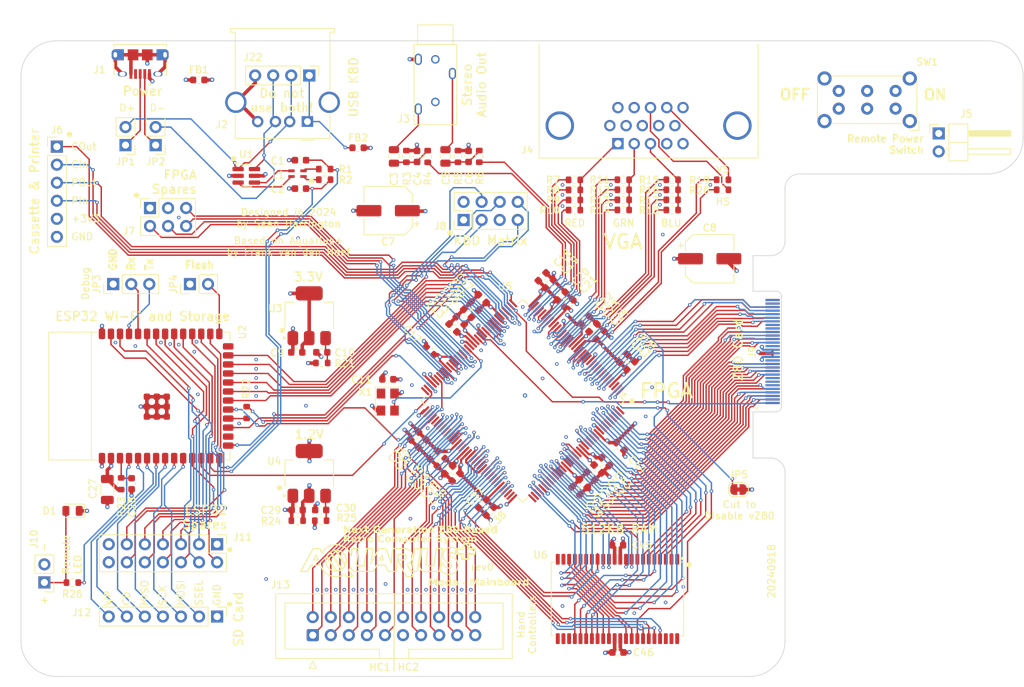
<source format=kicad_pcb>
(kicad_pcb (version 20240108) (generator "pcbnew") (generator_version "8.0")
  (title_block (date "2024-08-28") (rev "3"))
  (layers (0 "F.Cu" signal) (1 "In1.Cu" signal) (2 "In2.Cu" signal) (31 "B.Cu" signal) (34 "B.Paste" user) (35 "F.Paste" user) (36 "B.SilkS" user "B.Silkscreen") (37 "F.SilkS" user "F.Silkscreen") (38 "B.Mask" user) (39 "F.Mask" user) (44 "Edge.Cuts" user))
  (net 0 "")
  (net 1 "+1V2")
  (net 2 "GND")
  (net 3 "+3V3")
  (net 4 "+5V")
  (net 5 "SD_WP#")
  (net 6 "FPGA_EXP5")
  (net 7 "FPGA_EXP6")
  (net 8 "ESP_EXP0")
  (net 9 "ESP_EXP1")
  (net 10 "ESP_EXP2")
  (net 11 "ESP_EXP3")
  (net 12 "ESP_EXP4")
  (net 13 "ESP_EXP5")
  (net 14 "ESP_EXP6")
  (net 15 "ESP_EXP7")
  (net 16 "ESP_USB_D-")
  (net 17 "ESP_USB_D+")
  (net 18 "CASSETTE_IN")
  (net 19 "SPI_CS#")
  (net 20 "SD_CD")
  (net 21 "FPGA_PROG#")
  (net 22 "HC1_D04")
  (net 23 "FPGA_DONE")
  (net 24 "SPI_SCLK")
  (net 25 "HC1_D03")
  (net 26 "HC1_D05")
  (net 27 "HC1_D02")
  (net 28 "SD_MISO")
  (net 29 "SD_MOSI")
  (net 30 "SD_SSEL#")
  (net 31 "SD_SCK")
  (net 32 "CASSETTE_OUT")
  (net 33 "VGA_R3")
  (net 34 "VGA_R2")
  (net 35 "VGA_R1")
  (net 36 "VGA_R0")
  (net 37 "VGA_G3")
  (net 38 "VGA_G2")
  (net 39 "VGA_G1")
  (net 40 "VGA_G0")
  (net 41 "VGA_B3")
  (net 42 "VGA_B2")
  (net 43 "VGA_B1")
  (net 44 "VGA_B0")
  (net 45 "VGA_VSYNC")
  (net 46 "VGA_HSYNC")
  (net 47 "SD_ACTIVITY")
  (net 48 "HC1_D06")
  (net 49 "HC1_D01")
  (net 50 "HC1_D07")
  (net 51 "HC1_D00")
  (net 52 "HC2_D04")
  (net 53 "HC2_D03")
  (net 54 "AUDIO_L")
  (net 55 "AUDIO_R")
  (net 56 "HC2_D05")
  (net 57 "HC2_D02")
  (net 58 "HC2_D06")
  (net 59 "HC2_D01")
  (net 60 "HC2_D07")
  (net 61 "HC2_D00")
  (net 64 "VBUS")
  (net 65 "ESP_CTS")
  (net 66 "ESP_RX")
  (net 67 "ESP_RTS")
  (net 68 "ESP_TX")
  (net 69 "PRINTER_IN")
  (net 70 "PRINTER_OUT")
  (net 71 "ESP_NOTIFY")
  (net 72 "SYSCLK")
  (net 73 "SPI_MISO")
  (net 74 "SPI_MOSI")
  (net 75 "FPGA_INT#")
  (net 76 "FPGA_WR#")
  (net 77 "FPGA_BUSREQ#")
  (net 78 "FPGA_RESET#")
  (net 79 "RAM_CE#")
  (net 80 "FPGA_BUSACK#")
  (net 81 "FPGA_PHI")
  (net 82 "FPGA_CART_CE#")
  (net 83 "FPGA_RD#")
  (net 84 "FPGA_IORQ#")
  (net 85 "FPGA_MREQ#")
  (net 86 "FPGA_D7")
  (net 87 "FPGA_D6")
  (net 88 "FPGA_D5")
  (net 89 "FPGA_D4")
  (net 90 "FPGA_D3")
  (net 91 "FPGA_D2")
  (net 92 "FPGA_D1")
  (net 93 "FPGA_D0")
  (net 94 "BA18")
  (net 95 "BA17")
  (net 96 "FPGA_A12")
  (net 97 "FPGA_A11")
  (net 98 "FPGA_A10")
  (net 99 "FPGA_A14")
  (net 100 "FPGA_A13")
  (net 101 "BA14")
  (net 102 "FPGA_A15")
  (net 103 "BA16")
  (net 104 "BA15")
  (net 105 "FPGA_A9")
  (net 106 "FPGA_A8")
  (net 107 "FPGA_A7")
  (net 108 "FPGA_A6")
  (net 109 "FPGA_A5")
  (net 110 "FPGA_A4")
  (net 111 "FPGA_A3")
  (net 112 "FPGA_A2")
  (net 113 "FPGA_A1")
  (net 114 "FPGA_A0")
  (net 115 "RAM_WE#")
  (net 117 "HC1_D08")
  (net 118 "HC2_D08")
  (net 119 "FPGA_EXP7")
  (net 120 "FPGA_EXP8")
  (net 121 "vZ80 Sense")
  (net 122 "ESP_EXP8")
  (net 123 "ESP_EXP10")
  (net 124 "ESP_EXP9")
  (net 125 "/USB_D+")
  (net 127 "Net-(J4-Pad1)")
  (net 128 "Net-(J4-Pad2)")
  (net 129 "Net-(J4-Pad3)")
  (net 134 "Net-(J4-Pad13)")
  (net 135 "Net-(J4-Pad14)")
  (net 137 "/USB_D-")
  (net 138 "Net-(J1-VBUS)")
  (net 139 "Net-(L1-Pad3)")
  (net 140 "Net-(L1-Pad2)")
  (net 141 "Net-(L1-Pad1)")
  (net 142 "Net-(L1-Pad4)")
  (net 143 "Net-(U4-VI)")
  (net 144 "Net-(C3-Pad2)")
  (net 145 "Net-(C3-Pad1)")
  (net 146 "Net-(C5-Pad1)")
  (net 147 "Net-(C5-Pad2)")
  (net 148 "Net-(U3-VI)")
  (net 149 "Net-(U2-EN)")
  (net 150 "Net-(D1-A)")
  (net 151 "Net-(J2-VBUS)")
  (net 152 "Net-(J2-D-)")
  (net 153 "Net-(J2-D+)")
  (net 159 "KBD-NextCol")
  (net 160 "KBD-DOut")
  (net 161 "KBD-FirstCol")
  (net 162 "KBD-ShCLK")
  (net 163 "KBD-Load#")
  (net 179 "Net-(JP3-Pin_3)")
  (net 180 "Net-(JP3-Pin_2)")
  (net 181 "Net-(JP4-B)")
  (net 182 "Net-(U5-B2_IO_CCLK)")
  (footprint "Capacitor_SMD:C_0603_1608Metric" (layer "F.Cu") (at 224.153238 113.519896 45)
    (property "Reference" "C25")
    (property "Value" "4.7uF")
  )
  (footprint "Inductor_SMD_Wurth:WE-CNSW_08058" (layer "F.Cu") (at 178.310634 87.52614 90)
    (property "Reference" "L1")
    (property "Value" "USB Choke" (hide yes))
  )
  (footprint "Resistor_SMD:R_0603_1608Metric" (layer "F.Cu") (at 153.508943 131.179891 90)
    (property "Reference" "R23")
    (property "Value" "10k")
  )
  (footprint "Connector_PinHeader_2.54mm:PinHeader_2x07_P2.54mm_Vertical" (layer "F.Cu") (at 166.998943 139.7 -90)
    (property "Reference" "J11")
    (property "Value" "ESP32 spare")
  )
  (footprint "Connector_PinHeader_2.54mm:PinHeader_1x02_P2.54mm_Vertical" (layer "F.Cu") (at 163.183943 103.079891 90)
    (property "Reference" "JP4")
    (property "Value" "Bootloader")
  )
  (footprint "Resistor_SMD:R_0603_1608Metric" (layer "F.Cu") (at 224.143443 92.633991)
    (property "Reference" "R14")
    (property "Value" "4300")
  )
  (footprint "Resistor_SMD:R_0603_1608Metric" (layer "F.Cu") (at 231.028243 89.795891)
    (property "Reference" "R16")
    (property "Value" "1070")
  )
  (footprint "Capacitor_SMD:C_0603_1608Metric" (layer "F.Cu") (at 200.623616 130.250467 -135)
    (property "Reference" "C36")
    (property "Value" "100nF")
  )
  (footprint "Capacitor_SMD:C_0603_1608Metric" (layer "F.Cu") (at 202.379608 85.097089 90)
    (property "Reference" "C6")
    (property "Value" "100nF")
  )
  (footprint "Package_TO_SOT_SMD:SOT-223-3_TabPin2" (layer "F.Cu") (at 179.958943 129.729891 90)
    (property "Reference" "U4")
    (property "Value" "LD1117S12")
  )
  (footprint "Capacitor_SMD:C_0603_1608Metric" (layer "F.Cu") (at 199.588088 129.223029 -135)
    (property "Reference" "C35")
    (property "Value" "100nF")
  )
  (footprint "MountingHole:MountingHole_3.2mm_M3" (layer "F.Cu") (at 144.400919 153.315299)
    (property "Reference" "H3" (hide yes))
    (property "Value" "MountingHole")
  )
  (footprint "Inductor_SMD:L_0603_1608Metric" (layer "F.Cu") (at 186.837048 83.879891)
    (property "Reference" "FB2")
    (property "Value" "220")
  )
  (footprint "Package_QFP:TQFP-144_20x20mm_P0.5mm" (layer "F.Cu") (at 210 119.5 -135)
    (property "Reference" "U5")
    (property "Value" "XC6SLX9-2TQG144C")
  )
  (footprint "Resistor_SMD:R_0603_1608Metric" (layer "F.Cu") (at 182.133943 88.36433)
    (property "Reference" "R2")
    (property "Value" "0")
  )
  (footprint "Resistor_SMD:R_0603_1608Metric" (layer "F.Cu") (at 217.272543 91.230591)
    (property "Reference" "R9")
    (property "Value" "2150")
  )
  (footprint "Connector_PinHeader_2.54mm:PinHeader_1x02_P2.54mm_Vertical" (layer "F.Cu") (at 154.113132 83.50297 180)
    (property "Reference" "JP1")
    (property "Value" "Pin Header")
  )
  (footprint "Capacitor_SMD:C_0603_1608Metric" (layer "F.Cu") (at 178.206443 112.679891 180)
    (property "Reference" "C9")
    (property "Value" "4.7uF")
  )
  (footprint "Capacitor_SMD:C_0603_1608Metric" (layer "F.Cu") (at 198.545602 128.187029 -135)
    (property "Reference" "C34")
    (property "Value" "4.7uF")
  )
  (footprint "Capacitor_SMD:C_0603_1608Metric" (layer "F.Cu") (at 223.399557 154.930643)
    (property "Reference" "C46")
    (property "Value" "100nF")
  )
  (footprint "Capacitor_SMD:C_0603_1608Metric" (layer "F.Cu") (at 212.739321 102.038148 45)
    (property "Reference" "C18")
    (property "Value" "4.7uF")
  )
  (footprint "Capacitor_SMD:C_0805_2012Metric" (layer "F.Cu") (at 199.129608 85.097089 90)
    (property "Reference" "C5")
    (property "Value" "10uF")
  )
  (footprint "Capacitor_SMD:C_0603_1608Metric" (layer "F.Cu") (at 220.915166 110.252706 45)
    (property "Reference" "C24")
    (property "Value" "100nF")
  )
  (footprint "Connector_PinSocket_2.54mm:PinSocket_2x03_P2.54mm_Vertical" (layer "F.Cu") (at 157.56 92.36 90)
    (property "Reference" "J7")
    (property "Value" "Conn_02x03_Top_Bottom")
  )
  (footprint "Resistor_SMD:R_0603_1608Metric" (layer "F.Cu") (at 196.625908 85.105589 90)
    (property "Reference" "R4")
    (property "Value" "330")
  )
  (footprint "Capacitor_SMD:C_0603_1608Metric" (layer "F.Cu") (at 181.731443 112.679891 180)
    (property "Reference" "C10")
    (property "Value" "4.7uF")
  )
  (footprint "Capacitor_SMD:C_0603_1608Metric" (layer "F.Cu") (at 178.735634 89.62614)
    (property "Reference" "C2")
    (property "Value" "DNP")
  )
  (footprint "Connector_PinHeader_2.54mm:PinHeader_2x04_P2.54mm_Vertical" (layer "F.Cu") (at 201.68 94.04 90)
    (property "Reference" "J8")
    (property "Value" "KBD Matrix")
  )
  (footprint "Button_Switch_THT:SW_E-Switch_EG2219_DPDT_Angled" (layer "F.Cu") (at 262.4575 78.372307 180)
    (property "Reference" "SW1")
    (property "Value" "SW_DPDT_x2")
  )
  (footprint "Connector_PinHeader_2.54mm:PinHeader_1x02_P2.54mm_Horizontal" (layer "F.Cu") (at 268.525 81.86)
    (property "Reference" "J5")
    (property "Value" "Conn_01x02")
  )
  (footprint "Resistor_SMD:R_0603_1608Metric" (layer "F.Cu") (at 238.115243 89.792991)
    (property "Reference" "R20")
    (property "Value" "820")
  )
  (footprint "Connector_PinHeader_2.54mm:PinHeader_1x04_P2.54mm_Vertical" (layer "F.Cu") (at 179.970479 73.7 -90)
    (property "Reference" "J22")
    (property "Value" "Conn_01x04")
  )
  (footprint "Resistor_SMD:R_0603_1608Metric" (layer "F.Cu") (at 181.731443 114.179891)
    (property "Reference" "R21")
    (property "Value" "0")
  )
  (footprint "Resistor_SMD:R_0603_1608Metric" (layer "F.Cu") (at 231.028243 88.378791)
    (property "Reference" "R15")
    (property "Value" "536")
  )
  (footprint "Capacitor_SMD:C_0603_1608Metric" (layer "F.Cu") (at 204.316515 105.110682 135)
    (property "Reference" "C17")
    (property "Value" "100nF")
  )
  (footprint "Resistor_SMD:R_0603_1608Metric" (layer "F.Cu") (at 193.629608 85.097089 -90)
    (property "Reference" "R3")
    (property "Value" "150")
  )
  (footprint "Capacitor_SMD:C_0603_1608Metric" (layer "F.Cu") (at 215.450991 104.774859 45)
    (property "Reference" "C20")
    (property "Value" "100nF")
  )
  (footprint "Resistor_SMD:R_0603_1608Metric" (layer "F.Cu") (at 217.272543 89.812191)
    (property "Reference" "R8")
    (property "Value" "1070")
  )
  (footprint "Connector_PinHeader_2.54mm:PinHeader_1x03_P2.54mm_Vertical" (layer "F.Cu") (at 152.379743 103.072891 90)
    (property "Reference" "JP3")
    (property "Value" "DBG")
  )
  (footprint "Capacitor_SMD:C_0603_1608Metric" (layer "F.Cu") (at 219.551495 130.113106 -45)
    (property "Reference" "C41")
    (property "Value" "100nF")
  )
  (footprint "samtec-mec5-30:SAMTEC_MEC5-030-01-X-RA-W1-XX-EDGE" (layer "F.Cu") (at 246.431249 112.565299 90)
    (property "Reference" "J9")
    (property "Value" "MEC5-030-01-X-RA-W1-XX-EDGE" (hide yes))
    (fp_line (start 8.5 -4.03033) (end 11.5 -4.03033) (stroke (width 0.1)) (layer "Edge.Cuts"))
    (fp_line (start -11.5 -4.03033) (end -8.5 -4.03033) (stroke (width 0.1)) (layer "Edge.Cuts"))
    (fp_line (start 8.5 -0.78033) (end 8.5 -4.03033) (stroke (width 0.1)) (layer "Edge.Cuts"))
    (fp_line (start -8.5 -0.78033) (end -8.5 -4.03033) (stroke (width 0.1)) (layer "Edge.Cuts"))
    (fp_line (start -7.75 -0.03033) (end 7.75 -0.03033) (stroke (width 0.1)) (layer "Edge.Cuts"))
    (fp_arc (start 8.5 -0.78033) (mid 8.28033 -0.25) (end 7.75 -0.03033) (stroke (width 0.1)) (layer "Edge.Cuts"))
    (fp_arc (start -7.75 -0.03033) (mid -8.28033 -0.25) (end -8.5 -0.78033) (stroke (width 0.1)) (layer "Edge.Cuts"))
  )
  (footprint "aquarius-plus:AMPHENOL_10118194-0001LF" (layer "F.Cu") (at 156.176095 70.78916 180)
    (property "Reference" "J1")
    (property "Value" "Power in")
  )
  (footprint "Package_TO_SOT_SMD:SOT-223-3_TabPin2" (layer "F.Cu") (at 179.958943 107.529891 90)
    (property "Reference" "U3")
    (property "Value" "LDL1117S33R")
  )
  (footprint "MountingHole:MountingHole_3.2mm_M3" (layer "F.Cu") (at 241.900919 153.315299)
    (property "Reference" "H4" (hide yes))
    (property "Value" "MountingHole")
  )
  (footprint "Capacitor_SMD:C_0603_1608Metric" (layer "F.Cu") (at 203.282677 106.150019 135)
    (property "Reference" "C16")
    (property "Value" "4.7uF")
  )
  (footprint "Resistor_SMD:R_0603_1608Metric" (layer "F.Cu") (at 224.142343 91.210891)
    (property "Reference" "R13")
    (property "Value" "2150")
  )
  (footprint "Connector_PinHeader_2.54mm:PinHeader_1x06_P2.54mm_Vertical" (layer "F.Cu") (at 144.458943 83.719891)
    (property "Reference" "J6")
    (property "Value" "Conn_01x06_Socket")
  )
  (footprint "Connector_PinHeader_2.54mm:PinHeader_1x02_P2.54mm_Vertical" (layer "F.Cu") (at 158.353132 83.50297 180)
    (property "Reference" "JP2")
    (property "Value" "Pin Header")
  )
  (footprint "Capacitor_SMD:C_0603_1608Metric" (layer "F.Cu") (at 218.527757 131.145998 -45)
    (property "Reference" "C40")
    (property "Value" "100nF")
  )
  (footprint "Resistor_SMD:R_0603_1608Metric" (layer "F.Cu") (at 231.024443 91.206891)
    (property "Reference" "R17")
    (property "Value" "2150")
  )
  (footprint "Capacitor_SMD:C_0603_1608Metric" (layer "F.Cu") (at 194.791132 124.450984 -135)
    (property "Reference" "C31")
    (property "Value" "100nF")
  )
  (footprint "Resistor_SMD:R_0603_1608Metric" (layer "F.Cu") (at 231.028243 92.641991)
    (property "Reference" "R18")
    (property "Value" "4300")
  )
  (footprint "Package_TO_SOT_SMD:SC-74-6_1.55x2.9mm_P0.95mm" (layer "F.Cu") (at 171.108943 87.829891)
    (property "Reference" "U1")
    (property "Value" "IP4234CZ6")
  )
  (footprint "Connector_PinHeader_2.54mm:PinHeader_1x07_P2.54mm_Vertical" (layer "F.Cu") (at 166.998943 149.879891 -90)
    (property "Reference" "J12")
    (property "Value" "Conn_01x07")
  )
  (footprint "Resistor_SMD:R_0603_1608Metric" (layer "F.Cu") (at 178.272243 136.379191)
    (property "Reference" "R24")
    (property "Value" "100")
  )
  (footprint "Capacitor_SMD:C_0603_1608Metric" (layer "F.Cu") (at 154.968643 131.180291 -90)
    (property "Reference" "C28")
    (property "Value" "100nF")
  )
  (footprint "Resistor_SMD:R_0603_1608Metric" (layer "F.Cu") (at 146.633943 145.1 180)
    (property "Reference" "R26")
    (property "Value" "220")
  )
  (footprint "MountingHole:MountingHole_3.2mm_M3" (layer "F.Cu") (at 275.400919 73.815299)
    (property "Reference" "H2" (hide yes))
    (property "Value" "MountingHole")
  )
  (footprint "aquarius-plus:ICD15S13E4GV00LF" (layer "F.Cu") (at 227.708943 69.329691 180)
    (property "Reference" "J4")
    (property "Value" "VGA")
  )
  (footprint "Capacitor_SMD:C_0603_1608Metric" (layer "F.Cu") (at 221.626422 128.059554 -45)
    (property "Reference" "C43")
    (property "Value" "100nF")
  )
  (footprint "Capacitor_SMD:C_0603_1608Metric" (layer "F.Cu") (at 220.58492 129.089108 -45)
    (property "Reference" "C42")
    (property "Value" "100nF")
  )
  (footprint "Resistor_SMD:R_0603_1608Metric" (layer "F.Cu") (at 203.886808 85.091689 90)
    (property "Reference" "R6")
    (property "Value" "330")
  )
  (footprint "Connector_USB:USB_A_Molex_67643_Horizontal" (layer "F.Cu") (at 179.708943 80.189691 180)
    (property "Reference" "J2")
    (property "Value" "ESP USB Host")
  )
  (footprint "MountingHole:MountingHole_3.2mm_M3" (layer "F.Cu") (at 144.400919 73.815299)
    (property "Reference" "H1" (hide yes))
    (property "Value" "MountingHole")
  )
  (footprint "Capacitor_SMD:C_0603_1608Metric" (layer "F.Cu") (at 178.735634 85.62614)
    (property "Reference" "C1")
    (property "Value" "DNP")
  )
  (footprint "Capacitor_SMD:C_0603_1608Metric" (layer "F.Cu") (at 213.772002 103.072306 45)
    (property "Reference" "C19")
    (property "Value" "100nF")
  )
  (footprint "Capacitor_SMD:C_0603_1608Metric" (layer "F.Cu") (at 196.950086 112.477431 135)
    (property "Reference" "C12")
    (property "Value" "100nF")
  )
  (footprint "Capacitor_SMD:C_0603_1608Metric" (layer "F.Cu") (at 197.510074 127.162288 -135)
    (property "Reference" "C33")
    (property "Value" "100nF")
  )
  (footprint "LED_SMD:LED_0805_2012Metric" (layer "F.Cu") (at 146.6625 135 180)
    (property "Reference" "D1")
    (property "Value" "LED")
  )
  (footprint "Resistor_SMD:R_0603_1608Metric" (layer "F.Cu") (at 224.143443 89.787791)
    (property "Reference" "R12")
    (property "Value" "1070")
  )
  (footprint "Resistor_SMD:R_0603_1608Metric" (layer "F.Cu") (at 217.272543 92.648891)
    (property "Reference" "R10")
    (property "Value" "4300")
  )
  (footprint "Resistor_SMD:R_0603_1608Metric" (layer "F.Cu") (at 200.879608 85.097089 -90)
    (property "Reference" "R5")
    (property "Value" "150")
  )
  (footprint "Capacitor_SMD:C_0603_1608Metric" (layer "F.Cu") (at 223.350082 139.837391 180)
    (property "Reference" "C45")
    (property "Value" "100nF")
  )
  (footprint "Capacitor_SMD:C_0603_1608Metric" (layer "F.Cu") (at 201.215003 108.211358 135)
    (property "Reference" "C14")
    (property "Value" "100nF")
  )
  (footprint "Capacitor_SMD:CP_Elec_6.3x7.7" (layer "F.Cu") (at 191.061972 92.737206 180)
    (property "Reference" "C7")
    (property "Value" "100uF")
  )
  (footprint "Connector_IDC:IDC-Header_2x10_P2.54mm_Vertical" (layer "F.Cu") (at 180.46 152.5 90)
    (property "Reference" "J13")
    (property "Value" "Conn_02x10_Odd_Even")
  )
  (footprint "Capacitor_SMD:C_0603_1608Metric" (layer "F.Cu") (at 195.129608 85.097089 90)
    (property "Reference" "C4")
    (property "Value" "100nF")
  )
  (footprint "Jumper:SolderJumper-2_P1.3mm_Bridged_RoundedPad1.0x1.5mm" (layer "F.Cu") (at 240.35 132 180)
    (property "Reference" "JP5")
    (property "Value" "vZ80 Enabled")
  )
  (footprint "Inductor_SMD:L_0603_1608Metric" (layer "F.Cu") (at 164.421443 74.329691)
    (property "Reference" "FB1")
    (property "Value" "220")
  )
  (footprint "Oscillator:Oscillator_SMD_SeikoEpson_SG8002CE-4Pin_3.2x2.5mm" (layer "F.Cu") (at 191.008943 119.679891 -90)
    (property "Reference" "X1")
    (property "Value" "SX3M14.31818M20F30TNN")
  )
  (footprint "Capacitor_SMD:C_0603_1608Metric" (layer "F.Cu") (at 223.699553 125.940409 -45)
    (property "Reference" "C44")
    (property "Value" "100nF")
  )
  (footprint "Capacitor_SMD:C_0603_1608Metric" (layer "F.Cu") (at 205.369656 135.027283 -135)
    (property "Reference" "C38")
    (property "Value" "4.7uF")
  )
  (footprint "Capacitor_SMD:C_0603_1608Metric" (layer "F.Cu") (at 216.48487 105.806748 45)
    (property "Reference" "C21")
    (property "Value" "100nF")
  )
  (footprint "Capacitor_SMD:C_0603_1608Metric" (layer "F.Cu") (at 200.179776 109.247421 135)
    (property "Reference" "C13")
    (property "Value" "100nF")
  )
  (footprint "Capacitor_SMD:C_1206_3216Metric" (layer "F.Cu") (at 151.553562 131.987002 -90)
    (property "Reference" "C27")
    (property "Value" "22uF")
  )
  (footprint "aquarius-plus:C2939180" (layer "F.Cu") (at 197.708943 74.329691)
    (property "Reference" "J3")
    (property "Value" "Audio out")
  )
  (footprint "Capacitor_SMD:C_0603_1608Metric" (layer "F.Cu") (at 191.019233 116.47827 180)
    (property "Reference" "C11")
    (property "Value" "100nF")
  )
  (footprint "Capacitor_SMD:C_0603_1608Metric" (layer "F.Cu") (at 181.572243 134.879191 180)
    (property "Reference" "C30")
    (property "Value" "4.7uF")
  )
  (footprint "Capacitor_SMD:C_0603_1608Metric" (layer "F.Cu") (at 195.815873 125.481119 -135)
    (property "Reference" "C32")
    (property "Value" "4.7uF")
  )
  (footprint "Resistor_SMD:R_0603_1608Metric" (layer "F.Cu") (at 181.572243 136.379191)
    (property "Reference" "R25")
    (property "Value" "0")
  )
  (footprint "Package_SO:TSOP-II-44_10.16x18.41mm_P0.8mm" (layer "F.Cu") (at 223.329153 147.402799 -90)
    (property "Reference" "U6")
    (property "Value" "IS61C5128AL-10TLI")
  )
  (footprint "Resistor_SMD:R_0603_1608Metric" (layer "F.Cu") (at 217.272543 88.393891)
    (property "Reference" "R7")
    (property "Value" "536")
  )
  (footprint "Resistor_SMD:R_0603_1608Metric" (layer "F.Cu") (at 238.113443 88.379891)
    (property "Reference" "R19")
    (property "Value" "820")
  )
  (footprint "aquarius-plus:ESP32-S2-SOLO-N4R2" (layer "F.Cu") (at 143.308943 118.829891 90)
    (property "Reference" "U2")
    (property "Value" "ESP32-S3-WROOM-1-N4R2")
  )
  (footprint "Connector_PinHeader_2.54mm:PinHeader_1x02_P2.54mm_Vertical" (layer "F.Cu") (at 142.7 145.075 180)
    (property "Reference" "J10")
    (property "Value" "Conn_01x02_Pin")
  )
  (footprint "Capacitor_SMD:C_0603_1608Metric" (layer "F.Cu") (at 178.272243 134.879191 180)
    (property "Reference" "C29")
    (property "Value" "4.7uF")
  )
  (footprint "Capacitor_SMD:C_0603_1608Metric" (layer "F.Cu") (at 204.342218 134.00175 -135)
    (property "Reference" "C37")
    (property "Value" "100nF")
  )
  (footprint "Capacitor_SMD:C_0603_1608Metric" (layer "F.Cu") (at 225.178738 114.542908 45)
    (property "Reference" "C26")
    (property "Value" "100nF")
  )
  (footprint "Capacitor_SMD:C_0805_2012Metric" (layer "F.Cu") (at 191.879608 85.097089 90)
    (property "Reference" "C3")
    (property "Value" "10uF")
  )
  (footprint "Capacitor_SMD:C_0603_1608Metric" (layer "F.Cu") (at 217.484139 132.177482 -45)
    (property "Reference" "C39")
    (property "Value" "4.7uF")
  )
  (footprint "Capacitor_SMD:C_0603_1608Metric" (layer "F.Cu") (at 202.248305 107.178891 135)
    (property "Reference" "C15")
    (property "Value" "4.7uF")
  )
  (footprint "Resistor_SMD:R_0603_1608Metric" (layer "F.Cu") (at 182.133943 86.879891)
    (property "Reference" "R1")
    (property "Value" "0")
  )
  (footprint "Capacitor_SMD:CP_Elec_6.3x7.7" (layer "F.Cu") (at 236.3 99.5)
    (property "Reference" "C8")
    (property "Value" "100uF")
  )
  (footprint "Resistor_SMD:R_0603_1608Metric" (layer "F.Cu") (at 224.143443 88.376791)
    (property "Reference" "R11")
    (property "Value" "536")
  )
  (footprint "Capacitor_SMD:C_0603_1608Metric" (layer "F.Cu") (at 218.840942 108.181712 45)
    (property "Reference" "C22")
    (property "Value" "100nF")
  )
  (footprint "Resistor_SMD:R_0603_1608Metric" (layer "F.Cu") (at 171.158026 121.153058 90)
    (property "Reference" "R22")
    (property "Value" "220")
  )
  (footprint "Capacitor_SMD:C_0603_1608Metric" (layer "F.Cu") (at 219.881754 109.215061 45)
    (property "Reference" "C23")
    (property "Value" "100nF")
  )
  (gr_poly (pts (xy 185.029126 142.700319) (xy 185.018695 142.719663) (xy 185.018659 142.719706) (xy 185.018641 142.719762) (xy 185.007927 142.738929) (xy 185.007889 142.738973) (xy 185.00787 142.739029) (xy 184.996875 142.758015) (xy 184.996838 142.758057) (xy 184.996818 142.758112) (xy 184.985547 142.776915) (xy 184.985509 142.776957) (xy 184.985488 142.777012) (xy 184.973942 142.795629) (xy 184.973903 142.79567) (xy 184.973882 142.795724) (xy 184.962065 142.814153) (xy 184.962025 142.814194) (xy 184.962003 142.814248) (xy 184.949918 142.832486) (xy 184.949878 142.832527) (xy 184.949855 142.832579) (xy 184.937504 142.850624) (xy 184.937464 142.850663) (xy 184.93744 142.850716) (xy 184.924826 142.868565) (xy 184.924787 142.868602) (xy 184.924761 142.868657) (xy 184.911887 142.886307) (xy 184.911847 142.886344) (xy 184.911821 142.886397) (xy 184.898691 142.903845) (xy 184.898649 142.903882) (xy 184.898623 142.903934) (xy 184.88524 142.921179) (xy 184.885198 142.921215) (xy 184.885171 142.921267) (xy 184.871536 142.938306) (xy 184.871492 142.938343) (xy 184.871465 142.938393) (xy 184.857583 142.955221) (xy 184.857539 142.955257) (xy 184.857511 142.955307) (xy 184.843384 142.971925) (xy 184.843341 142.971959) (xy 184.843312 142.972009) (xy 184.828942 142.988413) (xy 184.828897 142.988447) (xy 184.828868 142.988496) (xy 184.814259 143.004684) (xy 184.814214 143.004717) (xy 184.814184 143.004766) (xy 184.799338 143.020733) (xy 184.799292 143.020766) (xy 184.799262 143.020813) (xy 184.784184 143.036559) (xy 184.784139 143.03659) (xy 184.784107 143.036639) (xy 184.768797 143.052161) (xy 184.768749 143.052193) (xy 184.768718 143.052239) (xy 184.753182 143.067533) (xy 184.753134 143.067564) (xy 184.753102 143.06761) (xy 184.737341 143.082675) (xy 184.737295 143.082704) (xy 184.737261 143.082751) (xy 184.721277 143.097583) (xy 184.72123 143.097612) (xy 184.721196 143.097657) (xy 184.704994 143.112254) (xy 184.704945 143.112283) (xy 184.704911 143.112327) (xy 184.688492 143.126688) (xy 184.688443 143.126716) (xy 184.688409 143.126759) (xy 184.671778 143.14088) (xy 184.671729 143.140907) (xy 184.671694 143.14095) (xy 184.654853 143.154828) (xy 184.654804 143.154854) (xy 184.654767 143.154898) (xy 184.637719 143.16853) (xy 184.637669 143.168556) (xy 184.637632 143.168598) (xy 184.620379 143.181982) (xy 184.62033 143.182006) (xy 184.620292 143.182049) (xy 184.602839 143.195183) (xy 184.602789 143.195207) (xy 184.60275 143.195249) (xy 184.585097 143.208129) (xy 184.585045 143.208153) (xy 184.585007 143.208193) (xy 184.56716 143.220819) (xy 184.564487 143.22201) (xy 184.564331 143.221983) (xy 184.564199 143.222069) (xy 184.561523 143.221501) (xy 184.558829 143.22104) (xy 184.558739 143.220911) (xy 184.558584 143.220879) (xy 184.55654 143.218785) (xy 182.965784 140.77249) (xy 182.964699 140.769772) (xy 182.964729 140.769631) (xy 182.964654 140.769507) (xy 182.965322 140.766833) (xy 182.965889 140.764157) (xy 182.96601 140.764078) (xy 182.966045 140.763938) (xy 182.968212 140.761971) (xy 182.986566 140.750951) (xy 182.98662 140.750931) (xy 182.98666 140.750896) (xy 183.005185 140.740136) (xy 183.005239 140.740117) (xy 183.00528 140.740082) (xy 183.023973 140.729584) (xy 183.024025 140.729567) (xy 183.024068 140.729531) (xy 183.042926 140.719298) (xy 183.04298 140.719281) (xy 183.043022 140.719247) (xy 183.062044 140.709281) (xy 183.062097 140.709265) (xy 183.062142 140.70923) (xy 183.081324 140.699535) (xy 183.081377 140.69952) (xy 183.081422 140.699486) (xy 183.100762 140.690064) (xy 183.100815 140.69005) (xy 183.100861 140.690016) (xy 183.120356 140.680869) (xy 183.120412 140.680855) (xy 183.120457 140.680823) (xy 183.140106 140.671955) (xy 183.140162 140.671942) (xy 183.140208 140.67191) (xy 183.160007 140.663324) (xy 183.160063 140.663311) (xy 183.160109 140.663281) (xy 183.180057 140.654979) (xy 183.180113 140.654967) (xy 183.18016 140.654937) (xy 183.200254 140.646922) (xy 183.200311 140.646911) (xy 183.200359 140.646881) (xy 183.220596 140.639156) (xy 183.220653 140.639146) (xy 183.220701 140.639117) (xy 183.24108 140.631685) (xy 183.241137 140.631676) (xy 183.241186 140.631647) (xy 183.261703 140.62451) (xy 183.26176 140.624502) (xy 183.261809 140.624474) (xy 183.282464 140.617636) (xy 183.282523 140.617628) (xy 183.282571 140.617602) (xy 183.303358 140.611064) (xy 183.303416 140.611057) (xy 183.303466 140.611031) (xy 183.324385 140.604798) (xy 183.324444 140.604792) (xy 183.324494 140.604767) (xy 183.345541 140.59884) (xy 183.3456 140.598835) (xy 183.345651 140.59881) (xy 183.366825 140.593194) (xy 183.366881 140.59319) (xy 183.366935 140.593165) (xy 183.388233 140.58786) (xy 183.388292 140.587857) (xy 183.388345 140.587833) (xy 183.409765 140.582845) (xy 183.409821 140.582843) (xy 183.409876 140.582819) (xy 183.431415 140.578148) (xy 183.431475 140.578146) (xy 183.431527 140.578125) (xy 183.453183 140.573774) (xy 183.453242 140.573773) (xy 183.453296 140.573752) (xy 183.475066 140.569725) (xy 183.475125 140.569725) (xy 183.475179 140.569705) (xy 183.49706 140.566004) (xy 183.49712 140.566005) (xy 183.497174 140.565986) (xy 183.519166 140.562615) (xy 183.519224 140.562617) (xy 183.51928 140.562598) (xy 183.541378 140.559558) (xy 183.541437 140.559561) (xy 183.541493 140.559543) (xy 183.563696 140.556839) (xy 183.563756 140.556843) (xy 183.563812 140.556826) (xy 183.586116 140.554459) (xy 183.586176 140.554464) (xy 183.586231 140.554448) (xy 183.608635 140.552421) (xy 183.608693 140.552427) (xy 183.608751 140.552411) (xy 183.627945 140.550975) (xy 183.627945 140.566017) (xy 183.609908 140.567366) (xy 183.587602 140.569385) (xy 183.56546 140.571735) (xy 183.543359 140.574426) (xy 183.521355 140.577453) (xy 183.499562 140.580794) (xy 183.477739 140.584485) (xy 183.456109 140.588486) (xy 183.434595 140.592808) (xy 183.413061 140.597477) (xy 183.391859 140.602416) (xy 183.370572 140.607718) (xy 183.349557 140.613292) (xy 183.328669 140.619174) (xy 183.307827 140.625383) (xy 183.287097 140.631902) (xy 183.266597 140.638689) (xy 183.246154 140.645801) (xy 183.225905 140.653185) (xy 183.205737 140.660884) (xy 183.185792 140.668839) (xy 183.165975 140.677086) (xy 183.146209 140.685657) (xy 183.12668 140.694471) (xy 183.107246 140.703589) (xy 183.088022 140.712955) (xy 183.068954 140.722594) (xy 183.050018 140.732516) (xy 183.031241 140.742704) (xy 183.012657 140.753142) (xy 182.994288 140.763811) (xy 182.982599 140.770829) (xy 184.564865 143.204068) (xy 184.576303 143.195976) (xy 184.593866 143.183162) (xy 184.611272 143.170063) (xy 184.628373 143.156796) (xy 184.645399 143.143182) (xy 184.662154 143.129374) (xy 184.678644 143.115373) (xy 184.69497 143.101095) (xy 184.711116 143.086549) (xy 184.727057 143.071755) (xy 184.742712 143.056791) (xy 184.758125 143.041618) (xy 184.773427 143.026105) (xy 184.788407 143.010461) (xy 184.803164 142.994588) (xy 184.817688 142.978494) (xy 184.832008 142.962147) (xy 184.846054 142.945625) (xy 184.859849 142.928902) (xy 184.873436 142.911924) (xy 184.886715 142.894813) (xy 184.899815 142.877404) (xy 184.912619 142.859847) (xy 184.925158 142.842106) (xy 184.937455 142.824139) (xy 184.949477 142.805996) (xy 184.961221 142.787679) (xy 184.972715 142.769147) (xy 184.983952 142.7504) (xy 184.994843 142.731593) (xy 185.00553 142.712475) (xy 185.013812 142.697116) (xy 183.627945 140.566017) (xy 183.627945 140.550975) (xy 183.631253 140.550728) (xy 183.634157 140.551083) (xy 183.634988 140.551797) (xy 183.636056 140.552024) (xy 183.638099 140.554118) (xy 185.028813 142.69267) (xy 185.029899 142.695388) (xy 185.029671 142.696467) (xy 185.029986 142.697522)) (stroke (width 0.15)) (fill none) (layer "F.SilkS"))
  (gr_poly (pts (xy 203.254271 141.110633) (xy 203.253768 141.112098) (xy 203.253768 141.112497) (xy 203.25356 141.112705) (xy 203.253321 141.1134) (xy 203.251407 141.114858) (xy 203.249709 141.116556) (xy 203.248991 141.116698) (xy 203.248754 141.116879) (xy 203.248357 141.116825) (xy 203.246839 141.117127) (xy 202.426002 141.117127) (xy 202.328281 141.839709) (xy 202.327778 141.841175) (xy 202.327778 141.841574) (xy 202.32757 141.841782) (xy 202.327331 141.842477) (xy 202.325419 141.843933) (xy 202.323719 141.845633) (xy 202.322999 141.845776) (xy 202.322764 141.845955) (xy 202.322369 141.845901) (xy 202.320849 141.846204) (xy 201.386643 141.846204) (xy 201.383773 141.845633) (xy 201.383398 141.845257) (xy 201.382871 141.845186) (xy 201.381415 141.843274) (xy 201.379714 141.841574) (xy 201.379714 141.841043) (xy 201.379392 141.84062) (xy 201.379211 141.837699) (xy 201.476609 141.117127) (xy 200.657695 141.117127) (xy 200.654825 141.116556) (xy 200.65445 141.11618) (xy 200.653922 141.116109) (xy 200.652465 141.114195) (xy 200.650766 141.112497) (xy 200.650766 141.111966) (xy 200.650444 141.111543) (xy 200.650263 141.108622) (xy 200.763176 140.273712) (xy 200.763679 140.272246) (xy 200.763679 140.271847) (xy 200.763888 140.271638) (xy 200.764126 140.270944) (xy 200.766039 140.269487) (xy 200.767738 140.267788) (xy 200.768459 140.267644) (xy 200.768693 140.267466) (xy 200.769089 140.267519) (xy 200.770608 140.267217) (xy 201.59155 140.267217) (xy 201.689269 139.544635) (xy 201.689772 139.543169) (xy 201.689772 139.54277) (xy 201.689981 139.542561) (xy 201.690219 139.541867) (xy 201.692133 139.540409) (xy 201.693831 139.538711) (xy 201.694551 139.538567) (xy 201.694785 139.538389) (xy 201.695181 139.538442) (xy 201.696701 139.53814) (xy 202.622377 139.53814) (xy 202.622377 139.55314) (xy 201.703255 139.55314) (xy 201.605535 140.275722) (xy 201.605032 140.277188) (xy 201.605032 140.277587) (xy 201.604824 140.277795) (xy 201.604585 140.27849) (xy 201.602673 140.279946) (xy 201.600973 140.281646) (xy 201.600253 140.281789) (xy 201.600018 140.281968) (xy 201.599623 140.281914) (xy 201.598103 140.282217) (xy 200.777162 140.282217) (xy 200.666278 141.102127) (xy 201.48519 141.102127) (xy 201.48806 141.102698) (xy 201.488436 141.103073) (xy 201.488962 141.103145) (xy 201.490419 141.105056) (xy 201.492119 141.106757) (xy 201.492119 141.107288) (xy 201.492441 141.107711) (xy 201.492622 141.110632) (xy 201.395225 141.831204) (xy 202.314296 141.831204) (xy 202.412016 141.108622) (xy 202.412519 141.107156) (xy 202.412519 141.106757) (xy 202.412728 141.106548) (xy 202.412966 141.105854) (xy 202.414879 141.104397) (xy 202.416578 141.102698) (xy 202.417299 141.102554) (xy 202.417533 141.102376) (xy 202.417929 141.102429) (xy 202.419448 141.102127) (xy 203.240286 141.102127) (xy 203.35117 140.282217) (xy 202.532361 140.282217) (xy 202.529491 140.281646) (xy 202.529116 140.28127) (xy 202.528588 140.281199) (xy 202.527131 140.279285) (xy 202.525432 140.277587) (xy 202.525432 140.277056) (xy 202.52511 140.276633) (xy 202.524929 140.273712) (xy 202.622377 139.55314) (xy 202.622377 139.53814) (xy 202.630959 139.53814) (xy 202.633829 139.538711) (xy 202.634205 139.539086) (xy 202.634732 139.539158) (xy 202.63619 139.541071) (xy 202.637888 139.54277) (xy 202.637888 139.543301) (xy 202.63821 139.543724) (xy 202.638391 139.546645) (xy 202.540944 140.267217) (xy 203.359752 140.267217) (xy 203.362622 140.267788) (xy 203.362998 140.268163) (xy 203.363525 140.268235) (xy 203.364982 140.270147) (xy 203.366681 140.271847) (xy 203.366681 140.272379) (xy 203.367003 140.272802) (xy 203.367184 140.275722)) (stroke (width 0.15)) (fill none) (layer "F.SilkS"))
  (gr_circle (center 176.155058 109.593725) (end 176.455058 109.593725) (stroke (width 0.15)) (fill solid) (layer "F.SilkS"))
  (gr_poly (pts (xy 190.436747 141.912975) (xy 190.436747 141.914335) (xy 190.435601 141.915481) (xy 190.434925 141.916958) (xy 190.43365 141.917432) (xy 190.432688 141.918394) (xy 190.429818 141.918965) (xy 189.821612 141.918965) (xy 189.821142 141.918871) (xy 189.820938 141.918935) (xy 189.820618 141.918767) (xy 189.818742 141.918394) (xy 189.817462 141.917113) (xy 189.815853 141.916271) (xy 189.815506 141.915157) (xy 189.814683 141.914335) (xy 189.814683 141.912524) (xy 189.814142 141.910791) (xy 189.814683 141.908955) (xy 189.814683 141.908595) (xy 189.814834 141.908444) (xy 189.814969 141.907984) (xy 190.17058 141.229395) (xy 190.172001 141.227634) (xy 190.172116 141.227383) (xy 190.172242 141.227336) (xy 190.172418 141.227118) (xy 190.174977 141.226318) (xy 190.176061 141.225915) (xy 190.176061 141.251251) (xy 189.834011 141.903965) (xy 190.419024 141.903965) (xy 190.176061 141.251251) (xy 190.176061 141.225915) (xy 190.177496 141.225381) (xy 190.177692 141.22547) (xy 190.177897 141.225406) (xy 190.180272 141.22665) (xy 190.182716 141.227769) (xy 190.182865 141.228009) (xy 190.182981 141.228071) (xy 190.183062 141.22833) (xy 190.184252 141.23026) (xy 190.436847 141.908849) (xy 190.437313 141.911738)) (stroke (width 0.15)) (fill none) (layer "F.SilkS"))
  (gr_poly (pts (xy 183.719873 143.47733) (xy 183.719788 143.479606) (xy 183.719293 143.480065) (xy 183.719153 143.480726) (xy 183.717249 143.481964) (xy 183.715582 143.483512) (xy 183.714634 143.483664) (xy 183.714341 143.483855) (xy 183.713957 143.483773) (xy 183.712693 143.483977) (xy 183.638377 143.481226) (xy 183.63819 143.481181) (xy 183.638 143.481202) (xy 183.564662 143.474781) (xy 183.56448 143.474727) (xy 183.564288 143.474739) (xy 183.492019 143.464736) (xy 183.491842 143.464674) (xy 183.491649 143.464676) (xy 183.42054 143.451183) (xy 183.420364 143.451111) (xy 183.420175 143.451104) (xy 183.350317 143.43421) (xy 183.350147 143.434131) (xy 183.349958 143.434114) (xy 183.281441 143.413911) (xy 183.281276 143.413824) (xy 183.28109 143.413798) (xy 183.214004 143.390376) (xy 183.213843 143.39028) (xy 183.21366 143.390246) (xy 183.148096 143.363695) (xy 183.147942 143.363593) (xy 183.147762 143.36355) (xy 183.08381 143.33396) (xy 183.08366 143.33385) (xy 183.083484 143.333799) (xy 183.021236 143.301261) (xy 183.021093 143.301145) (xy 183.020921 143.301086) (xy 182.960466 143.26569) (xy 182.960332 143.26557) (xy 182.96016 143.265502) (xy 182.901589 143.227338) (xy 182.90146 143.227211) (xy 182.901294 143.227136) (xy 182.844697 143.186295) (xy 182.844575 143.186163) (xy 182.844413 143.18608) (xy 182.789883 143.142653) (xy 182.789767 143.142515) (xy 182.78961 143.142425) (xy 182.737234 143.096501) (xy 182.737125 143.096358) (xy 182.736974 143.096262) (xy 182.686844 143.047932) (xy 182.686743 143.047785) (xy 182.686594 143.04768) (xy 182.638801 142.997035) (xy 182.638706 142.996883) (xy 182.638564 142.996772) (xy 182.593198 142.943902) (xy 182.59311 142.943745) (xy 182.592973 142.943627) (xy 182.550125 142.888622) (xy 182.550044 142.88846) (xy 182.549913 142.888336) (xy 182.509674 142.831287) (xy 182.509601 142.831121) (xy 182.509475 142.83099) (xy 182.471934 142.771987) (xy 182.471869 142.771816) (xy 182.471749 142.77168) (xy 182.436998 142.710813) (xy 182.43694 142.710637) (xy 182.436827 142.710495) (xy 182.404956 142.647856) (xy 182.404907 142.647679) (xy 182.404799 142.647529) (xy 182.375898 142.583207) (xy 182.375857 142.583026) (xy 182.375756 142.58287) (xy 182.349916 142.516955) (xy 182.349883 142.51677) (xy 182.349791 142.51661) (xy 182.327103 142.449194) (xy 182.32708 142.449009) (xy 182.326993 142.448841) (xy 182.307548 142.380013) (xy 182.307534 142.379827) (xy 182.307455 142.379653) (xy 182.291341 142.309504) (xy 182.291336 142.309313) (xy 182.291267 142.309138) (xy 182.278577 142.237758) (xy 182.278581 142.237568) (xy 182.27852 142.237386) (xy 182.269343 142.164866) (xy 182.269357 142.164675) (xy 182.269305 142.164491) (xy 182.263733 142.09092) (xy 182.263757 142.090729) (xy 182.263714 142.090543) (xy 182.261836 142.016014) (xy 182.261857 142.015894) (xy 182.261834 142.015776) (xy 182.261959 141.996612) (xy 182.261969 141.996564) (xy 182.26196 141.996516) (xy 182.262331 141.977411) (xy 182.262342 141.977361) (xy 182.262334 141.977314) (xy 182.262952 141.95827) (xy 182.262964 141.958221) (xy 182.262956 141.958173) (xy 182.263818 141.939191) (xy 182.26383 141.939143) (xy 182.263823 141.939094) (xy 182.264927 141.920175) (xy 182.26494 141.920127) (xy 182.264933 141.920078) (xy 182.266279 141.901224) (xy 182.266293 141.901175) (xy 182.266287 141.901128) (xy 182.267872 141.88234) (xy 182.267886 141.882294) (xy 182.26788 141.882244) (xy 182.269703 141.863523) (xy 182.269718 141.863475) (xy 182.269713 141.863427) (xy 182.271772 141.844776) (xy 182.271788 141.844727) (xy 182.271784 141.84468) (xy 182.274078 141.8261) (xy 182.274094 141.826054) (xy 182.27409 141.826005) (xy 182.276617 141.807497) (xy 182.276634 141.807449) (xy 182.276631 141.807402) (xy 182.27939 141.788968) (xy 182.279406 141.788924) (xy 182.279404 141.788873) (xy 182.282393 141.770514) (xy 182.282411 141.770468) (xy 182.282409 141.770419) (xy 182.285626 141.752136) (xy 182.285645 141.752088) (xy 182.285644 141.752041) (xy 182.289089 141.733837) (xy 182.289107 141.733792) (xy 182.289107 141.733744) (xy 182.292776 141.71562) (xy 182.292796 141.715574) (xy 182.292796 141.715526) (xy 182.296689 141.697482) (xy 182.296708 141.697439) (xy 182.296709 141.697389) (xy 182.300824 141.679428) (xy 182.300844 141.679383) (xy 182.300846 141.679335) (xy 182.305182 141.661459) (xy 182.305203 141.661415) (xy 182.305205 141.661367) (xy 182.30976 141.643575) (xy 182.309781 141.643531) (xy 182.309784 141.643483) (xy 182.314556 141.625779) (xy 182.314579 141.625733) (xy 182.314582 141.625688) (xy 182.31957 141.608073) (xy 182.319592 141.60803) (xy 182.319596 141.607982) (xy 182.324798 141.590456) (xy 182.324822 141.590412) (xy 182.324826 141.590365) (xy 182.330239 141.572932) (xy 182.330263 141.572888) (xy 182.330268 141.572842) (xy 182.335894 141.555501) (xy 182.335918 141.555458) (xy 182.335924 141.555411) (xy 182.341759 141.538164) (xy 182.341782 141.538124) (xy 182.341789 141.538075) (xy 182.347832 141.520925) (xy 182.347857 141.520883) (xy 182.347864 141.520837) (xy 182.354113 141.503783) (xy 182.354139 141.503741) (xy 182.354146 141.503696) (xy 182.3606 141.486742) (xy 182.360625 141.486703) (xy 182.360633 141.486655) (xy 182.36729 141.469801) (xy 182.367317 141.46976) (xy 182.367325 141.469715) (xy 182.374184 141.452961) (xy 182.374211 141.452921) (xy 182.37422 141.452875) (xy 182.381278 141.436228) (xy 182.381922 141.435282) (xy 182.382 141.434911) (xy 182.382312 141.434708) (xy 182.382924 141.433808) (xy 182.384969 141.43298) (xy 182.386812 141.431782) (xy 182.387547 141.431937) (xy 182.388245 141.431655) (xy 182.389583 141.432222) (xy 182.389583 141.455066) (xy 182.388066 141.458645) (xy 182.381226 141.475353) (xy 182.374585 141.492165) (xy 182.368197 141.508945) (xy 182.361965 141.525952) (xy 182.355943 141.543043) (xy 182.350137 141.560208) (xy 182.344554 141.577417) (xy 182.339158 141.594793) (xy 182.333982 141.612232) (xy 182.32904 141.629683) (xy 182.324277 141.647353) (xy 182.319751 141.665036) (xy 182.315437 141.682819) (xy 182.311331 141.700739) (xy 182.307474 141.718617) (xy 182.303816 141.736689) (xy 182.3004 141.754735) (xy 182.3004 141.754736) (xy 182.297191 141.772978) (xy 182.294219 141.791223) (xy 182.291477 141.809543) (xy 182.288954 141.828022) (xy 182.286682 141.846421) (xy 182.286682 141.846422) (xy 182.284629 141.865022) (xy 182.28281 141.883697) (xy 182.28124 141.902306) (xy 182.279897 141.921119) (xy 182.2788 141.939922) (xy 182.277943 141.95879) (xy 182.277329 141.977714) (xy 182.276959 141.996778) (xy 182.276835 142.015747) (xy 182.278706 142.089975) (xy 182.284249 142.163169) (xy 182.29338 142.235328) (xy 182.306001 142.306318) (xy 182.322038 142.37613) (xy 182.341377 142.444581) (xy 182.363945 142.511641) (xy 182.389658 142.577231) (xy 182.418407 142.641215) (xy 182.450118 142.703539) (xy 182.48468 142.764075) (xy 182.522035 142.822786) (xy 182.562068 142.879543) (xy 182.604689 142.934257) (xy 182.649836 142.986873) (xy 182.697389 143.037263) (xy 182.747258 143.085339) (xy 182.799358 143.131022) (xy 182.853614 143.174231) (xy 182.909933 143.214871) (xy 182.968207 143.252841) (xy 183.028344 143.28805) (xy 183.090273 143.320422) (xy 183.1539 143.349861) (xy 183.219126 143.376275) (xy 183.285859 143.399574) (xy 183.354024 143.419673) (xy 183.423515 143.436478) (xy 183.494255 143.449902) (xy 183.566163 143.459855) (xy 183.639111 143.466242) (xy 183.698803 143.468452) (xy 182.389583 141.455066) (xy 182.389583 141.432222) (xy 182.390276 141.432516) (xy 182.392427 141.432972) (xy 182.393187 141.43375) (xy 182.39353 141.433896) (xy 182.393673 141.434247) (xy 182.394471 141.435066) (xy 183.719257 143.472393) (xy 183.719732 143.473579) (xy 183.720001 143.47387) (xy 183.719988 143.474221) (xy 183.720343 143.47511)) (stroke (width 0.15)) (fill none) (layer "F.SilkS"))
  (gr_circle (center 155.65749 90.5553) (end 155.95749 90.5553) (stroke (width 0.15)) (fill solid) (layer "F.SilkS"))
  (gr_poly (pts (xy 184.480706 143.273764) (xy 184.480147 143.276401) (xy 184.479988 143.276504) (xy 184.479939 143.27669) (xy 184.477749 143.278632) (xy 184.459925 143.289052) (xy 184.459874 143.289069) (xy 184.459834 143.289104) (xy 184.441853 143.299281) (xy 184.441802 143.299297) (xy 184.441761 143.299332) (xy 184.423625 143.309263) (xy 184.423574 143.309279) (xy 184.423532 143.309313) (xy 184.405244 143.318995) (xy 184.405195 143.319009) (xy 184.405151 143.319044) (xy 184.386712 143.328476) (xy 184.386661 143.32849) (xy 184.386617 143.328524) (xy 184.368029 143.337702) (xy 184.367977 143.337715) (xy 184.367934 143.337748) (xy 184.349201 143.346671) (xy 184.349149 143.346684) (xy 184.349105 143.346716) (xy 184.330228 143.35538) (xy 184.330175 143.355392) (xy 184.33013 143.355424) (xy 184.311111 143.363827) (xy 184.31106 143.363838) (xy 184.311013 143.36387) (xy 184.291856 143.372011) (xy 184.291803 143.372022) (xy 184.291757 143.372052) (xy 184.272462 143.379926) (xy 184.272409 143.379936) (xy 184.272362 143.379966) (xy 184.252932 143.387573) (xy 184.252878 143.387582) (xy 184.252832 143.387611) (xy 184.23327 143.394947) (xy 184.233217 143.394955) (xy 184.233168 143.394985) (xy 184.213475 143.402048) (xy 184.213419 143.402056) (xy 184.213373 143.402083) (xy 184.193552 143.408871) (xy 184.193499 143.408878) (xy 184.193449 143.408906) (xy 184.173502 143.415415) (xy 184.173447 143.415421) (xy 184.173398 143.415448) (xy 184.153328 143.421678) (xy 184.153275 143.421683) (xy 184.153224 143.42171) (xy 184.133032 143.427655) (xy 184.132979 143.427659) (xy 184.132927 143.427686) (xy 184.112615 143.433347) (xy 184.112558 143.433351) (xy 184.112509 143.433375) (xy 184.09208 143.438749) (xy 184.092024 143.438752) (xy 184.091973 143.438776) (xy 184.07143 143.44386) (xy 184.071374 143.443862) (xy 184.071324 143.443885) (xy 184.050668 143.448676) (xy 184.050612 143.448677) (xy 184.05056 143.4487) (xy 184.029793 143.453195) (xy 184.029738 143.453195) (xy 184.029685 143.453218) (xy 184.00881 143.457416) (xy 184.008754 143.457416) (xy 184.008701 143.457437) (xy 183.98772 143.461335) (xy 183.987663 143.461334) (xy 183.987611 143.461354) (xy 183.966526 143.464949) (xy 183.96647 143.464947) (xy 183.966416 143.464967) (xy 183.94523 143.468258) (xy 183.945173 143.468255) (xy 183.94512 143.468274) (xy 183.923834 143.471257) (xy 183.923778 143.471253) (xy 183.923723 143.471272) (xy 183.902341 143.473945) (xy 183.902285 143.47394) (xy 183.90223 143.473958) (xy 183.880752 143.476319) (xy 183.880694 143.476313) (xy 183.88064 143.47633) (xy 183.85907 143.478377) (xy 183.859012 143.478371) (xy 183.858959 143.478386) (xy 183.837297 143.480115) (xy 183.83439 143.479774) (xy 183.833545 143.479053) (xy 183.832456 143.478823) (xy 183.830413 143.476728) (xy 182.435668 141.33182) (xy 182.434583 141.329102) (xy 182.434816 141.328006) (xy 182.434499 141.326931) (xy 182.435373 141.324138) (xy 182.445519 141.305543) (xy 182.445556 141.305498) (xy 182.445573 141.305447) (xy 182.455983 141.28702) (xy 182.456019 141.286978) (xy 182.456037 141.286926) (xy 182.466706 141.268666) (xy 182.466744 141.268624) (xy 182.466762 141.268572) (xy 182.477688 141.250484) (xy 182.477727 141.250441) (xy 182.477746 141.250391) (xy 182.488927 141.232477) (xy 182.488965 141.232437) (xy 182.488985 141.232385) (xy 182.500418 141.214647) (xy 182.500456 141.214608) (xy 182.500477 141.214556) (xy 182.512159 141.196995) (xy 182.512199 141.196955) (xy 182.51222 141.196905) (xy 182.524149 141.179525) (xy 182.524189 141.179486) (xy 182.524211 141.179436) (xy 182.536383 141.162239) (xy 182.536423 141.162201) (xy 182.536446 141.162151) (xy 182.548861 141.145139) (xy 182.548901 141.145102) (xy 182.548925 141.145052) (xy 182.561578 141.128227) (xy 182.561619 141.12819) (xy 182.561643 141.128142) (xy 182.574532 141.111506) (xy 182.574574 141.111469) (xy 182.574599 141.111421) (xy 182.587721 141.094977) (xy 182.587764 141.094941) (xy 182.587789 141.094893) (xy 182.601143 141.078643) (xy 182.601185 141.078609) (xy 182.601211 141.078561) (xy 182.614792 141.062508) (xy 182.614835 141.062474) (xy 182.614862 141.062426) (xy 182.628669 141.046572) (xy 182.628712 141.046539) (xy 182.62874 141.046491) (xy 182.64277 141.030837) (xy 182.642814 141.030804) (xy 182.642842 141.030758) (xy 182.657092 141.015308) (xy 182.657138 141.015275) (xy 182.657165 141.015231) (xy 182.671632 140.999985) (xy 182.671677 140.999953) (xy 182.671706 140.999908) (xy 182.686389 140.984871) (xy 182.686435 140.984839) (xy 182.686464 140.984796) (xy 182.701359 140.969969) (xy 182.701404 140.969939) (xy 182.701435 140.969894) (xy 182.71654 140.955279) (xy 182.716585 140.95525) (xy 182.716617 140.955205) (xy 182.731929 140.940806) (xy 182.731976 140.940777) (xy 182.732007 140.940734) (xy 182.747524 140.926551) (xy 182.747571 140.926522) (xy 182.747603 140.92648) (xy 182.763321 140.912516) (xy 182.763368 140.912488) (xy 182.763401 140.912446) (xy 182.779318 140.898704) (xy 182.779366 140.898677) (xy 182.779399 140.898635) (xy 182.795514 140.885117) (xy 182.795561 140.885091) (xy 182.795595 140.88505) (xy 182.811904 140.871757) (xy 182.811953 140.871731) (xy 182.811987 140.871691) (xy 182.828485 140.858628) (xy 182.828535 140.858602) (xy 182.828569 140.858563) (xy 182.845257 140.84573) (xy 182.845307 140.845705) (xy 182.845342 140.845666) (xy 182.862216 140.833066) (xy 182.862266 140.833042) (xy 182.862301 140.833004) (xy 182.879358 140.82064) (xy 182.881774 140.819529) (xy 182.881774 140.837415) (xy 182.871127 140.845133) (xy 182.854333 140.857672) (xy 182.837736 140.870436) (xy 182.821334 140.883422) (xy 182.805106 140.89665) (xy 182.789078 140.910095) (xy 182.773212 140.923793) (xy 182.757613 140.937652) (xy 182.742179 140.951759) (xy 182.726912 140.966115) (xy 182.711889 140.980651) (xy 182.697075 140.995398) (xy 182.682472 141.010354) (xy 182.668083 141.025516) (xy 182.653911 141.040882) (xy 182.639927 141.056484) (xy 182.626226 141.072217) (xy 182.612685 141.088223) (xy 182.599378 141.104417) (xy 182.586363 141.120727) (xy 182.573513 141.137314) (xy 182.560931 141.154044) (xy 182.548627 141.170905) (xy 182.536486 141.188059) (xy 182.524631 141.20533) (xy 182.51301 141.222799) (xy 182.501612 141.240482) (xy 182.490528 141.25824) (xy 182.479635 141.276273) (xy 182.469029 141.294424) (xy 182.458687 141.312729) (xy 182.450684 141.327394) (xy 183.840554 143.464807) (xy 183.85773 143.463436) (xy 183.879145 143.461405) (xy 183.900541 143.459053) (xy 183.921827 143.456392) (xy 183.942967 143.45343) (xy 183.964076 143.45015) (xy 183.985008 143.446581) (xy 184.005901 143.4427) (xy 184.026727 143.438512) (xy 184.047334 143.434051) (xy 184.067934 143.429273) (xy 184.088298 143.424234) (xy 184.108613 143.41889) (xy 184.12886 143.413247) (xy 184.148949 143.40733) (xy 184.168914 143.401133) (xy 184.188795 143.394646) (xy 184.20844 143.387918) (xy 184.228051 143.380884) (xy 184.247495 143.373593) (xy 184.266846 143.366017) (xy 184.286026 143.358189) (xy 184.305147 143.350064) (xy 184.324038 143.341717) (xy 184.342778 143.333115) (xy 184.361404 143.324244) (xy 184.379975 143.315074) (xy 184.398319 143.30569) (xy 184.416464 143.296083) (xy 184.434499 143.286207) (xy 184.452382 143.276086) (xy 184.463389 143.269651) (xy 182.881774 140.837415) (xy 182.881774 140.819529) (xy 182.882017 140.819417) (xy 182.88222 140.819449) (xy 182.882389 140.819339) (xy 182.885017 140.819895) (xy 182.887686 140.820322) (xy 182.887806 140.820486) (xy 182.888004 140.820529) (xy 182.890048 140.822623) (xy 184.480251 143.268068) (xy 184.481337 143.270785) (xy 184.481298 143.270972) (xy 184.481394 143.271138)) (stroke (width 0.15)) (fill none) (layer "F.SilkS"))
  (gr_circle (center 168.767996 140.457974) (end 169.067996 140.457974) (stroke (width 0.15)) (fill solid) (layer "F.SilkS"))
  (gr_poly (pts (xy 203.16177 141.004799) (xy 203.161267 141.006264) (xy 203.161267 141.006664) (xy 203.161058 141.006873) (xy 203.16082 141.007566) (xy 203.158909 141.009022) (xy 203.157208 141.010723) (xy 203.156489 141.010866) (xy 203.156254 141.011045) (xy 203.155859 141.010991) (xy 203.154338 141.011294) (xy 202.333501 141.011294) (xy 202.23578 141.733876) (xy 202.235277 141.735342) (xy 202.235277 141.735741) (xy 202.235069 141.735949) (xy 202.23483 141.736644) (xy 202.232918 141.7381) (xy 202.231218 141.7398) (xy 202.230498 141.739943) (xy 202.230263 141.740122) (xy 202.229868 141.740068) (xy 202.228348 141.740371) (xy 201.507772 141.740371) (xy 201.504902 141.7398) (xy 201.504527 141.739424) (xy 201.504 141.739353) (xy 201.502544 141.737441) (xy 201.500843 141.735741) (xy 201.500843 141.73521) (xy 201.500521 141.734787) (xy 201.50034 141.731866) (xy 201.597738 141.011294) (xy 200.778824 141.011294) (xy 200.775954 141.010723) (xy 200.775579 141.010347) (xy 200.775051 141.010276) (xy 200.773595 141.008363) (xy 200.771895 141.006664) (xy 200.771895 141.006132) (xy 200.771573 141.005709) (xy 200.771392 141.002789) (xy 200.855677 140.379545) (xy 200.85618 140.378079) (xy 200.85618 140.37768) (xy 200.856389 140.377471) (xy 200.856627 140.376777) (xy 200.858541 140.375319) (xy 200.860239 140.373621) (xy 200.860959 140.373477) (xy 200.861193 140.373299) (xy 200.861589 140.373352) (xy 200.863109 140.37305) (xy 201.68405 140.37305) (xy 201.78177 139.650468) (xy 201.782273 139.649002) (xy 201.782273 139.648603) (xy 201.782482 139.648394) (xy 201.78272 139.6477) (xy 201.784633 139.646243) (xy 201.786332 139.644544) (xy 201.787053 139.6444) (xy 201.787287 139.644222) (xy 201.787683 139.644275) (xy 201.789202 139.643973) (xy 202.501248 139.643973) (xy 202.501248 139.658973) (xy 201.795756 139.658973) (xy 201.698035 140.381555) (xy 201.697532 140.383021) (xy 201.697532 140.38342) (xy 201.697324 140.383628) (xy 201.697085 140.384323) (xy 201.695173 140.385779) (xy 201.693473 140.387479) (xy 201.692753 140.387622) (xy 201.692518 140.387801) (xy 201.692123 140.387747) (xy 201.690603 140.38805) (xy 200.869663 140.38805) (xy 200.787407 140.996294) (xy 201.606319 140.996294) (xy 201.609189 140.996865) (xy 201.609565 140.99724) (xy 201.610091 140.997312) (xy 201.611548 140.999223) (xy 201.613248 141.000924) (xy 201.613248 141.001455) (xy 201.61357 141.001878) (xy 201.613751 141.004799) (xy 201.516354 141.725371) (xy 202.221795 141.725371) (xy 202.319515 141.002789) (xy 202.320018 141.001323) (xy 202.320018 141.000924) (xy 202.320227 141.000715) (xy 202.320465 141.000021) (xy 202.322378 140.998564) (xy 202.324077 140.996865) (xy 202.324798 140.996721) (xy 202.325032 140.996543) (xy 202.325428 140.996596) (xy 202.326947 140.996294) (xy 203.147785 140.996294) (xy 203.230041 140.38805) (xy 202.411231 140.38805) (xy 202.408361 140.387479) (xy 202.407986 140.387103) (xy 202.407458 140.387032) (xy 202.406001 140.385118) (xy 202.404302 140.38342) (xy 202.404302 140.382889) (xy 202.40398 140.382466) (xy 202.403799 140.379545) (xy 202.501248 139.658973) (xy 202.501248 139.643973) (xy 202.50983 139.643973) (xy 202.5127 139.644544) (xy 202.513076 139.644919) (xy 202.513603 139.644991) (xy 202.51506 139.646903) (xy 202.516759 139.648603) (xy 202.516759 139.649135) (xy 202.517081 139.649558) (xy 202.517262 139.652478) (xy 202.419814 140.37305) (xy 203.238623 140.37305) (xy 203.241493 140.373621) (xy 203.241869 140.373996) (xy 203.242396 140.374068) (xy 203.243854 140.375981) (xy 203.245552 140.37768) (xy 203.245552 140.378211) (xy 203.245874 140.378634) (xy 203.246055 140.381555)) (stroke (width 0.15)) (fill none) (layer "F.SilkS"))
  (gr_poly (pts (xy 200.918954 142.648446) (xy 200.918977 142.648589) (xy 200.917029 142.706547) (xy 200.916997 142.706685) (xy 200.917014 142.706823) (xy 200.912869 142.765513) (xy 200.912833 142.765646) (xy 200.912845 142.765785) (xy 200.906479 142.825142) (xy 200.906439 142.825271) (xy 200.906446 142.825408) (xy 200.897842 142.885372) (xy 200.897798 142.885498) (xy 200.8978 142.885633) (xy 200.886934 142.946137) (xy 200.886887 142.946259) (xy 200.886884 142.946391) (xy 200.873738 143.007374) (xy 200.873686 143.007495) (xy 200.873679 143.007623) (xy 200.858231 143.069019) (xy 200.858176 143.069135) (xy 200.858165 143.069263) (xy 200.840396 143.13101) (xy 200.840328 143.131143) (xy 200.840309 143.13129) (xy 200.828114 143.168183) (xy 200.828033 143.168326) (xy 200.828005 143.168491) (xy 200.813966 143.205476) (xy 200.813881 143.205612) (xy 200.813847 143.20577) (xy 200.797979 143.242766) (xy 200.79789 143.242896) (xy 200.79785 143.24305) (xy 200.780167 143.279972) (xy 200.780075 143.280095) (xy 200.78003 143.280244) (xy 200.760547 143.317009) (xy 200.760451 143.317127) (xy 200.760401 143.317271) (xy 200.739131 143.353798) (xy 200.739032 143.35391) (xy 200.738977 143.354051) (xy 200.715936 143.390255) (xy 200.715833 143.390363) (xy 200.715773 143.3905) (xy 200.690973 143.4263) (xy 200.690867 143.426402) (xy 200.690803 143.426535) (xy 200.66426 143.461848) (xy 200.664152 143.461945) (xy 200.664082 143.462076) (xy 200.63581 143.496818) (xy 200.635698 143.496911) (xy 200.635624 143.497038) (xy 200.605637 143.531126) (xy 200.605521 143.531214) (xy 200.605443 143.531338) (xy 200.573757 143.564691) (xy 200.573636 143.564777) (xy 200.573554 143.564895) (xy 200.540182 143.597428) (xy 200.540058 143.597508) (xy 200.539971 143.597625) (xy 200.504927 143.629256) (xy 200.504803 143.62933) (xy 200.504709 143.629446) (xy 200.468007 143.660092) (xy 200.467879 143.660161) (xy 200.467781 143.660274) (xy 200.429435 143.689853) (xy 200.429302 143.689919) (xy 200.429201 143.690026) (xy 200.389228 143.718454) (xy 200.389093 143.718514) (xy 200.388986 143.718619) (xy 200.347397 143.745814) (xy 200.347257 143.74587) (xy 200.347147 143.74597) (xy 200.303959 143.771849) (xy 200.303818 143.771899) (xy 200.303702 143.771996) (xy 200.258928 143.796475) (xy 200.258783 143.79652) (xy 200.258664 143.796612) (xy 200.212319 143.819609) (xy 200.212173 143.819648) (xy 200.212048 143.819737) (xy 200.164145 143.841169) (xy 200.163996 143.841203) (xy 200.163868 143.841286) (xy 200.114423 143.86107) (xy 200.114275 143.861097) (xy 200.114141 143.861177) (xy 200.063167 143.87923) (xy 200.063015 143.879252) (xy 200.06288 143.879325) (xy 200.010392 143.895565) (xy 200.01024 143.89558) (xy 200.010101 143.895649) (xy 199.956114 143.909992) (xy 199.955959 143.910001) (xy 199.95582 143.910063) (xy 199.900347 143.922427) (xy 199.900194 143.92243) (xy 199.90005 143.922487) (xy 199.843106 143.932789) (xy 199.842953 143.932786) (xy 199.842807 143.932837) (xy 199.784406 143.940994) (xy 199.784253 143.940985) (xy 199.784108 143.941029) (xy 199.724265 143.946958) (xy 199.724116 143.946943) (xy 199.723968 143.946982) (xy 199.662696 143.9506) (xy 199.662549 143.950579) (xy 199.662401 143.950612) (xy 199.599715 143.951837) (xy 199.599542 143.951806) (xy 199.599373 143.951835) (xy 199.53867 143.950252) (xy 199.538483 143.950209) (xy 199.538288 143.950233) (xy 199.478607 143.945618) (xy 199.478426 143.945566) (xy 199.478239 143.94558) (xy 199.419638 143.938134) (xy 199.419468 143.938076) (xy 199.419288 143.938081) (xy 199.361824 143.928006) (xy 199.361664 143.927943) (xy 199.361492 143.92794) (xy 199.305224 143.915435) (xy 199.305076 143.915369) (xy 199.304911 143.915359) (xy 199.249897 143.900627) (xy 199.249756 143.900557) (xy 199.249603 143.900541) (xy 199.195903 143.883783) (xy 199.195776 143.883713) (xy 199.195627 143.883692) (xy 199.143298 143.865108) (xy 199.143178 143.865036) (xy 199.14304 143.865011) (xy 199.092142 143.844802) (xy 199.09203 143.844728) (xy 199.091902 143.844701) (xy 199.042492 143.823068) (xy 199.042391 143.822997) (xy 199.042268 143.822966) (xy 198.994406 143.800111) (xy 198.994313 143.80004) (xy 198.994198 143.800008) (xy 198.947941 143.776131) (xy 198.947854 143.77606) (xy 198.947747 143.776027) (xy 198.903154 143.75133) (xy 198.903073 143.751261) (xy 198.902975 143.751227) (xy 198.860103 143.725911) (xy 198.860029 143.725844) (xy 198.859936 143.725809) (xy 198.818847 143.700074) (xy 198.81878 143.700009) (xy 198.818691 143.699974) (xy 198.779441 143.674021) (xy 198.779378 143.673958) (xy 198.779297 143.673923) (xy 198.741946 143.647955) (xy 198.741888 143.647894) (xy 198.741811 143.647859) (xy 198.706416 143.622075) (xy 198.706362 143.622015) (xy 198.70629 143.621981) (xy 198.67291 143.596583) (xy 198.67286 143.596526) (xy 198.672793 143.596492) (xy 198.641487 143.571681) (xy 198.641442 143.571627) (xy 198.641377 143.571593) (xy 198.612202 143.547569) (xy 198.612158 143.547514) (xy 198.612101 143.547483) (xy 198.585117 143.524448) (xy 198.585078 143.524397) (xy 198.585021 143.524365) (xy 198.560286 143.502521) (xy 198.560249 143.502472) (xy 198.560197 143.502441) (xy 198.53777 143.481986) (xy 198.537737 143.481941) (xy 198.537687 143.48191) (xy 198.517625 143.463047) (xy 198.517594 143.463003) (xy 198.517547 143.462973) (xy 198.499908 143.445902) (xy 198.499879 143.445859) (xy 198.499834 143.44583) (xy 198.484681 143.430755) (xy 198.484643 143.430697) (xy 198.484582 143.430656) (xy 198.461956 143.40729) (xy 198.461903 143.407207) (xy 198.461824 143.40715) (xy 198.447968 143.392085) (xy 198.447918 143.392001) (xy 198.447837 143.39194) (xy 198.440035 143.383) (xy 198.438578 143.380462) (xy 198.438594 143.38023) (xy 198.43845 143.380045) (xy 198.438244 143.377126) (xy 198.439743 143.365292) (xy 198.439754 143.365259) (xy 198.439752 143.365229) (xy 198.595143 142.215583) (xy 198.596093 142.212816) (xy 198.596629 142.212407) (xy 198.596832 142.211764) (xy 198.598853 142.210713) (xy 198.600659 142.209337) (xy 198.601327 142.209427) (xy 198.601925 142.209116) (xy 198.604096 142.209801) (xy 198.606347 142.210106) (xy 198.606756 142.210641) (xy 198.607399 142.210845) (xy 198.609229 142.213128) (xy 198.647708 142.28714) (xy 198.659389 142.308914) (xy 198.672657 142.332323) (xy 198.687468 142.357212) (xy 198.695461 142.370202) (xy 198.703811 142.383486) (xy 198.712562 142.397124) (xy 198.712563 142.397124) (xy 198.721653 142.411007) (xy 198.731097 142.425142) (xy 198.740906 142.439546) (xy 198.751056 142.454165) (xy 198.751057 142.454165) (xy 198.761548 142.46899) (xy 198.761549 142.46899) (xy 198.772355 142.483974) (xy 198.783514 142.499157) (xy 198.794983 142.51447) (xy 198.806831 142.529992) (xy 198.806833 142.529995) (xy 198.818933 142.545546) (xy 198.831362 142.561217) (xy 198.844124 142.577) (xy 198.857161 142.592808) (xy 198.870493 142.608655) (xy 198.870494 142.608655) (xy 198.884074 142.624474) (xy 198.898016 142.640387) (xy 198.898017 142.640387) (xy 198.912154 142.656186) (xy 198.926652 142.672047) (xy 198.941373 142.687801) (xy 198.956331 142.703456) (xy 198.971553 142.719025) (xy 198.987089 142.734547) (xy 198.98709 142.734548) (xy 199.002754 142.749823) (xy 199.016043 142.762344) (xy 199.030164 142.775122) (xy 199.045259 142.788268) (xy 199.061083 142.801554) (xy 199.077718 142.815034) (xy 199.09521 142.828722) (xy 199.113309 142.842401) (xy 199.132026 142.856064) (xy 199.151364 142.869693) (xy 199.171278 142.883231) (xy 199.191729 142.896627) (xy 199.212622 142.909795) (xy 199.233915 142.922685) (xy 199.255625 142.935279) (xy 199.27773 142.947533) (xy 199.300049 142.959317) (xy 199.322649 142.970639) (xy 199.345438 142.981422) (xy 199.368337 142.991597) (xy 199.39139 143.001149) (xy 199.414491 143.010001) (xy 199.437618 143.018106) (xy 199.46071 143.025407) (xy 199.483723 143.031852) (xy 199.506632 143.037393) (xy 199.52933 143.041965) (xy 199.551863 143.045534) (xy 199.5741 143.048035) (xy 199.596027 143.049423) (xy 199.617624 143.049649) (xy 199.638812 143.048664) (xy 199.659559 143.046419) (xy 199.681924 143.042571) (xy 199.704788 143.037242) (xy 199.727964 143.030437) (xy 199.751222 143.022173) (xy 199.774384 143.012454) (xy 199.797235 143.0013) (xy 199.819565 142.988733) (xy 199.841205 142.974748) (xy 199.861913 142.959393) (xy 199.881552 142.942638) (xy 199.899869 142.924552) (xy 199.916715 142.905112) (xy 199.931885 142.884351) (xy 199.945196 142.862276) (xy 199.956458 142.838909) (xy 199.96553 142.814142) (xy 199.971039 142.794706) (xy 199.975445 142.775433) (xy 199.978738 142.756382) (xy 199.980923 142.737544) (xy 199.982 142.718963) (xy 199.98198 142.700594) (xy 199.980863 142.682461) (xy 199.978652 142.66455) (xy 199.975354 142.646874) (xy 199.970967 142.629423) (xy 199.965493 142.612195) (xy 199.958934 142.595194) (xy 199.951287 142.57842) (xy 199.942547 142.561861) (xy 199.93273 142.54555) (xy 199.921813 142.52945) (xy 199.90981 142.513592) (xy 199.896705 142.497956) (xy 199.882523 142.482579) (xy 199.867235 142.467431) (xy 199.850881 142.452556) (xy 199.833416 142.437918) (xy 199.814849 142.423531) (xy 199.795224 142.409431) (xy 199.774521 142.395604) (xy 199.752715 142.382041) (xy 199.72983 142.368758) (xy 199.705902 142.355779) (xy 199.680862 142.343069) (xy 199.654747 142.330655) (xy 199.627569 142.318543) (xy 199.599258 142.306707) (xy 199.599256 142.306705) (xy 199.570461 142.294776) (xy 199.57041 142.294741) (xy 199.570351 142.294729) (xy 199.541842 142.282383) (xy 199.541794 142.282349) (xy 199.541735 142.282336) (xy 199.513555 142.26961) (xy 199.51351 142.269577) (xy 199.513452 142.269563) (xy 199.485627 142.256484) (xy 199.48558 142.256449) (xy 199.485526 142.256435) (xy 199.458077 142.243032) (xy 199.458033 142.242997) (xy 199.457979 142.242983) (xy 199.430929 142.229282) (xy 199.430887 142.229248) (xy 199.430834 142.229233) (xy 199.404205 142.215261) (xy 199.404163 142.215226) (xy 199.404112 142.215211) (xy 199.377929 142.200996) (xy 199.37789 142.200963) (xy 199.377837 142.200946) (xy 199.35212 142.186516) (xy 199.352079 142.18648) (xy 199.35203 142.186464) (xy 199.326803 142.171845) (xy 199.326765 142.17181) (xy 199.326714 142.171793) (xy 199.301998 142.157014) (xy 199.30196 142.156979) (xy 199.30191 142.156961) (xy 199.27773 142.142048) (xy 199.277691 142.142011) (xy 199.277643 142.141993) (xy 199.25402 142.126973) (xy 199.253984 142.126937) (xy 199.253934 142.126918) (xy 199.23089 142.111819) (xy 199.230853 142.111782) (xy 199.230804 142.111762) (xy 199.208363 142.096613) (xy 199.208327 142.096575) (xy 199.208276 142.096554) (xy 199.18646 142.08138) (xy 199.186422 142.08134) (xy 199.186375 142.081319) (xy 199.165206 142.066149) (xy 199.16517 142.066109) (xy 199.165119 142.066086) (xy 199.144621 142.050946) (xy 199.144584 142.050904) (xy 199.144533 142.05088) (xy 199.124728 142.035799) (xy 199.12469 142.035755) (xy 199.124639 142.03573) (xy 199.10555 142.020733) (xy 199.105511 142.020687) (xy 199.105459 142.02066) (xy 199.087107 142.005777) (xy 199.087069 142.00573) (xy 199.087013 142.0057) (xy 199.069422 141.990956) (xy 199.069382 141.990905) (xy 199.069326 141.990874) (xy 199.052519 141.976298) (xy 199.052478 141.976244) (xy 199.052419 141.97621) (xy 199.036418 141.961828) (xy 199.036377 141.961772) (xy 199.036314 141.961734) (xy 199.02114 141.947575) (xy 199.021095 141.947511) (xy 199.021032 141.947471) (xy 199.00671 141.933561) (xy 199.006664 141.933493) (xy 199.006596 141.933448) (xy 198.993147 141.919815) (xy 198.993099 141.919741) (xy 198.993026 141.91969) (xy 198.980474 141.906361) (xy 198.980423 141.906278) (xy 198.980346 141.906221) (xy 198.968712 141.893224) (xy 198.968659 141.893132) (xy 198.968574 141.893066) (xy 198.957882 141.880428) (xy 198.957794 141.880269) (xy 198.957656 141.880148) (xy 198.939186 141.856057) (xy 198.939097 141.855875) (xy 198.938951 141.855733) (xy 198.917818 141.824889) (xy 198.917771 141.824777) (xy 198.917687 141.824691) (xy 198.897773 141.793558) (xy 198.897729 141.793443) (xy 198.897646 141.793352) (xy 198.878953 141.761937) (xy 198.878912 141.761819) (xy 198.87883 141.761723) (xy 198.861356 141.730033) (xy 198.861318 141.729911) (xy 198.861239 141.729812) (xy 198.844987 141.697855) (xy 198.844953 141.697731) (xy 198.844875 141.697626) (xy 198.829844 141.665409) (xy 198.829813 141.66528) (xy 198.829739 141.665173) (xy 198.81593 141.632704) (xy 198.815903 141.632574) (xy 198.815832 141.632462) (xy 198.803245 141.599748) (xy 198.803223 141.599614) (xy 198.803155 141.5995) (xy 198.791791 141.566548) (xy 198.791773 141.566415) (xy 198.791708 141.566295) (xy 198.781568 141.533114) (xy 198.781555 141.532978) (xy 198.781494 141.532856) (xy 198.772578 141.499452) (xy 198.77257 141.499316) (xy 198.772513 141.499191) (xy 198.76482 141.465572) (xy 198.764817 141.465436) (xy 198.764764 141.465308) (xy 198.758296 141.431482) (xy 198.758298 141.431342) (xy 198.758251 141.431216) (xy 198.753007 141.397188) (xy 198.753014 141.397049) (xy 198.752971 141.39692) (xy 198.748954 141.362701) (xy 198.748966 141.362563) (xy 198.748928 141.362433) (xy 198.746137 141.32803) (xy 198.746153 141.327894) (xy 198.74612 141.327762) (xy 198.744556 141.293181) (xy 198.744577 141.293049) (xy 198.744548 141.292915) (xy 198.744211 141.258163) (xy 198.744236 141.258031) (xy 198.744213 141.257899) (xy 198.745103 141.222985) (xy 198.745133 141.222853) (xy 198.745115 141.222724) (xy 198.747234 141.187655) (xy 198.747268 141.187528) (xy 198.747254 141.187398) (xy 198.7506 141.15218) (xy 198.750637 141.152056) (xy 198.750628 141.151926) (xy 198.755204 141.116569) (xy 198.755245 141.116449) (xy 198.75524 141.116321) (xy 198.761046 141.080831) (xy 198.761091 141.080713) (xy 198.76109 141.080588) (xy 198.768125 141.044974) (xy 198.768173 141.044859) (xy 198.768176 141.044737) (xy 198.776441 141.009003) (xy 198.776491 141.008893) (xy 198.776498 141.008772) (xy 198.785995 140.972929) (xy 198.786047 140.972822) (xy 198.786058 140.972705) (xy 198.796786 140.936759) (xy 198.796841 140.936655) (xy 198.796855 140.936542) (xy 198.808814 140.9005) (xy 198.80887 140.900402) (xy 198.808887 140.900289) (xy 198.822079 140.864161) (xy 198.822137 140.864065) (xy 198.822157 140.863957) (xy 198.836582 140.827747) (xy 198.836641 140.827657) (xy 198.836663 140.827551) (xy 198.852321 140.791268) (xy 198.85238 140.791182) (xy 198.852405 140.791079) (xy 198.869297 140.754731) (xy 198.869388 140.754607) (xy 198.86943 140.754458) (xy 198.895891 140.703091) (xy 198.89602 140.70293) (xy 198.896087 140.702734) (xy 198.924522 140.654216) (xy 198.924659 140.654061) (xy 198.924736 140.653873) (xy 198.954976 140.608121) (xy 198.95512 140.607976) (xy 198.955205 140.607795) (xy 198.987078 140.564731) (xy 198.987225 140.564597) (xy 198.987318 140.564424) (xy 199.020655 140.523964) (xy 199.020804 140.523842) (xy 199.020904 140.523676) (xy 199.055534 140.485741) (xy 199.055685 140.48563) (xy 199.055789 140.485475) (xy 199.091541 140.449984) (xy 199.091693 140.449883) (xy 199.0918 140.449739) (xy 199.128504 140.41661) (xy 199.128654 140.41652) (xy 199.128763 140.416387) (xy 199.166247 140.38554) (xy 199.166396 140.38546) (xy 199.166506 140.385337) (xy 199.2046 140.35669) (xy 199.204745 140.35662) (xy 199.204856 140.356506) (xy 199.24339 140.32998) (xy 199.243532 140.329919) (xy 199.243641 140.329815) (xy 199.282444 140.305328) (xy 199.282581 140.305275) (xy 199.282688 140.305181) (xy 199.32159 140.282652) (xy 199.32172 140.282607) (xy 199.321827 140.28252) (xy 199.360658 140.261869) (xy 199.360785 140.261831) (xy 199.360888 140.261752) (xy 199.399474 140.242897) (xy 199.399596 140.242865) (xy 199.399695 140.242794) (xy 199.437869 140.225655) (xy 199.437985 140.225628) (xy 199.438081 140.225564) (xy 199.475672 140.210059) (xy 199.475781 140.210037) (xy 199.475876 140.209978) (xy 199.512712 140.196028) (xy 199.512815 140.19601) (xy 199.512906 140.195957) (xy 199.548816 140.18348) (xy 199.548914 140.183466) (xy 199.549003 140.183417) (xy 199.583818 140.172333) (xy 199.583909 140.172322) (xy 199.583995 140.172278) (xy 199.617543 140.162504) (xy 199.617634 140.162496) (xy 199.617713 140.162457) (xy 199.649825 140.153913) (xy 199.649911 140.153907) (xy 199.649987 140.153872) (xy 199.68049 140.146478) (xy 199.68057 140.146474) (xy 199.680644 140.146442) (xy 199.709369 140.140117) (xy 199.709448 140.140115) (xy 199.709516 140.140087) (xy 199.736293 140.134749) (xy 199.736364 140.134748) (xy 199.736432 140.134722) (xy 199.761089 140.130291) (xy 199.76116 140.130292) (xy 199.761222 140.130269) (xy 199.783591 140.126664) (xy 199.783655 140.126666) (xy 199.783718 140.126644) (xy 199.803624 140.123785) (xy 199.803713 140.123789) (xy 199.803798 140.123762) (xy 199.835546 140.119955) (xy 199.835659 140.119963) (xy 199.835763 140.119933) (xy 199.855621 140.118136) (xy 199.855725 140.118147) (xy 199.855827 140.11812) (xy 199.885427 140.116259) (xy 199.88552 140.116271) (xy 199.885613 140.116249) (xy 199.91485 140.115137) (xy 199.914944 140.115151) (xy 199.915033 140.115133) (xy 199.9439 140.114743) (xy 199.943981 140.114758) (xy 199.943981 140.129742) (xy 199.915359 140.130129) (xy 199.886252 140.131236) (xy 199.856861 140.133084) (xy 199.837252 140.134858) (xy 199.805661 140.138646) (xy 199.785869 140.141489) (xy 199.763689 140.145065) (xy 199.739123 140.149479) (xy 199.712562 140.154774) (xy 199.683951 140.161074) (xy 199.653598 140.168431) (xy 199.621659 140.176929) (xy 199.588242 140.186665) (xy 199.553645 140.197681) (xy 199.517942 140.210087) (xy 199.481282 140.22397) (xy 199.443916 140.239382) (xy 199.405965 140.256421) (xy 199.367607 140.275163) (xy 199.328994 140.295698) (xy 199.290352 140.318076) (xy 199.25177 140.342422) (xy 199.213483 140.368778) (xy 199.175653 140.397226) (xy 199.138431 140.427857) (xy 199.101996 140.460742) (xy 199.066487 140.495992) (xy 199.032111 140.533648) (xy 198.99902 140.573809) (xy 198.967388 140.616548) (xy 198.93736 140.661978) (xy 198.909132 140.710141) (xy 198.882834 140.761194) (xy 198.866057 140.797297) (xy 198.850479 140.833394) (xy 198.836127 140.869421) (xy 198.823014 140.905334) (xy 198.811134 140.941138) (xy 198.800465 140.976886) (xy 198.791027 141.012507) (xy 198.782819 141.047993) (xy 198.775832 141.083365) (xy 198.770063 141.118628) (xy 198.765519 141.153739) (xy 198.762199 141.188689) (xy 198.760097 141.223474) (xy 198.759213 141.258151) (xy 198.759547 141.292655) (xy 198.761099 141.326955) (xy 198.763866 141.36107) (xy 198.767853 141.395027) (xy 198.773056 141.428794) (xy 198.779475 141.462367) (xy 198.787107 141.495722) (xy 198.795955 141.528869) (xy 198.806013 141.561777) (xy 198.817292 141.594482) (xy 198.829786 141.626954) (xy 198.843496 141.659189) (xy 198.85842 141.691177) (xy 198.874552 141.722898) (xy 198.891919 141.754394) (xy 198.910473 141.785575) (xy 198.930258 141.816506) (xy 198.951213 141.84709) (xy 198.969447 141.870873) (xy 198.979967 141.883308) (xy 198.991449 141.896134) (xy 199.003898 141.909354) (xy 199.017221 141.922859) (xy 199.031398 141.936628) (xy 199.046533 141.950751) (xy 199.062379 141.964992) (xy 199.079102 141.979496) (xy 199.096621 141.99418) (xy 199.114848 142.008961) (xy 199.133846 142.023887) (xy 199.153544 142.038888) (xy 199.174002 142.053998) (xy 199.195056 142.069086) (xy 199.216795 142.084207) (xy 199.239197 142.09933) (xy 199.26212 142.114347) (xy 199.285621 142.12929) (xy 199.309784 142.144193) (xy 199.334412 142.158919) (xy 199.3595 142.173456) (xy 199.385177 142.187864) (xy 199.411232 142.202008) (xy 199.437728 142.21591) (xy 199.464757 142.229602) (xy 199.492053 142.242929) (xy 199.519778 142.255961) (xy 199.547874 142.268649) (xy 199.576268 142.280944) (xy 199.605022 142.292858) (xy 199.605032 142.292864) (xy 199.605044 142.292867) (xy 199.633438 142.304739) (xy 199.63351 142.304786) (xy 199.633598 142.304807) (xy 199.660933 142.31699) (xy 199.661008 142.317042) (xy 199.6611 142.317066) (xy 199.687373 142.329557) (xy 199.687452 142.329615) (xy 199.687547 142.329642) (xy 199.712755 142.342435) (xy 199.712837 142.342498) (xy 199.712937 142.34253) (xy 199.737079 142.355625) (xy 199.737164 142.355695) (xy 199.737268 142.355731) (xy 199.760339 142.369123) (xy 199.760425 142.369198) (xy 199.760535 142.36924) (xy 199.782536 142.382925) (xy 199.782626 142.383009) (xy 199.782739 142.383056) (xy 199.803665 142.397031) (xy 199.803758 142.397123) (xy 199.803875 142.397177) (xy 199.823723 142.411438) (xy 199.823817 142.411537) (xy 199.823941 142.4116) (xy 199.84271 142.426143) (xy 199.842807 142.426254) (xy 199.842934 142.426324) (xy 199.860619 142.441147) (xy 199.860716 142.441267) (xy 199.860848 142.441347) (xy 199.877449 142.456445) (xy 199.877546 142.456575) (xy 199.877682 142.456666) (xy 199.893195 142.472038) (xy 199.893291 142.472178) (xy 199.893429 142.47228) (xy 199.907853 142.48792) (xy 199.907947 142.488073) (xy 199.908088 142.488187) (xy 199.921419 142.504092) (xy 199.921511 142.504259) (xy 199.921651 142.504384) (xy 199.933888 142.520551) (xy 199.933975 142.520729) (xy 199.934115 142.520868) (xy 199.945253 142.537291) (xy 199.945334 142.537481) (xy 199.945472 142.537634) (xy 199.955511 142.554313) (xy 199.955584 142.554514) (xy 199.955718 142.55468) (xy 199.964653 142.57161) (xy 199.964717 142.571822) (xy 199.964844 142.572) (xy 199.972675 142.589178) (xy 199.972727 142.589397) (xy 199.972848 142.589589) (xy 199.97957 142.607011) (xy 199.97961 142.607237) (xy 199.979721 142.60744) (xy 199.985333 142.625102) (xy 199.985359 142.625334) (xy 199.985459 142.625545) (xy 199.989958 142.643445) (xy 199.98997 142.643678) (xy 199.990057 142.643897) (xy 199.993441 142.662029) (xy 199.993439 142.662262) (xy 199.993512 142.662486) (xy 199.995778 142.680849) (xy 199.995761 142.681082) (xy 199.99582 142.681307) (xy 199.996965 142.699896) (xy 199.996935 142.700124) (xy 199.996979 142.700349) (xy 199.997 142.719161) (xy 199.996957 142.719382) (xy 199.996987 142.719603) (xy 199.995884 142.738634) (xy 199.99583 142.738844) (xy 199.995847 142.739064) (xy 199.993614 142.758311) (xy 199.993549 142.758513) (xy 199.993554 142.758724) (xy 199.990192 142.778183) (xy 199.990118 142.778375) (xy 199.990112 142.778577) (xy 199.985616 142.798245) (xy 199.985537 142.798422) (xy 199.985521 142.798619) (xy 199.979888 142.818493) (xy 199.979758 142.818748) (xy 199.979714 142.819027) (xy 199.970418 142.844408) (xy 199.970225 142.844724) (xy 199.970132 142.845084) (xy 199.958554 142.869107) (xy 199.958343 142.869388) (xy 199.958221 142.869724) (xy 199.944559 142.892382) (xy 199.944334 142.892629) (xy 199.944192 142.892934) (xy 199.928644 142.914213) (xy 199.928412 142.914426) (xy 199.928256 142.9147) (xy 199.911018 142.934592) (xy 199.910784 142.934774) (xy 199.910619 142.935017) (xy 199.89189 142.95351) (xy 199.89166 142.953661) (xy 199.891488 142.953879) (xy 199.871463 142.970963) (xy 199.871235 142.97109) (xy 199.871062 142.971281) (xy 199.849938 142.986945) (xy 199.849719 142.987048) (xy 199.849542 142.98722) (xy 199.827517 143.001454) (xy 199.827301 143.001539) (xy 199.827124 143.001691) (xy 199.804396 143.014483) (xy 199.804184 143.014552) (xy 199.804007 143.014687) (xy 199.780771 143.026029) (xy 199.780563 143.026084) (xy 199.780383 143.026205) (xy 199.756837 143.036084) (xy 199.75663 143.036126) (xy 199.756447 143.036235) (xy 199.732789 143.044641) (xy 199.73258 143.044671) (xy 199.732391 143.04477) (xy 199.708817 143.051693) (xy 199.708603 143.051712) (xy 199.708406 143.051801) (xy 199.685114 143.057229) (xy 199.684892 143.057236) (xy 199.684684 143.057316) (xy 199.66187 143.061241) (xy 199.661632 143.061234) (xy 199.661405 143.061306) (xy 199.640188 143.063602) (xy 199.639957 143.063581) (xy 199.639729 143.063638) (xy 199.618102 143.064644) (xy 199.617889 143.064611) (xy 199.617674 143.064652) (xy 199.59568 143.064422) (xy 199.595483 143.06438) (xy 199.595284 143.064407) (xy 199.572967 143.062994) (xy 199.572788 143.062946) (xy 199.572603 143.062962) (xy 199.550007 143.06042) (xy 199.549845 143.060368) (xy 199.549672 143.060375) (xy 199.526843 143.056759) (xy 199.526693 143.056703) (xy 199.526535 143.056703) (xy 199.503516 143.052067) (xy 199.503382 143.052011) (xy 199.503234 143.052005) (xy 199.48007 143.046402) (xy 199.479946 143.046344) (xy 199.47981 143.046334) (xy 199.456546 143.039819) (xy 199.456434 143.039761) (xy 199.456308 143.039748) (xy 199.432986 143.032374) (xy 199.432884 143.032317) (xy 199.432766 143.032301) (xy 199.409434 143.024124) (xy 199.409341 143.024068) (xy 199.409231 143.02405) (xy 199.38593 143.015122) (xy 199.385843 143.015067) (xy 199.385742 143.015047) (xy 199.362517 143.005423) (xy 199.362437 143.005369) (xy 199.362342 143.005348) (xy 199.339239 142.995082) (xy 199.339164 142.995029) (xy 199.339076 142.995007) (xy 199.316137 142.984153) (xy 199.316068 142.984101) (xy 199.315985 142.984079) (xy 199.293255 142.972691) (xy 199.293191 142.972641) (xy 199.293113 142.972618) (xy 199.270637 142.96075) (xy 199.270578 142.960701) (xy 199.270503 142.960678) (xy 199.248326 142.948385) (xy 199.24827 142.948337) (xy 199.248199 142.948313) (xy 199.226363 142.935647) (xy 199.226309 142.935599) (xy 199.226242 142.935575) (xy 199.204794 142.922592) (xy 199.204744 142.922545) (xy 199.204679 142.922521) (xy 199.183661 142.909274) (xy 199.183612 142.909226) (xy 199.18355 142.909202) (xy 199.163008 142.895746) (xy 199.162962 142.8957) (xy 199.162902 142.895675) (xy 199.142878 142.882062) (xy 199.142833 142.882016) (xy 199.142774 142.88199) (xy 199.123315 142.868276) (xy 199.123272 142.86823) (xy 199.123213 142.868203) (xy 199.104364 142.854441) (xy 199.104322 142.854394) (xy 199.104264 142.854367) (xy 199.086066 142.840612) (xy 199.086025 142.840565) (xy 199.085966 142.840536) (xy 199.068466 142.826842) (xy 199.068424 142.826792) (xy 199.068366 142.826762) (xy 199.051606 142.813182) (xy 199.051564 142.813131) (xy 199.051505 142.813099) (xy 199.035532 142.799688) (xy 199.03549 142.799635) (xy 199.035428 142.7996) (xy 199.020284 142.786411) (xy 199.020239 142.786352) (xy 199.020178 142.786316) (xy 199.005909 142.773404) (xy 199.005864 142.773343) (xy 199.005798 142.773302) (xy 198.992446 142.760722) (xy 198.992408 142.760668) (xy 198.992352 142.760632) (xy 198.976552 142.745222) (xy 198.976528 142.745185) (xy 198.976487 142.745159) (xy 198.960933 142.72962) (xy 198.960908 142.729582) (xy 198.960871 142.729557) (xy 198.945571 142.713908) (xy 198.945548 142.713871) (xy 198.945511 142.713846) (xy 198.93047 142.698103) (xy 198.930447 142.698066) (xy 198.930413 142.698042) (xy 198.915636 142.682227) (xy 198.915615 142.682192) (xy 198.91558 142.682167) (xy 198.901072 142.666296) (xy 198.901051 142.66626) (xy 198.901019 142.666237) (xy 198.886786 142.650331) (xy 198.886767 142.650297) (xy 198.886734 142.650273) (xy 198.872781 142.634349) (xy 198.872762 142.634314) (xy 198.872731 142.634291) (xy 198.859062 142.618368) (xy 198.859043 142.618334) (xy 198.859014 142.618311) (xy 198.845636 142.602408) (xy 198.845619 142.602376) (xy 198.845589 142.602352) (xy 198.832506 142.586488) (xy 198.832489 142.586455) (xy 198.83246 142.586432) (xy 198.819678 142.570625) (xy 198.819662 142.570593) (xy 198.819634 142.57057) (xy 198.807158 142.55484) (xy 198.807141 142.554806) (xy 198.807115 142.554784) (xy 198.79495 142.539148) (xy 198.794936 142.539119) (xy 198.794907 142.539094) (xy 198.783059 142.523572) (xy 198.783044 142.523539) (xy 198.783018 142.523517) (xy 198.771491 142.508127) (xy 198.771477 142.508096) (xy 198.771451 142.508073) (xy 198.760251 142.492834) (xy 198.760237 142.492802) (xy 198.760211 142.492779) (xy 198.749343 142.47771) (xy 198.749329 142.477678) (xy 198.749304 142.477655) (xy 198.738773 142.462774) (xy 198.73876 142.462743) (xy 198.738734 142.462719) (xy 198.728546 142.448045) (xy 198.728532 142.448012) (xy 198.728508 142.447989) (xy 198.718668 142.433541) (xy 198.718654 142.433507) (xy 198.718631 142.433485) (xy 198.709143 142.419282) (xy 198.70913 142.41925) (xy 198.709105 142.419225) (xy 198.699976 142.405284) (xy 198.699963 142.40525) (xy 198.699938 142.405225) (xy 198.691173 142.391567) (xy 198.69116 142.391533) (xy 198.691135 142.391507) (xy 198.682738 142.378149) (xy 198.682725 142.378114) (xy 198.682701 142.378089) (xy 198.674677 142.365049) (xy 198.674658 142.364996) (xy 198.67462 142.364955) (xy 198.659717 142.33991) (xy 198.659691 142.339834) (xy 198.659637 142.339773) (xy 198.646293 142.316229) (xy 198.646265 142.316143) (xy 198.646209 142.316076) (xy 198.634465 142.294186) (xy 198.634451 142.294137) (xy 198.63442 142.2941) (xy 198.606838 142.241044) (xy 198.454625 143.367172) (xy 198.454625 143.367176) (xy 198.453549 143.375671) (xy 198.459076 143.382004) (xy 198.472797 143.396922) (xy 198.495318 143.420179) (xy 198.510363 143.435146) (xy 198.527952 143.452168) (xy 198.547962 143.470981) (xy 198.570222 143.491282) (xy 198.59492 143.513094) (xy 198.621774 143.536018) (xy 198.65086 143.55997) (xy 198.682024 143.584667) (xy 198.715314 143.609998) (xy 198.750579 143.635688) (xy 198.787778 143.66155) (xy 198.826881 143.687406) (xy 198.867804 143.713037) (xy 198.910512 143.738257) (xy 198.954898 143.76284) (xy 199.000958 143.786616) (xy 199.048634 143.809382) (xy 199.097779 143.830899) (xy 199.148439 143.851014) (xy 199.200534 143.869515) (xy 199.253936 143.88618) (xy 199.30865 143.900831) (xy 199.36458 143.913261) (xy 199.421705 143.923276) (xy 199.479937 143.930675) (xy 199.539268 143.935263) (xy 199.599574 143.936836) (xy 199.66197 143.935616) (xy 199.722949 143.932016) (xy 199.782464 143.926119) (xy 199.84059 143.918001) (xy 199.897238 143.907752) (xy 199.952414 143.895454) (xy 200.006111 143.881187) (xy 200.058306 143.865038) (xy 200.109007 143.847081) (xy 200.15815 143.827418) (xy 200.20579 143.806104) (xy 200.251851 143.783248) (xy 200.296392 143.758896) (xy 200.339313 143.733178) (xy 200.380652 143.706146) (xy 200.420399 143.677878) (xy 200.458514 143.648477) (xy 200.494981 143.618027) (xy 200.529801 143.586599) (xy 200.562974 143.554263) (xy 200.59448 143.5211) (xy 200.624269 143.487235) (xy 200.652352 143.452726) (xy 200.678722 143.417645) (xy 200.703361 143.382077) (xy 200.726245 143.34612) (xy 200.74736 143.309859) (xy 200.766707 143.273351) (xy 200.78425 143.236722) (xy 200.8 143.2) (xy 200.813926 143.163313) (xy 200.826026 143.126708) (xy 200.843715 143.065242) (xy 200.859098 143.004104) (xy 200.872194 142.943352) (xy 200.883014 142.883107) (xy 200.89158 142.823404) (xy 200.897917 142.764317) (xy 200.902042 142.705921) (xy 200.903981 142.648221) (xy 200.903751 142.591339) (xy 200.901376 142.53534) (xy 200.896874 142.48026) (xy 200.890267 142.42614) (xy 200.881584 142.373126) (xy 200.870837 142.321212) (xy 200.85804 142.270441) (xy 200.843244 142.22098) (xy 200.826438 142.172783) (xy 200.80766 142.125964) (xy 200.78693 142.080584) (xy 200.764267 142.036698) (xy 200.739692 141.994366) (xy 200.713224 141.953651) (xy 200.684904 141.91464) (xy 200.65472 141.87735) (xy 200.622695 141.841852) (xy 200.588885 141.808245) (xy 200.553278 141.776558) (xy 200.515901 141.746857) (xy 200.476785 141.719215) (xy 200.435931 141.693681) (xy 200.393361 141.670319) (xy 200.348998 141.649148) (xy 200.279715 141.618582) (xy 200.279712 141.618582) (xy 200.247979 141.604628) (xy 200.247975 141.604624) (xy 200.247971 141.604624) (xy 200.216415 141.590703) (xy 200.216407 141.590696) (xy 200.216398 141.590695) (xy 200.185088 141.576789) (xy 200.185078 141.576781) (xy 200.185062 141.576778) (xy 200.154065 141.562871) (xy 200.15405 141.562859) (xy 200.154029 141.562855) (xy 200.123415 141.548929) (xy 200.123396 141.548915) (xy 200.12337 141.548909) (xy 200.093203 141.53495) (xy 200.093177 141.53493) (xy 200.093149 141.534924) (xy 200.063498 141.520913) (xy 200.063469 141.520891) (xy 200.063433 141.520882) (xy 200.034367 141.506804) (xy 200.034334 141.506778) (xy 200.034291 141.506767) (xy 200.005875 141.492604) (xy 200.005837 141.492574) (xy 200.005787 141.49256) (xy 199.978091 141.478298) (xy 199.978046 141.478261) (xy 199.97799 141.478245) (xy 199.95108 141.463865) (xy 199.951028 141.463822) (xy 199.950965 141.463802) (xy 199.924911 141.449289) (xy 199.924853 141.449239) (xy 199.924782 141.449215) (xy 199.899649 141.434552) (xy 199.899585 141.434495) (xy 199.899503 141.434465) (xy 199.875359 141.419635) (xy 199.875286 141.419566) (xy 199.875196 141.419531) (xy 199.85211 141.404518) (xy 199.85203 141.404439) (xy 199.851929 141.404396) (xy 199.829967 141.389183) (xy 199.82988 141.389092) (xy 199.829765 141.389038) (xy 199.808997 141.373609) (xy 199.808903 141.373504) (xy 199.808775 141.373438) (xy 199.789266 141.357775) (xy 199.789164 141.357653) (xy 199.789021 141.357571) (xy 199.770842 141.34166) (xy 199.77073 141.341514) (xy 199.770577 141.341416) (xy 199.753791 141.325239) (xy 199.753673 141.325068) (xy 199.753507 141.324949) (xy 199.738184 141.308489) (xy 199.738063 141.308291) (xy 199.737883 141.308145) (xy 199.724092 141.291386) (xy 199.72397 141.291156) (xy 199.72378 141.290979) (xy 199.711587 141.273905) (xy 199.711469 141.273641) (xy 199.711273 141.273428) (xy 199.700745 141.256021) (xy 199.700637 141.255721) (xy 199.700442 141.255469) (xy 199.691649 141.237715) (xy 199.691559 141.237378) (xy 199.691373 141.237086) (xy 199.684381 141.218966) (xy 199.684318 141.218599) (xy 199.68415 141.218267) (xy 199.679026 141.199767) (xy 199.678998 141.199377) (xy 199.678858 141.199012) (xy 199.675671 141.180113) (xy 199.675683 141.17971) (xy 199.675581 141.179324) (xy 199.674398 141.160009) (xy 199.674453 141.159609) (xy 199.674392 141.159214) (xy 199.675281 141.139469) (xy 199.675375 141.139087) (xy 199.675356 141.138694) (xy 199.678384 141.118501) (xy 199.678512 141.118146) (xy 199.678531 141.117771) (xy 199.683766 141.097114) (xy 199.683907 141.096819) (xy 199.683951 141.096497) (xy 199.690727 141.076972) (xy 199.690877 141.076716) (xy 199.690941 141.076424) (xy 199.69913 141.057709) (xy 199.699303 141.057461) (xy 199.69939 141.057175) (xy 199.708965 141.039299) (xy 199.709156 141.039067) (xy 199.709267 141.038784) (xy 199.720204 141.021777) (xy 199.720413 141.02156) (xy 199.720546 141.021288) (xy 199.732817 141.005179) (xy 199.733042 141.00498) (xy 199.733193 141.004724) (xy 199.746772 140.989543) (xy 199.747008 140.989365) (xy 199.747177 140.989124) (xy 199.762037 140.974902) (xy 199.76228 140.974747) (xy 199.762463 140.974524) (xy 199.778581 140.961289) (xy 199.778828 140.961157) (xy 199.779022 140.960953) (xy 199.796372 140.948735) (xy 199.796622 140.948624) (xy 199.796822 140.948442) (xy 199.815375 140.937272) (xy 199.815579 140.937198) (xy 199.815751 140.937059) (xy 199.828776 140.930209) (xy 199.828974 140.93015) (xy 199.829139 140.930031) (xy 199.847955 140.921396) (xy 199.848177 140.921343) (xy 199.84837 140.92122) (xy 199.867859 140.913661) (xy 199.868074 140.913623) (xy 199.868268 140.913515) (xy 199.888368 140.907031) (xy 199.888582 140.907006) (xy 199.888771 140.906914) (xy 199.909419 140.901507) (xy 199.909624 140.901494) (xy 199.909815 140.901414) (xy 199.93095 140.897087) (xy 199.931152 140.897085) (xy 199.931337 140.897019) (xy 199.952896 140.893771) (xy 199.953088 140.893779) (xy 199.953275 140.893723) (xy 199.975197 140.891557) (xy 199.975387 140.891575) (xy 199.975569 140.89153) (xy 199.99779 140.890446) (xy 199.997974 140.890473) (xy 199.998155 140.890437) (xy 200.020615 140.890438) (xy 200.020796 140.890473) (xy 200.020975 140.890447) (xy 200.04361 140.891534) (xy 200.043784 140.891577) (xy 200.043963 140.891559) (xy 200.066713 140.893733) (xy 200.066885 140.893784) (xy 200.067061 140.893775) (xy 200.089862 140.897037) (xy 200.090029 140.897095) (xy 200.090207 140.897094) (xy 200.112997 140.901446) (xy 200.113163 140.901513) (xy 200.113338 140.90152) (xy 200.136055 140.906963) (xy 200.136218 140.907038) (xy 200.136392 140.907053) (xy 200.158974 140.913589) (xy 200.159132 140.91367) (xy 200.159309 140.913694) (xy 200.181694 140.921325) (xy 200.181803 140.921387) (xy 200.181923 140.921408) (xy 200.198088 140.927512) (xy 200.198144 140.927546) (xy 200.19821 140.927559) (xy 200.214611 140.934081) (xy 200.214665 140.934115) (xy 200.214726 140.934128) (xy 200.23136 140.941064) (xy 200.231411 140.941098) (xy 200.23147 140.941111) (xy 200.248332 140.948459) (xy 200.248379 140.948491) (xy 200.248436 140.948505) (xy 200.265523 140.956265) (xy 200.265569 140.956297) (xy 200.265622 140.956311) (xy 200.28293 140.96448) (xy 200.282972 140.96451) (xy 200.283025 140.964525) (xy 200.30055 140.973101) (xy 200.300591 140.973131) (xy 200.300641 140.973146) (xy 200.318378 140.982126) (xy 200.318418 140.982157) (xy 200.318465 140.982171) (xy 200.336412 140.991554) (xy 200.33645 140.991583) (xy 200.336495 140.991598) (xy 200.354649 141.001382) (xy 200.354686 141.001412) (xy 200.354728 141.001426) (xy 200.373083 141.011608) (xy 200.373119 141.011637) (xy 200.373161 141.011652) (xy 200.391713 141.022233) (xy 200.391747 141.022261) (xy 200.391787 141.022276) (xy 200.410535 141.033252) (xy 200.410567 141.03328) (xy 200.410605 141.033294) (xy 200.429544 141.044663) (xy 200.429575 141.04469) (xy 200.429611 141.044704) (xy 200.448736 141.056464) (xy 200.448765 141.05649) (xy 200.448803 141.056505) (xy 200.468109 141.068656) (xy 200.468123 141.068668) (xy 200.468141 141.068676) (xy 200.493137 141.08458) (xy 200.596889 140.317766) (xy 200.58615 140.311363) (xy 200.58615 140.311364) (xy 200.571021 140.302481) (xy 200.555293 140.293526) (xy 200.539044 140.284566) (xy 200.522199 140.275582) (xy 200.504876 140.26666) (xy 200.487087 140.257824) (xy 200.487087 140.257825) (xy 200.468653 140.249012) (xy 200.449743 140.24033) (xy 200.430276 140.231762) (xy 200.410311 140.223361) (xy 200.389963 140.215195) (xy 200.368984 140.207187) (xy 200.347532 140.199427) (xy 200.325641 140.191948) (xy 200.303286 140.184765) (xy 200.280424 140.177889) (xy 200.257148 140.171374) (xy 200.233357 140.165215) (xy 200.209164 140.159467) (xy 200.184504 140.154138) (xy 200.159447 140.149269) (xy 200.133951 140.144877) (xy 200.108028 140.140987) (xy 200.081663 140.137627) (xy 200.054938 140.13483) (xy 200.027782 140.132614) (xy 200.000282 140.131013) (xy 199.97232 140.130045) (xy 199.943981 140.129742) (xy 199.943981 140.114758) (xy 199.943989 140.114759) (xy 199.944081 140.114742) (xy 199.972571 140.115046) (xy 199.972661 140.115064) (xy 199.97275 140.11505) (xy 200.000856 140.116023) (xy 200.000946 140.116044) (xy 200.001032 140.116032) (xy 200.028748 140.117646) (xy 200.028834 140.117668) (xy 200.028922 140.117658) (xy 200.05624 140.119887) (xy 200.056325 140.119911) (xy 200.056411 140.119903) (xy 200.083325 140.12272) (xy 200.083406 140.122745) (xy 200.083492 140.122739) (xy 200.109996 140.126117) (xy 200.110077 140.126144) (xy 200.110161 140.12614) (xy 200.136247 140.130054) (xy 200.136326 140.130082) (xy 200.136407 140.13008) (xy 200.16207 140.134501) (xy 200.162147 140.13453) (xy 200.162228 140.13453) (xy 200.18746 140.139433) (xy 200.187533 140.139462) (xy 200.187613 140.139464) (xy 200.212408 140.144822) (xy 200.21248 140.144853) (xy 200.212558 140.144856) (xy 200.236909 140.150642) (xy 200.236979 140.150673) (xy 200.237055 140.150678) (xy 200.260955 140.156865) (xy 200.261025 140.156898) (xy 200.261097 140.156904) (xy 200.28454 140.163466) (xy 200.284606 140.163498) (xy 200.284678 140.163506) (xy 200.307657 140.170417) (xy 200.307721 140.17045) (xy 200.307791 140.170459) (xy 200.330299 140.17769) (xy 200.330362 140.177724) (xy 200.33043 140.177734) (xy 200.35246 140.18526) (xy 200.352518 140.185293) (xy 200.352588 140.185304) (xy 200.374134 140.193099) (xy 200.374193 140.193134) (xy 200.374256 140.193145) (xy 200.395312 140.201181) (xy 200.395369 140.201216) (xy 200.395431 140.201228) (xy 200.415991 140.209479) (xy 200.416044 140.209513) (xy 200.416106 140.209526) (xy 200.43616 140.217965) (xy 200.436211 140.217999) (xy 200.436272 140.218013) (xy 200.455815 140.226614) (xy 200.455866 140.226649) (xy 200.455923 140.226663) (xy 200.474949 140.235398) (xy 200.474997 140.235432) (xy 200.475054 140.235447) (xy 200.493556 140.244291) (xy 200.493603 140.244326) (xy 200.493658 140.244341) (xy 200.511628 140.253266) (xy 200.511672 140.253299) (xy 200.511726 140.253315) (xy 200.529159 140.262294) (xy 200.529202 140.262327) (xy 200.529255 140.262344) (xy 200.546143 140.271352) (xy 200.546184 140.271385) (xy 200.546236 140.271402) (xy 200.562573 140.280411) (xy 200.562613 140.280444) (xy 200.562663 140.280461) (xy 200.578443 140.289445) (xy 200.578482 140.289478) (xy 200.578529 140.289495) (xy 200.593745 140.298429) (xy 200.593764 140.298445) (xy 200.593788 140.298454) (xy 200.608826 140.30742) (xy 200.610998 140.30938) (xy 200.611355 140.310789) (xy 200.612236 140.311947) (xy 200.612417 140.314868) (xy 200.506429 141.098205) (xy 200.506363 141.098399) (xy 200.506384 141.098498) (xy 200.506264 141.098687) (xy 200.505479 141.100972) (xy 200.504181 141.101961) (xy 200.503303 141.10334) (xy 200.501987 141.103632) (xy 200.500912 141.104451) (xy 200.499293 141.104231) (xy 200.497699 141.104586) (xy 200.495445 141.10371) (xy 200.495224 141.103681) (xy 200.495164 141.103601) (xy 200.494971 141.103527) (xy 200.460089 141.081332) (xy 200.460088 141.08133) (xy 200.440842 141.069219) (xy 200.421824 141.057524) (xy 200.421823 141.057524) (xy 200.402914 141.046171) (xy 200.384284 141.035263) (xy 200.384282 141.035263) (xy 200.365748 141.024692) (xy 200.347532 141.014586) (xy 200.329464 141.004847) (xy 200.329462 141.004847) (xy 200.311543 140.995477) (xy 200.293923 140.986557) (xy 200.276474 140.978018) (xy 200.259253 140.969892) (xy 200.242302 140.962193) (xy 200.225561 140.954896) (xy 200.209041 140.948007) (xy 200.192734 140.941522) (xy 200.17676 140.93549) (xy 200.154626 140.927945) (xy 200.132388 140.921508) (xy 200.110025 140.916149) (xy 200.087553 140.911858) (xy 200.06512 140.908649) (xy 200.042707 140.906507) (xy 200.020443 140.905437) (xy 199.998336 140.905437) (xy 199.976494 140.906502) (xy 199.954929 140.908633) (xy 199.933776 140.91182) (xy 199.913007 140.916072) (xy 199.892786 140.921367) (xy 199.873068 140.927728) (xy 199.853992 140.935128) (xy 199.835573 140.943582) (xy 199.822918 140.950238) (xy 199.804792 140.961151) (xy 199.78789 140.973054) (xy 199.772201 140.985937) (xy 199.757758 140.99976) (xy 199.744572 141.014502) (xy 199.732659 141.030139) (xy 199.722044 141.046649) (xy 199.712756 141.063988) (xy 199.7048 141.082169) (xy 199.698225 141.101119) (xy 199.693163 141.121092) (xy 199.690248 141.140535) (xy 199.689395 141.159486) (xy 199.690529 141.178007) (xy 199.693587 141.196138) (xy 199.698509 141.213911) (xy 199.705242 141.231361) (xy 199.713745 141.248529) (xy 199.723963 141.265423) (xy 199.735838 141.282052) (xy 199.749312 141.298427) (xy 199.764348 141.31458) (xy 199.78086 141.330494) (xy 199.798788 141.346184) (xy 199.818047 141.361646) (xy 199.838611 141.376922) (xy 199.860384 141.392006) (xy 199.883295 141.406904) (xy 199.907314 141.421658) (xy 199.932281 141.436223) (xy 199.958173 141.450646) (xy 199.98501 141.464987) (xy 200.012616 141.479204) (xy 200.040932 141.493316) (xy 200.069971 141.507382) (xy 200.099503 141.521336) (xy 200.12967 141.535295) (xy 200.129672 141.535296) (xy 200.16024 141.549201) (xy 200.191202 141.563092) (xy 200.191205 141.563093) (xy 200.222469 141.576979) (xy 200.254025 141.5909) (xy 200.28575 141.604851) (xy 200.285753 141.604852) (xy 200.285758 141.604854) (xy 200.355159 141.635472) (xy 200.355252 141.635536) (xy 200.355362 141.635565) (xy 200.400008 141.656871) (xy 200.400182 141.657) (xy 200.400386 141.657065) (xy 200.443328 141.680631) (xy 200.443493 141.680769) (xy 200.443695 141.680846) (xy 200.484911 141.706606) (xy 200.485069 141.706753) (xy 200.485264 141.706841) (xy 200.524735 141.734733) (xy 200.524883 141.734888) (xy 200.525072 141.734986) (xy 200.562775 141.764946) (xy 200.562912 141.765107) (xy 200.563095 141.765215) (xy 200.599012 141.797179) (xy 200.59914 141.797347) (xy 200.599313 141.797463) (xy 200.633423 141.831367) (xy 200.633539 141.831538) (xy 200.633704 141.831662) (xy 200.665984 141.867444) (xy 200.666089 141.867618) (xy 200.666245 141.867749) (xy 200.696677 141.905344) (xy 200.696771 141.905521) (xy 200.696917 141.905657) (xy 200.725479 141.945001) (xy 200.725561 141.945178) (xy 200.725698 141.945319) (xy 200.752371 141.986351) (xy 200.752442 141.986527) (xy 200.752569 141.986672) (xy 200.777331 142.029326) (xy 200.777392 142.029502) (xy 200.777509 142.02965) (xy 200.80034 142.073863) (xy 200.800391 142.074039) (xy 200.800498 142.074188) (xy 200.821378 142.119894) (xy 200.82142 142.120069) (xy 200.821517 142.120219) (xy 200.840424 142.167359) (xy 200.840457 142.167531) (xy 200.840545 142.167682) (xy 200.857459 142.216188) (xy 200.857484 142.216359) (xy 200.857562 142.216509) (xy 200.872463 142.266321) (xy 200.872479 142.266484) (xy 200.872551 142.266637) (xy 200.885417 142.31769) (xy 200.885426 142.317852) (xy 200.885489 142.318003) (xy 200.896302 142.370233) (xy 200.896304 142.370392) (xy 200.896359 142.370541) (xy 200.905096 142.423885) (xy 200.905091 142.424038) (xy 200.90514 142.424188) (xy 200.911781 142.478582) (xy 200.91177 142.478734) (xy 200.911811 142.47888) (xy 200.916337 142.53426) (xy 200.91632 142.534408) (xy 200.916355 142.534553) (xy 200.918743 142.590857) (xy 200.918721 142.591) (xy 200.91875 142.591144) (xy 200.918981 142.648306)) (stroke (width 0.15)) (fill none) (layer "F.SilkS"))
  (gr_poly (pts (xy 198.718476 140.332934) (xy 198.718475 140.332937) (xy 198.286202 143.530846) (xy 198.285699 143.532312) (xy 198.285699 143.532711) (xy 198.285491 143.532919) (xy 198.285252 143.533614) (xy 198.283339 143.535071) (xy 198.28164 143.53677) (xy 198.280921 143.536913) (xy 198.280686 143.537092) (xy 198.280291 143.537038) (xy 198.27877 143.537341) (xy 196.208457 143.537341) (xy 196.208408 143.537331) (xy 196.20836 143.53734) (xy 196.190597 143.537111) (xy 196.190501 143.53709) (xy 196.190403 143.537106) (xy 196.172761 143.536421) (xy 196.172665 143.536397) (xy 196.172565 143.536411) (xy 196.155048 143.535271) (xy 196.154953 143.535245) (xy 196.154851 143.535256) (xy 196.137463 143.533664) (xy 196.137366 143.533635) (xy 196.137265 143.533643) (xy 196.120007 143.531598) (xy 196.119911 143.531566) (xy 196.119809 143.531572) (xy 196.102688 143.529078) (xy 196.102591 143.529043) (xy 196.102488 143.529046) (xy 196.085505 143.526103) (xy 196.08541 143.526066) (xy 196.085307 143.526066) (xy 196.068466 143.522677) (xy 196.068371 143.522637) (xy 196.068267 143.522634) (xy 196.051571 143.518799) (xy 196.051475 143.518755) (xy 196.051372 143.51875) (xy 196.034826 143.514471) (xy 196.034733 143.514425) (xy 196.034629 143.514417) (xy 196.018234 143.509696) (xy 196.018143 143.509648) (xy 196.018037 143.509637) (xy 196.001798 143.504475) (xy 196.001707 143.504424) (xy 196.001603 143.50441) (xy 195.985523 143.49881) (xy 195.985432 143.498755) (xy 195.98533 143.498739) (xy 195.969412 143.4927) (xy 195.969325 143.492645) (xy 195.969221 143.492625) (xy 195.953468 143.486151) (xy 195.953381 143.486092) (xy 195.953279 143.48607) (xy 195.937696 143.479163) (xy 195.93761 143.479102) (xy 195.93751 143.479077) (xy 195.922098 143.471735) (xy 195.922015 143.471672) (xy 195.921916 143.471645) (xy 195.90668 143.463873) (xy 195.906599 143.463808) (xy 195.9065 143.463778) (xy 195.891444 143.455575) (xy 195.891366 143.455509) (xy 195.891268 143.455476) (xy 195.876393 143.446846) (xy 195.876316 143.446777) (xy 195.87622 143.446742) (xy 195.861532 143.437685) (xy 195.861458 143.437615) (xy 195.861364 143.437578) (xy 195.846864 143.428096) (xy 195.846792 143.428024) (xy 195.8467 143.427985) (xy 195.832393 143.418079) (xy 195.832325 143.418007) (xy 195.832232 143.417965) (xy 195.818122 143.407638) (xy 195.818057 143.407566) (xy 195.817965 143.407521) (xy 195.804055 143.396773) (xy 195.803992 143.396699) (xy 195.803903 143.396653) (xy 195.790194 143.385486) (xy 195.790132 143.38541) (xy 195.790047 143.385363) (xy 195.776544 143.373779) (xy 195.776485 143.373703) (xy 195.776402 143.373654) (xy 195.763108 143.361656) (xy 195.763051 143.361578) (xy 195.76297 143.361528) (xy 195.749889 143.349114) (xy 195.749835 143.349036) (xy 195.749757 143.348985) (xy 195.736892 143.336159) (xy 195.736842 143.336083) (xy 195.736764 143.336029) (xy 195.724118 143.322791) (xy 195.724069 143.322713) (xy 195.723995 143.322659) (xy 195.711572 143.309013) (xy 195.711519 143.308923) (xy 195.711438 143.308861) (xy 195.696657 143.291716) (xy 195.696603 143.291619) (xy 195.696517 143.291549) (xy 195.682158 143.273881) (xy 195.682108 143.273785) (xy 195.682026 143.273714) (xy 195.668097 143.255547) (xy 195.668051 143.255453) (xy 195.667974 143.255382) (xy 195.654483 143.236742) (xy 195.654441 143.236648) (xy 195.654367 143.236577) (xy 195.641324 143.217491) (xy 195.641285 143.217399) (xy 195.641214 143.217326) (xy 195.628626 143.197817) (xy 195.62859 143.197725) (xy 195.628523 143.197653) (xy 195.616399 143.17775) (xy 195.616366 143.177659) (xy 195.616301 143.177585) (xy 195.60465 143.157312) (xy 195.60462 143.15722) (xy 195.604559 143.157148) (xy 195.593387 143.136531) (xy 195.59336 143.136442) (xy 195.5933 143.136367) (xy 195.582618 143.115431) (xy 195.582593 143.115339) (xy 195.582537 143.115266) (xy 195.572352 143.094038) (xy 195.57233 143.09395) (xy 195.572275 143.093874) (xy 195.562596 143.072377) (xy 195.562576 143.072287) (xy 195.562524 143.072212) (xy 195.553358 143.050474) (xy 195.55334 143.050383) (xy 195.55329 143.050307) (xy 195.544647 143.028353) (xy 195.544631 143.028262) (xy 195.544584 143.028186) (xy 195.536472 143.006042) (xy 195.536459 143.005952) (xy 195.536412 143.005873) (xy 195.528839 142.983565) (xy 195.528828 142.983474) (xy 195.528783 142.983394) (xy 195.521757 142.960946) (xy 195.521748 142.960854) (xy 195.521705 142.960773) (xy 195.515236 142.938212) (xy 195.515229 142.93812) (xy 195.515188 142.938037) (xy 195.509282 142.91539) (xy 195.509277 142.915296) (xy 195.509238 142.915212) (xy 195.503905 142.892501) (xy 195.503902 142.892408) (xy 195.503864 142.89232) (xy 195.499112 142.869573) (xy 195.499112 142.869479) (xy 195.499075 142.869389) (xy 195.494912 142.846632) (xy 195.494914 142.846532) (xy 195.494881 142.846444) (xy 195.491315 142.8237) (xy 195.49132 142.8236) (xy 195.491288 142.823509) (xy 195.488328 142.800807) (xy 195.488335 142.800706) (xy 195.488305 142.80061) (xy 195.48596 142.777974) (xy 195.48597 142.777871) (xy 195.485942 142.777773) (xy 195.48422 142.755229) (xy 195.484233 142.755125) (xy 195.484207 142.755023) (xy 195.483116 142.732596) (xy 195.483132 142.732489) (xy 195.483109 142.732385) (xy 195.482657 142.710101) (xy 195.482677 142.709993) (xy 195.482655 142.709883) (xy 195.482851 142.687769) (xy 195.482875 142.687655) (xy 195.482857 142.687544) (xy 195.483709 142.665625) (xy 195.483737 142.665511) (xy 195.483721 142.665393) (xy 195.485238 142.643694) (xy 195.485271 142.643575) (xy 195.485259 142.643455) (xy 195.487448 142.622004) (xy 195.487485 142.621884) (xy 195.487477 142.621761) (xy 195.801205 140.30092) (xy 195.801708 140.299455) (xy 195.801708 140.299055) (xy 195.801918 140.298845) (xy 195.802155 140.298153) (xy 195.804067 140.296696) (xy 195.805767 140.294996) (xy 195.806487 140.294852) (xy 195.806721 140.294674) (xy 195.807117 140.294727) (xy 195.808637 140.294425) (xy 196.667964 140.294425) (xy 196.670834 140.294996) (xy 196.67121 140.295371) (xy 196.671736 140.295443) (xy 196.673193 140.297354) (xy 196.674893 140.299055) (xy 196.674893 140.299586) (xy 196.675215 140.300009) (xy 196.675396 140.30293) (xy 196.403167 142.316489) (xy 196.401211 142.331784) (xy 196.399515 142.346763) (xy 196.396873 142.376077) (xy 196.395249 142.40429) (xy 196.394642 142.431399) (xy 196.395044 142.457445) (xy 196.396453 142.482407) (xy 196.398866 142.506283) (xy 196.402274 142.52904) (xy 196.40668 142.550723) (xy 196.412073 142.571295) (xy 196.418441 142.590735) (xy 196.42579 142.609081) (xy 196.434104 142.626305) (xy 196.443389 142.642429) (xy 196.45364 142.657452) (xy 196.464891 142.671421) (xy 196.470088 142.67715) (xy 196.480914 142.687836) (xy 196.497541 142.701521) (xy 196.514272 142.712582) (xy 196.530857 142.721342) (xy 196.546935 142.728051) (xy 196.562161 142.732976) (xy 196.58072 142.737268) (xy 196.596331 142.739487) (xy 196.612917 142.740374) (xy 197.497122 142.740374) (xy 197.826921 140.30092) (xy 197.827424 140.299455) (xy 197.827424 140.299055) (xy 197.827634 140.298845) (xy 197.827871 140.298153) (xy 197.829783 140.296696) (xy 197.831483 140.294996) (xy 197.832203 140.294852) (xy 197.832437 140.294674) (xy 197.832833 140.294727) (xy 197.834353 140.294425) (xy 197.840907 140.294425) (xy 197.840907 140.309425) (xy 197.511107 142.748879) (xy 197.510604 142.750345) (xy 197.510604 142.750744) (xy 197.510396 142.750952) (xy 197.510157 142.751647) (xy 197.508244 142.753104) (xy 197.506545 142.754803) (xy 197.505826 142.754946) (xy 197.505591 142.755125) (xy 197.505196 142.755071) (xy 197.503675 142.755374) (xy 196.612722 142.755374) (xy 196.612522 142.755334) (xy 196.612321 142.755363) (xy 196.595202 142.754448) (xy 196.594879 142.754365) (xy 196.594546 142.754384) (xy 196.578289 142.752073) (xy 196.577982 142.751965) (xy 196.577655 142.751955) (xy 196.558467 142.747518) (xy 196.558172 142.747384) (xy 196.557848 142.747347) (xy 196.54202 142.742227) (xy 196.541746 142.742073) (xy 196.541439 142.742012) (xy 196.524757 142.73505) (xy 196.524475 142.734859) (xy 196.524142 142.734761) (xy 196.506946 142.725678) (xy 196.506658 142.725443) (xy 196.506313 142.725303) (xy 196.488945 142.713822) (xy 196.488663 142.713542) (xy 196.488315 142.713356) (xy 196.471116 142.6992) (xy 196.4709 142.698935) (xy 196.470613 142.698747) (xy 196.459408 142.687687) (xy 196.459291 142.687514) (xy 196.459122 142.687389) (xy 196.453636 142.681341) (xy 196.453522 142.68115) (xy 196.45335 142.681007) (xy 196.441764 142.666621) (xy 196.441625 142.666354) (xy 196.44141 142.666144) (xy 196.430836 142.650646) (xy 196.430724 142.65038) (xy 196.430531 142.650161) (xy 196.42097 142.633557) (xy 196.420882 142.633294) (xy 196.420715 142.633074) (xy 196.412168 142.615366) (xy 196.412103 142.615114) (xy 196.41196 142.614895) (xy 196.404427 142.59609) (xy 196.404382 142.595847) (xy 196.404262 142.595635) (xy 196.397745 142.575738) (xy 196.397718 142.575513) (xy 196.397617 142.575306) (xy 196.392116 142.554322) (xy 196.392104 142.55411) (xy 196.392021 142.553914) (xy 196.387537 142.531848) (xy 196.387537 142.531649) (xy 196.38747 142.531465) (xy 196.384004 142.508322) (xy 196.384013 142.50814) (xy 196.383959 142.507965) (xy 196.381512 142.483751) (xy 196.381529 142.483582) (xy 196.381486 142.483419) (xy 196.380059 142.458139) (xy 196.380081 142.457984) (xy 196.380048 142.457832) (xy 196.379641 142.43149) (xy 196.379667 142.431348) (xy 196.379642 142.431206) (xy 196.380256 142.403808) (xy 196.380285 142.403678) (xy 196.380266 142.403545) (xy 196.381903 142.375096) (xy 196.381935 142.374976) (xy 196.381921 142.374854) (xy 196.38458 142.345359) (xy 196.384606 142.345273) (xy 196.384598 142.345188) (xy 196.386312 142.33005) (xy 196.386329 142.329997) (xy 196.386325 142.329942) (xy 196.388294 142.314546) (xy 196.388303 142.314519) (xy 196.388301 142.314492) (xy 196.659383 140.309425) (xy 195.815192 140.309425) (xy 195.502358 142.623646) (xy 195.500195 142.644842) (xy 195.498692 142.666342) (xy 195.497851 142.687993) (xy 195.497656 142.709932) (xy 195.498103 142.731963) (xy 195.499185 142.754192) (xy 195.50089 142.776522) (xy 195.503215 142.798963) (xy 195.506148 142.821457) (xy 195.509685 142.844022) (xy 195.51382 142.866626) (xy 195.518527 142.889155) (xy 195.523816 142.911679) (xy 195.529683 142.934178) (xy 195.536093 142.956529) (xy 195.543075 142.978836) (xy 195.550592 143.000979) (xy 195.558632 143.022925) (xy 195.567214 143.044726) (xy 195.576313 143.066303) (xy 195.58592 143.087641) (xy 195.596011 143.108673) (xy 195.606624 143.129473) (xy 195.617703 143.149919) (xy 195.629258 143.170025) (xy 195.641286 143.18977) (xy 195.65376 143.209102) (xy 195.666694 143.228028) (xy 195.68007 143.24651) (xy 195.693882 143.264523) (xy 195.708092 143.282008) (xy 195.722739 143.298996) (xy 195.735025 143.312492) (xy 195.747543 143.325596) (xy 195.76029 143.338305) (xy 195.773222 143.350577) (xy 195.786404 143.362474) (xy 195.799738 143.373914) (xy 195.813297 143.384958) (xy 195.827067 143.395597) (xy 195.84101 143.405801) (xy 195.855159 143.415597) (xy 195.869483 143.424964) (xy 195.884006 143.43392) (xy 195.898708 143.44245) (xy 195.913601 143.450564) (xy 195.928635 143.458233) (xy 195.943868 143.46549) (xy 195.959274 143.472319) (xy 195.974843 143.478717) (xy 195.990529 143.484668) (xy 196.006427 143.490205) (xy 196.022472 143.495307) (xy 196.038675 143.499973) (xy 196.055006 143.504196) (xy 196.071522 143.50799) (xy 196.088177 143.511341) (xy 196.104941 143.514247) (xy 196.121878 143.516714) (xy 196.138927 143.518734) (xy 196.156137 143.52031) (xy 196.173448 143.521437) (xy 196.190889 143.522114) (xy 196.208476 143.522341) (xy 198.272217 143.522341) (xy 198.703612 140.330918) (xy 198.703614 140.330914) (xy 198.703613 140.330911) (xy 198.706537 140.309425) (xy 197.840907 140.309425) (xy 197.840907 140.294425) (xy 198.715126 140.294425) (xy 198.717996 140.294996) (xy 198.718374 140.295373) (xy 198.718904 140.295446) (xy 198.720359 140.297358) (xy 198.722055 140.299055) (xy 198.722055 140.299589) (xy 198.722379 140.300015) (xy 198.722558 140.302936)) (stroke (width 0.15)) (fill none) (layer "F.SilkS"))
  (gr_circle (center 168.767996 148.130982) (end 169.067996 148.130982) (stroke (width 0.15)) (fill solid) (layer "F.SilkS"))
  (gr_circle (center 233.400919 142.579119) (end 233.400919 142.279119) (stroke (width 0.15)) (fill solid) (layer "F.SilkS"))
  (gr_circle (center 175.77978 131.748618) (end 176.07978 131.748618) (stroke (width 0.15)) (fill solid) (layer "F.SilkS"))
  (gr_poly (pts (xy 185.198886 142.034756) (xy 185.198877 142.034803) (xy 185.198885 142.034852) (xy 185.198523 142.053678) (xy 185.198513 142.053727) (xy 185.19852 142.053774) (xy 185.197918 142.072542) (xy 185.197907 142.07259) (xy 185.197914 142.072637) (xy 185.197074 142.091344) (xy 185.197063 142.091389) (xy 185.19707 142.09144) (xy 185.195993 142.110083) (xy 185.195981 142.110132) (xy 185.195986 142.110179) (xy 185.194675 142.12876) (xy 185.194663 142.128806) (xy 185.194668 142.128856) (xy 185.193123 142.147371) (xy 185.19311 142.147419) (xy 185.193114 142.147467) (xy 185.191337 142.165917) (xy 185.191324 142.165961) (xy 185.191328 142.166012) (xy 185.189322 142.184394) (xy 185.189308 142.18444) (xy 185.189311 142.18449) (xy 185.187075 142.202804) (xy 185.18706 142.202849) (xy 185.187063 142.202898) (xy 185.184601 142.221141) (xy 185.184585 142.221188) (xy 185.184587 142.221235) (xy 185.181899 142.239408) (xy 185.181884 142.239452) (xy 185.181885 142.239501) (xy 185.178973 142.257601) (xy 185.178956 142.257647) (xy 185.178957 142.257694) (xy 185.175823 142.275718) (xy 185.175806 142.275763) (xy 185.175806 142.275812) (xy 185.172451 142.293761) (xy 185.172434 142.293805) (xy 185.172433 142.293854) (xy 185.168859 142.311725) (xy 185.168841 142.311769) (xy 185.16884 142.311817) (xy 185.165048 142.329611) (xy 185.16503 142.329654) (xy 185.165028 142.329702) (xy 185.161021 142.347415) (xy 185.161002 142.347457) (xy 185.161 142.347507) (xy 185.156778 142.365138) (xy 185.156758 142.365182) (xy 185.156755 142.36523) (xy 185.15232 142.382779) (xy 185.152301 142.38282) (xy 185.152297 142.382869) (xy 185.14765 142.400335) (xy 185.147629 142.400378) (xy 185.147625 142.400424) (xy 185.142771 142.417803) (xy 185.14275 142.417845) (xy 185.142745 142.417894) (xy 185.137681 142.435186) (xy 185.137659 142.435228) (xy 185.137654 142.435275) (xy 185.132383 142.45248) (xy 185.132361 142.452522) (xy 185.132355 142.452569) (xy 185.126879 142.469684) (xy 185.126857 142.469723) (xy 185.126851 142.469771) (xy 185.121172 142.486794) (xy 185.121149 142.486835) (xy 185.121142 142.486881) (xy 185.115262 142.503813) (xy 185.115239 142.503853) (xy 185.115231 142.503901) (xy 185.10915 142.520737) (xy 185.109126 142.520777) (xy 185.109118 142.520824) (xy 185.102838 142.537567) (xy 185.102815 142.537604) (xy 185.102806 142.537653) (xy 185.096328 142.554299) (xy 185.096304 142.554336) (xy 185.096295 142.554384) (xy 185.089623 142.570931) (xy 185.089598 142.57097) (xy 185.089588 142.571016) (xy 185.082721 142.587466) (xy 185.082063 142.588445) (xy 185.081983 142.58882) (xy 185.081677 142.589019) (xy 185.081088 142.589894) (xy 185.079032 142.590739) (xy 185.077171 142.591949) (xy 185.076457 142.591797) (xy 185.075779 142.592076) (xy 185.073726 142.591218) (xy 185.071556 142.590759) (xy 185.070822 142.590006) (xy 185.070482 142.589865) (xy 185.070336 142.589508) (xy 185.069512 142.588665) (xy 183.749952 140.559496) (xy 183.749464 140.558273) (xy 183.749194 140.55798) (xy 183.749209 140.557635) (xy 183.748866 140.556778) (xy 183.749341 140.554539) (xy 183.749438 140.552245) (xy 183.749921 140.551801) (xy 183.750056 140.551163) (xy 183.751975 140.549915) (xy 183.753666 140.548362) (xy 183.754582 140.54822) (xy 183.754868 140.548034) (xy 183.755255 140.548115) (xy 183.756558 140.547914) (xy 183.770461 140.548506) (xy 183.770461 140.563518) (xy 185.074349 142.568586) (xy 185.075713 142.565317) (xy 185.082368 142.548812) (xy 185.088826 142.532213) (xy 185.088827 142.532212) (xy 185.095049 142.515623) (xy 185.101112 142.498836) (xy 185.106965 142.481983) (xy 185.112621 142.465025) (xy 185.112622 142.465024) (xy 185.118052 142.448051) (xy 185.123291 142.43095) (xy 185.128349 142.413678) (xy 185.12835 142.413677) (xy 185.133157 142.396467) (xy 185.137801 142.379013) (xy 185.14219 142.361645) (xy 185.146412 142.344013) (xy 185.146413 142.344012) (xy 185.150392 142.326422) (xy 185.154161 142.308736) (xy 185.157716 142.290959) (xy 185.161051 142.273119) (xy 185.164168 142.255191) (xy 185.167074 142.237126) (xy 185.169736 142.219135) (xy 185.169735 142.219135) (xy 185.172192 142.200932) (xy 185.174416 142.18272) (xy 185.176416 142.164384) (xy 185.176417 142.164383) (xy 185.178176 142.146112) (xy 185.179719 142.127625) (xy 185.181018 142.109219) (xy 185.181017 142.109218) (xy 185.182094 142.090574) (xy 185.182095 142.090572) (xy 185.182927 142.072036) (xy 185.183526 142.053385) (xy 185.183887 142.034594) (xy 185.184007 142.015901) (xy 185.18215 141.941929) (xy 185.176644 141.868981) (xy 185.167578 141.797088) (xy 185.155039 141.726313) (xy 185.139116 141.656745) (xy 185.119905 141.588507) (xy 185.097483 141.521639) (xy 185.071941 141.456244) (xy 185.043391 141.392463) (xy 185.011877 141.330285) (xy 184.977528 141.269882) (xy 184.940427 141.211329) (xy 184.900647 141.154687) (xy 184.858284 141.100059) (xy 184.813428 141.047534) (xy 184.766177 140.997213) (xy 184.716603 140.949162) (xy 184.664826 140.903504) (xy 184.610882 140.860279) (xy 184.554906 140.819615) (xy 184.496985 140.781597) (xy 184.437187 140.746301) (xy 184.375599 140.713814) (xy 184.312352 140.684248) (xy 184.247478 140.657664) (xy 184.181108 140.634169) (xy 184.113301 140.61384) (xy 184.0442 140.596782) (xy 183.973804 140.583063) (xy 183.902281 140.572788) (xy 183.829677 140.566038) (xy 183.770461 140.563518) (xy 183.770461 140.548506) (xy 183.83051 140.551061) (xy 183.830695 140.551105) (xy 183.830885 140.551086) (xy 183.903856 140.55787) (xy 183.904039 140.557924) (xy 183.904227 140.557914) (xy 183.976126 140.568243) (xy 183.976304 140.568305) (xy 183.976495 140.568305) (xy 184.047234 140.582092) (xy 184.047409 140.582163) (xy 184.047596 140.582172) (xy 184.117085 140.599325) (xy 184.117254 140.599404) (xy 184.117441 140.599422) (xy 184.18559 140.619853) (xy 184.185755 140.61994) (xy 184.185939 140.619967) (xy 184.252658 140.643586) (xy 184.252817 140.64368) (xy 184.252999 140.643716) (xy 184.318199 140.670434) (xy 184.318354 140.670536) (xy 184.318531 140.67058) (xy 184.382123 140.700307) (xy 184.38227 140.700414) (xy 184.382446 140.700467) (xy 184.44434 140.733115) (xy 184.444482 140.73323) (xy 184.444653 140.73329) (xy 184.504759 140.768768) (xy 184.504896 140.76889) (xy 184.505061 140.768957) (xy 184.563291 140.807177) (xy 184.56342 140.807303) (xy 184.563583 140.807379) (xy 184.619844 140.84825) (xy 184.619966 140.848381) (xy 184.620126 140.848465) (xy 184.674331 140.891899) (xy 184.674448 140.892037) (xy 184.674601 140.892127) (xy 184.726661 140.938034) (xy 184.726771 140.938177) (xy 184.72692 140.938274) (xy 184.776743 140.986565) (xy 184.776844 140.98671) (xy 184.776991 140.986816) (xy 184.824488 141.037401) (xy 184.824584 141.037553) (xy 184.824723 141.037664) (xy 184.869806 141.090454) (xy 184.869894 141.09061) (xy 184.87003 141.090729) (xy 184.912608 141.145634) (xy 184.912689 141.145795) (xy 184.912819 141.14592) (xy 184.952802 141.202851) (xy 184.952876 141.203017) (xy 184.952999 141.203147) (xy 184.990299 141.262015) (xy 184.990364 141.262183) (xy 184.990484 141.262322) (xy 185.025011 141.323038) (xy 185.025069 141.32321) (xy 185.025181 141.323354) (xy 185.056844 141.385828) (xy 185.056894 141.386005) (xy 185.056999 141.386154) (xy 185.085711 141.450295) (xy 185.085753 141.450475) (xy 185.085851 141.45063) (xy 185.11152 141.51635) (xy 185.111553 141.516533) (xy 185.111645 141.516695) (xy 185.134182 141.583905) (xy 185.134206 141.584091) (xy 185.13429 141.584257) (xy 185.153606 141.652867) (xy 185.153621 141.653054) (xy 185.153698 141.653227) (xy 185.169702 141.723147) (xy 185.169708 141.723337) (xy 185.169776 141.723513) (xy 185.18238 141.794655) (xy 185.182376 141.794845) (xy 185.182436 141.795025) (xy 185.19155 141.867298) (xy 185.191537 141.867488) (xy 185.191588 141.867673) (xy 185.197122 141.94099) (xy 185.197099 141.941179) (xy 185.197141 141.941366) (xy 185.199005 142.015636) (xy 185.198985 142.015755) (xy 185.199007 142.015873)) (stroke (width 0.15)) (fill none) (layer "F.SilkS"))
  (gr_poly (pts (xy 195.624918 140.332934) (xy 195.624917 140.332937) (xy 195.192593 143.530846) (xy 195.19209 143.532312) (xy 195.19209 143.532711) (xy 195.191882 143.532919) (xy 195.191643 143.533614) (xy 195.18973 143.535071) (xy 195.188031 143.53677) (xy 195.187312 143.536913) (xy 195.187077 143.537092) (xy 195.186682 143.537038) (xy 195.185161 143.537341) (xy 194.345212 143.537341) (xy 194.342342 143.53677) (xy 194.341967 143.536394) (xy 194.34144 143.536323) (xy 194.339984 143.534411) (xy 194.338283 143.532711) (xy 194.338283 143.53218) (xy 194.337961 143.531757) (xy 194.33778 143.528836) (xy 194.774187 140.30092) (xy 194.77469 140.299455) (xy 194.77469 140.299055) (xy 194.7749 140.298845) (xy 194.775137 140.298153) (xy 194.777049 140.296696) (xy 194.778749 140.294996) (xy 194.779469 140.294852) (xy 194.779703 140.294674) (xy 194.780099 140.294727) (xy 194.781619 140.294425) (xy 194.788173 140.294425) (xy 194.788173 140.309425) (xy 194.353794 143.522341) (xy 195.178608 143.522341) (xy 195.610054 140.330918) (xy 195.610056 140.330914) (xy 195.610055 140.330911) (xy 195.612979 140.309425) (xy 194.788173 140.309425) (xy 194.788173 140.294425) (xy 195.621568 140.294425) (xy 195.624438 140.294996) (xy 195.624816 140.295373) (xy 195.625346 140.295446) (xy 195.626801 140.297358) (xy 195.628497 140.299055) (xy 195.628497 140.299589) (xy 195.628821 140.300015) (xy 195.629 140.302936)) (stroke (width 0.15)) (fill none) (layer "F.SilkS"))
  (gr_circle (center 225.369947 119.516198) (end 225.669947 119.516198) (stroke (width 0.15)) (fill solid) (layer "F.SilkS"))
  (gr_poly (pts (xy 181.238084 141.912974) (xy 181.238084 141.914335) (xy 181.236937 141.915482) (xy 181.236262 141.916957) (xy 181.234988 141.917431) (xy 181.234025 141.918394) (xy 181.231155 141.918965) (xy 180.570032 141.918965) (xy 180.56956 141.918871) (xy 180.569358 141.918934) (xy 180.569041 141.918767) (xy 180.567162 141.918394) (xy 180.56588 141.917111) (xy 180.564274 141.91627) (xy 180.563928 141.915159) (xy 180.563103 141.914335) (xy 180.563103 141.91252) (xy 180.562563 141.910791) (xy 180.563103 141.908955) (xy 180.563103 141.908595) (xy 180.563254 141.908444) (xy 180.563389 141.907983) (xy 180.949955 141.170354) (xy 180.951376 141.168593) (xy 180.951491 141.168342) (xy 180.951617 141.168295) (xy 180.951793 141.168077) (xy 180.954344 141.16728) (xy 180.955436 141.166874) (xy 180.955436 141.19221) (xy 180.58243 141.903965) (xy 181.220361 141.903965) (xy 180.955436 141.19221) (xy 180.955436 141.166874) (xy 180.956871 141.16634) (xy 180.957068 141.166429) (xy 180.957272 141.166366) (xy 180.959639 141.167606) (xy 180.962091 141.168728) (xy 180.96224 141.168969) (xy 180.962356 141.16903) (xy 180.962437 141.169288) (xy 180.963627 141.171219) (xy 181.238184 141.908849) (xy 181.23865 141.911737)) (stroke (width 0.15)) (fill none) (layer "F.SilkS"))
  (gr_circle (center 199.770038 95.825097) (end 200.070038 95.825097) (stroke (width 0.15)) (fill solid) (layer "F.SilkS"))
  (gr_circle (center 146.229571 81.974902) (end 146.529571 81.974902) (stroke (width 0.15)) (fill solid) (layer "F.SilkS"))
  (gr_poly (pts (xy 194.636671 144.265854) (xy 194.636671 144.267654) (xy 194.63584 144.268485) (xy 194.635485 144.269608) (xy 194.633886 144.270439) (xy 194.632612 144.271713) (xy 194.630708 144.272091) (xy 194.630392 144.272256) (xy 194.630196 144.272193) (xy 194.629742 144.272284) (xy 193.647373 144.272284) (xy 193.644503 144.271713) (xy 193.643667 144.270876) (xy 193.642541 144.270519) (xy 193.640713 144.268234) (xy 193.633331 144.253982) (xy 193.633329 144.25398) (xy 192.417382 141.914924) (xy 192.417253 141.914479) (xy 192.417108 141.914335) (xy 192.417108 141.913982) (xy 192.416565 141.912114) (xy 192.417108 141.910396) (xy 192.417108 141.908595) (xy 192.417941 141.907762) (xy 192.418295 141.906641) (xy 192.419893 141.90581) (xy 192.421167 141.904536) (xy 192.423073 141.904156) (xy 192.423388 141.903993) (xy 192.423585 141.904055) (xy 192.424037 141.903965) (xy 193.105125 141.903965) (xy 193.112455 141.903812) (xy 193.127776 141.903006) (xy 193.149946 141.901009) (xy 193.177916 141.897282) (xy 193.19371 141.894608) (xy 193.210514 141.891307) (xy 193.228269 141.8873) (xy 193.246804 141.882524) (xy 193.265905 141.876938) (xy 193.285571 141.870435) (xy 193.305561 141.862984) (xy 193.325797 141.854501) (xy 193.346118 141.844929) (xy 193.366385 141.834207) (xy 193.386481 141.822264) (xy 193.406267 141.80904) (xy 193.425614 141.794466) (xy 193.444393 141.778476) (xy 193.462475 141.761002) (xy 193.479726 141.74198) (xy 193.496016 141.721345) (xy 193.511227 141.699013) (xy 193.525215 141.674932) (xy 193.537868 141.648995) (xy 193.549032 141.621178) (xy 193.558596 141.591352) (xy 193.566415 141.559469) (xy 193.572362 141.525392) (xy 193.575451 141.500597) (xy 193.577634 141.47645) (xy 193.578892 141.453139) (xy 193.579235 141.430598) (xy 193.578665 141.408866) (xy 193.577186 141.38793) (xy 193.574799 141.367784) (xy 193.571512 141.348458) (xy 193.567323 141.329919) (xy 193.562248 141.312223) (xy 193.55628 141.295325) (xy 193.549427 141.279242) (xy 193.541689 141.263964) (xy 193.533071 141.249499) (xy 193.523572 141.235844) (xy 193.513194 141.222998) (xy 193.501763 141.210758) (xy 193.489392 141.199291) (xy 193.476093 141.188604) (xy 193.46183 141.178671) (xy 193.446636 141.169521) (xy 193.430491 141.16114) (xy 193.413399 141.153537) (xy 193.395373 141.14672) (xy 193.376371 141.140679) (xy 193.356441 141.135434) (xy 193.335578 141.130986) (xy 193.313773 141.127337) (xy 193.291021 141.12449) (xy 193.267384 141.122457) (xy 193.242766 141.12123) (xy 193.217213 141.120822) (xy 192.497373 141.120822) (xy 192.177224 143.530829) (xy 192.176718 143.532314) (xy 192.176718 143.532711) (xy 192.176513 143.532916) (xy 192.17628 143.533599) (xy 192.174362 143.535067) (xy 192.172659 143.53677) (xy 192.171955 143.53691) (xy 192.171722 143.537088) (xy 192.171326 143.537035) (xy 192.169789 143.537341) (xy 191.032236 143.537341) (xy 191.03205 143.537303) (xy 191.031964 143.537336) (xy 191.031775 143.537249) (xy 191.029366 143.53677) (xy 191.028219 143.535622) (xy 191.026744 143.534948) (xy 191.025454 143.532857) (xy 191.025307 143.532711) (xy 191.025307 143.53262) (xy 191.025207 143.532458) (xy 190.700352 142.659824) (xy 189.437852 142.659824) (xy 188.98009 143.533322) (xy 188.978252 143.535599) (xy 188.977142 143.535945) (xy 188.976317 143.53677) (xy 188.973447 143.537341) (xy 186.563671 143.537341) (xy 186.56357 143.53732) (xy 186.563468 143.537338) (xy 186.522632 143.536231) (xy 186.52243 143.536185) (xy 186.522222 143.536209) (xy 186.482582 143.532953) (xy 186.482378 143.532894) (xy 186.482169 143.532907) (xy 186.443717 143.527594) (xy 186.443519 143.527525) (xy 186.443308 143.527526) (xy 186.406034 143.52025) (xy 186.405839 143.520169) (xy 186.405629 143.520159) (xy 186.369525 143.511013) (xy 186.369337 143.510923) (xy 186.369129 143.510901) (xy 186.334183 143.499978) (xy 186.334004 143.499879) (xy 186.3338 143.499847) (xy 186.300003 143.48724) (xy 186.299832 143.487133) (xy 186.299634 143.487091) (xy 186.266976 143.472895) (xy 186.266815 143.472782) (xy 186.266624 143.472731) (xy 186.235095 143.457038) (xy 186.234946 143.456922) (xy 186.234761 143.456862) (xy 186.204353 143.439765) (xy 186.204211 143.439643) (xy 186.20404 143.439578) (xy 186.17474 143.421172) (xy 186.17461 143.421048) (xy 186.174446 143.420977) (xy 186.146247 143.401354) (xy 186.146128 143.401229) (xy 186.145973 143.401154) (xy 186.118865 143.380407) (xy 186.118756 143.380282) (xy 186.11861 143.380203) (xy 186.092583 143.358427) (xy 186.092484 143.358303) (xy 186.092348 143.358222) (xy 186.067392 143.335508) (xy 186.067302 143.335385) (xy 186.067175 143.335302) (xy 186.04328 143.311746) (xy 186.043199 143.311625) (xy 186.04308 143.311541) (xy 186.020236 143.287234) (xy 186.020164 143.287117) (xy 186.020052 143.287032) (xy 185.998251 143.262068) (xy 185.998186 143.261953) (xy 185.998082 143.261868) (xy 185.977312 143.236341) (xy 185.977253 143.236228) (xy 185.977158 143.236145) (xy 185.957411 143.210149) (xy 185.957357 143.210038) (xy 185.957269 143.209955) (xy 185.938534 143.183581) (xy 185.938488 143.183476) (xy 185.938403 143.183392) (xy 185.920671 143.156736) (xy 185.920628 143.15663) (xy 185.920552 143.15655) (xy 185.903813 143.129703) (xy 185.903775 143.129601) (xy 185.903703 143.129521) (xy 185.887947 143.102578) (xy 185.887914 143.10248) (xy 185.887845 143.102399) (xy 185.873063 143.075452) (xy 185.873033 143.075354) (xy 185.87297 143.075276) (xy 185.859152 143.04842) (xy 185.859125 143.048325) (xy 185.859066 143.048247) (xy 185.846202 143.021573) (xy 185.846179 143.02148) (xy 185.846122 143.021402) (xy 185.834202 142.995006) (xy 185.834181 142.994914) (xy 185.834127 142.994835) (xy 185.823142 142.968808) (xy 185.823124 142.968715) (xy 185.823073 142.968638) (xy 185.813013 142.943076) (xy 185.812997 142.942984) (xy 185.812948 142.942905) (xy 185.803803 142.917898) (xy 185.803789 142.917803) (xy 185.803743 142.917725) (xy 185.801782 142.911928) (xy 185.796389 142.924297) (xy 185.796374 142.924319) (xy 185.796367 142.924347) (xy 185.789653 142.939438) (xy 185.789638 142.939459) (xy 185.789631 142.939488) (xy 185.782808 142.954526) (xy 185.782792 142.954548) (xy 185.782785 142.954577) (xy 185.775853 142.969564) (xy 185.775837 142.969585) (xy 185.77583 142.969614) (xy 185.768788 142.984547) (xy 185.768771 142.98457) (xy 185.768764 142.984596) (xy 185.761613 142.999477) (xy 185.761597 142.999499) (xy 185.761589 142.999527) (xy 185.75433 143.014353) (xy 185.754313 143.014376) (xy 185.754305 143.014403) (xy 185.746936 143.029176) (xy 185.74692 143.029196) (xy 185.746912 143.029225) (xy 185.739436 143.043942) (xy 185.739418 143.043965) (xy 185.73941 143.043991) (xy 185.731825 143.058653) (xy 185.731809 143.058673) (xy 185.7318 143.058702) (xy 185.724108 143.073307) (xy 185.72409 143.073329) (xy 185.724082 143.073355) (xy 185.716283 143.087905) (xy 185.716266 143.087926) (xy 185.716257 143.087953) (xy 185.708351 143.102445) (xy 185.708333 143.102467) (xy 185.708324 143.102493) (xy 185.700311 143.116927) (xy 185.700293 143.116948) (xy 185.700284 143.116975) (xy 185.692166 143.13135) (xy 185.692147 143.131372) (xy 185.692138 143.131398) (xy 185.683912 143.145715) (xy 185.683894 143.145736) (xy 185.683884 143.145763) (xy 185.675553 143.16002) (xy 185.675536 143.160039) (xy 185.675526 143.160067) (xy 185.66709 143.174265) (xy 185.667071 143.174286) (xy 185.667061 143.174313) (xy 185.658519 143.188449) (xy 185.658501 143.188469) (xy 185.658491 143.188495) (xy 185.649845 143.202571) (xy 185.649827 143.202591) (xy 185.649816 143.202618) (xy 185.641064 143.216633) (xy 185.641045 143.216653) (xy 185.641035 143.216679) (xy 185.632179 143.230631) (xy 185.63216 143.230651) (xy 185.63215 143.230676) (xy 185.62319 143.244566) (xy 185.623172 143.244585) (xy 185.623161 143.244611) (xy 185.614099 143.258437) (xy 185.614079 143.258457) (xy 185.614068 143.258484) (xy 185.604902 143.272245) (xy 185.604883 143.272264) (xy 185.604872 143.27229) (xy 185.595603 143.285988) (xy 185.595582 143.286008) (xy 185.595571 143.286034) (xy 185.586199 143.299666) (xy 185.58618 143.299685) (xy 185.586168 143.299711) (xy 185.576694 143.313277) (xy 185.576674 143.313296) (xy 185.576662 143.313322) (xy 185.567087 143.326822) (xy 185.567067 143.326841) (xy 185.567055 143.326867) (xy 185.557378 143.3403) (xy 185.557358 143.340319) (xy 185.557345 143.340346) (xy 185.550622 143.349535) (xy 186.14306 144.260696) (xy 186.143445 144.261657) (xy 186.143701 144.261914) (xy 186.143701 144.2623) (xy 186.144146 144.263413) (xy 186.143701 144.265511) (xy 186.143701 144.267654) (xy 186.143125 144.26823) (xy 186.142955 144.269029) (xy 186.141157 144.270198) (xy 186.139642 144.271713) (xy 186.138469 144.271946) (xy 186.138143 144.272158) (xy 186.137786 144.272082) (xy 186.136772 144.272284) (xy 185.150915 144.272284) (xy 185.148045 144.271713) (xy 185.147469 144.271136) (xy 185.14667 144.270967) (xy 185.144627 144.268872) (xy 184.924397 143.930074) (xy 184.896867 143.947077) (xy 184.896804 143.9471) (xy 184.896754 143.947145) (xy 184.862676 143.967373) (xy 184.862613 143.967395) (xy 184.862562 143.967439) (xy 184.82818 143.987036) (xy 184.828116 143.987057) (xy 184.828065 143.9871) (xy 184.793388 144.006066) (xy 184.793324 144.006086) (xy 184.793272 144.006128) (xy 184.758306 144.02446) (xy 184.758243 144.024478) (xy 184.758188 144.024521) (xy 184.722941 144.042217) (xy 184.722877 144.042234) (xy 184.722823 144.042275) (xy 184.687305 144.059333) (xy 184.687239 144.059349) (xy 184.687185 144.059389) (xy 184.651401 144.075805) (xy 184.651337 144.07582) (xy 184.651281 144.075859) (xy 184.615241 144.091633) (xy 184.615177 144.091647) (xy 184.61512 144.091685) (xy 184.57883 144.106813) (xy 184.578763 144.106826) (xy 184.578708 144.106862) (xy 184.542177 144.121343) (xy 184.542113 144.121354) (xy 184.542054 144.121391) (xy 184.50529 144.135222) (xy 184.505223 144.135233) (xy 184.505166 144.135267) (xy 184.468177 144.148445) (xy 184.468112 144.148454) (xy 184.468053 144.148488) (xy 184.430845 144.161012) (xy 184.430778 144.16102) (xy 184.430719 144.161053) (xy 184.393302 144.17292) (xy 184.393236 144.172927) (xy 184.393176 144.172959) (xy 184.355558 144.184167) (xy 184.35549 144.184173) (xy 184.355431 144.184203) (xy 184.317618 144.194749) (xy 184.317554 144.194753) (xy 184.317491 144.194784) (xy 184.279491 144.204666) (xy 184.279427 144.204669) (xy 184.279363 144.204699) (xy 184.241185 144.213915) (xy 184.241117 144.213917) (xy 184.241057 144.213944) (xy 184.202708 144.222493) (xy 184.202642 144.222494) (xy 184.202579 144.222521) (xy 184.164067 144.230398) (xy 184.164 144.230398) (xy 184.163938 144.230423) (xy 184.125271 144.237628) (xy 184.125205 144.237627) (xy 184.125142 144.237651) (xy 184.086328 144.24418) (xy 184.086262 144.244178) (xy 184.086198 144.244201) (xy 184.047245 144.250053) (xy 184.047178 144.250049) (xy 184.047115 144.250071) (xy 184.008031 144.255243) (xy 184.007964 144.255238) (xy 184.0079 144.255259) (xy 183.968693 144.259749) (xy 183.968626 144.259743) (xy 183.968561 144.259763) (xy 183.929237 144.263568) (xy 183.929172 144.263561) (xy 183.929106 144.26358) (xy 183.889675 144.266699) (xy 183.889608 144.266691) (xy 183.889543 144.266708) (xy 183.850011 144.269138) (xy 183.849946 144.269129) (xy 183.84988 144.269145) (xy 183.810256 144.270883) (xy 183.810188 144.270872) (xy 183.810124 144.270887) (xy 183.770416 144.271932) (xy 183.770353 144.271921) (xy 183.770285 144.271935) (xy 183.730498 144.272284) (xy 183.730386 144.272262) (xy 183.730277 144.272282) (xy 183.637536 144.270354) (xy 183.637382 144.270319) (xy 183.637225 144.270341) (xy 183.545211 144.264602) (xy 183.545061 144.264562) (xy 183.544902 144.264577) (xy 183.453707 144.255097) (xy 183.453558 144.25505) (xy 183.453401 144.255059) (xy 183.363115 144.241905) (xy 183.362967 144.241852) (xy 183.362812 144.241854) (xy 183.273526 144.225095) (xy 183.273384 144.225037) (xy 183.273228 144.225033) (xy 183.185032 144.204737) (xy 183.184892 144.204673) (xy 183.184738 144.204663) (xy 183.097724 144.180898) (xy 183.097588 144.180829) (xy 183.097435 144.180813) (xy 183.011692 144.153648) (xy 183.01156 144.153574) (xy 183.011408 144.153552) (xy 182.927029 144.123055) (xy 182.9269 144.122976) (xy 182.92675 144.122948) (xy 182.843823 144.089189) (xy 182.843699 144.089106) (xy 182.84355 144.089072) (xy 182.762168 144.052117) (xy 182.762046 144.052028) (xy 182.761901 144.051989) (xy 182.682154 144.011908) (xy 182.682038 144.011816) (xy 182.681893 144.011771) (xy 182.603871 143.968632) (xy 182.603756 143.968534) (xy 182.603616 143.968484) (xy 182.52741 143.922355) (xy 182.5273 143.922254) (xy 182.527162 143.922198) (xy 182.452862 143.873147) (xy 182.452758 143.873043) (xy 182.45262 143.872981) (xy 182.380318 143.821078) (xy 182.380216 143.820968) (xy 182.380083 143.820902) (xy 182.30987 143.766214) (xy 182.309772 143.766099) (xy 182.309643 143.766029) (xy 182.241607 143.708625) (xy 182.241514 143.708508) (xy 182.241386 143.708431) (xy 182.175621 143.648379) (xy 182.175534 143.64826) (xy 182.175407 143.648177) (xy 182.112002 143.585545) (xy 182.111918 143.58542) (xy 182.111796 143.585333) (xy 182.050843 143.52019) (xy 182.050764 143.520062) (xy 182.050645 143.51997) (xy 181.992232 143.452385) (xy 181.992159 143.452255) (xy 181.992042 143.452157) (xy 181.936261 143.382197) (xy 181.936192 143.382061) (xy 181.936079 143.381959) (xy 181.883022 143.309695) (xy 181.882959 143.309558) (xy 181.882849 143.30945) (xy 181.832605 143.234946) (xy 181.832547 143.234806) (xy 181.832441 143.234693) (xy 181.785101 143.15802) (xy 181.785048 143.157875) (xy 181.784947 143.157759) (xy 181.740602 143.078986) (xy 181.740555 143.078839) (xy 181.740458 143.078718) (xy 181.699199 142.997913) (xy 181.699157 142.997761) (xy 181.699066 142.997637) (xy 181.660983 142.914867) (xy 181.660947 142.914714) (xy 181.66086 142.914584) (xy 181.626044 142.829919) (xy 181.626014 142.829764) (xy 181.625932 142.82963) (xy 181.594474 142.743139) (xy 181.59445 142.742981) (xy 181.594374 142.742844) (xy 181.568023 142.659824) (xy 180.186298 142.659824) (xy 179.72851 143.533322) (xy 179.726672 143.535599) (xy 179.725562 143.535945) (xy 179.724737 143.53677) (xy 179.721867 143.537341) (xy 178.749781 143.537341) (xy 178.749199 143.537225) (xy 178.748957 143.537295) (xy 178.748621 143.53711) (xy 178.746911 143.53677) (xy 178.745578 143.535436) (xy 178.743927 143.534529) (xy 178.743624 143.533482) (xy 178.742852 143.532711) (xy 178.742852 143.530825) (xy 178.742327 143.529016) (xy 178.742852 143.527357) (xy 178.742852 143.526971) (xy 178.743031 143.526792) (xy 178.74321 143.526226) (xy 180.518579 140.298311) (xy 180.520463 140.296071) (xy 180.52151 140.295767) (xy 180.522281 140.294996) (xy 180.525151 140.294425) (xy 181.494136 140.294425) (xy 181.494357 140.294468) (xy 181.494457 140.294432) (xy 181.494671 140.294531) (xy 181.497006 140.294996) (xy 181.49817 140.296159) (xy 181.499662 140.296854) (xy 181.500899 140.298888) (xy 181.501065 140.299055) (xy 181.501065 140.299162) (xy 181.501182 140.299355) (xy 181.739799 140.953426) (xy 181.769513 140.899005) (xy 181.769598 140.898903) (xy 181.76964 140.898783) (xy 181.8094 140.831508) (xy 181.809488 140.83141) (xy 181.809534 140.831291) (xy 181.851344 140.765748) (xy 181.851434 140.765654) (xy 181.851485 140.765535) (xy 181.895294 140.701757) (xy 181.895386 140.701667) (xy 181.895442 140.701548) (xy 181.941198 140.639567) (xy 181.941294 140.639479) (xy 181.941353 140.639364) (xy 181.989003 140.579211) (xy 181.989103 140.579126) (xy 181.989165 140.579014) (xy 182.03866 140.520721) (xy 182.038761 140.520641) (xy 182.038828 140.520529) (xy 182.090115 140.464128) (xy 182.090221 140.464049) (xy 182.09029 140.463943) (xy 182.143318 140.409468) (xy 182.143425 140.409394) (xy 182.143499 140.409288) (xy 182.198217 140.35677) (xy 182.198326 140.356701) (xy 182.198403 140.356597) (xy 182.254758 140.306067) (xy 182.25487 140.306) (xy 182.25495 140.305901) (xy 182.312893 140.257392) (xy 182.313005 140.25733) (xy 182.31309 140.257232) (xy 182.372567 140.210777) (xy 182.372683 140.210718) (xy 182.37277 140.210624) (xy 182.43373 140.166254) (xy 182.43385 140.166198) (xy 182.433939 140.166108) (xy 182.496332 140.123856) (xy 182.49645 140.123806) (xy 182.496544 140.123717) (xy 182.560318 140.083615) (xy 182.560438 140.083569) (xy 182.560535 140.083483) (xy 182.625637 140.045562) (xy 182.62576 140.045519) (xy 182.625859 140.045438) (xy 182.692239 140.00973) (xy 182.692364 140.009691) (xy 182.692466 140.009613) (xy 182.760071 139.976152) (xy 182.760196 139.976118) (xy 182.760301 139.976043) (xy 182.829081 139.94486) (xy 182.829208 139.94483) (xy 182.829315 139.944759) (xy 182.899219 139.915886) (xy 182.899347 139.91586) (xy 182.899456 139.915793) (xy 182.970432 139.889262) (xy 182.970559 139.889241) (xy 182.970673 139.889176) (xy 183.042667 139.865021) (xy 183.042796 139.865004) (xy 183.04291 139.864944) (xy 183.115876 139.843194) (xy 183.116005 139.843181) (xy 183.116122 139.843125) (xy 183.190003 139.823813) (xy 183.190132 139.823805) (xy 183.190252 139.823752) (xy 183.265 139.806912) (xy 183.26513 139.806908) (xy 183.26525 139.80686) (xy 183.340812 139.792522) (xy 183.340943 139.792523) (xy 183.341064 139.792479) (xy 183.417388 139.780676) (xy 183.417517 139.780681) (xy 183.417641 139.780641) (xy 183.494678 139.771405) (xy 183.494809 139.771415) (xy 183.494933 139.771379) (xy 183.572629 139.764742) (xy 183.57276 139.764756) (xy 183.572884 139.764725) (xy 183.651189 139.760719) (xy 183.651318 139.760737) (xy 183.651445 139.76071) (xy 183.730305 139.759368) (xy 183.730437 139.759391) (xy 183.730437 139.774368) (xy 183.651819 139.775705) (xy 183.573789 139.779697) (xy 183.496342 139.786313) (xy 183.41955 139.79552) (xy 183.343494 139.807281) (xy 183.268196 139.821568) (xy 183.193655 139.838362) (xy 183.120025 139.857608) (xy 183.047299 139.879288) (xy 182.975568 139.903355) (xy 182.904833 139.929796) (xy 182.835168 139.95857) (xy 182.766612 139.989652) (xy 182.699226 140.023004) (xy 182.633085 140.058583) (xy 182.568182 140.096389) (xy 182.504638 140.136346) (xy 182.442457 140.178455) (xy 182.381717 140.222665) (xy 182.322412 140.268985) (xy 182.264681 140.317316) (xy 182.208505 140.367686) (xy 182.153959 140.42004) (xy 182.101141 140.474299) (xy 182.050002 140.530538) (xy 182.000688 140.588617) (xy 181.953187 140.648582) (xy 181.907584 140.710357) (xy 181.863912 140.773936) (xy 181.822251 140.839247) (xy 181.782616 140.906308) (xy 181.745019 140.975168) (xy 181.743637 140.976821) (xy 181.743507 140.9771) (xy 181.743359 140.977154) (xy 181.743142 140.977413) (xy 181.740609 140.978157) (xy 181.738115 140.979067) (xy 181.737882 140.978958) (xy 181.737635 140.979031) (xy 181.735315 140.977763) (xy 181.73291 140.976645) (xy 181.732734 140.976354) (xy 181.732597 140.97628) (xy 181.732512 140.975989) (xy 181.73139 140.974144) (xy 181.488889 140.309425) (xy 180.529586 140.309425) (xy 178.762466 143.522341) (xy 179.71733 143.522341) (xy 180.175118 142.648843) (xy 180.176956 142.646566) (xy 180.178067 142.646219) (xy 180.178891 142.645395) (xy 180.181761 142.644824) (xy 181.573511 142.644824) (xy 181.573957 142.644912) (xy 181.57415 142.644851) (xy 181.574464 142.645013) (xy 181.576381 142.645395) (xy 181.577652 142.646665) (xy 181.579247 142.647492) (xy 181.580192 142.649205) (xy 181.58044 142.649454) (xy 181.58044 142.649656) (xy 181.58066 142.650055) (xy 181.608628 142.73817) (xy 181.639979 142.824367) (xy 181.674672 142.908732) (xy 181.71262 142.99121) (xy 181.753752 143.071764) (xy 181.797934 143.150251) (xy 181.845134 143.226696) (xy 181.8952 143.300935) (xy 181.948078 143.372955) (xy 182.003686 143.442699) (xy 182.061898 143.510052) (xy 182.122632 143.574959) (xy 182.185848 143.637405) (xy 182.251395 143.697256) (xy 182.319202 143.754468) (xy 182.389182 143.808974) (xy 182.46126 143.860717) (xy 182.535301 143.909597) (xy 182.611251 143.955571) (xy 182.689016 143.998569) (xy 182.768498 144.038516) (xy 182.849628 144.075357) (xy 182.932293 144.109008) (xy 183.016349 144.139388) (xy 183.101827 144.166469) (xy 183.188543 144.190152) (xy 183.27645 144.210382) (xy 183.365413 144.22708) (xy 183.455415 144.240193) (xy 183.546314 144.249642) (xy 183.638002 144.255361) (xy 183.730456 144.257283) (xy 183.770153 144.256935) (xy 183.809628 144.255895) (xy 183.849159 144.254161) (xy 183.888546 144.25174) (xy 183.927881 144.248629) (xy 183.967061 144.244838) (xy 184.00612 144.240365) (xy 184.045062 144.235212) (xy 184.083922 144.229374) (xy 184.122587 144.22287) (xy 184.161141 144.215686) (xy 184.199532 144.207833) (xy 184.237745 144.199314) (xy 184.275774 144.190133) (xy 184.313715 144.180266) (xy 184.351321 144.169777) (xy 184.388828 144.158602) (xy 184.42613 144.146772) (xy 184.463208 144.134292) (xy 184.50005 144.121166) (xy 184.536772 144.107351) (xy 184.57309 144.092954) (xy 184.609302 144.077858) (xy 184.645218 144.062138) (xy 184.680856 144.045789) (xy 184.716272 144.02878) (xy 184.751398 144.011145) (xy 184.786243 143.992877) (xy 184.8208 143.973976) (xy 184.855106 143.954423) (xy 184.889024 143.934291) (xy 184.92275 143.913462) (xy 184.925196 143.91255) (xy 184.925321 143.912469) (xy 184.925381 143.912481) (xy 184.925492 143.91244) (xy 184.92819 143.913077) (xy 184.930936 143.91366) (xy 184.931021 143.913746) (xy 184.931078 143.91376) (xy 184.931155 143.913884) (xy 184.932979 143.915755) (xy 185.154986 144.257284) (xy 186.12295 144.257284) (xy 185.535224 143.353372) (xy 185.535167 143.353227) (xy 185.535104 143.353182) (xy 185.535077 143.353001) (xy 185.534139 143.350655) (xy 185.534471 143.349091) (xy 185.534225 143.347509) (xy 185.535292 143.345216) (xy 185.535329 143.345039) (xy 185.535394 143.344997) (xy 185.535459 143.344856) (xy 185.545239 143.331488) (xy 185.545241 143.331486) (xy 185.554883 143.318099) (xy 185.554884 143.318098) (xy 185.564396 143.304689) (xy 185.57387 143.291123) (xy 185.583211 143.277536) (xy 185.583212 143.277535) (xy 185.592448 143.263884) (xy 185.601584 143.250168) (xy 185.610595 143.23642) (xy 185.619544 143.222546) (xy 185.619545 143.222545) (xy 185.628341 143.208688) (xy 185.637063 143.19472) (xy 185.645709 143.180645) (xy 185.654195 143.166602) (xy 185.662602 143.152452) (xy 185.67091 143.138237) (xy 185.679106 143.123972) (xy 185.687204 143.109635) (xy 185.695183 143.095262) (xy 185.695183 143.095261) (xy 185.703089 143.080769) (xy 185.70309 143.080768) (xy 185.710836 143.066318) (xy 185.710836 143.066317) (xy 185.718502 143.051761) (xy 185.726062 143.03715) (xy 185.726062 143.037148) (xy 185.733538 143.022431) (xy 185.73354 143.022429) (xy 185.740858 143.007757) (xy 185.748093 142.99298) (xy 185.75522 142.97815) (xy 185.75522 142.978149) (xy 185.762262 142.963216) (xy 185.762264 142.963213) (xy 185.769155 142.948314) (xy 185.775955 142.933325) (xy 185.782661 142.918251) (xy 185.782662 142.91825) (xy 185.789241 142.903159) (xy 185.79571 142.888019) (xy 185.797363 142.885604) (xy 185.79757 142.885521) (xy 185.797668 142.885322) (xy 185.800206 142.884463) (xy 185.80269 142.883467) (xy 185.802895 142.883554) (xy 185.803105 142.883483) (xy 185.805505 142.884669) (xy 185.807969 142.885722) (xy 185.808052 142.885928) (xy 185.808251 142.886027) (xy 185.809711 142.888562) (xy 185.817916 142.912812) (xy 185.827006 142.93767) (xy 185.836999 142.963063) (xy 185.847922 142.988942) (xy 185.859749 143.015132) (xy 185.872531 143.041637) (xy 185.886263 143.068324) (xy 185.900957 143.095111) (xy 185.916599 143.121859) (xy 185.93321 143.1485) (xy 185.950845 143.175011) (xy 185.96942 143.20116) (xy 185.989029 143.226974) (xy 186.009639 143.252303) (xy 186.031261 143.277062) (xy 186.05391 143.301162) (xy 186.077593 143.324509) (xy 186.10233 143.347024) (xy 186.128113 143.368595) (xy 186.154955 143.389139) (xy 186.182862 143.408559) (xy 186.211861 143.426776) (xy 186.241947 143.443693) (xy 186.273134 143.459216) (xy 186.30543 143.473254) (xy 186.338856 143.485723) (xy 186.37342 143.496526) (xy 186.409104 143.505566) (xy 186.445983 143.512765) (xy 186.484006 143.518019) (xy 186.523252 143.521242) (xy 186.563764 143.522341) (xy 188.96891 143.522341) (xy 189.426672 142.648843) (xy 189.42851 142.646566) (xy 189.429621 142.646219) (xy 189.430445 142.645395) (xy 189.433315 142.644824) (xy 190.705563 142.644824) (xy 190.70575 142.644861) (xy 190.705835 142.644829) (xy 190.706025 142.644915) (xy 190.708433 142.645395) (xy 190.709581 142.646542) (xy 190.711055 142.647217) (xy 190.712346 142.649307) (xy 190.712492 142.649454) (xy 190.712492 142.649545) (xy 190.712592 142.649707) (xy 191.037448 143.522341) (xy 192.16322 143.522341) (xy 192.483368 141.112334) (xy 192.483874 141.11085) (xy 192.483874 141.110452) (xy 192.48408 141.110246) (xy 192.484312 141.109565) (xy 192.486229 141.108097) (xy 192.487933 141.106393) (xy 192.488638 141.106252) (xy 192.48887 141.106075) (xy 192.489267 141.106127) (xy 192.490803 141.105822) (xy 193.21727 141.105822) (xy 193.217331 141.105833) (xy 193.21739 141.105823) (xy 193.243142 141.106235) (xy 193.243267 141.106261) (xy 193.243395 141.106243) (xy 193.268246 141.107481) (xy 193.268382 141.107514) (xy 193.268516 141.1075) (xy 193.29246 141.10956) (xy 193.292601 141.1096) (xy 193.292749 141.10959) (xy 193.315786 141.112472) (xy 193.315936 141.112521) (xy 193.316093 141.112517) (xy 193.338217 141.11622) (xy 193.338375 141.116279) (xy 193.338543 141.116282) (xy 193.359749 141.120803) (xy 193.359915 141.120874) (xy 193.360094 141.120885) (xy 193.380379 141.126224) (xy 193.380551 141.126307) (xy 193.380742 141.126329) (xy 193.400101 141.132484) (xy 193.40028 141.132582) (xy 193.400481 141.132616) (xy 193.41891 141.139585) (xy 193.419093 141.139699) (xy 193.419305 141.139747) (xy 193.436799 141.14753) (xy 193.436984 141.14766) (xy 193.437207 141.147725) (xy 193.453762 141.15632) (xy 193.453948 141.156468) (xy 193.454176 141.156551) (xy 193.469788 141.165955) (xy 193.469974 141.166123) (xy 193.470205 141.166225) (xy 193.48487 141.176439) (xy 193.485051 141.176626) (xy 193.485282 141.176747) (xy 193.498996 141.187767) (xy 193.499168 141.187972) (xy 193.499397 141.188113) (xy 193.512155 141.199939) (xy 193.512316 141.20016) (xy 193.512537 141.20032) (xy 193.524335 141.212951) (xy 193.524479 141.213182) (xy 193.524688 141.213357) (xy 193.535411 141.226631) (xy 193.535538 141.226871) (xy 193.535734 141.227061) (xy 193.545538 141.241156) (xy 193.545646 141.241401) (xy 193.545824 141.2416) (xy 193.554708 141.256511) (xy 193.554795 141.256755) (xy 193.554956 141.256961) (xy 193.56292 141.272684) (xy 193.562988 141.272925) (xy 193.563129 141.273133) (xy 193.570172 141.289663) (xy 193.570222 141.289898) (xy 193.570344 141.290105) (xy 193.576466 141.307439) (xy 193.576499 141.307666) (xy 193.576603 141.307869) (xy 193.581803 141.326002) (xy 193.581821 141.326215) (xy 193.58191 141.326416) (xy 193.586186 141.345343) (xy 193.586192 141.345545) (xy 193.586265 141.345739) (xy 193.589618 141.365456) (xy 193.589613 141.365648) (xy 193.589672 141.365831) (xy 193.592101 141.386334) (xy 193.592087 141.386515) (xy 193.592134 141.386688) (xy 193.593638 141.407973) (xy 193.593617 141.40814) (xy 193.593654 141.408305) (xy 193.594233 141.430368) (xy 193.594207 141.430522) (xy 193.594235 141.430678) (xy 193.593887 141.453514) (xy 193.593857 141.453657) (xy 193.593877 141.453803) (xy 193.592603 141.477408) (xy 193.59257 141.47754) (xy 193.592584 141.477679) (xy 193.590382 141.502047) (xy 193.590345 141.502172) (xy 193.590354 141.502299) (xy 193.587223 141.527428) (xy 193.587165 141.527604) (xy 193.587169 141.52779) (xy 193.581146 141.562301) (xy 193.581054 141.56254) (xy 193.581042 141.562797) (xy 193.573101 141.595181) (xy 193.57299 141.59542) (xy 193.572959 141.595685) (xy 193.563235 141.62601) (xy 193.563103 141.626248) (xy 193.563053 141.626514) (xy 193.551681 141.654848) (xy 193.551533 141.655075) (xy 193.551462 141.655343) (xy 193.538577 141.681753) (xy 193.53841 141.681972) (xy 193.538321 141.682232) (xy 193.524058 141.706786) (xy 193.523879 141.706989) (xy 193.523772 141.707241) (xy 193.508266 141.730007) (xy 193.508076 141.730194) (xy 193.507954 141.730432) (xy 193.491339 141.751477) (xy 193.491142 141.751645) (xy 193.491008 141.751868) (xy 193.473421 141.771261) (xy 193.47322 141.77141) (xy 193.473077 141.771616) (xy 193.454651 141.789423) (xy 193.454448 141.789554) (xy 193.454301 141.789739) (xy 193.435172 141.806028) (xy 193.434975 141.806138) (xy 193.434823 141.806308) (xy 193.415126 141.821146) (xy 193.414933 141.821239) (xy 193.414781 141.821391) (xy 193.394649 141.834847) (xy 193.394463 141.834924) (xy 193.394314 141.835058) (xy 193.373885 141.847199) (xy 193.373708 141.847261) (xy 193.37356 141.847382) (xy 193.352968 141.858275) (xy 193.352798 141.858325) (xy 193.352657 141.85843) (xy 193.332036 141.868143) (xy 193.331878 141.868182) (xy 193.33174 141.868275) (xy 193.311225 141.876875) (xy 193.311076 141.876905) (xy 193.310945 141.876986) (xy 193.290674 141.884542) (xy 193.290533 141.884564) (xy 193.290409 141.884635) (xy 193.270512 141.891214) (xy 193.27038 141.89123) (xy 193.270263 141.891291) (xy 193.250878 141.896961) (xy 193.250755 141.896971) (xy 193.250644 141.897025) (xy 193.231906 141.901853) (xy 193.231791 141.901859) (xy 193.231686 141.901906) (xy 193.21373 141.905959) (xy 193.213623 141.905961) (xy 193.213525 141.906002) (xy 193.196484 141.909349) (xy 193.196387 141.909348) (xy 193.196291 141.909385) (xy 193.180302 141.912092) (xy 193.180167 141.912088) (xy 193.180041 141.912131) (xy 193.151757 141.9159) (xy 193.151597 141.915889) (xy 193.151439 141.915936) (xy 193.12898 141.917959) (xy 193.128839 141.917943) (xy 193.128701 141.917979) (xy 193.113148 141.918798) (xy 193.113027 141.91878) (xy 193.11291 141.918806) (xy 193.105339 141.918963) (xy 193.105263 141.918949) (xy 193.105184 141.918965) (xy 192.436389 141.918965) (xy 193.646638 144.247061) (xy 193.64664 144.247066) (xy 193.646643 144.247071) (xy 193.651934 144.257284) (xy 194.617392 144.257284) (xy 193.726295 142.543077) (xy 193.725478 142.540267) (xy 193.725623 142.539811) (xy 193.725455 142.539366) (xy 193.726468 142.537135) (xy 193.727208 142.534794) (xy 193.727631 142.534574) (xy 193.727828 142.53414) (xy 193.730314 142.532596) (xy 193.754589 142.523483) (xy 193.778964 142.513656) (xy 193.803588 142.503036) (xy 193.828331 142.491657) (xy 193.853218 142.479487) (xy 193.878102 142.466576) (xy 193.90305 142.452866) (xy 193.927977 142.438376) (xy 193.952873 142.423082) (xy 193.977559 142.407071) (xy 194.002159 142.390232) (xy 194.026573 142.3726) (xy 194.050737 142.354187) (xy 194.074591 142.335004) (xy 194.098151 142.315007) (xy 194.121292 142.294261) (xy 194.144066 142.272678) (xy 194.166358 142.250328) (xy 194.188189 142.227139) (xy 194.209436 142.203195) (xy 194.230103 142.178446) (xy 194.250128 142.152914) (xy 194.269519 142.126531) (xy 194.288173 142.099369) (xy 194.306064 142.071413) (xy 194.323174 142.042615) (xy 194.339414 142.013053) (xy 194.354781 141.982655) (xy 194.369221 141.951439) (xy 194.382694 141.919394) (xy 194.395146 141.886546) (xy 194.406546 141.852857) (xy 194.412145 141.834601) (xy 194.417517 141.816108) (xy 194.422614 141.797546) (xy 194.427478 141.77875) (xy 194.432093 141.759773) (xy 194.436455 141.740642) (xy 194.440605 141.721149) (xy 194.44451 141.701454) (xy 194.448175 141.681541) (xy 194.45164 141.661188) (xy 194.451641 141.661187) (xy 194.454857 141.640684) (xy 194.454856 141.640683) (xy 194.457883 141.619653) (xy 194.460683 141.598358) (xy 194.463283 141.576602) (xy 194.465674 141.554481) (xy 194.467864 141.531949) (xy 194.470481 141.499969) (xy 194.472419 141.468356) (xy 194.473677 141.437107) (xy 194.474257 141.406176) (xy 194.474161 141.375659) (xy 194.473387 141.34542) (xy 194.471941 141.315643) (xy 194.469815 141.28615) (xy 194.467016 141.257024) (xy 194.463542 141.228276) (xy 194.459404 141.199941) (xy 194.454575 141.17186) (xy 194.449097 141.144268) (xy 194.442928 141.116951) (xy 194.436101 141.090057) (xy 194.428599 141.063514) (xy 194.42043 141.037349) (xy 194.411591 141.011552) (xy 194.402073 140.986103) (xy 194.391896 140.961052) (xy 194.38106 140.936396) (xy 194.369551 140.912101) (xy 194.357362 140.88816) (xy 194.344514 140.864612) (xy 194.331007 140.841456) (xy 194.316834 140.818679) (xy 194.301989 140.796276) (xy 194.28647 140.774244) (xy 194.270287 140.752598) (xy 194.253451 140.731352) (xy 194.235951 140.710496) (xy 194.217766 140.690004) (xy 194.193378 140.664212) (xy 194.168278 140.639475) (xy 194.142503 140.615765) (xy 194.11612 140.593084) (xy 194.089158 140.5714) (xy 194.061658 140.550693) (xy 194.033654 140.530939) (xy 194.005199 140.512129) (xy 193.976431 140.494306) (xy 193.947262 140.477368) (xy 193.917859 140.461371) (xy 193.888142 140.446231) (xy 193.858326 140.432019) (xy 193.828279 140.41863) (xy 193.798209 140.406126) (xy 193.768062 140.394445) (xy 193.737918 140.383586) (xy 193.707804 140.373529) (xy 193.677849 140.364282) (xy 193.648026 140.355808) (xy 193.618409 140.3481) (xy 193.589015 140.341134) (xy 193.559917 140.334902) (xy 193.531171 140.329391) (xy 193.502889 140.324595) (xy 193.474973 140.320476) (xy 193.447554 140.317032) (xy 193.420725 140.314254) (xy 193.394492 140.312119) (xy 193.368869 140.310611) (xy 193.343953 140.309718) (xy 193.319796 140.309425) (xy 191.756937 140.309425) (xy 191.486152 142.312213) (xy 191.485202 142.314981) (xy 191.48428 142.315683) (xy 191.483791 142.316734) (xy 191.482083 142.317357) (xy 191.480636 142.318459) (xy 191.479488 142.318303) (xy 191.478398 142.318701) (xy 191.47675 142.317933) (xy 191.474947 142.31769) (xy 191.474245 142.316768) (xy 191.473194 142.316279) (xy 191.471674 142.313778) (xy 190.740469 140.309425) (xy 189.781166 140.309425) (xy 188.649573 142.366861) (xy 188.649515 142.36693) (xy 188.649484 142.367019) (xy 188.649362 142.367111) (xy 188.64769 142.3691) (xy 188.646175 142.36954) (xy 188.644918 142.370497) (xy 188.643528 142.370308) (xy 188.642177 142.370701) (xy 188.640792 142.369939) (xy 188.63923 142.369728) (xy 188.638381 142.368612) (xy 188.637148 142.367935) (xy 188.636708 142.366416) (xy 188.635751 142.365162) (xy 188.635591 142.362571) (xy 188.635547 142.362422) (xy 188.635576 142.362331) (xy 188.63557 142.362241) (xy 188.913086 140.309425) (xy 188.040859 140.309425) (xy 187.711086 142.748879) (xy 187.710583 142.750344) (xy 187.710583 142.750744) (xy 187.710374 142.750953) (xy 187.710136 142.751646) (xy 187.708225 142.753102) (xy 187.706524 142.754803) (xy 187.705805 142.754946) (xy 187.70557 142.755125) (xy 187.705175 142.755071) (xy 187.703654 142.755374) (xy 186.822131 142.755374) (xy 186.821931 142.755334) (xy 186.82173 142.755363) (xy 186.804608 142.754448) (xy 186.804285 142.754365) (xy 186.803952 142.754384) (xy 186.787693 142.752073) (xy 186.787386 142.751965) (xy 186.787058 142.751955) (xy 186.767867 142.747518) (xy 186.767572 142.747384) (xy 186.767248 142.747347) (xy 186.751415 142.742227) (xy 186.751143 142.742075) (xy 186.750835 142.742013) (xy 186.734149 142.735051) (xy 186.733864 142.734859) (xy 186.733534 142.734761) (xy 186.716336 142.725678) (xy 186.716049 142.725444) (xy 186.715702 142.725303) (xy 186.698332 142.713822) (xy 186.698051 142.713543) (xy 186.697701 142.713356) (xy 186.6805 142.6992) (xy 186.680284 142.698935) (xy 186.679997 142.698747) (xy 186.668792 142.687687) (xy 186.668675 142.687514) (xy 186.668506 142.687389) (xy 186.66302 142.681341) (xy 186.662905 142.681148) (xy 186.662733 142.681005) (xy 186.651151 142.666621) (xy 186.651011 142.666352) (xy 186.650797 142.666143) (xy 186.640227 142.650645) (xy 186.640114 142.650377) (xy 186.639923 142.65016) (xy 186.630365 142.633556) (xy 186.630277 142.633293) (xy 186.63011 142.633073) (xy 186.621566 142.615365) (xy 186.621501 142.61511) (xy 186.621359 142.614894) (xy 186.613828 142.596089) (xy 186.613783 142.595846) (xy 186.613663 142.595634) (xy 186.607148 142.575738) (xy 186.607121 142.575509) (xy 186.607021 142.575305) (xy 186.601523 142.554321) (xy 186.601511 142.554109) (xy 186.601428 142.553913) (xy 186.596946 142.531847) (xy 186.596946 142.531648) (xy 186.596879 142.531464) (xy 186.593416 142.508321) (xy 186.593425 142.508139) (xy 186.593371 142.507964) (xy 186.590926 142.48375) (xy 186.590943 142.483582) (xy 186.5909 142.483419) (xy 186.589475 142.458138) (xy 186.589497 142.457983) (xy 186.589464 142.457831) (xy 186.58906 142.431489) (xy 186.589086 142.431347) (xy 186.589061 142.431205) (xy 186.589679 142.403807) (xy 186.589708 142.403677) (xy 186.589689 142.403544) (xy 186.591329 142.375095) (xy 186.591361 142.374975) (xy 186.591347 142.374852) (xy 186.594011 142.345357) (xy 186.594037 142.345272) (xy 186.594029 142.345188) (xy 186.595744 142.33005) (xy 186.595761 142.329997) (xy 186.595757 142.329941) (xy 186.597729 142.314544) (xy 186.597738 142.314518) (xy 186.597736 142.314492) (xy 186.868766 140.309425) (xy 186.015945 140.309425) (xy 185.878562 141.326046) (xy 185.877612 141.328813) (xy 185.876638 141.329555) (xy 185.876099 141.330659) (xy 185.87444 141.331229) (xy 185.873046 141.332292) (xy 185.871831 141.332127) (xy 185.870671 141.332527) (xy 185.869097 141.331758) (xy 185.867358 141.331524) (xy 185.866615 141.330547) (xy 185.865512 141.33001) (xy 185.864038 141.327482) (xy 185.834589 141.2419) (xy 185.801965 141.158213) (xy 185.766201 141.076338) (xy 185.727375 140.996336) (xy 185.685565 140.918263) (xy 185.640874 140.842216) (xy 185.593376 140.768243) (xy 185.543117 140.696356) (xy 185.490229 140.626692) (xy 185.434771 140.55928) (xy 185.376813 140.494171) (xy 185.316486 140.43148) (xy 185.253795 140.371194) (xy 185.188879 140.313429) (xy 185.121799 140.258231) (xy 185.052656 140.205678) (xy 184.981497 140.155808) (xy 184.908431 140.108702) (xy 184.833546 140.064427) (xy 184.756914 140.023039) (xy 184.678596 139.98459) (xy 184.598703 139.949159) (xy 184.517285 139.916796) (xy 184.43447 139.88758) (xy 184.350302 139.86156) (xy 184.264877 139.838807) (xy 184.178272 139.81938) (xy 184.090563 139.803343) (xy 184.001842 139.790761) (xy 183.912192 139.781695) (xy 183.821697 139.776209) (xy 183.730437 139.774368) (xy 183.730437 139.759391) (xy 183.730447 139.759393) (xy 183.730584 139.759369) (xy 183.822157 139.761217) (xy 183.822307 139.761249) (xy 183.822459 139.761229) (xy 183.91326 139.766733) (xy 183.913408 139.766771) (xy 183.913561 139.766757) (xy 184.003508 139.775853) (xy 184.003654 139.775897) (xy 184.003806 139.775889) (xy 184.092818 139.788513) (xy 184.092962 139.788563) (xy 184.093114 139.788561) (xy 184.181108 139.80465) (xy 184.181251 139.804706) (xy 184.181401 139.80471) (xy 184.268295 139.824202) (xy 184.268434 139.824263) (xy 184.268584 139.824273) (xy 184.354298 139.847103) (xy 184.354434 139.847169) (xy 184.354583 139.847185) (xy 184.439032 139.87329) (xy 184.439163 139.87336) (xy 184.439312 139.873382) (xy 184.522416 139.9027) (xy 184.522545 139.902775) (xy 184.522691 139.902803) (xy 184.604367 139.935269) (xy 184.604493 139.93535) (xy 184.604637 139.935383) (xy 184.684805 139.970935) (xy 184.684928 139.971021) (xy 184.685069 139.971059) (xy 184.763643 140.009633) (xy 184.76376 140.009722) (xy 184.763902 140.009766) (xy 184.840802 140.051299) (xy 184.840916 140.051393) (xy 184.841055 140.051442) (xy 184.9162 140.095871) (xy 184.916309 140.095968) (xy 184.916447 140.096023) (xy 184.989753 140.143284) (xy 184.98986 140.143387) (xy 184.989993 140.143446) (xy 185.061379 140.193476) (xy 185.061482 140.193582) (xy 185.061613 140.193647) (xy 185.130996 140.246382) (xy 185.131094 140.246491) (xy 185.131224 140.246562) (xy 185.198524 140.301941) (xy 185.198617 140.302054) (xy 185.198744 140.302129) (xy 185.263876 140.360086) (xy 185.263965 140.360203) (xy 185.264089 140.360283) (xy 185.326974 140.420756) (xy 185.32706 140.420878) (xy 185.327179 140.420962) (xy 185.387732 140.483888) (xy 185.387811 140.48401) (xy 185.38793 140.484101) (xy 185.446072 140.549417) (xy 185.446147 140.549543) (xy 185.446262 140.549638) (xy 185.501908 140.617279) (xy 185.501979 140.617409) (xy 185.50209 140.617509) (xy 185.55516 140.687413) (xy 185.555226 140.687548) (xy 185.555333 140.687651) (xy 185.605744 140.759754) (xy 185.605805 140.759891) (xy 185.605908 140.759999) (xy 185.653577 140.834238) (xy 185.653633 140.834379) (xy 185.653732 140.834491) (xy 185.698579 140.910803) (xy 185.698629 140.910944) (xy 185.698725 140.911062) (xy 185.740667 140.989383) (xy 185.740712 140.989529) (xy 185.740802 140.989649) (xy 185.779757 141.069917) (xy 185.779796 141.070064) (xy 185.779883 141.07019) (xy 185.815768 141.152341) (xy 185.815801 141.152489) (xy 185.815883 141.152619) (xy 185.848618 141.23659) (xy 185.848645 141.236741) (xy 185.848722 141.236874) (xy 185.867933 141.2927) (xy 186.001958 140.300921) (xy 186.002461 140.299455) (xy 186.002461 140.299055) (xy 186.002671 140.298845) (xy 186.002908 140.298153) (xy 186.00482 140.296696) (xy 186.00652 140.294996) (xy 186.00724 140.294852) (xy 186.007474 140.294674) (xy 186.00787 140.294727) (xy 186.00939 140.294425) (xy 186.877347 140.294425) (xy 186.880217 140.294996) (xy 186.880593 140.295371) (xy 186.881119 140.295443) (xy 186.882576 140.297354) (xy 186.884276 140.299055) (xy 186.884276 140.299586) (xy 186.884598 140.300009) (xy 186.884779 140.30293) (xy 186.612607 142.316449) (xy 186.612607 142.31645) (xy 186.610641 142.331802) (xy 186.608947 142.346756) (xy 186.606299 142.376079) (xy 186.604672 142.40429) (xy 186.604061 142.431401) (xy 186.60446 142.457447) (xy 186.605867 142.482408) (xy 186.608278 142.506287) (xy 186.611683 142.529042) (xy 186.616087 142.550721) (xy 186.621472 142.571277) (xy 186.627839 142.590723) (xy 186.635191 142.609083) (xy 186.643504 142.626312) (xy 186.652782 142.642431) (xy 186.66302 142.657443) (xy 186.674284 142.671432) (xy 186.679472 142.67715) (xy 186.690298 142.687836) (xy 186.706931 142.701525) (xy 186.723667 142.712586) (xy 186.740235 142.721335) (xy 186.75633 142.728051) (xy 186.771558 142.732976) (xy 186.790124 142.737268) (xy 186.805737 142.739487) (xy 186.822326 142.740374) (xy 187.697101 142.740374) (xy 188.026873 140.30092) (xy 188.027376 140.299455) (xy 188.027376 140.299055) (xy 188.027586 140.298845) (xy 188.027823 140.298153) (xy 188.029735 140.296696) (xy 188.031435 140.294996) (xy 188.032155 140.294852) (xy 188.032389 140.294674) (xy 188.032785 140.294727) (xy 188.034305 140.294425) (xy 188.921667 140.294425) (xy 188.924537 140.294996) (xy 188.924913 140.295371) (xy 188.925439 140.295443) (xy 188.926896 140.297354) (xy 188.928596 140.299055) (xy 188.928596 140.299586) (xy 188.928918 140.300009) (xy 188.929099 140.30293) (xy 188.655826 142.324366) (xy 189.770159 140.298311) (xy 189.772043 140.296071) (xy 189.77309 140.295767) (xy 189.773861 140.294996) (xy 189.776731 140.294425) (xy 190.745716 140.294425) (xy 190.745937 140.294468) (xy 190.746038 140.294432) (xy 190.746253 140.294531) (xy 190.748586 140.294996) (xy 190.74975 140.296159) (xy 190.751242 140.296854) (xy 190.752479 140.298888) (xy 190.752645 140.299055) (xy 190.752645 140.299162) (xy 190.752762 140.299355) (xy 191.475358 142.280105) (xy 191.742951 140.30092) (xy 191.743454 140.299454) (xy 191.743454 140.299055) (xy 191.743663 140.298846) (xy 191.743901 140.298152) (xy 191.745815 140.296694) (xy 191.747513 140.294996) (xy 191.748233 140.294852) (xy 191.748467 140.294674) (xy 191.748863 140.294727) (xy 191.750383 140.294425) (xy 193.319796 140.294425) (xy 193.319843 140.294434) (xy 193.319887 140.294426) (xy 193.344235 140.294722) (xy 193.344323 140.29474) (xy 193.344413 140.294726) (xy 193.369498 140.295625) (xy 193.369584 140.295645) (xy 193.369671 140.295633) (xy 193.395447 140.29715) (xy 193.395531 140.297171) (xy 193.395614 140.297162) (xy 193.422031 140.299312) (xy 193.422112 140.299334) (xy 193.422196 140.299327) (xy 193.449205 140.302124) (xy 193.449284 140.302148) (xy 193.449368 140.302142) (xy 193.476921 140.305604) (xy 193.476997 140.305629) (xy 193.477081 140.305625) (xy 193.505129 140.309763) (xy 193.505209 140.309791) (xy 193.505288 140.309789) (xy 193.533782 140.314621) (xy 193.533858 140.314649) (xy 193.53394 140.314649) (xy 193.562832 140.320188) (xy 193.562908 140.320218) (xy 193.562991 140.32022) (xy 193.59223 140.326482) (xy 193.592307 140.326515) (xy 193.592389 140.326518) (xy 193.621927 140.333519) (xy 193.622004 140.333554) (xy 193.622087 140.333559) (xy 193.651877 140.341312) (xy 193.651954 140.341349) (xy 193.652038 140.341356) (xy 193.68203 140.349878) (xy 193.682107 140.349917) (xy 193.682192 140.349926) (xy 193.712337 140.359231) (xy 193.712413 140.359271) (xy 193.712501 140.359283) (xy 193.742751 140.369386) (xy 193.74283 140.36943) (xy 193.742917 140.369444) (xy 193.773222 140.380361) (xy 193.773301 140.380408) (xy 193.77339 140.380424) (xy 193.803702 140.392168) (xy 193.803781 140.392217) (xy 193.803872 140.392236) (xy 193.834142 140.404824) (xy 193.834221 140.404876) (xy 193.834315 140.404898) (xy 193.864493 140.418345) (xy 193.864574 140.418402) (xy 193.864668 140.418426) (xy 193.894708 140.432745) (xy 193.894788 140.432804) (xy 193.894886 140.432832) (xy 193.924737 140.448041) (xy 193.92482 140.448105) (xy 193.924916 140.448136) (xy 193.95453 140.464247) (xy 193.954611 140.464314) (xy 193.954712 140.464349) (xy 193.98404 140.481379) (xy 193.984123 140.481452) (xy 193.984224 140.48149) (xy 194.013218 140.499454) (xy 194.013299 140.499528) (xy 194.013404 140.499572) (xy 194.042014 140.518485) (xy 194.042095 140.518564) (xy 194.042201 140.518612) (xy 194.070378 140.538488) (xy 194.070462 140.538575) (xy 194.070566 140.538626) (xy 194.098262 140.559479) (xy 194.098345 140.559571) (xy 194.098451 140.559627) (xy 194.125618 140.581476) (xy 194.125698 140.581571) (xy 194.125807 140.581633) (xy 194.152394 140.604489) (xy 194.152472 140.604588) (xy 194.152583 140.604656) (xy 194.178543 140.628538) (xy 194.178619 140.628641) (xy 194.17873 140.628715) (xy 194.204014 140.653634) (xy 194.20409 140.653745) (xy 194.204199 140.653823) (xy 194.228757 140.679798) (xy 194.228821 140.679898) (xy 194.228917 140.679972) (xy 194.24723 140.700608) (xy 194.247284 140.700699) (xy 194.247365 140.700765) (xy 194.26501 140.721793) (xy 194.265063 140.721888) (xy 194.265142 140.721956) (xy 194.282116 140.743375) (xy 194.282165 140.743469) (xy 194.282245 140.743542) (xy 194.29855 140.765351) (xy 194.298597 140.765448) (xy 194.298675 140.765523) (xy 194.314308 140.787719) (xy 194.314352 140.787816) (xy 194.314429 140.787895) (xy 194.329393 140.810477) (xy 194.329435 140.810578) (xy 194.329509 140.810658) (xy 194.343801 140.833626) (xy 194.343839 140.833726) (xy 194.343912 140.833809) (xy 194.357532 140.85716) (xy 194.357568 140.857264) (xy 194.357637 140.857347) (xy 194.370586 140.88108) (xy 194.370619 140.881182) (xy 194.370686 140.881269) (xy 194.382962 140.905382) (xy 194.382992 140.905487) (xy 194.383056 140.905574) (xy 194.394659 140.930067) (xy 194.394686 140.930171) (xy 194.394747 140.93026) (xy 194.405677 140.955131) (xy 194.4057 140.955233) (xy 194.40576 140.955325) (xy 194.416016 140.980573) (xy 194.416037 140.980677) (xy 194.416092 140.980768) (xy 194.425674 141.006389) (xy 194.425692 141.006493) (xy 194.425744 141.006585) (xy 194.434651 141.03258) (xy 194.434666 141.032684) (xy 194.434715 141.032776) (xy 194.442947 141.059142) (xy 194.442958 141.059244) (xy 194.443005 141.059337) (xy 194.450562 141.086074) (xy 194.450571 141.086177) (xy 194.450614 141.086269) (xy 194.457495 141.113374) (xy 194.457501 141.113475) (xy 194.457541 141.113567) (xy 194.463746 141.141041) (xy 194.463749 141.141141) (xy 194.463786 141.141232) (xy 194.469313 141.169071) (xy 194.469313 141.169167) (xy 194.469349 141.169261) (xy 194.474199 141.197465) (xy 194.474197 141.197563) (xy 194.474228 141.197652) (xy 194.4784 141.226218) (xy 194.478396 141.226311) (xy 194.478425 141.226402) (xy 194.48192 141.255331) (xy 194.481913 141.255423) (xy 194.48194 141.255513) (xy 194.484755 141.284803) (xy 194.484746 141.284893) (xy 194.48477 141.284981) (xy 194.486907 141.314629) (xy 194.486896 141.314718) (xy 194.486917 141.314804) (xy 194.488374 141.344808) (xy 194.488362 141.344893) (xy 194.488381 141.34498) (xy 194.489158 141.375341) (xy 194.489144 141.375426) (xy 194.48916 141.375509) (xy 194.489257 141.406224) (xy 194.489242 141.406305) (xy 194.489256 141.406389) (xy 194.488673 141.437457) (xy 194.488656 141.437538) (xy 194.488668 141.437619) (xy 194.487403 141.469037) (xy 194.487385 141.469115) (xy 194.487395 141.469195) (xy 194.485448 141.500965) (xy 194.485429 141.50104) (xy 194.485437 141.501118) (xy 194.482808 141.533236) (xy 194.482793 141.533291) (xy 194.482798 141.53335) (xy 194.480597 141.556002) (xy 194.480586 141.55604) (xy 194.480589 141.556082) (xy 194.478187 141.578298) (xy 194.478174 141.57834) (xy 194.478177 141.578382) (xy 194.475571 141.600186) (xy 194.475558 141.600228) (xy 194.47556 141.600274) (xy 194.472744 141.621686) (xy 194.47273 141.621728) (xy 194.472732 141.621776) (xy 194.469704 141.642819) (xy 194.469688 141.642866) (xy 194.469689 141.642913) (xy 194.466443 141.663609) (xy 194.466427 141.663653) (xy 194.466428 141.663706) (xy 194.46296 141.684076) (xy 194.462942 141.684124) (xy 194.462942 141.684175) (xy 194.459248 141.704243) (xy 194.459229 141.70429) (xy 194.459229 141.704344) (xy 194.455306 141.72413) (xy 194.455286 141.724179) (xy 194.455285 141.724234) (xy 194.451127 141.743762) (xy 194.451105 141.743814) (xy 194.451103 141.743867) (xy 194.446706 141.763158) (xy 194.446685 141.763206) (xy 194.446682 141.763263) (xy 194.442043 141.782339) (xy 194.44202 141.78239) (xy 194.442016 141.782446) (xy 194.437129 141.801329) (xy 194.437104 141.80138) (xy 194.4371 141.801436) (xy 194.431962 141.820148) (xy 194.431937 141.820198) (xy 194.431932 141.820254) (xy 194.426539 141.838818) (xy 194.426513 141.838868) (xy 194.426507 141.838925) (xy 194.420854 141.857361) (xy 194.420802 141.857459) (xy 194.420787 141.857567) (xy 194.409306 141.891494) (xy 194.409238 141.891612) (xy 194.409215 141.891749) (xy 194.396667 141.924849) (xy 194.396596 141.924963) (xy 194.396568 141.925097) (xy 194.382999 141.95737) (xy 194.382924 141.957481) (xy 194.382892 141.957613) (xy 194.368343 141.989065) (xy 194.368265 141.989172) (xy 194.368229 141.9893) (xy 194.352746 142.019928) (xy 194.352664 142.020032) (xy 194.352625 142.020156) (xy 194.336249 142.049965) (xy 194.336168 142.050062) (xy 194.336124 142.050185) (xy 194.318899 142.079177) (xy 194.318814 142.079271) (xy 194.318768 142.079389) (xy 194.300737 142.107564) (xy 194.300651 142.107654) (xy 194.300602 142.107767) (xy 194.28181 142.135128) (xy 194.281723 142.135212) (xy 194.281671 142.135324) (xy 194.26216 142.161872) (xy 194.262072 142.161953) (xy 194.262018 142.162058) (xy 194.241834 142.187795) (xy 194.241745 142.187871) (xy 194.241689 142.187974) (xy 194.220871 142.212903) (xy 194.220783 142.212974) (xy 194.220724 142.213074) (xy 194.199318 142.237196) (xy 194.199229 142.237263) (xy 194.199169 142.237359) (xy 194.177219 142.260675) (xy 194.177129 142.260739) (xy 194.177068 142.26083) (xy 194.154615 142.283343) (xy 194.154527 142.283401) (xy 194.154464 142.283491) (xy 194.131554 142.305202) (xy 194.131464 142.305259) (xy 194.131401 142.305342) (xy 194.108077 142.326253) (xy 194.107988 142.326306) (xy 194.107923 142.326387) (xy 194.084227 142.346501) (xy 194.08414 142.346549) (xy 194.084074 142.346628) (xy 194.06005 142.365946) (xy 194.059961 142.365992) (xy 194.059896 142.366066) (xy 194.035588 142.384589) (xy 194.0355 142.384632) (xy 194.035433 142.384704) (xy 194.010883 142.402435) (xy 194.010796 142.402475) (xy 194.010728 142.402544) (xy 193.985981 142.419484) (xy 193.985894 142.419521) (xy 193.985826 142.419587) (xy 193.960924 142.435738) (xy 193.96084 142.435771) (xy 193.960769 142.435837) (xy 193.935757 142.451201) (xy 193.935671 142.451233) (xy 193.9356 142.451295) (xy 193.91052 142.465874) (xy 193.910434 142.465903) (xy 193.910363 142.465963) (xy 193.88526 142.479759) (xy 193.885173 142.479786) (xy 193.885102 142.479843) (xy 193.860017 142.492858) (xy 193.859932 142.492882) (xy 193.859858 142.492939) (xy 193.834836 142.505174) (xy 193.834748 142.505197) (xy 193.834675 142.50525) (xy 193.80976 142.516708) (xy 193.809672 142.516729) (xy 193.809596 142.516781) (xy 193.78483 142.527462) (xy 193.784741 142.527481) (xy 193.784664 142.527531) (xy 193.760091 142.537438) (xy 193.760003 142.537454) (xy 193.759923 142.537504) (xy 193.743508 142.543665) (xy 194.636397 144.261325) (xy 194.636527 144.261769) (xy 194.636671 144.261914) (xy 194.636671 144.262267) (xy 194.637214 144.264135)) (stroke (width 0.15)) (fill none) (layer "F.SilkS"))
  (gr_line (start 191.89 146.67) (end 191.89 157.6) (stroke (width 0.15)) (layer "F.SilkS"))
  (gr_circle (center 180.262663 88.539401) (end 180.262663 88.239401) (stroke (width 0.15)) (fill solid) (layer "F.SilkS"))
  (gr_circle (center 169.3 85.4) (end 169.3 85.7) (stroke (width 0.15)) (fill solid) (layer "F.SilkS"))
  (gr_line (start 280.400919 73.815299) (end 280.400919 82.565299) (stroke (width 0.1)) (layer "Edge.Cuts"))
  (gr_arc (start 246.900919 153.315299) (mid 245.436453 156.850833) (end 241.900919 158.315299) (stroke (width 0.1)) (layer "Edge.Cuts"))
  (gr_arc (start 246.900919 97.065299) (mid 246.315133 98.479513) (end 244.900919 99.065299) (stroke (width 0.1)) (layer "Edge.Cuts"))
  (gr_line (start 242.400919 127.565299) (end 244.900919 127.565299) (stroke (width 0.1)) (layer "Edge.Cuts"))
  (gr_line (start 242.400919 127.565299) (end 242.400919 124.065299) (stroke (width 0.1)) (layer "Edge.Cuts"))
  (gr_arc (start 244.900919 127.565299) (mid 246.315133 128.151085) (end 246.900919 129.565299) (stroke (width 0.1)) (layer "Edge.Cuts"))
  (gr_arc (start 144.400919 158.315299) (mid 140.865385 156.850833) (end 139.400919 153.315299) (stroke (width 0.1)) (layer "Edge.Cuts"))
  (gr_arc (start 139.400919 73.815299) (mid 140.865385 70.279765) (end 144.400919 68.815299) (stroke (width 0.1)) (layer "Edge.Cuts"))
  (gr_line (start 144.400919 68.815299) (end 275.400919 68.815299) (stroke (width 0.1)) (layer "Edge.Cuts"))
  (gr_arc (start 280.400919 82.565299) (mid 278.936453 86.100833) (end 275.400919 87.565299) (stroke (width 0.1)) (layer "Edge.Cuts"))
  (gr_line (start 246.900919 97.065299) (end 246.900919 89.565299) (stroke (width 0.1)) (layer "Edge.Cuts"))
  (gr_line (start 248.900919 87.565299) (end 275.400919 87.565299) (stroke (width 0.1)) (layer "Edge.Cuts"))
  (gr_line (start 242.400919 101.065299) (end 242.400919 99.065299) (stroke (width 0.1)) (layer "Edge.Cuts"))
  (gr_line (start 241.900919 158.315299) (end 144.400919 158.315299) (stroke (width 0.1)) (layer "Edge.Cuts"))
  (gr_line (start 242.400919 99.065299) (end 244.900919 99.065299) (stroke (width 0.1)) (layer "Edge.Cuts"))
  (gr_arc (start 246.900919 89.565299) (mid 247.486705 88.151085) (end 248.900919 87.565299) (stroke (width 0.1)) (layer "Edge.Cuts"))
  (gr_line (start 246.900919 153.315299) (end 246.900919 129.565299) (stroke (width 0.1)) (layer "Edge.Cuts"))
  (gr_line (start 139.400919 153.315299) (end 139.400919 73.815299) (stroke (width 0.1)) (layer "Edge.Cuts"))
  (gr_arc (start 275.400919 68.815299) (mid 278.936453 70.279765) (end 280.400919 73.815299) (stroke (width 0.1)) (layer "Edge.Cuts"))
  (gr_text "PIn" (at 146.4 91.32 0) (layer "F.SilkS") (effects (font (size 1 1)) (justify left)))
  (gr_text "COut" (at 146.4 83.7 0) (layer "F.SilkS") (effects (font (size 1 1)) (justify left)))
  (gr_text "VS" (at 238.136402 86.919571 0) (layer "F.SilkS") (effects (font (size 1 1))))
  (gr_text "CIn" (at 146.4 86.24 0) (layer "F.SilkS") (effects (font (size 1 1)) (justify left)))
  (gr_text "RED" (at 217.304973 94.462825 0) (layer "F.SilkS") (effects (font (size 1 1))))
  (gr_text "SCK" (at 159.355828 148.451692 90) (layer "F.SilkS") (effects (font (size 1 1)) (justify left)))
  (gr_text "FPGA\nSpares" (at 164.249328 88.702591 0) (layer "F.SilkS") (effects (font (size 1.25 1.25) (thickness 0.2)) (justify right)))
  (gr_text "POut" (at 146.4 88.78 0) (layer "F.SilkS") (effects (font (size 1 1)) (justify left)))
  (gr_text "Debug" (at 148.460141 102.97252 90) (layer "F.SilkS") (effects (font (size 1 1))))
  (gr_text "GND" (at 152.932489 101.278737 90) (layer "F.SilkS") (effects (font (size 1 1) (thickness 0.25) (bold yes)) (justify left bottom)))
  (gr_text "HC2" (at 192.3 157 0) (layer "F.SilkS") (effects (font (size 1 1)) (justify left)))
  (gr_text "ESP32 Wi-Fi and Storage" (at 144.1 107.6 0) (layer "F.SilkS") (effects (font (size 1.25 1.25) (thickness 0.2)) (justify left)))
  (gr_text "ON" (at 268 76.4 0) (layer "F.SilkS") (effects (font (size 1.5 1.5) (thickness 0.3))))
  (gr_text "Cassette & Printer" (at 141.3 90 90) (layer "F.SilkS") (effects (font (size 1.25 1.25) (thickness 0.2))))
  (gr_text "1.2V" (at 179.958911 124.229904 0) (layer "F.SilkS") (effects (font (size 1.25 1.25) (thickness 0.2))))
  (gr_text "D+" (at 153.156205 78.248321 0) (layer "F.SilkS") (effects (font (size 1 1) (thickness 0.125)) (justify left)))
  (gr_text "3.3V" (at 179.831443 102.054291 0) (layer "F.SilkS") (effects (font (size 1.25 1.25) (thickness 0.2))))
  (gr_text "Moda - Mainboard" (at 196.664348 145.11458 0) (layer "F.SilkS") (effects (font (size 1 1) (thickness 0.2) (bold yes)) (justify left)))
  (gr_text "-" (at 142.784671 139.4 -90) (layer "F.SilkS") (effects (font (size 1 1)) (justify left)))
  (gr_text "MISO" (at 156.815828 148.451692 90) (layer "F.SilkS") (effects (font (size 1 1)) (justify left)))
  (gr_text "Stereo\nAudio Out" (at 203.2 75 90) (layer "F.SilkS") (effects (font (size 1.25 1.25) (thickness 0.2))))
  (gr_text "WP" (at 151.735828 148.451692 90) (layer "F.SilkS") (effects (font (size 1 1)) (justify left)))
  (gr_text "HS" (at 238.151005 91.448573 0) (layer "F.SilkS") (effects (font (size 1 1))))
  (gr_text "Flash" (at 164.48615 100.956996 0) (layer "F.SilkS") (effects (font (size 1 1) (thickness 0.25) (bold yes)) (justify bottom)))
  (gr_text "FPGA" (at 230.2 118.1 0) (layer "F.SilkS") (effects (font (size 2 2) (thickness 0.3))))
  (gr_text "Do not\nuse both!" (at 176.1 77.2 0) (layer "F.SilkS") (effects (font (size 1.25 1.25) (thickness 0.2))))
  (gr_text "GRN" (at 224.184761 94.462825 0) (layer "F.SilkS") (effects (font (size 1 1))))
  (gr_text "SSEL" (at 164.435828 148.451692 90) (layer "F.SilkS") (effects (font (size 1 1)) (justify left)))
  (gr_text "Z80 Card" (at 240.3 112.3 90) (layer "F.SilkS") (effects (font (size 1.25 1.25) (thickness 0.2))))
  (gr_text "Rx" (at 155.460293 101.278737 90) (layer "F.SilkS") (effects (font (size 1 1) (thickness 0.25) (bold yes)) (justify left bottom)))
  (gr_text "HC1" (at 191.5 157 0) (layer "F.SilkS") (effects (font (size 1 1)) (justify right)))
  (gr_text "D-" (at 157.440815 78.250038 0) (layer "F.SilkS") (effects (font (size 1 1) (thickness 0.125)) (justify left)))
  (gr_text "CD" (at 154.275828 148.451692 90) (layer "F.SilkS") (effects (font (size 1 1)) (justify left)))
  (gr_text "BLU" (at 230.9 94.462825 0) (layer "F.SilkS") (effects (font (size 1 1))))
  (gr_text "KBD Matrix" (at 205.448931 96.924102 0) (layer "F.SilkS") (effects (font (size 1.25 1.25) (thickness 0.2))))
  (gr_text "OFF" (at 248.26436 76.4 0) (layer "F.SilkS") (effects (font (size 1.5 1.5) (thickness 0.3))))
  (gr_text "GND" (at 166.975828 148.451692 90) (layer "F.SilkS") (effects (font (size 1 1)) (justify left)))
  (gr_text "rev0" (at 204.3 142.9 0) (layer "F.SilkS") (effects (font (size 1 1))))
  (gr_text "512KB RAM" (at 223.616506 137.564918 0) (layer "F.SilkS") (effects (font (size 1.25 1.25) (thickness 0.2))))
  (gr_text "Remote Power\nSwitch" (at 266.5 83.4 0) (layer "F.SilkS") (effects (font (size 1 1) (thickness 0.2) (bold yes)) (justify right)))
  (gr_text "Retro Computer System" (at 184.7 139 0) (layer "F.SilkS") (effects (font (size 1 1) (thickness 0.1875) (bold yes)) (justify left)))
  (gr_text "ESP32\nSpares" (at 168.528818 135.898831 0) (layer "F.SilkS") (effects (font (size 1.25 1.25) (thickness 0.2)) (justify right)))
  (gr_text "+" (at 142.78559 146.9 -90) (layer "F.SilkS") (effects (font (size 1 1)) (justify left)))
  (gr_text "Power" (at 153.6 75.9 0) (layer "F.SilkS") (effects (font (size 1.25 1.25) (thickness 0.2)) (justify left)))
  (gr_text "Next Generation Z80-Based" (at 184.7 137.7 0) (layer "F.SilkS") (effects (font (size 1 1) (thickness 0.1875) (bold yes)) (justify left)))
  (gr_text "20240918" (at 245 143.5 90) (layer "F.SilkS") (effects (font (size 1 1))))
  (gr_text "MOSI" (at 161.895828 148.451692 90) (layer "F.SilkS") (effects (font (size 1 1)) (justify left)))
  (gr_text "+3V3" (at 146.4 93.86 0) (layer "F.SilkS") (effects (font (size 1 1)) (justify left)))
  (gr_text "Designed in 2024\nby Sean Harrington" (at 177.065296 93.760882 0) (layer "F.SilkS") (effects (font (size 1 1))))
  (gr_text "GND" (at 146.4 96.4 0) (layer "F.SilkS") (effects (font (size 1 1)) (justify left)))
  (gr_text "Remote\nLED" (at 146.6 144 90) (layer "F.SilkS") (effects (font (size 1 1)) (justify left)))
  (gr_text "SD Card" (at 169.988706 150.221159 90) (layer "F.SilkS") (effects (font (size 1.25 1.25) (thickness 0.2))))
  (gr_text "Cut to\nDisable vZ80" (at 240.5 134.9 0) (layer "F.SilkS") (effects (font (size 1 1))))
  (gr_text "Tx" (at 157.988098 101.278737 90) (layer "F.SilkS") (effects (font (size 1 1) (thickness 0.25) (bold yes)) (justify left bottom)))
  (gr_text "Hand\nControllers" (at 210.553709 151.007762 90) (layer "F.SilkS") (effects (font (size 1 1))))
  (gr_text "VGA" (at 224.1 97.1 0) (layer "F.SilkS") (effects (font (size 2 2) (thickness 0.3))))
  (gr_text "USB KBD" (at 186.2 79.7 90) (layer "F.SilkS") (effects (font (size 1.25 1.25) (thickness 0.2)) (justify left)))
  (gr_text "Based on Aquarius+\nby Frank van den Hoef" (at 177.065296 97.760882 0) (layer "F.SilkS") (effects (font (size 1 1))))
  (segment (start 202.796313 107.726899) (end 202.795478 107.726899) (width 0.5) (layer "F.Cu") (net 1))
  (segment (start 220.036912 128.5411) (end 220.036912 128.476252) (width 0.3) (layer "F.Cu") (net 1))
  (segment (start 200.675737 127.975737) (end 200.675737 128.13538) (width 0.5) (layer "F.Cu") (net 1))
  (segment (start 220.036912 128.476252) (end 219.43033 127.86967) (width 0.3) (layer "F.Cu") (net 1))
  (segment (start 216.354756 106.354756) (end 215.936862 106.354756) (width 0.5) (layer "F.Cu") (net 1))
  (segment (start 200.675737 128.13538) (end 200.136096 128.675021) (width 0.5) (layer "F.Cu") (net 1))
  (segment (start 200.136096 128.303244) (end 201.930144 126.509196) (width 0.3) (layer "F.Cu") (net 1))
  (segment (start 179.047243 133.791591) (end 179.958943 132.879891) (width 0.5) (layer "F.Cu") (net 1))
  (segment (start 200.136096 128.675021) (end 200.136096 128.303244) (width 0.3) (layer "F.Cu") (net 1))
  (segment (start 180 126.620948) (end 179.958943 126.579891) (width 0.5) (layer "F.Cu") (net 1))
  (segment (start 179.958943 125.141057) (end 180 125.1) (width 0.5) (layer "F.Cu") (net 1))
  (segment (start 218.742463 110.403983) (end 218.903983 110.403983) (width 0.3) (layer "F.Cu") (net 1))
  (segment (start 216.8 106.8) (end 216.354756 106.354756) (width 0.5) (layer "F.Cu") (net 1))
  (segment (start 179.047243 134.879191) (end 179.047243 133.791591) (width 0.5) (layer "F.Cu") (net 1))
  (segment (start 201.87146 109.603694) (end 201.763011 109.495245) (width 0.3) (layer "F.Cu") (net 1))
  (segment (start 214.180769 108.601717) (end 215.936862 106.845624) (width 0.3) (layer "F.Cu") (net 1))
  (segment (start 179.097243 134.929191) (end 179.047243 134.879191) (width 0.5) (layer "F.Cu") (net 1))
  (segment (start 218.903983 110.403983) (end 219.333746 109.97422) (width 0.3) (layer "F.Cu") (net 1))
  (segment (start 179.097243 136.379191) (end 179.097243 134.929191) (width 0.5) (layer "F.Cu") (net 1))
  (segment (start 219.43033 127.86967) (end 218.069856 126.509196) (width 0.3) (layer "F.Cu") (net 1))
  (segment (start 179.958943 126.579891) (end 179.958943 125.141057) (width 0.5) (layer "F.Cu") (net 1))
  (segment (start 203.344357 111.07659) (end 201.871461 109.603694) (width 0.3) (layer "F.Cu") (net 1))
  (segment (start 202.795478 107.726899) (end 201.763011 108.759366) (width 0.5) (layer "F.Cu") (net 1))
  (segment (start 219.333746 109.97422) (end 219.333746 109.763069) (width 0.3) (layer "F.Cu") (net 1))
  (segment (start 199.100096 127.639021) (end 200.136096 128.675021) (width 0.5) (layer "F.Cu") (net 1))
  (segment (start 201.871461 109.603694) (end 201.87146 109.603694) (width 0.3) (layer "F.Cu") (net 1))
  (segment (start 215.936862 106.845624) (end 215.936862 106.354756) (width 0.3) (layer "F.Cu") (net 1))
  (segment (start 179.958943 132.879891) (end 179.958943 131.441057) (width 0.5) (layer "F.Cu") (net 1))
  (segment (start 217.362749 111.783697) (end 218.742463 110.403983) (width 0.3) (layer "F.Cu") (net 1))
  (segment (start 199.09361 127.639021) (end 199.100096 127.639021) (width 0.5) (layer "F.Cu") (net 1))
  (segment (start 180 128) (end 180 126.620948) (width 0.5) (layer "F.Cu") (net 1))
  (segment (start 179.958943 131.441057) (end 180 131.4) (width 0.5) (layer "F.Cu") (net 1))
  (segment (start 201.763011 109.495245) (end 201.763011 108.759366) (width 0.3) (layer "F.Cu") (net 1))
  (via (at 180 128) (size 0.6) (drill 0.3) (layers "F.Cu" "B.Cu") (net 1))
  (via (at 214.795961 114.328349) (size 0.5) (drill 0.25) (layers "F.Cu" "B.Cu") (net 1))
  (via (at 212.796542 116.349069) (size 0.5) (drill 0.25) (layers "F.Cu" "B.Cu") (net 1))
  (via (at 201.87146 109.603694) (size 0.6) (drill 0.3) (layers "F.Cu" "B.Cu") (net 1))
  (via (at 180 131.4) (size 0.6) (drill 0.3) (layers "F.Cu" "B.Cu") (net 1))
  (via (at 210.319824 118.759164) (size 0.6) (drill 0.3) (layers "F.Cu" "B.Cu") (net 1))
  (via (at 219.43033 127.86967) (size 0.6) (drill 0.3) (layers "F.Cu" "B.Cu") (net 1))
  (via (at 204.143816 112.384839) (size 0.5) (drill 0.25) (layers "F.Cu" "B.Cu") (net 1))
  (via (at 200.675737 127.975737) (size 0.6) (drill 0.3) (layers "F.Cu" "B.Cu") (net 1))
  (via (at 203.69342 124.654137) (size 0.5) (drill 0.25) (layers "F.Cu" "B.Cu") (net 1))
  (via (at 180 125.1) (size 0.6) (drill 0.3) (layers "F.Cu" "B.Cu") (net 1))
  (via (at 218.903983 110.403983) (size 0.6) (drill 0.3) (layers "F.Cu" "B.Cu") (net 1))
  (via (at 216.1 124.6) (size 0.5) (drill 0.25) (layers "F.Cu" "B.Cu") (net 1))
  (via (at 216.8 106.8) (size 0.6) (drill 0.3) (layers "F.Cu" "B.Cu") (net 1))
  (segment (start 196.10459 120.852342) (end 195.378466 121.578466) (width 0.3) (layer "F.Cu") (net 2))
  (segment (start 200.879608 84.272089) (end 202.329608 84.272089) (width 0.5) (layer "F.Cu") (net 2))
  (segment (start 221.144876 129.637116) (end 222.17443 128.607562) (width 0.5) (layer "F.Cu") (net 2))
  (segment (start 157.176095 70.78916) (end 157.176095 72.006502) (width 0.5) (layer "F.Cu") (net 2))
  (segment (start 203.425735 126.427819) (end 203.425735 126.225735) (width 0.3) (layer "F.Cu") (net 2))
  (segment (start 218.776963 125.802089) (end 218.043772 125.068898) (width 0.3) (layer "F.Cu") (net 2))
  (segment (start 196.962066 127.710296) (end 196.972853 127.710296) (width 0.5) (layer "F.Cu") (net 2))
  (segment (start 217.032878 105.25874) (end 217.030888 105.25874) (width 0.5) (layer "F.Cu") (net 2))
  (segment (start 225.724258 113.9949) (end 224.701246 112.971888) (width 0.5) (layer "F.Cu") (net 2))
  (segment (start 156.269076 120.329891) (end 156.254058 120.314873) (width 0.5) (layer "F.Cu") (net 2))
  (segment (start 220.166745 122.949231) (end 220.015357 122.949231) (width 0.3) (layer "F.Cu") (net 2))
  (segment (start 177.658943 110.679891) (end 177.658943 112.452391) (width 0.5) (layer "F.Cu") (net 2))
  (segment (start 201.700297 106.630883) (end 201.699462 106.630883) (width 0.5) (layer "F.Cu") (net 2))
  (segment (start 213.510921 132.556863) (end 213.52909 132.556863) (width 0.3) (layer "F.Cu") (net 2))
  (segment (start 194.243124 124.998992) (end 194.243124 125.004386) (width 0.5) (layer "F.Cu") (net 2))
  (segment (start 222.929153 140.191462) (end 222.575082 139.837391) (width 0.5) (layer "F.Cu") (net 2))
  (segment (start 155.176095 70.78916) (end 157.176095 70.78916) (width 0.5) (layer "F.Cu") (net 2))
  (segment (start 215.835837 108.347487) (end 215.752192 108.263842) (width 0.3) (layer "F.Cu") (net 2))
  (segment (start 207.801358 134.07301) (end 207.744076 134.07301) (width 0.3) (layer "F.Cu") (net 2))
  (segment (start 152.676095 72.48916) (end 153.676095 73.48916) (width 0.5) (layer "F.Cu") (net 2))
  (segment (start 203.768507 104.568173) (end 202.734669 105.602011) (width 0.5) (layer "F.Cu") (net 2))
  (segment (start 177.497243 134.879191) (end 177.497243 136.329191) (width 0.5) (layer "F.Cu") (net 2))
  (segment (start 222.929153 141.815299) (end 222.929153 140.191462) (width 0.5) (layer "F.Cu") (net 2))
  (segment (start 193.629608 84.272089) (end 195.079608 84.272089) (width 0.5) (layer "F.Cu") (net 2))
  (segment (start 155.176095 70.78916) (end 154.876095 71.08916) (width 0.5) (layer "F.Cu") (net 2))
  (segment (start 157.176095 72.006502) (end 157.179728 72.010135) (width 0.5) (layer "F.Cu") (net 2))
  (segment (start 201.481569 111.18929) (end 201.474203 111.196656) (width 0.3) (layer "F.Cu") (net 2))
  (segment (start 224.174557 154.930643) (end 224.969357 154.930643) (width 0.5) (layer "F.Cu") (net 2))
  (segment (start 172.350479 74.768155) (end 169.638943 77.479691) (width 0.5) (layer "F.Cu") (net 2))
  (segment (start 220.10893 130.661114) (end 221.132928 129.637116) (width 0.5) (layer "F.Cu") (net 2))
  (segment (start 199.024234 129.771037) (end 198.41771 130.377561) (width 0.5) (layer "F.Cu") (net 2))
  (segment (start 177.658943 109.33355) (end 177.675374 109.317119) (width 0.5) (layer "F.Cu") (net 2))
  (segment (start 195.129608 83.47067) (end 195.116093 83.457155) (width 0.5) (layer "F.Cu") (net 2))
  (segment (start 159.918943 118.929891) (end 159.918943 120.329891) (width 0.5) (layer "F.Cu") (net 2))
  (segment (start 214.32001 102.524298) (end 214.32001 102.522821) (width 0.5) (layer "F.Cu") (net 2))
  (segment (start 203.796115 134.549758) (end 204.821648 135.575291) (width 0.5) (layer "F.Cu") (net 2))
  (segment (start 180.797243 134.879191) (end 180.797243 134.302778) (width 0.5) (layer "F.Cu") (net 2))
  (segment (start 154.968643 131.955291) (end 154.968643 132.84099) (width 0.5) (layer "F.Cu") (net 2))
  (segment (start 219.48407 113.905018) (end 220.2086 113.180488) (width 0.3) (layer "F.Cu") (net 2))
  (segment (start 157.118943 120.329891) (end 158.518943 120.329891) (width 0.5) (layer "F.Cu") (net 2))
  (segment (start 196.970836 116.016778) (end 196.970836 115.788782) (width 0.3) (layer "F.Cu") (net 2))
  (segment (start 194.243124 124.443124) (end 193.378466 123.578466) (width 0.5) (layer "F.Cu") (net 2))
  (segment (start 200.666995 107.66335) (end 200.666995 107.664186) (width 0.5) (layer "F.Cu") (net 2))
  (segment (start 150.798943 110.079891) (end 150.798943 108.972668) (width 0.5) (layer "F.Cu") (net 2))
  (segment (start 180.956443 112.679891) (end 181.034231 112.679891) (width 0.5) (layer "F.Cu") (net 2))
  (segment (start 180.797243 134.302778) (end 181.135301 133.96472) (width 0.5) (layer "F.Cu") (net 2))
  (segment (start 202.637251 127.216303) (end 203.425735 126.427819) (width 0.3) (layer "F.Cu") (net 2))
  (segment (start 239 100.1) (end 240.1 101.2) (width 0.5) (layer "F.Cu") (net 2))
  (segment (start 186.152547 92.737206) (end 186.151379 92.736038) (width 0.5) (layer "F.Cu") (net 2))
  (segment (start 190.058943 120.879891) (end 189.479891 120.879891) (width 0.5) (layer "F.Cu") (net 2))
  (segment (start 196.972853 127.710296) (end 197.997594 128.735037) (width 0.5) (layer "F.Cu") (net 2))
  (segment (start 218.043772 125.068898) (end 217.902351 125.068898) (width 0.3) (layer "F.Cu") (net 2))
  (segment (start 177.960634 85.62614) (end 177.115973 85.62614) (width 0.5) (layer "F.Cu") (net 2))
  (segment (start 177.658943 132.879891) (end 177.658943 134.717491) (width 0.5) (layer "F.Cu") (net 2))
  (segment (start 150.798943 127.579891) (end 150.798943 128.728629) (width 0.5) (layer "F.Cu") (net 2))
  (segment (start 177.497243 136.329191) (end 177.447243 136.379191) (width 0.5) (layer "F.Cu") (net 2))
  (segment (start 158.518943 118.929891) (end 157.118943 118.929891) (width 0.5) (layer "F.Cu") (net 2))
  (segment (start 215.998999 104.226851) (end 215.998999 104.203287) (width 0.5) (layer "F.Cu") (net 2))
  (segment (start 152.676095 70.78916) (end 155.176095 70.78916) (width 0.5) (layer "F.Cu") (net 2))
  (segment (start 221.132928 129.637116) (end 221.637116 129.637116) (width 0.5) (layer "F.Cu") (net 2))
  (segment (start 212.766555 131.812497) (end 213.510921 132.556863) (width 0.3) (layer "F.Cu") (net 2))
  (segment (start 199.04008 129.771037) (end 199.024234 129.771037) (width 0.5) (layer "F.Cu") (net 2))
  (segment (start 188.361972 92.737206) (end 186.152547 92.737206) (width 0.5) (layer "F.Cu") (net 2))
  (segment (start 245.150919 112.815299) (end 245.150919 112.315299) (width 0.3) (layer "F.Cu") (net 2))
  (segment (start 223.729153 154.485239) (end 224.174557 154.930643) (width 0.5) (layer "F.Cu") (net 2))
  (segment (start 221.132928 129.637116) (end 221.144876 129.637116) (width 0.5) (layer "F.Cu") (net 2))
  (segment (start 225.726746 113.9949) (end 225.724258 113.9949) (width 0.5) (layer "F.Cu") (net 2))
  (segment (start 220.422299 108.667053) (end 219.38895 107.633704) (width 0.5) (layer "F.Cu") (net 2))
  (segment (start 190.244233 116.47827) (end 190.244233 116.001662) (width 0.5) (layer "F.Cu") (net 2))
  (segment (start 203.810611 129.578477) (end 204.405018 128.98407) (width 0.3) (layer "F.Cu") (net 2))
  (segment (start 181.034231 112.679891) (end 181.661727 113.307387) (width 0.5) (layer "F.Cu") (net 2))
  (segment (start 223.729153 152.990299) (end 223.729153 154.485239) (width 0.5) (layer "F.Cu") (net 2))
  (segment (start 157.118943 120.329891) (end 156.269076 120.329891) (width 0.5) (layer "F.Cu") (net 2))
  (segment (start 197.997594 128.735037) (end 198.00408 128.735037) (width 0.5) (layer "F.Cu") (net 2))
  (segment (start 147.6 135) (end 148.7 135) (width 0.5) (layer "F.Cu") (net 2))
  (segment (start 159.918943 120.329891) (end 159.918943 121.729891) (width 0.5) (layer "F.Cu") (net 2))
  (segment (start 195.308943 71.429691) (end 194.129691 71.429691) (width 0.5) (layer "F.Cu") (net 2))
  (segment (start 245.150919 113.315299) (end 245.150919 112.815299) (width 0.3) (layer "F.Cu") (net 2))
  (segment (start 202.637251 127.216303) (end 202.042843 127.810709) (width 0.3) (layer "F.Cu") (net 2))
  (segment (start 169.998943 77.479691) (end 172.708943 80.189691) (width 0.5) (layer "F.Cu") (net 2))
  (segment (start 222.377931 110.619455) (end 222.4735 110.619455) (width 0.5) (layer "F.Cu") (net 2))
  (segment (start 204.821648 135.621648) (end 205.5 136.3) (width 0.5) (layer "F.Cu") (net 2))
  (segment (start 220.898283 123.680769) (end 220.166745 122.949231) (width 0.3) (layer "F.Cu") (net 2))
  (segment (start 177.960634 89.62614) (end 177.13174 89.62614) (width 0.5) (layer "F.Cu") (net 2))
  (segment (start 189.479891 120.879891) (end 188.8 120.2) (width 0.5) (layer "F.Cu") (net 2))
  (segment (start 152.676095 70.78916) (end 152.676095 72.48916) (width 0.5) (layer "F.Cu") (net 2))
  (segment (start 154.876095 71.08916) (end 154.876095 73.48916) (width 0.5) (layer "F.Cu") (net 2))
  (segment (start 150.798943 108.972668) (end 150.806757 108.964854) (width 0.5) (layer "F.Cu") (net 2))
  (segment (start 221.637116 129.637116) (end 222.2 130.2) (width 0.5) (layer "F.Cu") (net 2))
  (segment (start 214.32001 102.524298) (end 214.32001 101.57999) (width 0.5) (layer "F.Cu") (net 2))
  (segment (start 202.042843 127.810709) (end 202.042843 128.159853) (width 0.3) (layer "F.Cu") (net 2))
  (segment (start 202.734669 105.602011) (end 202.729169 105.602011) (width 0.5) (layer "F.Cu") (net 2))
  (segment (start 157.118943 120.329891) (end 157.118943 121.729891) (width 0.5) (layer "F.Cu") (net 2))
  (segment (start 220.099503 130.661114) (end 220.10893 130.661114) (width 0.5) (layer "F.Cu") (net 2))
  (segment (start 221.463174 109.704698) (end 222.377931 110.619455) (width 0.5) (layer "F.Cu") (net 2))
  (segment (start 159.676095 70.78916) (end 159.676095 72.48916) (width 0.5) (layer "F.Cu") (net 2))
  (segment (start 203.76583 109.376742) (end 203.76583 108.9173) (width 0.3) (layer "F.Cu") (net 2))
  (segment (start 151.553562 134.427232) (end 151.560815 134.434485) (width 0.5) (layer "F.Cu") (net 2))
  (segment (start 219.075765 131.684852) (end 220.099503 130.661114) (width 0.5) (layer "F.Cu") (net 2))
  (segment (start 177.115973 85.62614) (end 177.115972 85.626139) (width 0.5) (layer "F.Cu") (net 2))
  (segment (start 169.638943 77.479691) (end 169.998943 77.479691) (width 0.5) (layer "F.Cu") (net 2))
  (segment (start 220.2086 113.180488) (end 220.2086 112.989056) (width 0.3) (layer "F.Cu") (net 2))
  (segment (start 172.350479 73.7) (end 172.350479 74.768155) (width 0.5) (layer "F.Cu") (net 2))
  (segment (start 221.463174 109.700465) (end 220.429762 108.667053) (width 0.5) (layer "F.Cu") (net 2))
  (segment (start 214.32001 101.57999) (end 214.4 101.5) (width 0.5) (layer "F.Cu") (net 2))
  (segment (start 221.463174 109.704698) (end 221.463174 109.700465) (width 0.5) (layer "F.Cu") (net 2))
  (segment (start 177.658943 110.679891) (end 177.658943 109.33355) (width 0.5) (layer "F.Cu") (net 2))
  (segment (start 159.676095 72.48916) (end 158.676095 73.48916) (width 0.5) (layer "F.Cu") (net 2))
  (segment (start 201.699462 106.630883) (end 200.666995 107.66335) (width 0.5) (layer "F.Cu") (net 2))
  (segment (start 169.958943 87.829891) (end 168.691951 87.829891) (width 0.5) (layer "F.Cu") (net 2))
  (segment (start 202.729169 105.602011) (end 201.700297 106.630883) (width 0.5) (layer "F.Cu") (net 2))
  (segment (start 151.553562 133.462002) (end 151.553562 134.427232) (width 0.5) (layer "F.Cu") (net 2))
  (segment (start 190.244233 116.001662) (end 190.707642 115.538253) (width 0.5) (layer "F.Cu") (net 2))
  (segment (start 203.768507 104.562674) (end 203.768507 104.568173) (width 0.5) (layer "F.Cu") (net 2))
  (segment (start 215.835837 109.067969) (end 215.835837 108.347487) (width 0.3) (layer "F.Cu") (net 2))
  (segment (start 239 99.5) (end 239 100.1) (width 0.5) (layer "F.Cu") (net 2))
  (segment (start 157.118943 121.729891) (end 158.518943 121.729891) (width 0.5) (layer "F.Cu") (net 2))
  (segment (start 154.968643 132.84099) (end 154.956353 132.85328) (width 0.5) (layer "F.Cu") (net 2))
  (segment (start 157.118943 118.929891) (end 157.118943 120.329891) (width 0.5) (layer "F.Cu") (net 2))
  (segment (start 195.267865 126.029127) (end 195.280897 126.029127) (width 0.5) (layer "F.Cu") (net 2))
  (segment (start 202.042843 128.159853) (end 203.461467 129.578477) (width 0.3) (layer "F.Cu") (net 2))
  (segment (start 204.821648 135.575291) (end 204.821648 135.621648) (width 0.5) (layer "F.Cu") (net 2))
  (segment (start 150.798943 128.728629) (end 150.792185 128.735387) (width 0.5) (layer "F.Cu") (net 2))
  (segment (start 224.247561 127.181437) (end 224.433062 127.366938) (width 0.5) (layer "F.Cu") (net 2))
  (segment (start 222.575082 139.215142) (end 222.840789 138.949435) (width 0.5) (layer "F.Cu") (net 2))
  (segment (start 241 132) (end 242.26188 132) (width 0.5) (layer "F.Cu") (net 2))
  (segment (start 199.04817 129.771037) (end 200.075608 130.798475) (width 0.5) (layer "F.Cu") (net 2))
  (segment (start 202.379608 83.471239) (end 202.383557 83.46729) (width 0.5) (layer "F.Cu") (net 2))
  (segment (start 202.637251 111.783697) (end 202.042844 111.18929) (width 0.3) (layer "F.Cu") (net 2))
  (segment (start 202.379608 84.322089) (end 202.379608 83.471239) (width 0.5) (layer "F.Cu") (net 2))
  (segment (start 200.666995 107.664186) (end 199.631768 108.699413) (width 0.5) (layer "F.Cu") (net 2))
  (segment (start 219.075765 131.715053) (end 219.660712 132.3) (width 0.5) (layer "F.Cu") (net 2))
  (segment (start 177.658943 112.452391) (end 177.431443 112.679891) (width 0.5) (layer "F.Cu") (net 2))
  (segment (start 215.241429 109.662377) (end 215.835837 109.067969) (width 0.3) (layer "F.Cu") (net 2))
  (segment (start 225.917428 113.9949) (end 226.456164 113.456164) (width 0.5) (layer "F.Cu") (net 2))
  (segment (start 219.075765 131.694006) (end 219.075765 131.715053) (width 0.5) (layer "F.Cu") (net 2))
  (segment (start 195.280897 126.029127) (end 196.962066 127.710296) (width 0.5) (layer "F.Cu") (net 2))
  (segment (start 195.079608 84.272089) (end 195.129608 84.322089) (width 0.5) (layer "F.Cu") (net 2))
  (segment (start 159.918943 121.729891) (end 158.518943 121.729891) (width 0.5) (layer "F.Cu") (net 2))
  (segment (start 245.150919 112.815299) (end 243.354638 112.815299) (width 0.5) (layer "F.Cu") (net 2))
  (segment (start 176.569007 134.879191) (end 176.538599 134.848783) (width 0.5) (layer "F.Cu") (net 2))
  (segment (start 224.247561 126.488417) (end 224.247561 127.181437) (width 0.5) (layer "F.Cu") (net 2))
  (segment (start 224.969357 154.930643) (end 225 154.9) (width 0.5) (layer "F.Cu") (net 2))
  (segment (start 158.518943 121.729891) (end 158.518943 120.329891) (width 0.5) (layer "F.Cu") (net 2))
  (segment (start 203.79421 134.549758) (end 203.796115 134.549758) (width 0.5) (layer "F.Cu") (net 2))
  (segment (start 198.00408 128.735037) (end 199.04008 129.771037) (width 0.5) (layer "F.Cu") (net 2))
  (segment (start 196.402078 111.929423) (end 196.402078 111.402078) (width 0.5) (layer "F.Cu") (net 2))
  (segment (start 222.575082 139.837391) (end 222.575082 139.215142) (width 0.5) (layer "F.Cu") (net 2))
  (segment (start 215.998999 104.203287) (end 214.32001 102.524298) (width 0.5) (layer "F.Cu") (net 2))
  (segment (start 225.726746 113.9949) (end 225.917428 113.9949) (width 0.5) (layer "F.Cu") (net 2))
  (segment (start 203.754992 104.562674) (end 203.131502 103.939184) (width 0.5) (layer "F.Cu") (net 2))
  (segment (start 243.354638 112.815299) (end 243.163552 112.624213) (width 0.5) (layer "F.Cu") (net 2))
  (segment (start 204.405018 110.01593) (end 203.76583 109.376742) (width 0.3) (layer "F.Cu") (net 2))
  (segment (start 217.032878 105.25874) (end 217.634276 105.860138) (width 0.5) (layer "F.Cu") (net 2))
  (segment (start 196.27329 120.852342) (end 196.10459 120.852342) (width 0.3) (layer "F.Cu") (net 2))
  (segment (start 214.32001 102.522821) (end 213.287329 101.49014) (width 0.5) (layer "F.Cu") (net 2))
  (segment (start 199.04008 129.771037) (end 199.04817 129.771037) (width 0.5) (layer "F.Cu") (net 2))
  (segment (start 208.647658 133.22671) (end 207.801358 134.07301) (width 0.3) (layer "F.Cu") (net 2))
  (segment (start 157.176095 70.78916) (end 159.676095 70.78916) (width 0.5) (layer "F.Cu") (net 2))
  (segment (start 194.243124 124.998992) (end 194.243124 124.443124) (width 0.5) (layer "F.Cu") (net 2))
  (segment (start 158.518943 120.329891) (end 158.518943 118.929891) (width 0.5) (layer "F.Cu") (net 2))
  (segment (start 218.032147 132.72549) (end 218.044281 132.72549) (width 0.5) (layer "F.Cu") (net 2))
  (segment (start 158.518943 120.329891) (end 159.918943 120.329891) (width 0.5) (layer "F.Cu") (net 2))
  (segment (start 202.329608 84.272089) (end 202.379608 84.322089) (width 0.5) (layer "F.Cu") (net 2))
  (segment (start 197.687503 116.733445) (end 196.970836 116.016778) (width 0.3) (layer "F.Cu") (net 2))
  (segment (start 219.075765 131.694006) (end 219.075765 131.684852) (width 0.5) (layer "F.Cu") (net 2))
  (segment (start 194.129691 71.429691) (end 194.1 71.4) (width 0.5) (layer "F.Cu") (net 2))
  (segment (start 177.13174 89.62614) (end 177.11372 89.60812) (width 0.5) (layer "F.Cu") (net 2))
  (segment (start 217.030888 105.25874) (end 215.998999 104.226851) (width 0.5) (layer "F.Cu") (net 2))
  (segment (start 220.429762 108.667053) (end 220.422299 108.667053) (width 0.5) (layer "F.Cu") (net 2))
  (segment (start 195.129608 84.322089) (end 195.129608 83.47067) (width 0.5) (layer "F.Cu") (net 2))
  (segment (start 194.243124 125.004386) (end 195.267865 126.029127) (width 0.5) (layer "F.Cu") (net 2))
  (segment (start 202.042844 111.18929) (end 201.481569 111.18929) (width 0.3) (layer "F.Cu") (net 2))
  (segment (start 203.461467 129.578477) (end 203.810611 129.578477) (width 0.3) (layer "F.Cu") (net 2))
  (segment (start 177.658943 134.717491) (end 177.497243 134.879191) (width 0.5) (layer "F.Cu") (net 2))
  (segment (start 218.044281 132.72549) (end 219.075765 131.694006) (width 0.5) (layer "F.Cu") (net 2))
  (segment (start 158.518943 118.929891) (end 159.918943 118.929891) (width 0.5) (layer "F.Cu") (net 2))
  (segment (start 177.497243 134.879191) (end 176.569007 134.879191) (width 0.5) (layer "F.Cu") (net 2))
  (segment (start 203.768507 104.562674) (end 203.754992 104.562674) (width 0.5) (layer "F.Cu") (net 2))
  (segment (start 196.402078 111.402078) (end 196.1 111.1) (width 0.5) (layer "F.Cu") (net 2))
  (via (at 200.2 146.1) (size 0.5) (drill 0.25) (layers "F.Cu" "B.Cu") (net 2))
  (via (at 181.135301 133.96472) (size 0.6) (drill 0.3) (layers "F.Cu" "B.Cu") (net 2))
  (via (at 196.970836 115.788782) (size 0.6) (drill 0.3) (layers "F.Cu" "B.Cu") (net 2))
  (via (at 157.179728 72.010135) (size 0.6) (drill 0.3) (layers "F.Cu" "B.Cu") (net 2))
  (via (at 159.1 111.3) (size 0.5) (drill 0.25) (layers "F.Cu" "B.Cu") (net 2))
  (via (at 164.1 111.2) (size 0.5) (drill 0.25) (layers "F.Cu" "B.Cu") (net 2))
  (via (at 187.4 146.1) (size 0.5) (drill 0.25) (layers "F.Cu" "B.Cu") (net 2))
  (via (at 161.6 111.6) (size 0.5) (drill 0.25) (layers "F.Cu" "B.Cu") (net 2))
  (via (at 236.4 89.1) (size 0.5) (drill 0.25) (layers "F.Cu" "B.Cu") (net 2))
  (via (at 151.560815 134.434485) (size 0.6) (drill 0.3) (layers "F.Cu" "B.Cu") (net 2))
  (via (at 188.7 146.1) (size 0.5) (drill 0.25) (layers "F.Cu" "B.Cu") (net 2))
  (via (at 213.52909 132.556863) (size 0.6) (drill 0.3) (layers "F.Cu" "B.Cu") (net 2))
  (via (at 186.151379 92.736038) (size 0.6) (drill 0.3) (layers "F.Cu" "B.Cu") (net 2))
  (via (at 229.3 91.9) (size 0.5) (drill 0.25) (layers "F.Cu" "B.Cu") (net 2))
  (via (at 203.425735 126.225735) (size 0.6) (drill 0.3) (layers "F.Cu" "B.Cu") (net 2))
  (via (at 222.2 130.2) (size 0.6) (drill 0.3) (layers "F.Cu" "B.Cu") (net 2))
  (via (at 242.26188 132) (size 0.6) (drill 0.3) (layers "F.Cu" "B.Cu") (net 2))
  (via (at 229.3 89.1) (size 0.5) (drill 0.25) (layers "F.Cu" "B.Cu") (net 2))
  (via (at 197.026423 132.547533) (size 0.5) (drill 0.25) (layers "F.Cu" "B.Cu") (net 2))
  (via (at 195.1 146.1) (size 0.5) (drill 0.25) (layers "F.Cu" "B.Cu") (net 2))
  (via (at 163.8 112.6) (size 0.5) (drill 0.25) (layers "F.Cu" "B.Cu") (net 2))
  (via (at 193.378466 123.578466) (size 0.6) (drill 0.3) (layers "F.Cu" "B.Cu") (net 2))
  (via (at 150.792185 128.735387) (size 0.6) (drill 0.3) (layers "F.Cu" "B.Cu") (net 2))
  (via (at 196.627092 123.361824) (size 0.5) (drill 0.25) (layers "F.Cu" "B.Cu") (net 2))
  (via (at 186.2 146.1) (size 0.5) (drill 0.25) (layers "F.Cu" "B.Cu") (net 2))
  (via (at 177.675374 109.317119) (size 0.6) (drill 0.3) (layers "F.Cu" "B.Cu") (net 2))
  (via (at 226.456164 113.456164) (size 0.6) (drill 0.3) (layers "F.Cu" "B.Cu") (net 2))
  (via (at 172.5 118.8) (size 0.5) (drill 0.25) (layers "F.Cu" "B.Cu") (net 2))
  (via (at 225.7 149.4) (size 0.5) (drill 0.25) (layers "F.Cu" "B.Cu") (net 2))
  (via (at 183.7 146.1) (size 0.5) (drill 0.25) (layers "F.Cu" "B.Cu") (net 2))
  (via (at 160.4 111.5) (size 0.5) (drill 0.25) (layers "F.Cu" "B.Cu") (net 2))
  (via (at 232.6 145.7) (size 0.5) (drill 0.25) (layers "F.Cu" "B.Cu") (net 2))
  (via (at 217.902351 125.068898) (size 0.6) (drill 0.3) (layers "F.Cu" "B.Cu") (net 2))
  (via (at 194.4 117.3) (size 0.5) (drill 0.25) (layers "F.Cu" "B.Cu") (net 2))
  (via (at 170.1 122.7) (size 0.5) (drill 0.25) (layers "F.Cu" "B.Cu") (net 2))
  (via (at 172.5 116.3) (size 0.5) (drill 0.25) (layers "F.Cu" "B.Cu") (net 2))
  (via (at 179.5 120.2) (size 0.5) (drill 0.25) (layers "F.Cu" "B.Cu") (net 2))
  (via (at 181.661727 113.307387) (size 0.6) (drill 0.3) (layers "F.Cu" "B.Cu") (net 2))
  (via (at 222.4 89.1) (size 0.5) (drill 0.25) (layers "F.Cu" "B.Cu") (net 2))
  (via (at 202.383557 83.46729) (size 0.6) (drill 0.3) (layers "F.Cu" "B.Cu") (net 2))
  (via (at 243.163552 112.624213) (size 0.6) (drill 0.3) (layers "F.Cu" "B.Cu") (net 2))
  (via (at 184.9 146.1) (size 0.5) (drill 0.25) (layers "F.Cu" "B.Cu") (net 2))
  (via (at 156.254058 120.314873) (size 0.6) (drill 0.3) (layers "F.Cu" "B.Cu") (net 2))
  (via (at 207.744076 134.07301) (size 0.6) (drill 0.3) (layers "F.Cu" "B.Cu") (net 2))
  (via (at 190.707642 115.538253) (size 0.6) (drill 0.3) (layers "F.Cu" "B.Cu") (net 2))
  (via (at 202.7 146.1) (size 0.5) (drill 0.25) (layers "F.Cu" "B.Cu") (net 2))
  (via (at 173.9 144.6) (size 0.5) (drill 0.25) (layers "F.Cu" "B.Cu") (net 2))
  (via (at 155.5 111.8) (size 0.5) (drill 0.25) (layers "F.Cu" "B.Cu") (net 2))
  (via (at 194.2 136.1) (size 0.5) (drill 0.25) (layers "F.Cu" "B.Cu") (net 2))
  (via (at 177.115972 85.626139) (size 0.6) (drill 0.3) (layers "F.Cu" "B.Cu") (net 2))
  (via (at 196.4 146.1) (size 0.5) (drill 0.25) (layers "F.Cu" "B.Cu") (net 2))
  (via (at 196.1 111.1) (size 0.6) (drill 0.3) (layers "F.Cu" "B.Cu") (net 2))
  (via (at 225 154.9) (size 0.6) (drill 0.3) (layers "F.Cu" "B.Cu") (net 2))
  (via (at 193.8 146.1) (size 0.5) (drill 0.25) (layers "F.Cu" "B.Cu") (net 2))
  (via (at 172.5 115) (size 0.5) (drill 0.25) (layers "F.Cu" "B.Cu") (net 2))
  (via (at 222.4 91.9) (size 0.5) (drill 0.25) (layers "F.Cu" "B.Cu") (net 2))
  (via (at 229.7 96.1) (size 0.5) (drill 0.25) (layers "F.Cu" "B.Cu") (net 2))
  (via (at 177.11372 89.60812) (size 0.6) (drill 0.3) (layers "F.Cu" "B.Cu") (net 2))
  (via (at 229.3 90.5) (size 0.5) (drill 0.25) (layers "F.Cu" "B.Cu") (net 2))
  (via (at 164.3 118.6) (size 0.5) (drill 0.25) (layers "F.Cu" "B.Cu") (net 2))
  (via (at 220.015357 122.949231) (size 0.6) (drill 0.3) (layers "F.Cu" "B.Cu") (net 2))
  (via (at 197.6 146.1) (size 0.5) (drill 0.25) (layers "F.Cu" "B.Cu") (net 2))
  (via (at 222.4 90.5) (size 0.5) (drill 0.25) (layers "F.Cu" "B.Cu") (net 2))
  (via (at 182.4 146.1) (size 0.5) (drill 0.25) (layers "F.Cu" "B.Cu") (net 2))
  (via (at 195.378466 121.578466) (size 0.6) (drill 0.3) (layers "F.Cu" "B.Cu") (net 2))
  (via (at 152.7 111.3) (size 0.5) (drill 0.25) (layers "F.Cu" "B.Cu") (net 2))
  (via (at 194.1 71.4) (size 0.6) (drill 0.3) (layers "F.Cu" "B.Cu") (net 2))
  (via (at 172.5 117.6) (size 0.5) (drill 0.25) (layers "F.Cu" "B.Cu") (net 2))
  (via (at 168.691951 87.829891) (size 0.6) (drill 0.3) (layers "F.Cu" "B.Cu") (net 2))
  (via (at 215.6 90.5) (size 0.5) (drill 0.25) (layers "F.Cu" "B.Cu") (net 2))
  (via (at 161.6 93.7) (size 0.5) (drill 0.25) (layers "F.Cu" "B.Cu") (net 2))
  (via (at 150.806757 108.964854) (size 0.6) (drill 0.3) (layers "F.Cu" "B.Cu") (net 2))
  (via (at 203.76583 108.9173) (size 0.6) (drill 0.3) (layers "F.Cu" "B.Cu") (net 2))
  (via (at 188.8 120.2) (size 0.6) (drill 0.3) (layers "F.Cu" "B.Cu") (net 2))
  (via (at 203.131502 103.939184) (size 0.6) (drill 0.3) (layers "F.Cu" "B.Cu") (net 2))
  (via (at 205.5 136.3) (size 0.6) (drill 0.3) (layers "F.Cu" "B.Cu") (net 2))
  (via (at 215.6 92.1) (size 0.5) (drill 0.25) (layers "F.Cu" "B.Cu") (net 2))
  (via (at 210 106.3) (size 0.5) (drill 0.25) (layers "F.Cu" "B.Cu") (net 2))
  (via (at 178.4 96.6) (size 0.5) (drill 0.25) (layers "F.Cu" "B.Cu") (net 2))
  (via (at 201.4 146.1) (size 0.5) (drill 0.25) (layers "F.Cu" "B.Cu") (net 2))
  (via (at 176.538599 134.848783) (size 0.6) (drill 0.3) (layers "F.Cu" "B.Cu") (net 2))
  (via (at 230.1 147.9) (size 0.5) (drill 0.25) (layers "F.Cu" "B.Cu") (net 2))
  (via (at 195.116093 83.457155) (size 0.6) (drill 0.3) (layers "F.Cu" "B.Cu") (net 2))
  (via (at 214.4 101.5) (size 0.6) (drill 0.3) (layers "F.Cu" "B.Cu") (net 2))
  (via (at 220.2086 112.989056) (size 0.6) (drill 0.3) (layers "F.Cu" "B.Cu") (net 2))
  (via (at 215.6 89.1) (size 0.5) (drill 0.25) (layers "F.Cu" "B.Cu") (net 2))
  (via (at 215.752192 108.263842) (size 0.6) (drill 0.3) (layers "F.Cu" "B.Cu") (net 2))
  (via (at 181.1 146.1) (size 0.5) (drill 0.25) (layers "F.Cu" "B.Cu") (net 2))
  (via (at 215.6 148.4) (size 0.5) (drill 0.25) (layers "F.Cu" "B.Cu") (net 2))
  (via (at 222.4735 110.619455) (size 0.6) (drill 0.3) (layers "F.Cu" "B.Cu") (net 2))
  (via (at 219.660712 132.3) (size 0.6) (drill 0.3) (layers "F.Cu" "B.Cu") (net 2))
  (via (at 227.3 121.7) (size 0.5) (drill 0.25) (layers "F.Cu" "B.Cu") (net 2))
  (via (at 148.7 135) (size 0.6) (drill 0.3) (layers "F.Cu" "B.Cu") (net 2))
  (via (at 154.956353 132.85328) (size 0.6) (drill 0.3) (layers "F.Cu" "B.Cu") (net 2))
  (via (at 222.840789 138.949435) (size 0.6) (drill 0.3) (layers "F.Cu" "B.Cu") (net 2))
  (via (at 198.41771 130.377561) (size 0.6) (drill 0.3) (layers "F.Cu" "B.Cu") (net 2))
  (via (at 172.5 113.7) (size 0.5) (drill 0.25) (layers "F.Cu" "B.Cu") (net 2))
  (via (at 224.433062 127.366938) (size 0.6) (drill 0.3) (layers "F.Cu" "B.Cu") (net 2))
  (via (at 198.9 146.1) (size 0.5) (drill 0.25) (layers "F.Cu" "B.Cu") (net 2))
  (via (at 217.634276 105.860138) (size 0.6) (drill 0.3) (layers "F.Cu" "B.Cu") (net 2))
  (via (at 228.2 117.6) (size 0.5) (drill 0.25) (layers "F.Cu" "B.Cu") (net 2))
  (via (at 197.435243 134.54934) (size 0.5) (drill 0.25) (layers "F.Cu" "B.Cu") (net 2))
  (via (at 240.1 101.2) (size 0.6) (drill 0.3) (layers "F.Cu" "B.Cu") (net 2))
  (via (at 201.474203 111.196656) (size 0.6) (drill 0.3) (layers "F.Cu" "B.Cu") (net 2))
  (via (at 190.7 145.3) (size 0.5) (drill 0.25) (layers "F.Cu" "B.Cu") (net 2))
  (segment (start 224.125082 138.925082) (end 224.1 138.9) (width 0.5) (layer "F.Cu") (net 3))
  (segment (start 223.151545 125.348455) (end 225.8 122.7) (width 0.5) (layer "F.Cu") (net 3))
  (segment (start 223.60523 114.067904) (end 223.567904 114.067904) (width 0.5) (layer "F.Cu") (net 3))
  (segment (start 218.753554 111.1) (end 220.067872 111.1) (width 0.3) (layer "F.Cu") (net 3))
  (segment (start 204.864523 105.65869) (end 204.864523 105.664189) (width 0.5) (layer "F.Cu") (net 3))
  (segment (start 179.958943 110.679891) (end 178.981443 111.657391) (width 0.5) (layer "F.Cu") (net 3))
  (segment (start 196.363881 124.933111) (end 195.33914 123.90837) (width 0.5) (layer "F.Cu") (net 3))
  (segment (start 221.335756 111.769312) (end 220.367158 110.800714) (width 0.5) (layer "F.Cu") (net 3))
  (segment (start 223.151545 125.392401) (end 223.151545 125.348455) (width 0.5) (layer "F.Cu") (net 3))
  (segment (start 223.953048 115.8) (end 224.2 115.8) (width 0.3) (layer "F.Cu") (net 3))
  (segment (start 198.058082 126.61428) (end 198.04505 126.61428) (width 0.5) (layer "F.Cu") (net 3))
  (segment (start 221.669357 154.930643) (end 221.6 155) (width 0.5) (layer "F.Cu") (net 3))
  (segment (start 198.355456 113.3) (end 198.339223 113.316233) (width 0.3) (layer "F.Cu") (net 3))
  (segment (start 153.508943 132.004891) (end 153.046451 132.004891) (width 0.5) (layer "F.Cu") (net 3))
  (segment (start 200.795429 109.795429) (end 201.4 110.4) (width 0.5) (layer "F.Cu") (net 3))
  (segment (start 224.63073 115.090916) (end 224.63073 115.36927) (width 0.5) (layer "F.Cu") (net 3))
  (segment (start 219.301041 127.033274) (end 219.866726 127.033274) (width 0.3) (layer "F.Cu") (net 3))
  (segment (start 197.33395 121.913002) (end 196.739543 122.50741) (width 0.3) (layer "F.Cu") (net 3))
  (segment (start 200.51593 113.905018) (end 199.910912 113.3) (width 0.3) (layer "F.Cu") (net 3))
  (segment (start 213.223994 103.620314) (end 212.979686 103.620314) (width 0.5) (layer "F.Cu") (net 3))
  (segment (start 217.009196 127.569856) (end 219.003487 129.564147) (width 0.3) (layer "F.Cu") (net 3))
  (segment (start 205.917664 134.479275) (end 205.915759 134.479275) (width 0.5) (layer "F.Cu") (net 3))
  (segment (start 191.794233 116.47827) (end 192.77827 116.47827) (width 0.5) (layer "F.Cu") (net 3))
  (segment (start 195.33914 123.83914) (end 194.2 122.7) (width 0.5) (layer "F.Cu") (net 3))
  (segment (start 195.33914 123.902976) (end 195.33914 123.63914) (width 0.3) (layer "F.Cu") (net 3))
  (segment (start 192.77827 116.47827) (end 192.8 116.5) (width 0.5) (layer "F.Cu") (net 3))
  (segment (start 206.720725 134.479275) (end 206.9 134.3) (width 0.5) (layer "F.Cu") (net 3))
  (segment (start 212.191313 102.586156) (end 212.191313 102.587633) (width 0.5) (layer "F.Cu") (net 3))
  (segment (start 217.57944 108.72972) (end 218.292934 108.72972) (width 0.5) (layer "F.Cu") (net 3))
  (segment (start 178.981443 111.657391) (end 178.981443 112.679891) (width 0.5) (layer "F.Cu") (net 3))
  (segment (start 212.191313 102.587633) (end 213.223994 103.620314) (width 0.5) (layer "F.Cu") (net 3))
  (segment (start 196.739543 122.50741) (end 196.59259 122.50741) (width 0.3) (layer "F.Cu") (net 3))
  (segment (start 198.04505 126.61428) (end 196.363881 124.933111) (width 0.5) (layer "F.Cu") (net 3))
  (segment (start 222.929153 154.626047) (end 222.929153 152.990299) (width 0.5) (layer "F.Cu") (net 3))
  (segment (start 152.068943 128.668943) (end 152.1 128.7) (width 0.5) (layer "F.Cu") (net 3))
  (segment (start 224.125082 139.837391) (end 224.125082 138.925082) (width 0.5) (layer "F.Cu") (net 3))
  (segment (start 192.820109 118.479891) (end 193 118.3) (width 0.5) (layer "F.Cu") (net 3))
  (segment (start 224.125082 139.837391) (end 223.729153 140.23332) (width 0.5) (layer "F.Cu") (net 3))
  (segment (start 202.990804 111.430144) (end 201.96066 110.4) (width 0.3) (layer "F.Cu") (net 3))
  (segment (start 218.42341 126.155643) (end 219.301041 127.033274) (width 0.3) (layer "F.Cu") (net 3))
  (segment (start 206.879891 107.541057) (end 205.638834 106.3) (width 0.3) (layer "F.Cu") (net 3))
  (segment (start 199.771228 126.546792) (end 199.604678 126.546792) (width 0.3) (layer "F.Cu") (net 3))
  (segment (start 180.747243 136.379191) (end 180.747243 137.373146) (width 0.5) (layer "F.Cu") (net 3))
  (segment (start 220.54473 124.034322) (end 221.610408 125.1) (width 0.3) (layer "F.Cu") (net 3))
  (segment (start 212.5 104.625632) (end 212.5 104.1) (width 0.3) (layer "F.Cu") (net 3))
  (segment (start 221.610408 125.1) (end 221.9 125.1) (width 0.3) (layer "F.Cu") (net 3))
  (segment (start 217.89799 130.59799) (end 217.3 130) (width 0.5) (layer "F.Cu") (net 3))
  (segment (start 221.335756 111.835756) (end 221.335756 111.769312) (width 0.5) (layer "F.Cu") (net 3))
  (segment (start 219.003487 129.564147) (end 219.003487 129.565098) (width 0.3) (layer "F.Cu") (net 3))
  (segment (start 214.902983 105.322867) (end 214.677133 105.322867) (width 0.5) (layer "F.Cu") (net 3))
  (segment (start 223.729153 140.23332) (end 223.729153 141.815299) (width 0.5) (layer "F.Cu") (net 3))
  (segment (start 204.864523 105.664523) (end 205.5 106.3) (width 0.5) (layer "F.Cu") (net 3))
  (segment (start 215.948536 128.630516) (end 217.3 129.98198) (width 0.3) (layer "F.Cu") (net 3))
  (segment (start 205.638834 106.3) (end 205.5 106.3) (width 0.3) (layer "F.Cu") (net 3))
  (segment (start 217.979749 130.588836) (end 219.003487 129.565098) (width 0.5) (layer "F.Cu") (net 3))
  (segment (start 222.66605 117.086998) (end 223.953048 115.8) (width 0.3) (layer "F.Cu") (net 3))
  (segment (start 222.192401 125.392401) (end 221.9 125.1) (width 0.5) (layer "F.Cu") (net 3))
  (segment (start 201.325737 128.525737) (end 201.171624 128.67985) (width 0.5) (layer "F.Cu") (net 3))
  (segment (start 224.63073 115.090916) (end 224.628242 115.090916) (width 0.5) (layer "F.Cu") (net 3))
  (segment (start 224.628242 115.090916) (end 223.60523 114.067904) (width 0.5) (layer "F.Cu") (net 3))
  (segment (start 195.33914 123.90837) (end 195.33914 123.83914) (width 0.5) (layer "F.Cu") (net 3))
  (segment (start 177.320109 104.379891) (end 177.3 104.4) (width 0.5) (layer "F.Cu") (net 3))
  (segment (start 205.917664 134.479275) (end 206.720725 134.479275) (width 0.5) (layer "F.Cu") (net 3))
  (segment (start 220.067872 111.1) (end 220.367158 110.800714) (width 0.3) (layer "F.Cu") (net 3))
  (segment (start 179.958943 104.379891) (end 177.320109 104.379891) (width 0.5) (layer "F.Cu") (net 3))
  (segment (start 201.171624 129.73514) (end 201.171624 129.702459) (width 0.5) (layer "F.Cu") (net 3))
  (segment (start 217.979749 130.59799) (end 217.89799 130.59799) (width 0.5) (layer "F.Cu") (net 3))
  (segment (start 204.890226 133.448608) (end 204.890226 133.453742) (width 0.3) (layer "F.Cu") (net 3))
  (segment (start 204.864523 105.664189) (end 203.830685 106.698027) (width 0.5) (layer "F.Cu") (net 3))
  (segment (start 212.979686 103.620314) (end 212.5 104.1) (width 0.5) (layer "F.Cu") (net 3))
  (segment (start 200.727784 109.795429) (end 200.795429 109.795429) (width 0.5) (layer "F.Cu") (net 3))
  (segment (start 211.352342 105.77329) (end 212.5 104.625632) (width 0.3) (layer "F.Cu") (net 3))
  (segment (start 204.890226 133.453742) (end 201.171624 129.73514) (width 0.5) (layer "F.Cu") (net 3))
  (segment (start 214.677133 105.322867) (end 214.1 105.9) (width 0.5) (layer "F.Cu") (net 3))
  (segment (start 201.325737 127.820709) (end 202.283697 126.862749) (width 0.3) (layer "F.Cu") (net 3))
  (segment (start 204.864523 105.65869) (end 204.864523 105.664523) (width 0.5) (layer "F.Cu") (net 3))
  (segment (start 217.979749 130.59799) (end 217.979749 130.588836) (width 0.5) (layer "F.Cu") (net 3))
  (segment (start 199.604678 126.546792) (end 199.687953 126.630067) (width 0.3) (layer "F.Cu") (net 3))
  (segment (start 216.275723 107.426003) (end 217.57944 108.72972) (width 0.5) (layer "F.Cu") (net 3))
  (segment (start 195.33914 123.76086) (end 195.33914 123.902976) (width 0.3) (layer "F.Cu") (net 3))
  (segment (start 179.958943 104.379891) (end 179.958943 110.679891) (width 0.5) (layer "F.Cu") (net 3))
  (segment (start 220.344998 127.511546) (end 219.866726 127.033274) (width 0.5) (layer "F.Cu") (net 3))
  (segment (start 216.948265 131.629474) (end 217.979749 130.59799) (width 0.5) (layer "F.Cu") (net 3))
  (segment (start 222.624557 154.930643) (end 221.669357 154.930643) (width 0.5) (layer "F.Cu") (net 3))
  (segment (start 216.936131 131.629474) (end 216.948265 131.629474) (width 0.5) (layer "F.Cu") (net 3))
  (segment (start 221.078414 127.511546) (end 220.344998 127.511546) (width 0.5) (layer "F.Cu") (net 3))
  (segment (start 201.325737 128.525737) (end 201.325737 127.820709) (width 0.3) (layer "F.Cu") (net 3))
  (segment (start 217.716303 112.137251) (end 218.753554 111.1) (width 0.3) (layer "F.Cu") (net 3))
  (segment (start 224.63073 115.36927) (end 224.2 115.8) (width 0.5) (layer "F.Cu") (net 3))
  (segment (start 222.624557 154.930643) (end 222.929153 154.626047) (width 0.5) (layer "F.Cu") (net 3))
  (segment (start 198.058082 126.61428) (end 199.53719 126.61428) (width 0.5) (layer "F.Cu") (net 3))
  (segment (start 214.1 106.561164) (end 214.1 105.9) (width 0.3) (layer "F.Cu") (net 3))
  (segment (start 213.120109 107.541057) (end 213.714515 106.946649) (width 0.3) (layer "F.Cu") (net 3))
  (segment (start 223.567904 114.067904) (end 221.335756 111.835756) (width 0.5) (layer "F.Cu") (net 3))
  (segment (start 196.59259 122.50741) (end 195.33914 123.76086) (width 0.3) (layer "F.Cu") (net 3))
  (segment (start 151.553562 130.512002) (end 151.553562 129.246438) (width 0.5) (layer "F.Cu") (net 3))
  (segment (start 197.33395 117.086998) (end 196.140094 115.893142) (width 0.3) (layer "F.Cu") (net 3))
  (segment (start 197.498094 113.025439) (end 198.048429 113.025439) (width 0.5) (layer "F.Cu") (net 3))
  (segment (start 205.915759 134.479275) (end 204.890226 133.453742) (width 0.5) (layer "F.Cu") (net 3))
  (segment (start 214.902983 105.322867) (end 214.902983 105.299303) (width 0.5) (layer "F.Cu") (net 3))
  (segment (start 201.171624 128.67985) (end 201.171624 129.702459) (width 0.5) (layer "F.Cu") (net 3))
  (segment (start 199.910912 113.3) (end 198.355456 113.3) (width 0.3) (layer "F.Cu") (net 3))
  (segment (start 198.048429 113.025439) (end 198.339223 113.316233) (width 0.5) (layer "F.Cu") (net 3))
  (segment (start 217.009196 111.430144) (end 218.292934 110.146406) (width 0.3) (layer "F.Cu") (net 3))
  (segment (start 201.96066 110.4) (end 201.4 110.4) (width 0.3) (layer "F.Cu") (net 3))
  (segment (start 152.068943 127.579891) (end 152.068943 128.668943) (width 0.5) (layer "F.Cu") (net 3))
  (segment (start 153.046451 132.004891) (end 151.553562 130.512002) (width 0.5) (layer "F.Cu") (net 3))
  (segment (start 206.879891 131.458943) (end 204.890226 133.448608) (width 0.3) (layer "F.Cu") (net 3))
  (segment (start 223.151545 125.392401) (end 222.192401 125.392401) (width 0.5) (layer "F.Cu") (net 3))
  (segment (start 217.3 129.98198) (end 217.3 130) (width 0.3) (layer "F.Cu") (net 3))
  (segment (start 191.958943 118.479891) (end 192.820109 118.479891) (width 0.5) (layer "F.Cu") (net 3))
  (segment (start 151.553562 129.246438) (end 152.1 128.7) (width 0.5) (layer "F.Cu") (net 3))
  (segment (start 198.339223 113.849631) (end 198.339223 113.316233) (width 0.3) (layer "F.Cu") (net 3))
  (segment (start 199.53719 126.61428) (end 199.604678 126.546792) (width 0.5) (layer "F.Cu") (net 3))
  (segment (start 196.140094 115.893142) (end 196.140094 115.759906) (width 0.3) (layer "F.Cu") (net 3))
  (segment (start 180.747243 137.373146) (end 180.737903 137.382486) (width 0.5) (layer "F.Cu") (net 3))
  (segment (start 218.292934 110.146406) (end 218.292934 108.72972) (width 0.3) (layer "F.Cu") (net 3))
  (segment (start 199.45527 114.965678) (end 198.339223 113.849631) (width 0.3) (layer "F.Cu") (net 3))
  (segment (start 213.714515 106.946649) (end 214.1 106.561164) (width 0.3) (layer "F.Cu") (net 3))
  (segment (start 214.902983 105.299303) (end 213.223994 103.620314) (width 0.5) (layer "F.Cu") (net 3))
  (segment (start 200.869484 125.448536) (end 199.771228 126.546792) (width 0.3) (layer "F.Cu") (net 3))
  (via (at 205.5 106.3) (size 0.6) (drill 0.3) (layers "F.Cu" "B.Cu") (net 3))
  (via (at 224.1 138.9) (size 0.6) (drill 0.3) (layers "F.Cu" "B.Cu") (net 3))
  (via (at 199.604678 126.546792) (size 0.6) (drill 0.3) (layers "F.Cu" "B.Cu") (net 3))
  (via (at 192.8 116.5) (size 0.6) (drill 0.3) (layers "F.Cu" "B.Cu") (net 3))
  (via (at 212.5 104.1) (size 0.6) (drill 0.3) (layers "F.Cu" "B.Cu") (net 3))
  (via (at 201.4 110.4) (size 0.6) (drill 0.3) (layers "F.Cu" "B.Cu") (net 3))
  (via (at 193 118.3) (size 0.6) (drill 0.3) (layers "F.Cu" "B.Cu") (net 3))
  (via (at 194.2 122.7) (size 0.6) (drill 0.3) (layers "F.Cu" "B.Cu") (net 3))
  (via (at 219.866726 127.033274) (size 0.6) (drill 0.3) (layers "F.Cu" "B.Cu") (net 3))
  (via (at 206.9 134.3) (size 0.6) (drill 0.3) (layers "F.Cu" "B.Cu") (net 3))
  (via (at 214.1 105.9) (size 0.6) (drill 0.3) (layers "F.Cu" "B.Cu") (net 3))
  (via (at 221.9 125.1) (size 0.6) (drill 0.3) (layers "F.Cu" "B.Cu") (net 3))
  (via (at 221.335756 111.835756) (size 0.6) (drill 0.3) (layers "F.Cu" "B.Cu") (net 3))
  (via (at 224.2 115.8) (size 0.6) (drill 0.3) (layers "F.Cu" "B.Cu") (net 3))
  (via (at 201.325737 128.525737) (size 0.6) (drill 0.3) (layers "F.Cu" "B.Cu") (net 3))
  (via (at 225.8 122.7) (size 0.6) (drill 0.3) (layers "F.Cu" "B.Cu") (net 3))
  (via (at 177.3 104.4) (size 0.6) (drill 0.3) (layers "F.Cu" "B.Cu") (net 3))
  (via (at 196.140094 115.759906) (size 0.6) (drill 0.3) (layers "F.Cu" "B.Cu") (net 3))
  (via (at 243.650917 111.915299) (size 0.6) (drill 0.3) (layers "F.Cu" "B.Cu") (net 3))
  (via (at 198.339223 113.316233) (size 0.6) (drill 0.3) (layers "F.Cu" "B.Cu") (net 3))
  (via (at 221.6 155) (size 0.6) (drill 0.3) (layers "F.Cu" "B.Cu") (net 3))
  (via (at 180.737903 137.382486) (size 0.6) (drill 0.3) (layers "F.Cu" "B.Cu") (net 3))
  (via (at 216.275723 107.426003) (size 0.6) (drill 0.3) (layers "F.Cu" "B.Cu") (net 3))
  (via (at 152.1 128.7) (size 0.6) (drill 0.3) (layers "F.Cu" "B.Cu") (net 3))
  (via (at 217.3 130) (size 0.6) (drill 0.3) (layers "F.Cu" "B.Cu") (net 3))
  (segment (start 243.650917 111.915299) (end 243.650917 112.165297) (width 0.3) (layer "B.Cu") (net 3))
  (segment (start 243.800919 112.315299) (end 245.150919 112.315299) (width 0.3) (layer "B.Cu") (net 3))
  (segment (start 243.650917 112.165297) (end 243.800919 112.315299) (width 0.3) (layer "B.Cu") (net 3))
  (segment (start 196.3 92.8) (end 193.824766 92.8) (width 0.5) (layer "F.Cu") (net 4))
  (segment (start 233.6 99.5) (end 231.3 99.5) (width 0.5) (layer "F.Cu") (net 4))
  (segment (start 179.8 114.2) (end 180.886334 114.2) (width 0.5) (layer "F.Cu") (net 4))
  (segment (start 187.644657 83.9) (end 187.624548 83.879891) (width 0.5) (layer "F.Cu") (net 4))
  (segment (start 193.824766 92.8) (end 193.761972 92.737206) (width 0.5) (layer "F.Cu") (net 4))
  (segment (start 180.886334 114.2) (end 180.906443 114.179891) (width 0.5) (layer "F.Cu") (net 4))
  (segment (start 188.6 83.9) (end 187.644657 83.9) (width 0.5) (layer "F.Cu") (net 4))
  (via (at 196.3 92.8) (size 0.6) (drill 0.3) (layers "F.Cu" "B.Cu") (net 4))
  (via (at 243.650917 113.715299) (size 0.6) (drill 0.3) (layers "F.Cu" "B.Cu") (net 4))
  (via (at 231.3 99.5) (size 0.6) (drill 0.3) (layers "F.Cu" "B.Cu") (net 4))
  (via (at 179.8 114.2) (size 0.6) (drill 0.3) (layers "F.Cu" "B.Cu") (net 4))
  (via (at 188.6 83.9) (size 0.6) (drill 0.3) (layers "F.Cu" "B.Cu") (net 4))
  (segment (start 243.800919 113.315299) (end 245.150919 113.315299) (width 0.3) (layer "B.Cu") (net 4))
  (segment (start 243.650917 113.465301) (end 243.800919 113.315299) (width 0.3) (layer "B.Cu") (net 4))
  (segment (start 243.650917 113.715299) (end 243.650917 113.465301) (width 0.3) (layer "B.Cu") (net 4))
  (segment (start 155.861785 127.597049) (end 155.878943 127.579891) (width 0.2) (layer "F.Cu") (net 5))
  (segment (start 155.861785 128.867376) (end 155.861785 127.597049) (width 0.2) (layer "F.Cu") (net 5))
  (via (at 155.861785 128.867376) (size 0.5) (drill 0.25) (layers "F.Cu" "B.Cu") (net 5))
  (segment (start 149.3 139.358162) (end 149.3 147.420948) (width 0.2) (layer "B.Cu") (net 5))
  (segment (start 156.639656 132.018506) (end 149.3 139.358162) (width 0.2) (layer "B.Cu") (net 5))
  (segment (start 155.861785 128.867376) (end 156.639656 129.645247) (width 0.2) (layer "B.Cu") (net 5))
  (segment (start 156.639656 129.645247) (end 156.639656 132.018506) (width 0.2) (layer "B.Cu") (net 5))
  (segment (start 149.3 147.420948) (end 151.758943 149.879891) (width 0.2) (layer "B.Cu") (net 5))
  (segment (start 166.1 94.7) (end 164.3 96.5) (width 0.2) (layer "F.Cu") (net 6))
  (segment (start 202.569464 114.63515) (end 202.987801 114.63515) (width 0.2) (layer "F.Cu") (net 6))
  (segment (start 159.16 96.5) (end 157.56 94.9) (width 0.2) (layer "F.Cu") (net 6))
  (segment (start 201.223037 113.197911) (end 201.223037 113.268621) (width 0.2) (layer "F.Cu") (net 6))
  (segment (start 201.720998 113.786684) (end 202.569464 114.63515) (width 0.2) (layer "F.Cu") (net 6))
  (segment (start 201.720998 113.766582) (end 201.720998 113.786684) (width 0.2) (layer "F.Cu") (net 6))
  (segment (start 179.687023 94.7) (end 166.1 94.7) (width 0.2) (layer "F.Cu") (net 6))
  (segment (start 201.223037 113.268621) (end 201.720998 113.766582) (width 0.2) (layer "F.Cu") (net 6))
  (segment (start 189.25 100.2) (end 185.187023 100.2) (width 0.2) (layer "F.Cu") (net 6))
  (segment (start 164.3 96.5) (end 159.16 96.5) (width 0.2) (layer "F.Cu") (net 6))
  (segment (start 185.187023 100.2) (end 179.687023 94.7) (width 0.2) (layer "F.Cu") (net 6))
  (segment (start 189.5 100.45) (end 189.25 100.2) (width 0.2) (layer "F.Cu") (net 6))
  (via (at 202.987801 114.63515) (size 0.5) (drill 0.25) (layers "F.Cu" "B.Cu") (net 6))
  (via (at 189.5 100.45) (size 0.5) (drill 0.25) (layers "F.Cu" "B.Cu") (net 6))
  (segment (start 202.576307 114.63515) (end 202.987801 114.63515) (width 0.2) (layer "B.Cu") (net 6))
  (segment (start 195.661148 107.095462) (end 195.661148 107.719991) (width 0.2) (layer "B.Cu") (net 6))
  (segment (start 189.5 100.45) (end 189.5 101.558843) (width 0.2) (layer "B.Cu") (net 6))
  (segment (start 195.661148 107.719991) (end 202.576307 114.63515) (width 0.2) (layer "B.Cu") (net 6))
  (segment (start 189.5 101.558843) (end 193.041157 105.1) (width 0.2) (layer "B.Cu") (net 6))
  (segment (start 193.041157 105.1) (end 193.665686 105.1) (width 0.2) (layer "B.Cu") (net 6))
  (segment (start 193.665686 105.1) (end 195.661148 107.095462) (width 0.2) (layer "B.Cu") (net 6))
  (segment (start 190 99.95) (end 189.85 99.8) (width 0.2) (layer "F.Cu") (net 7))
  (segment (start 202.558954 114.058954) (end 203.224953 114.058954) (width 0.2) (layer "F.Cu") (net 7))
  (segment (start 202.120998 113.388765) (end 202.120998 113.620998) (width 0.2) (layer "F.Cu") (net 7))
  (segment (start 179.852709 94.3) (end 165.2 94.3) (width 0.2) (layer "F.Cu") (net 7))
  (segment (start 189.85 99.8) (end 185.352709 99.8) (width 0.2) (layer "F.Cu") (net 7))
  (segment (start 185.352709 99.8) (end 179.852709 94.3) (width 0.2) (layer "F.Cu") (net 7))
  (segment (start 202.120998 113.620998) (end 202.558954 114.058954) (width 0.2) (layer "F.Cu") (net 7))
  (segment (start 161.25 96.05) (end 160.1 94.9) (width 0.2) (layer "F.Cu") (net 7))
  (segment (start 201.57659 112.844357) (end 202.120998 113.388765) (width 0.2) (layer "F.Cu") (net 7))
  (segment (start 163.45 96.05) (end 161.25 96.05) (width 0.2) (layer "F.Cu") (net 7))
  (segment (start 165.2 94.3) (end 163.45 96.05) (width 0.2) (layer "F.Cu") (net 7))
  (segment (start 203.224953 114.058954) (end 203.283321 114.000586) (width 0.2) (layer "F.Cu") (net 7))
  (via (at 190 99.95) (size 0.5) (drill 0.25) (layers "F.Cu" "B.Cu") (net 7))
  (via (at 203.283321 114.000586) (size 0.5) (drill 0.25) (layers "F.Cu" "B.Cu") (net 7))
  (segment (start 201.931665 113.424822) (end 202.56149 114.054647) (width 0.2) (layer "B.Cu") (net 7))
  (segment (start 201.931665 113.068334) (end 201.931665 113.424822) (width 0.2) (layer "B.Cu") (net 7))
  (segment (start 196.061148 107.197817) (end 201.931665 113.068334) (width 0.2) (layer "B.Cu") (net 7))
  (segment (start 190.05 101.543157) (end 193.206843 104.7) (width 0.2) (layer "B.Cu") (net 7))
  (segment (start 193.206843 104.7) (end 193.831372 104.7) (width 0.2) (layer "B.Cu") (net 7))
  (segment (start 190.05 100) (end 190.05 101.543157) (width 0.2) (layer "B.Cu") (net 7))
  (segment (start 196.061148 106.929776) (end 196.061148 107.197817) (width 0.2) (layer "B.Cu") (net 7))
  (segment (start 203.22926 114.054647) (end 203.283321 114.000586) (width 0.2) (layer "B.Cu") (net 7))
  (segment (start 190 99.95) (end 190.05 100) (width 0.2) (layer "B.Cu") (net 7))
  (segment (start 193.831372 104.7) (end 196.061148 106.929776) (width 0.2) (layer "B.Cu") (net 7))
  (segment (start 202.56149 114.054647) (end 203.22926 114.054647) (width 0.2) (layer "B.Cu") (net 7))
  (segment (start 152.068943 111.568943) (end 152.068943 110.079891) (width 0.2) (layer "F.Cu") (net 8))
  (segment (start 154 113.5) (end 152.068943 111.568943) (width 0.2) (layer "F.Cu") (net 8))
  (segment (start 165.607818 137.267818) (end 165.848943 137.508943) (width 0.2) (layer "F.Cu") (net 8))
  (segment (start 165.848943 141.09) (end 166.998943 142.24) (width 0.2) (layer "F.Cu") (net 8))
  (segment (start 164.336091 120.886091) (end 156.95 113.5) (width 0.2) (layer "F.Cu") (net 8))
  (segment (start 165.848943 137.508943) (end 165.848943 141.09) (width 0.2) (layer "F.Cu") (net 8))
  (segment (start 156.95 113.5) (end 154 113.5) (width 0.2) (layer "F.Cu") (net 8))
  (via (at 165.607818 137.267818) (size 0.5) (drill 0.25) (layers "F.Cu" "B.Cu") (net 8))
  (via (at 164.336091 120.886091) (size 0.5) (drill 0.25) (layers "F.Cu" "B.Cu") (net 8))
  (segment (start 165.43244 124.439742) (end 166.210238 123.661944) (width 0.2) (layer "B.Cu") (net 8))
  (segment (start 165.5 137.16) (end 165.5 127.00333) (width 0.2) (layer "B.Cu") (net 8))
  (segment (start 166.210238 123.661944) (end 166.210238 122.760238) (width 0.2) (layer "B.Cu") (net 8))
  (segment (start 166.210238 122.760238) (end 164.336091 120.886091) (width 0.2) (layer "B.Cu") (net 8))
  (segment (start 165.43244 126.93577) (end 165.43244 124.439742) (width 0.2) (layer "B.Cu") (net 8))
  (segment (start 165.5 127.00333) (end 165.43244 126.93577) (width 0.2) (layer "B.Cu") (net 8))
  (segment (start 165.607818 137.267818) (end 165.5 137.16) (width 0.2) (layer "B.Cu") (net 8))
  (segment (start 157 112.5) (end 154 112.5) (width 0.2) (layer "F.Cu") (net 9))
  (segment (start 153.338943 111.838943) (end 153.338943 110.079891) (width 0.2) (layer "F.Cu") (net 9))
  (segment (start 163.638909 119.138909) (end 157 112.5) (width 0.2) (layer "F.Cu") (net 9))
  (segment (start 154 112.5) (end 153.338943 111.838943) (width 0.2) (layer "F.Cu") (net 9))
  (segment (start 163.638909 119.411091) (end 163.638909 119.138909) (width 0.2) (layer "F.Cu") (net 9))
  (via (at 163.638909 119.411091) (size 0.5) (drill 0.25) (layers "F.Cu" "B.Cu") (net 9))
  (segment (start 164.4 135.165685) (end 164.4 136.597818) (width 0.2) (layer "B.Cu") (net 9))
  (segment (start 163.5 121) (end 164.5 122) (width 0.2) (layer "B.Cu") (net 9))
  (segment (start 163.638909 119.411091) (end 163.5 119.55) (width 0.2) (layer "B.Cu") (net 9))
  (segment (start 163.5 119.55) (end 163.5 121) (width 0.2) (layer "B.Cu") (net 9))
  (segment (start 164.4 136.597818) (end 164.458943 136.656761) (width 0.2) (layer "B.Cu") (net 9))
  (segment (start 164.5 135.065685) (end 164.4 135.165685) (width 0.2) (layer "B.Cu") (net 9))
  (segment (start 164.458943 136.656761) (end 164.458943 139.7) (width 0.2) (layer "B.Cu") (net 9))
  (segment (start 164.5 122) (end 164.5 135.065685) (width 0.2) (layer "B.Cu") (net 9))
  (segment (start 157.148943 111.648943) (end 157.148943 110.079891) (width 0.2) (layer "F.Cu") (net 10))
  (segment (start 163.027818 117.75) (end 163.027818 117.527818) (width 0.2) (layer "F.Cu") (net 10))
  (segment (start 163.027818 117.527818) (end 157.148943 111.648943) (width 0.2) (layer "F.Cu") (net 10))
  (via (at 163.027818 117.75) (size 0.5) (drill 0.25) (layers "F.Cu" "B.Cu") (net 10))
  (segment (start 163.027818 117.75) (end 163 117.777818) (width 0.2) (layer "B.Cu") (net 10))
  (segment (start 163.3 133.43382) (end 162.421886 134.311934) (width 0.2) (layer "B.Cu") (net 10))
  (segment (start 163.3 125.027818) (end 163.3 133.43382) (width 0.2) (layer "B.Cu") (net 10))
  (segment (start 162.421886 137.648948) (end 163.123297 138.350359) (width 0.2) (layer "B.Cu") (net 10))
  (segment (start 163 124.727818) (end 163.3 125.027818) (width 0.2) (layer "B.Cu") (net 10))
  (segment (start 162.421886 134.311934) (end 162.421886 137.648948) (width 0.2) (layer "B.Cu") (net 10))
  (segment (start 163.123297 140.904354) (end 164.458943 142.24) (width 0.2) (layer "B.Cu") (net 10))
  (segment (start 163.123297 138.350359) (end 163.123297 140.904354) (width 0.2) (layer "B.Cu") (net 10))
  (segment (start 163 117.777818) (end 163 124.727818) (width 0.2) (layer "B.Cu") (net 10))
  (segment (start 158.418943 111.550315) (end 158.418943 110.079891) (width 0.2) (layer "F.Cu") (net 11))
  (segment (start 163.85 137.17) (end 162.531091 137.17) (width 0.2) (layer "F.Cu") (net 11))
  (segment (start 165.1 118.231372) (end 158.418943 111.550315) (width 0.2) (layer "F.Cu") (net 11))
  (segment (start 165.1 120.9) (end 165.1 118.231372) (width 0.2) (layer "F.Cu") (net 11))
  (segment (start 163.861091 122.138909) (end 165.1 120.9) (width 0.2) (layer "F.Cu") (net 11))
  (segment (start 161.918943 137.782148) (end 161.918943 139.7) (width 0.2) (layer "F.Cu") (net 11))
  (segment (start 163.861091 122.361091) (end 163.861091 122.138909) (width 0.2) (layer "F.Cu") (net 11))
  (segment (start 162.531091 137.17) (end 161.918943 137.782148) (width 0.2) (layer "F.Cu") (net 11))
  (via (at 163.861091 122.361091) (size 0.5) (drill 0.25) (layers "F.Cu" "B.Cu") (net 11))
  (via (at 163.85 137.17) (size 0.5) (drill 0.25) (layers "F.Cu" "B.Cu") (net 11))
  (segment (start 164.1 122.6) (end 163.861091 122.361091) (width 0.2) (layer "B.Cu") (net 11))
  (segment (start 164.1 134.9) (end 164.1 122.6) (width 0.2) (layer "B.Cu") (net 11))
  (segment (start 163.85 135.15) (end 164.1 134.9) (width 0.2) (layer "B.Cu") (net 11))
  (segment (start 163.85 137.17) (end 163.85 135.15) (width 0.2) (layer "B.Cu") (net 11))
  (segment (start 165.5 117.5) (end 159.688943 111.688943) (width 0.2) (layer "F.Cu") (net 12))
  (segment (start 163.55 123.45) (end 165.5 121.5) (width 0.2) (layer "F.Cu") (net 12))
  (segment (start 163.068943 138.125513) (end 163.068943 141.09) (width 0.2) (layer "F.Cu") (net 12))
  (segment (start 163.068943 141.09) (end 161.918943 142.24) (width 0.2) (layer "F.Cu") (net 12))
  (segment (start 163.45 137.744456) (end 163.068943 138.125513) (width 0.2) (layer "F.Cu") (net 12))
  (segment (start 165.5 121.5) (end 165.5 117.5) (width 0.2) (layer "F.Cu") (net 12))
  (segment (start 163.55 124.5) (end 163.55 123.45) (width 0.2) (layer "F.Cu") (net 12))
  (segment (start 159.688943 111.688943) (end 159.688943 110.079891) (width 0.2) (layer "F.Cu") (net 12))
  (via (at 163.55 124.5) (size 0.5) (drill 0.25) (layers "F.Cu" "B.Cu") (net 12))
  (via (at 163.45 137.744456) (size 0.5) (drill 0.25) (layers "F.Cu" "B.Cu") (net 12))
  (segment (start 163.3 134.7) (end 163.7 134.3) (width 0.2) (layer "B.Cu") (net 12))
  (segment (start 163.7 134.3) (end 163.7 124.65) (width 0.2) (layer "B.Cu") (net 12))
  (segment (start 163.7 124.65) (end 163.55 124.5) (width 0.2) (layer "B.Cu") (net 12))
  (segment (start 163.3 137.594456) (end 163.3 134.7) (width 0.2) (layer "B.Cu") (net 12))
  (segment (start 163.45 137.744456) (end 163.3 137.594456) (width 0.2) (layer "B.Cu") (net 12))
  (segment (start 164.95 136.37) (end 164.8 136.22) (width 0.2) (layer "F.Cu") (net 13))
  (segment (start 160.958943 111.958943) (end 160.958943 110.079891) (width 0.2) (layer "F.Cu") (net 13))
  (segment (start 165.9 122.55) (end 165.9 116.9) (width 0.2) (layer "F.Cu") (net 13))
  (segment (start 165.9 116.9) (end 160.958943 111.958943) (width 0.2) (layer "F.Cu") (net 13))
  (segment (start 165.561091 122.888909) (end 165.9 122.55) (width 0.2) (layer "F.Cu") (net 13))
  (segment (start 164.8 136.22) (end 161 136.22) (width 0.2) (layer "F.Cu") (net 13))
  (segment (start 161 136.22) (end 159.378943 137.841057) (width 0.2) (layer "F.Cu") (net 13))
  (segment (start 159.378943 137.841057) (end 159.378943 139.7) (width 0.2) (layer "F.Cu") (net 13))
  (via (at 164.95 136.37) (size 0.5) (drill 0.25) (layers "F.Cu" "B.Cu") (net 13))
  (via (at 165.561091 122.888909) (size 0.5) (drill 0.25) (layers "F.Cu" "B.Cu") (net 13))
  (segment (start 165.010515 130.117011) (end 165.03244 130.095086) (width 0.2) (layer "B.Cu") (net 13))
  (segment (start 165.03244 123.739742) (end 165.561091 123.211091) (width 0.2) (layer "B.Cu") (net 13))
  (segment (start 165.010515 136.309485) (end 165.010515 130.117011) (width 0.2) (layer "B.Cu") (net 13))
  (segment (start 164.95 136.37) (end 165.010515 136.309485) (width 0.2) (layer "B.Cu") (net 13))
  (segment (start 165.03244 130.095086) (end 165.03244 123.739742) (width 0.2) (layer "B.Cu") (net 13))
  (segment (start 165.561091 123.211091) (end 165.561091 122.888909) (width 0.2) (layer "B.Cu") (net 13))
  (segment (start 165.727818 136.37) (end 165.177818 136.92) (width 0.2) (layer "F.Cu") (net 14))
  (segment (start 166.15 124.5) (end 166.3 124.35) (width 0.2) (layer "F.Cu") (net 14))
  (segment (start 164.422182 136.62) (end 161.814123 136.62) (width 0.2) (layer "F.Cu") (net 14))
  (segment (start 166.3 124.35) (end 166.3 116.05) (width 0.2) (layer "F.Cu") (net 14))
  (segment (start 166.3 116.05) (end 162.228943 111.978943) (width 0.2) (layer "F.Cu") (net 14))
  (segment (start 165.177818 136.92) (end 164.722182 136.92) (width 0.2) (layer "F.Cu") (net 14))
  (segment (start 162.228943 111.978943) (end 162.228943 110.079891) (width 0.2) (layer "F.Cu") (net 14))
  (segment (start 160.528943 141.09) (end 159.378943 142.24) (width 0.2) (layer "F.Cu") (net 14))
  (segment (start 164.722182 136.92) (end 164.422182 136.62) (width 0.2) (layer "F.Cu") (net 14))
  (segment (start 166.05 136.37) (end 165.727818 136.37) (width 0.2) (layer "F.Cu") (net 14))
  (segment (start 160.528943 137.90518) (end 160.528943 141.09) (width 0.2) (layer "F.Cu") (net 14))
  (segment (start 161.814123 136.62) (end 160.528943 137.90518) (width 0.2) (layer "F.Cu") (net 14))
  (via (at 166.05 136.37) (size 0.5) (drill 0.25) (layers "F.Cu" "B.Cu") (net 14))
  (via (at 166.15 124.5) (size 0.5) (drill 0.25) (layers "F.Cu" "B.Cu") (net 14))
  (segment (start 166.05 136.37) (end 165.95 136.27) (width 0.2) (layer "B.Cu") (net 14))
  (segment (start 165.83244 124.81756) (end 166.15 124.5) (width 0.2) (layer "B.Cu") (net 14))
  (segment (start 165.95 126.887645) (end 165.83244 126.770085) (width 0.2) (layer "B.Cu") (net 14))
  (segment (start 165.83244 126.770085) (end 165.83244 124.81756) (width 0.2) (layer "B.Cu") (net 14))
  (segment (start 165.95 136.27) (end 165.95 126.887645) (width 0.2) (layer "B.Cu") (net 14))
  (segment (start 163.498943 111.398943) (end 163.498943 110.079891) (width 0.2) (layer "F.Cu") (net 15))
  (segment (start 167.200003 134.62) (end 167.200003 134.697815) (width 0.2) (layer "F.Cu") (net 15))
  (segment (start 166.7 114.6) (end 163.498943 111.398943) (width 0.2) (layer "F.Cu") (net 15))
  (segment (start 166.7 125.20252) (end 166.7 114.6) (width 0.2) (layer "F.Cu") (net 15))
  (segment (start 166.477818 135.42) (end 158.83 135.42) (width 0.2) (layer "F.Cu") (net 15))
  (segment (start 156.838943 137.411057) (end 156.838943 139.7) (width 0.2) (layer "F.Cu") (net 15))
  (segment (start 166.467328 125.435192) (end 166.7 125.20252) (width 0.2) (layer "F.Cu") (net 15))
  (segment (start 158.83 135.42) (end 156.838943 137.411057) (width 0.2) (layer "F.Cu") (net 15))
  (segment (start 167.200003 134.697815) (end 166.477818 135.42) (width 0.2) (layer "F.Cu") (net 15))
  (via (at 166.467328 125.435192) (size 0.5) (drill 0.25) (layers "F.Cu" "B.Cu") (net 15))
  (via (at 167.200003 134.62) (size 0.5) (drill 0.25) (layers "F.Cu" "B.Cu") (net 15))
  (segment (start 166.23244 125.67008) (end 166.467328 125.435192) (width 0.2) (layer "B.Cu") (net 15))
  (segment (start 166.23244 126.604399) (end 166.23244 125.67008) (width 0.2) (layer "B.Cu") (net 15))
  (segment (start 167.1 127.471959) (end 166.23244 126.604399) (width 0.2) (layer "B.Cu") (net 15))
  (segment (start 167.200003 134.62) (end 167.1 134.519997) (width 0.2) (layer "B.Cu") (net 15))
  (segment (start 167.1 134.519997) (end 167.1 127.471959) (width 0.2) (layer "B.Cu") (net 15))
  (segment (start 166.038943 128.864383) (end 166.038943 127.579891) (width 0.2) (layer "F.Cu") (net 16))
  (segment (start 166.62456 129.45) (end 166.038943 128.864383) (width 0.2) (layer "F.Cu") (net 16))
  (segment (start 183.927636 87) (end 183.079052 87) (width 0.2) (layer "F.Cu") (net 16))
  (segment (start 179.510634 85.62614) (end 181.705192 85.62614) (width 0.2) (layer "F.Cu") (net 16))
  (segment (start 169 129.45) (end 166.62456 129.45) (width 0.2) (layer "F.Cu") (net 16))
  (segment (start 183.079052 87) (end 182.958943 86.879891) (width 0.2) (layer "F.Cu") (net 16))
  (segment (start 174.755025 97.244975) (end 176 96) (width 0.2) (layer "F.Cu") (net 16))
  (segment (start 181.705192 85.62614) (end 182.958943 86.879891) (width 0.2) (layer "F.Cu") (net 16))
  (via (at 183.927636 87) (size 0.5) (drill 0.25) (layers "F.Cu" "B.Cu") (net 16))
  (via (at 174.755025 97.244975) (size 0.5) (drill 0.25) (layers "F.Cu" "B.Cu") (net 16))
  (via (at 169 129.45) (size 0.5) (drill 0.25) (layers "F.Cu" "B.Cu") (net 16))
  (via (at 176 96) (size 0.5) (drill 0.25) (layers "F.Cu" "B.Cu") (net 16))
  (segment (start 176.809151 96) (end 176 96) (width 0.2) (layer "B.Cu") (net 16))
  (segment (start 169 129.45) (end 169.05 129.45) (width 0.2) (layer "B.Cu") (net 16))
  (segment (start 169.05 129.45) (end 175.95 122.55) (width 0.2) (layer "B.Cu") (net 16))
  (segment (start 174.300311 110.145391) (end 174.300311 97.699689) (width 0.2) (layer "B.Cu") (net 16))
  (segment (start 183.927636 87) (end 183.927636 88.881515) (width 0.2) (layer "B.Cu") (net 16))
  (segment (start 175.95 122.55) (end 175.95 111.79508) (width 0.2) (layer "B.Cu") (net 16))
  (segment (start 174.300311 97.699689) (end 174.755025 97.244975) (width 0.2) (layer "B.Cu") (net 16))
  (segment (start 175.95 111.79508) (end 174.300311 110.145391) (width 0.2) (layer "B.Cu") (net 16))
  (segment (start 183.927636 88.881515) (end 176.809151 96) (width 0.2) (layer "B.Cu") (net 16))
  (segment (start 167.308943 128.691405) (end 167.308943 127.579891) (width 0.2) (layer "F.Cu") (net 17))
  (segment (start 181.697133 89.62614) (end 180.381111 89.62614) (width 0.2) (layer "F.Cu") (net 17))
  (segment (start 167.517538 128.9) (end 167.308943 128.691405) (width 0.2) (layer "F.Cu") (net 17))
  (segment (start 174.066137 96.933863) (end 174.066137 97.066137) (width 0.2) (layer "F.Cu") (net 17))
  (segment (start 180.381111 89.62614) (end 179.510634 89.62614) (width 0.2) (layer "F.Cu") (net 17))
  (segment (start 175.5 95.5) (end 174.066137 96.933863) (width 0.2) (layer "F.Cu") (net 17))
  (segment (start 182.958943 88.36433) (end 181.697133 89.62614) (width 0.2) (layer "F.Cu") (net 17))
  (segment (start 168.5 128.9) (end 167.517538 128.9) (width 0.2) (layer "F.Cu") (net 17))
  (via (at 175.5 95.5) (size 0.5) (drill 0.25) (layers "F.Cu" "B.Cu") (net 17))
  (via (at 168.5 128.9) (size 0.5) (drill 0.25) (layers "F.Cu" "B.Cu") (net 17))
  (via (at 180.381111 89.62614) (size 0.5) (drill 0.25) (layers "F.Cu" "B.Cu") (net 17))
  (via (at 174.066137 97.066137) (size 0.5) (drill 0.25) (layers "F.Cu" "B.Cu") (net 17))
  (segment (start 180.381111 89.62614) (end 180.381111 91.862354) (width 0.2) (layer "B.Cu") (net 17))
  (segment (start 175.55 122.384314) (end 175.55 111.960766) (width 0.2) (layer "B.Cu") (net 17))
  (segment (start 173.900311 97.231963) (end 174.066137 97.066137) (width 0.2) (layer "B.Cu") (net 17))
  (segment (start 180.381111 91.862354) (end 176.793465 95.45) (width 0.2) (layer "B.Cu") (net 17))
  (segment (start 175.55 95.45) (end 175.5 95.5) (width 0.2) (layer "B.Cu") (net 17))
  (segment (start 176.793465 95.45) (end 175.55 95.45) (width 0.2) (layer "B.Cu") (net 17))
  (segment (start 175.55 111.960766) (end 173.900311 110.311077) (width 0.2) (layer "B.Cu") (net 17))
  (segment (start 168.5 128.9) (end 169.034314 128.9) (width 0.2) (layer "B.Cu") (net 17))
  (segment (start 173.900311 110.311077) (end 173.900311 97.231963) (width 0.2) (layer "B.Cu") (net 17))
  (segment (start 169.034314 128.9) (end 175.55 122.384314) (width 0.2) (layer "B.Cu") (net 17))
  (segment (start 193.282114 100.9) (end 192.382114 101.8) (width 0.2) (layer "F.Cu") (net 18))
  (segment (start 197.54081 100.9) (end 193.282114 100.9) (width 0.2) (layer "F.Cu") (net 18))
  (segment (start 198.44081 101.8) (end 197.54081 100.9) (width 0.2) (layer "F.Cu") (net 18))
  (segment (start 154.665686 98.6) (end 149.55 93.484314) (width 0.2) (layer "F.Cu") (net 18))
  (segment (start 201.466938 100.5) (end 200.166938 101.8) (width 0.2) (layer "F.Cu") (net 18))
  (segment (start 192.382114 101.8) (end 185.089965 101.8) (width 0.2) (layer "F.Cu") (net 18))
  (segment (start 208.585977 107.832929) (end 208.585977 107.91208) (width 0.2) (layer "F.Cu") (net 18))
  (segment (start 181.889965 98.6) (end 154.665686 98.6) (width 0.2) (layer "F.Cu") (net 18))
  (segment (start 202 100.5) (end 201.466938 100.5) (width 0.2) (layer "F.Cu") (net 18))
  (segment (start 200.166938 101.8) (end 198.44081 101.8) (width 0.2) (layer "F.Cu") (net 18))
  (segment (start 149.55 93.484314) (end 149.55 87) (width 0.2) (layer "F.Cu") (net 18))
  (segment (start 207.586998 106.83395) (end 208.585977 107.832929) (width 0.2) (layer "F.Cu") (net 18))
  (segment (start 185.089965 101.8) (end 181.889965 98.6) (width 0.2) (layer "F.Cu") (net 18))
  (via (at 208.585977 107.91208) (size 0.5) (drill 0.25) (layers "F.Cu" "B.Cu") (net 18))
  (via (at 149.55 87) (size 0.5) (drill 0.25) (layers "F.Cu" "B.Cu") (net 18))
  (via (at 202 100.5) (size 0.5) (drill 0.25) (layers "F.Cu" "B.Cu") (net 18))
  (segment (start 202 100.5) (end 202 100.527543) (width 0.2) (layer "B.Cu") (net 18))
  (segment (start 149.5 87) (end 148.759891 86.259891) (width 0.2) (layer "B.Cu") (net 18))
  (segment (start 202 100.527543) (end 207.032791 105.560334) (width 0.2) (layer "B.Cu") (net 18))
  (segment (start 207.032791 105.560334) (end 207.032791 106.146762) (width 0.2) (layer "B.Cu") (net 18))
  (segment (start 148.759891 86.259891) (end 144.458943 86.259891) (width 0.2) (layer "B.Cu") (net 18))
  (segment (start 149.55 87) (end 149.5 87) (width 0.2) (layer "B.Cu") (net 18))
  (segment (start 207.032791 106.146762) (end 208.585977 107.699948) (width 0.2) (layer "B.Cu") (net 18))
  (segment (start 208.585977 107.699948) (end 208.585977 107.91208) (width 0.2) (layer "B.Cu") (net 18))
  (segment (start 209.135977 107.684262) (end 207.940551 106.488836) (width 0.2) (layer "F.Cu") (net 19))
  (segment (start 207.940551 106.488836) (end 207.940551 106.480396) (width 0.2) (layer "F.Cu") (net 19))
  (segment (start 175.131319 121.5) (end 175 121.368681) (width 0.2) (layer "F.Cu") (net 19))
  (segment (start 168.631217 125.742617) (end 168.558943 125.814891) (width 0.2) (layer "F.Cu") (net 19))
  (segment (start 204.342901 102.05) (end 201.613996 102.05) (width 0.2) (layer "F.Cu") (net 19))
  (segment (start 209.542348 108.46147) (end 209.135977 108.055099) (width 0.2) (layer "F.Cu") (net 19))
  (segment (start 201.613996 102.05) (end 182.163996 121.5) (width 0.2) (layer "F.Cu") (net 19))
  (segment (start 182.163996 121.5) (end 175.131319 121.5) (width 0.2) (layer "F.Cu") (net 19))
  (segment (start 169.832217 125.742617) (end 168.631217 125.742617) (width 0.2) (layer "F.Cu") (net 19))
  (segment (start 209.542348 108.710429) (end 209.542348 108.46147) (width 0.2) (layer "F.Cu") (net 19))
  (segment (start 209.135977 108.055099) (end 209.135977 107.684262) (width 0.2) (layer "F.Cu") (net 19))
  (via (at 204.342901 102.05) (size 0.5) (drill 0.25) (layers "F.Cu" "B.Cu") (net 19))
  (via (at 169.832217 125.742617) (size 0.5) (drill 0.25) (layers "F.Cu" "B.Cu") (net 19))
  (via (at 175 121.368681) (size 0.5) (drill 0.25) (layers "F.Cu" "B.Cu") (net 19))
  (via (at 209.542348 108.710429) (size 0.5) (drill 0.25) (layers "F.Cu" "B.Cu") (net 19))
  (segment (start 169.832217 125.742617) (end 171.626011 125.742617) (width 0.2) (layer "B.Cu") (net 19))
  (segment (start 171.626011 125.742617) (end 175 122.368628) (width 0.2) (layer "B.Cu") (net 19))
  (segment (start 209.135977 108.055099) (end 209.135977 107.684262) (width 0.2) (layer "B.Cu") (net 19))
  (segment (start 204.663575 102.370674) (end 204.342901 102.05) (width 0.2) (layer "B.Cu") (net 19))
  (segment (start 205.239302 102.370674) (end 204.663575 102.370674) (width 0.2) (layer "B.Cu") (net 19))
  (segment (start 207.432791 104.564163) (end 205.239302 102.370674) (width 0.2) (layer "B.Cu") (net 19))
  (segment (start 209.542348 108.710429) (end 209.542348 108.46147) (width 0.2) (layer "B.Cu") (net 19))
  (segment (start 209.135977 107.684262) (end 207.432791 105.981076) (width 0.2) (layer "B.Cu") (net 19))
  (segment (start 209.542348 108.46147) (end 209.135977 108.055099) (width 0.2) (layer "B.Cu") (net 19))
  (segment (start 207.432791 105.981076) (end 207.432791 104.564163) (width 0.2) (layer "B.Cu") (net 19))
  (segment (start 175 122.368628) (end 175 121.368681) (width 0.2) (layer "B.Cu") (net 19))
  (segment (start 157.148943 127.579891) (end 157.148943 128.865367) (width 0.2) (layer "F.Cu") (net 20))
  (segment (start 157.148943 128.865367) (end 157.150952 128.867376) (width 0.2) (layer "F.Cu") (net 20))
  (via (at 157.150952 128.867376) (size 0.5) (drill 0.25) (layers "F.Cu" "B.Cu") (net 20))
  (segment (start 157.150952 128.867376) (end 158 129.716424) (width 0.2) (layer "B.Cu") (net 20))
  (segment (start 150.1 139.123848) (end 150.1 145.680948) (width 0.2) (layer "B.Cu") (net 20))
  (segment (start 150.1 145.680948) (end 154.298943 149.879891) (width 0.2) (layer "B.Cu") (net 20))
  (segment (start 158 129.716424) (end 158 131.223848) (width 0.2) (layer "B.Cu") (net 20))
  (segment (start 158 131.223848) (end 150.1 139.123848) (width 0.2) (layer "B.Cu") (net 20))
  (segment (start 208.382791 104.38279) (end 208.382791 105.508423) (width 0.2) (layer "F.Cu") (net 21))
  (segment (start 205.341348 101.5) (end 205.420674 101.420674) (width 0.2) (layer "F.Cu") (net 21))
  (segment (start 196.4 102.6) (end 200.498309 102.6) (width 0.2) (layer "F.Cu") (net 21))
  (segment (start 200.532624 102.565685) (end 201.59831 101.5) (width 0.2) (layer "F.Cu") (net 21))
  (segment (start 174.114891 113.114891) (end 177.799155 116.799155) (width 0.2) (layer "F.Cu") (net 21))
  (segment (start 200.498309 102.6) (end 200.532624 102.565685) (width 0.2) (layer "F.Cu") (net 21))
  (segment (start 201.59831 101.5) (end 205.341348 101.5) (width 0.2) (layer "F.Cu") (net 21))
  (segment (start 177.799155 116.799155) (end 182.200845 116.799155) (width 0.2) (layer "F.Cu") (net 21))
  (segment (start 182.200845 116.799155) (end 196.4 102.6) (width 0.2) (layer "F.Cu") (net 21))
  (segment (start 208.382791 105.508423) (end 208.647658 105.77329) (width 0.2) (layer "F.Cu") (net 21))
  (segment (start 168.558943 113.114891) (end 174.114891 113.114891) (width 0.2) (layer "F.Cu") (net 21))
  (segment (start 168.583694 113.139642) (end 168.558943 113.114891) (width 0.2) (layer "F.Cu") (net 21))
  (via (at 205.420674 101.420674) (size 0.5) (drill 0.25) (layers "F.Cu" "B.Cu") (net 21))
  (via (at 208.382791 104.38279) (size 0.5) (drill 0.25) (layers "F.Cu" "B.Cu") (net 21))
  (segment (start 205.420674 101.420674) (end 208.38279 104.38279) (width 0.2) (layer "B.Cu") (net 21))
  (segment (start 208.38279 104.38279) (end 208.382791 104.38279) (width 0.2) (layer "B.Cu") (net 21))
  (segment (start 194.15 131.249999) (end 194.15 131.652942) (width 0.2) (layer "F.Cu") (net 22))
  (segment (start 202.001548 123.345611) (end 201.553132 123.345611) (width 0.2) (layer "F.Cu") (net 22))
  (segment (start 194.15 131.652942) (end 185.54 140.262942) (width 0.2) (layer "F.Cu") (net 22))
  (segment (start 201.553132 123.345611) (end 200.162377 124.736366) (width 0.2) (layer "F.Cu") (net 22))
  (segment (start 200.162377 124.736366) (end 200.162377 124.741429) (width 0.2) (layer "F.Cu") (net 22))
  (segment (start 185.54 140.262942) (end 185.54 149.96) (width 0.2) (layer "F.Cu") (net 22))
  (via (at 202.001548 123.345611) (size 0.5) (drill 0.25) (layers "F.Cu" "B.Cu") (net 22))
  (via (at 194.15 131.249999) (size 0.5) (drill 0.25) (layers "F.Cu" "B.Cu") (net 22))
  (segment (start 194.15 131.249999) (end 194.25 131.249999) (width 0.2) (layer "B.Cu") (net 22))
  (segment (start 200.937849 123.708069) (end 201.190675 123.708069) (width 0.2) (layer "B.Cu") (net 22))
  (segment (start 201.553133 123.345611) (end 202.001548 123.345611) (width 0.2) (layer "B.Cu") (net 22))
  (segment (start 195.759405 129.740594) (end 195.99372 129.50628) (width 0.2) (layer "B.Cu") (net 22))
  (segment (start 195.99372 128.652198) (end 200.937849 123.708069) (width 0.2) (layer "B.Cu") (net 22))
  (segment (start 194.25 131.249999) (end 195.759405 129.740594) (width 0.2) (layer "B.Cu") (net 22))
  (segment (start 195.99372 129.50628) (end 195.99372 128.652198) (width 0.2) (layer "B.Cu") (net 22))
  (segment (start 201.190675 123.708069) (end 201.553133 123.345611) (width 0.2) (layer "B.Cu") (net 22))
  (segment (start 164.768943 128.768943) (end 164.768943 127.579891) (width 0.2) (layer "F.Cu") (net 23))
  (segment (start 197.171251 118.338513) (end 196.626843 117.794105) (width 0.2) (layer "F.Cu") (net 23))
  (segment (start 190.5 125.55) (end 186.05 130) (width 0.2) (layer "F.Cu") (net 23))
  (segment (start 186.05 130) (end 166 130) (width 0.2) (layer "F.Cu") (net 23))
  (segment (start 194.950376 120.946604) (end 197.171251 118.725729) (width 0.2) (layer "F.Cu") (net 23))
  (segment (start 197.171251 118.725729) (end 197.171251 118.338513) (width 0.2) (layer "F.Cu") (net 23))
  (segment (start 166 130) (end 164.768943 128.768943) (width 0.2) (layer "F.Cu") (net 23))
  (via (at 194.950376 120.946604) (size 0.5) (drill 0.25) (layers "F.Cu" "B.Cu") (net 23))
  (via (at 190.5 125.55) (size 0.5) (drill 0.25) (layers "F.Cu" "B.Cu") (net 23))
  (segment (start 194.950376 120.946604) (end 190.5 125.39698) (width 0.2) (layer "B.Cu") (net 23))
  (segment (start 190.5 125.39698) (end 190.5 125.55) (width 0.2) (layer "B.Cu") (net 23))
  (segment (start 171.131193 122.004891) (end 171.158026 121.978058) (width 0.2) (layer "F.Cu") (net 24))
  (segment (start 168.558943 122.004891) (end 171.131193 122.004891) (width 0.2) (layer "F.Cu") (net 24))
  (segment (start 194.7 131.668628) (end 186.762919 139.605709) (width 0.2) (layer "F.Cu") (net 25))
  (segment (start 186.762919 151.277081) (end 185.54 152.5) (width 0.2) (layer "F.Cu") (net 25))
  (segment (start 186.762919 139.605709) (end 186.762919 151.277081) (width 0.2) (layer "F.Cu") (net 25))
  (segment (start 199.808824 124.387876) (end 201.401088 122.795612) (width 0.2) (layer "F.Cu") (net 25))
  (segment (start 201.401088 122.795612) (end 201.496752 122.795612) (width 0.2) (layer "F.Cu") (net 25))
  (segment (start 194.325675 130.396506) (end 194.7 130.770831) (width 0.2) (layer "F.Cu") (net 25))
  (segment (start 194.7 130.770831) (end 194.7 131.668628) (width 0.2) (layer "F.Cu") (net 25))
  (via (at 201.496752 122.795612) (size 0.5) (drill 0.25) (layers "F.Cu" "B.Cu") (net 25))
  (via (at 194.325675 130.396506) (size 0.5) (drill 0.25) (layers "F.Cu" "B.Cu") (net 25))
  (segment (start 201.28462 122.795612) (end 201.496752 122.795612) (width 0.2) (layer "B.Cu") (net 25))
  (segment (start 195.59372 128.486512) (end 201.28462 122.795612) (width 0.2) (layer "B.Cu") (net 25))
  (segment (start 201.496752 122.795612) (end 201.496752 122.826462) (width 0.2) (layer "B.Cu") (net 25))
  (segment (start 195.59372 129.128461) (end 195.59372 128.486512) (width 0.2) (layer "B.Cu") (net 25))
  (segment (start 194.325675 130.396506) (end 195.59372 129.128461) (width 0.2) (layer "B.Cu") (net 25))
  (segment (start 201.302261 122.212285) (end 199.480224 124.034322) (width 0.2) (layer "F.Cu") (net 26))
  (segment (start 195.5 129.760197) (end 195.5 132) (width 0.2) (layer "F.Cu") (net 26))
  (segment (start 201.302261 121.788881) (end 201.302261 122.212285) (width 0.2) (layer "F.Cu") (net 26))
  (segment (start 194.828248 129.088445) (end 195.5 129.760197) (width 0.2) (layer "F.Cu") (net 26))
  (segment (start 195.5 132) (end 189.346781 138.153219) (width 0.2) (layer "F.Cu") (net 26))
  (segment (start 189.346781 138.153219) (end 189.346781 151.233219) (width 0.2) (layer "F.Cu") (net 26))
  (segment (start 189.346781 151.233219) (end 188.08 152.5) (width 0.2) (layer "F.Cu") (net 26))
  (segment (start 199.480224 124.034322) (end 199.45527 124.034322) (width 0.2) (layer "F.Cu") (net 26))
  (via (at 194.828248 129.088445) (size 0.5) (drill 0.25) (layers "F.Cu" "B.Cu") (net 26))
  (via (at 201.302261 121.788881) (size 0.5) (drill 0.25) (layers "F.Cu" "B.Cu") (net 26))
  (segment (start 201.302261 122.212285) (end 201.302261 121.788881) (width 0.2) (layer "B.Cu") (net 26))
  (segment (start 194.828248 128.686298) (end 201.302261 122.212285) (width 0.2) (layer "B.Cu") (net 26))
  (segment (start 194.828248 129.088445) (end 194.828248 128.686298) (width 0.2) (layer "B.Cu") (net 26))
  (segment (start 192.952417 129.752304) (end 192.952417 131.719153) (width 0.2) (layer "F.Cu") (net 27))
  (segment (start 192.952417 131.719153) (end 183 141.67157) (width 0.2) (layer "F.Cu") (net 27))
  (segment (start 200.720156 122.06233) (end 199.101717 123.680769) (width 0.2) (layer "F.Cu") (net 27))
  (segment (start 200.720156 121.416402) (end 200.720156 122.06233) (width 0.2) (layer "F.Cu") (net 27))
  (segment (start 183 141.67157) (end 183 149.96) (width 0.2) (layer "F.Cu") (net 27))
  (segment (start 200.713696 121.409942) (end 200.720156 121.416402) (width 0.2) (layer "F.Cu") (net 27))
  (via (at 200.713696 121.409942) (size 0.5) (drill 0.25) (layers "F.Cu" "B.Cu") (net 27))
  (via (at 192.952417 129.752304) (size 0.5) (drill 0.25) (layers "F.Cu" "B.Cu") (net 27))
  (segment (start 192.952417 129.752304) (end 192.984424 129.752304) (width 0.2) (layer "B.Cu") (net 27))
  (segment (start 200.713696 122.023032) (end 200.713696 121.409942) (width 0.2) (layer "B.Cu") (net 27))
  (segment (start 192.984424 129.752304) (end 200.713696 122.023032) (width 0.2) (layer "B.Cu") (net 27))
  (segment (start 158.418943 127.579891) (end 158.418943 128.848821) (width 0.2) (layer "F.Cu") (net 28))
  (segment (start 158.418943 128.848821) (end 158.424759 128.854637) (width 0.2) (layer "F.Cu") (net 28))
  (via (at 158.424759 128.854637) (size 0.5) (drill 0.25) (layers "F.Cu" "B.Cu") (net 28))
  (segment (start 158.4 131.389534) (end 153 136.789534) (width 0.2) (layer "B.Cu") (net 28))
  (segment (start 153 136.789534) (end 153 146.040948) (width 0.2) (layer "B.Cu") (net 28))
  (segment (start 158.424759 128.854637) (end 158.4 128.879396) (width 0.2) (layer "B.Cu") (net 28))
  (segment (start 158.4 128.879396) (end 158.4 131.389534) (width 0.2) (layer "B.Cu") (net 28))
  (segment (start 153 146.040948) (end 156.838943 149.879891) (width 0.2) (layer "B.Cu") (net 28))
  (segment (start 160.958943 127.579891) (end 160.958943 128.815732) (width 0.2) (layer "F.Cu") (net 29))
  (segment (start 160.958943 128.815732) (end 160.959634 128.816423) (width 0.2) (layer "F.Cu") (net 29))
  (via (at 160.959634 128.816423) (size 0.5) (drill 0.25) (layers "F.Cu" "B.Cu") (net 29))
  (segment (start 158.1 146.060948) (end 161.918943 149.879891) (width 0.2) (layer "B.Cu") (net 29))
  (segment (start 159.2 134.231372) (end 158.1 135.331372) (width 0.2) (layer "B.Cu") (net 29))
  (segment (start 158.1 135.331372) (end 158.1 146.060948) (width 0.2) (layer "B.Cu") (net 29))
  (segment (start 159.2 130.576057) (end 159.2 134.231372) (width 0.2) (layer "B.Cu") (net 29))
  (segment (start 160.959634 128.816423) (end 159.2 130.576057) (width 0.2) (layer "B.Cu") (net 29))
  (segment (start 162.228943 128.799187) (end 162.233441 128.803685) (width 0.2) (layer "F.Cu") (net 30))
  (segment (start 162.228943 127.579891) (end 162.228943 128.799187) (width 0.2) (layer "F.Cu") (net 30))
  (via (at 162.233441 128.803685) (size 0.5) (drill 0.25) (layers "F.Cu" "B.Cu") (net 30))
  (segment (start 160.6 135.2) (end 160.6 146.020948) (width 0.2) (layer "B.Cu") (net 30))
  (segment (start 159.6 131.437126) (end 159.6 134.2) (width 0.2) (layer "B.Cu") (net 30))
  (segment (start 159.6 134.2) (end 160.6 135.2) (width 0.2) (layer "B.Cu") (net 30))
  (segment (start 162.233441 128.803685) (end 159.6 131.437126) (width 0.2) (layer "B.Cu") (net 30))
  (segment (start 160.6 146.020948) (end 164.458943 149.879891) (width 0.2) (layer "B.Cu") (net 30))
  (segment (start 159.688943 128.826045) (end 159.685827 128.829161) (width 0.2) (layer "F.Cu") (net 31))
  (segment (start 159.688943 127.579891) (end 159.688943 128.826045) (width 0.2) (layer "F.Cu") (net 31))
  (via (at 159.685827 128.829161) (size 0.5) (drill 0.25) (layers "F.Cu" "B.Cu") (net 31))
  (segment (start 158.8 129.714988) (end 158.8 131.55522) (width 0.2) (layer "B.Cu") (net 31))
  (segment (start 158.8 131.55522) (end 158.565685 131.789534) (width 0.2) (layer "B.Cu") (net 31))
  (segment (start 159.685827 128.829161) (end 158.8 129.714988) (width 0.2) (layer "B.Cu") (net 31))
  (segment (start 155.5 135.073093) (end 155.5 146.000948) (width 0.2) (layer "B.Cu") (net 31))
  (segment (start 155.512595 134.842624) (end 155.512595 135.060498) (width 0.2) (layer "B.Cu") (net 31))
  (segment (start 155.5 146.000948) (end 159.378943 149.879891) (width 0.2) (layer "B.Cu") (net 31))
  (segment (start 155.512595 135.060498) (end 155.5 135.073093) (width 0.2) (layer "B.Cu") (net 31))
  (segment (start 158.565685 131.789534) (end 155.512595 134.842624) (width 0.2) (layer "B.Cu") (net 31))
  (segment (start 192.5478 102.2) (end 184.924279 102.2) (width 0.2) (layer "F.Cu") (net 32))
  (segment (start 204.153005 101.1) (end 201.432624 101.1) (width 0.2) (layer "F.Cu") (net 32))
  (segment (start 149 93.5) (end 149 85.5) (width 0.2) (layer "F.Cu") (net 32))
  (segment (start 181.724279 99) (end 154.5 99) (width 0.2) (layer "F.Cu") (net 32))
  (segment (start 200.332624 102.2) (end 198.275124 102.2) (width 0.2) (layer "F.Cu") (net 32))
  (segment (start 209.050611 106.821078) (end 209.050611 107.03321) (width 0.2) (layer "F.Cu") (net 32))
  (segment (start 204.303005 100.95) (end 204.153005 101.1) (width 0.2) (layer "F.Cu") (net 32))
  (segment (start 154.5 99) (end 149 93.5) (width 0.2) (layer "F.Cu") (net 32))
  (segment (start 228.978275 119.697827) (end 230.467799 119.697827) (width 0.2) (layer "F.Cu") (net 32))
  (segment (start 210.5 108.482599) (end 210.5 112.5) (width 0.2) (layer "F.Cu") (net 32))
  (segment (start 198.275124 102.2) (end 197.375124 101.3) (width 0.2) (layer "F.Cu") (net 32))
  (segment (start 220.75 119) (end 221.424553 119.674553) (width 0.2) (layer "F.Cu") (net 32))
  (segment (start 208.98834 106.821078) (end 208.294105 106.126843) (width 0.2) (layer "F.Cu") (net 32))
  (segment (start 221.424553 119.674553) (end 227.162916 119.674553) (width 0.2) (layer "F.Cu") (net 32))
  (segment (start 193.4478 101.3) (end 192.5478 102.2) (width 0.2) (layer "F.Cu") (net 32))
  (segment (start 209.050611 106.821078) (end 208.98834 106.821078) (width 0.2) (layer "F.Cu") (net 32))
  (segment (start 209.050611 107.03321) (end 210.5 108.482599) (width 0.2) (layer "F.Cu") (net 32))
  (segment (start 210.5 112.5) (end 217 119) (width 0.2) (layer "F.Cu") (net 32))
  (segment (start 149 85.5) (end 147.219891 83.719891) (width 0.2) (layer "F.Cu") (net 32))
  (segment (start 201.432624 101.1) (end 200.332624 102.2) (width 0.2) (layer "F.Cu") (net 32))
  (segment (start 197.375124 101.3) (end 193.4478 101.3) (width 0.2) (layer "F.Cu") (net 32))
  (segment (start 147.219891 83.719891) (end 144.458943 83.719891) (width 0.2) (layer "F.Cu") (net 32))
  (segment (start 217 119) (end 220.75 119) (width 0.2) (layer "F.Cu") (net 32))
  (segment (start 184.924279 102.2) (end 181.724279 99) (width 0.2) (layer "F.Cu") (net 32))
  (via (at 228.978275 119.697827) (size 0.5) (drill 0.25) (layers "F.Cu" "B.Cu") (net 32))
  (via (at 227.162916 119.674553) (size 0.5) (drill 0.25) (layers "F.Cu" "B.Cu") (net 32))
  (via (at 209.050611 106.821078) (size 0.5) (drill 0.25) (layers "F.Cu" "B.Cu") (net 32))
  (via (at 204.303005 100.95) (size 0.5) (drill 0.25) (layers "F.Cu" "B.Cu") (net 32))
  (via (at 230.467799 119.697827) (size 0.5) (drill 0.25) (layers "F.Cu" "B.Cu") (net 32))
  (segment (start 228.955001 119.674553) (end 228.978275 119.697827) (width 0.2) (layer "B.Cu") (net 32))
  (segment (start 242.80697 119.829325) (end 245.136893 119.829325) (width 0.2) (layer "B.Cu") (net 32))
  (segment (start 230.467799 119.697827) (end 230.685271 119.915299) (width 0.2) (layer "B.Cu") (net 32))
  (segment (start 207.832791 105.603258) (end 209.050611 106.821078) (width 0.2) (layer "B.Cu") (net 32))
  (segment (start 204.45 101.096995) (end 204.45 101.227818) (width 0.2) (layer "B.Cu") (net 32))
  (segment (start 205.404988 101.970674) (end 207.832791 104.398477) (width 0.2) (layer "B.Cu") (net 32))
  (segment (start 205.192856 101.970674) (end 205.404988 101.970674) (width 0.2) (layer "B.Cu") (net 32))
  (segment (start 242.720996 119.915299) (end 242.80697 119.829325) (width 0.2) (layer "B.Cu") (net 32))
  (segment (start 204.45 101.227818) (end 205.192856 101.970674) (width 0.2) (layer "B.Cu") (net 32))
  (segment (start 204.303005 100.95) (end 204.45 101.096995) (width 0.2) (layer "B.Cu") (net 32))
  (segment (start 245.136893 119.829325) (end 245.150919 119.815299) (width 0.2) (layer "B.Cu") (net 32))
  (segment (start 230.685271 119.915299) (end 242.720996 119.915299) (width 0.2) (layer "B.Cu") (net 32))
  (segment (start 207.832791 104.398477) (end 207.832791 105.603258) (width 0.2) (layer "B.Cu") (net 32))
  (segment (start 227.162916 119.674553) (end 228.955001 119.674553) (width 0.2) (layer "B.Cu") (net 32))
  (segment (start 214.5 89) (end 214.1 89.4) (width 0.2) (layer "F.Cu") (net 33))
  (segment (start 215.106109 88.393891) (end 214.5 89) (width 0.2) (layer "F.Cu") (net 33))
  (segment (start 216.447543 88.393891) (end 215.106109 88.393891) (width 0.2) (layer "F.Cu") (net 33))
  (segment (start 216.8 102.723333) (end 216.592491 102.930842) (width 0.2) (layer "F.Cu") (net 33))
  (segment (start 211.589707 108.099399) (end 211.589707 107.657245) (width 0.2) (layer "F.Cu") (net 33))
  (segment (start 214.1 89.4) (end 214.1 92.5) (width 0.2) (layer "F.Cu") (net 33))
  (segment (start 216.8 97.497057) (end 216.8 99.5) (width 0.2) (layer "F.Cu") (net 33))
  (segment (start 211.589707 107.657245) (end 212.413002 106.83395) (width 0.2) (layer "F.Cu") (net 33))
  (segment (start 214.334315 95.031372) (end 216.8 97.497057) (width 0.2) (layer "F.Cu") (net 33))
  (segment (start 214.1 94.797058) (end 214.334315 95.031372) (width 0.2) (layer "F.Cu") (net 33))
  (segment (start 216.8 99.5) (end 216.8 102.723333) (width 0.2) (layer "F.Cu") (net 33))
  (segment (start 214.1 92.5) (end 214.1 94.797058) (width 0.2) (layer "F.Cu") (net 33))
  (via (at 211.589707 108.099399) (size 0.5) (drill 0.25) (layers "F.Cu" "B.Cu") (net 33))
  (via (at 216.592491 102.930842) (size 0.5) (drill 0.25) (layers "F.Cu" "B.Cu") (net 33))
  (segment (start 216.592491 102.930842) (end 216.346976 102.930842) (width 0.2) (layer "B.Cu") (net 33))
  (segment (start 216.227818 103.05) (end 216.015686 103.05) (width 0.2) (layer "B.Cu") (net 33))
  (segment (start 211.589707 107.475979) (end 211.589707 108.099399) (width 0.2) (layer "B.Cu") (net 33))
  (segment (start 216.015686 103.05) (end 211.589707 107.475979) (width 0.2) (layer "B.Cu") (net 33))
  (segment (start 216.346976 102.930842) (end 216.227818 103.05) (width 0.2) (layer "B.Cu") (net 33))
  (segment (start 212.766555 107.187503) (end 212.222148 107.73191) (width 0.2) (layer "F.Cu") (net 34))
  (segment (start 212.222148 108.322474) (end 212.245063 108.345389) (width 0.2) (layer "F.Cu") (net 34))
  (segment (start 217.2 97.331372) (end 214.5 94.631372) (width 0.2) (layer "F.Cu") (net 34))
  (segment (start 212.245063 108.345389) (end 212.245063 108.34539) (width 0.2) (layer "F.Cu") (net 34))
  (segment (start 212.222148 107.73191) (end 212.222148 108.322474) (width 0.2) (layer "F.Cu") (net 34))
  (segment (start 217 103.5) (end 217.2 103.3) (width 0.2) (layer "F.Cu") (net 34))
  (segment (start 214.5 94.631372) (end 214.5 90.5) (width 0.2) (layer "F.Cu") (net 34))
  (segment (start 215.187809 89.812191) (end 216.447543 89.812191) (width 0.2) (layer "F.Cu") (net 34))
  (segment (start 217.2 103.3) (end 217.2 97.331372) (width 0.2) (layer "F.Cu") (net 34))
  (segment (start 214.5 90.5) (end 215.187809 89.812191) (width 0.2) (layer "F.Cu") (net 34))
  (via (at 212.245063 108.34539) (size 0.5) (drill 0.25) (layers "F.Cu" "B.Cu") (net 34))
  (via (at 217 103.5) (size 0.5) (drill 0.25) (layers "F.Cu" "B.Cu") (net 34))
  (segment (start 212.532013 108.34539) (end 216.95 103.927403) (width 0.2) (layer "B.Cu") (net 34))
  (segment (start 216.95 103.927403) (end 216.95 103.772182) (width 0.2) (layer "B.Cu") (net 34))
  (segment (start 212.245063 108.34539) (end 212.532013 108.34539) (width 0.2) (layer "B.Cu") (net 34))
  (segment (start 216.95 103.772182) (end 217 103.722182) (width 0.2) (layer "B.Cu") (net 34))
  (segment (start 217 103.722182) (end 217 103.5) (width 0.2) (layer "B.Cu") (net 34))
  (segment (start 215 91.921694) (end 215.691103 91.230591) (width 0.2) (layer "F.Cu") (net 35))
  (segment (start 212.183852 109.18442) (end 212.183852 109.326198) (width 0.2) (layer "F.Cu") (net 35))
  (segment (start 215.691103 91.230591) (end 216.447543 91.230591) (width 0.2) (layer "F.Cu") (net 35))
  (segment (start 217.6 97.165686) (end 215 94.565686) (width 0.2) (layer "F.Cu") (net 35))
  (segment (start 217.6 103.9) (end 217.6 97.165686) (width 0.2) (layer "F.Cu") (net 35))
  (segment (start 217.5 104) (end 217.6 103.9) (width 0.2) (layer "F.Cu") (net 35))
  (segment (start 215 94.565686) (end 215 91.921694) (width 0.2) (layer "F.Cu") (net 35))
  (segment (start 213.473662 107.89461) (end 212.183852 109.18442) (width 0.2) (layer "F.Cu") (net 35))
  (via (at 217.5 104) (size 0.5) (drill 0.25) (layers "F.Cu" "B.Cu") (net 35))
  (via (at 212.183852 109.326198) (size 0.5) (drill 0.25) (layers "F.Cu" "B.Cu") (net 35))
  (segment (start 212.183852 109.259237) (end 217.443089 104) (width 0.2) (layer "B.Cu") (net 35))
  (segment (start 217.443089 104) (end 217.5 104) (width 0.2) (layer "B.Cu") (net 35))
  (segment (start 212.183852 109.326198) (end 212.183852 109.259237) (width 0.2) (layer "B.Cu") (net 35))
  (segment (start 212.41167 109.876198) (end 212.733852 109.554016) (width 0.2) (layer "F.Cu") (net 36))
  (segment (start 218.05 104.227818) (end 218.05 103.772182) (width 0.2) (layer "F.Cu") (net 36))
  (segment (start 211.629904 109.754153) (end 211.751949 109.876198) (width 0.2) (layer "F.Cu") (net 36))
  (segment (start 211.751949 109.876198) (end 212.41167 109.876198) (width 0.2) (layer "F.Cu") (net 36))
  (segment (start 217.963244 104.314574) (end 218.05 104.227818) (width 0.2) (layer "F.Cu") (net 36))
  (segment (start 212.733852 109.554016) (end 212.733852 109.341526) (width 0.2) (layer "F.Cu") (net 36))
  (segment (start 215.5 94.5) (end 215.5 92.983076) (width 0.2) (layer "F.Cu") (net 36))
  (segment (start 215.834185 92.648891) (end 216.447543 92.648891) (width 0.2) (layer "F.Cu") (net 36))
  (segment (start 218 103.722182) (end 218 97) (width 0.2) (layer "F.Cu") (net 36))
  (segment (start 217.963244 104.524794) (end 217.963244 104.314574) (width 0.2) (layer "F.Cu") (net 36))
  (segment (start 218 97) (end 215.5 94.5) (width 0.2) (layer "F.Cu") (net 36))
  (segment (start 215.5 92.983076) (end 215.834185 92.648891) (width 0.2) (layer "F.Cu") (net 36))
  (segment (start 218.05 103.772182) (end 218 103.722182) (width 0.2) (layer "F.Cu") (net 36))
  (segment (start 212.733852 109.341526) (end 213.827215 108.248163) (width 0.2) (layer "F.Cu") (net 36))
  (via (at 217.963244 104.524794) (size 0.5) (drill 0.25) (layers "F.Cu" "B.Cu") (net 36))
  (via (at 211.629904 109.754153) (size 0.5) (drill 0.25) (layers "F.Cu" "B.Cu") (net 36))
  (segment (start 217.458775 104.55) (end 212.733852 109.274923) (width 0.2) (layer "B.Cu") (net 36))
  (segment (start 212.733852 109.274923) (end 212.733852 109.554016) (width 0.2) (layer "B.Cu") (net 36))
  (segment (start 217.938038 104.55) (end 217.458775 104.55) (width 0.2) (layer "B.Cu") (net 36))
  (segment (start 211.751949 109.876198) (end 211.629904 109.754153) (width 0.2) (layer "B.Cu") (net 36))
  (segment (start 217.963244 104.524794) (end 217.938038 104.55) (width 0.2) (layer "B.Cu") (net 36))
  (segment (start 212.41167 109.876198) (end 211.751949 109.876198) (width 0.2) (layer "B.Cu") (net 36))
  (segment (start 212.733852 109.554016) (end 212.41167 109.876198) (width 0.2) (layer "B.Cu") (net 36))
  (segment (start 220 104.5) (end 220 104.515652) (width 0.2) (layer "F.Cu") (net 37))
  (segment (start 221.123209 88.376791) (end 221 88.5) (width 0.2) (layer "F.Cu") (net 37))
  (segment (start 220.3 89.2) (end 220.3 93.5) (width 0.2) (layer "F.Cu") (net 37))
  (segment (start 220.3 104.2) (end 220 104.5) (width 0.2) (layer "F.Cu") (net 37))
  (segment (start 220 104.515652) (end 219.507878 105.007774) (width 0.2) (layer "F.Cu") (net 37))
  (segment (start 220.3 93.5) (end 220.3 104.2) (width 0.2) (layer "F.Cu") (net 37))
  (segment (start 223.318443 88.376791) (end 221.123209 88.376791) (width 0.2) (layer "F.Cu") (net 37))
  (segment (start 221 88.5) (end 220.3 89.2) (width 0.2) (layer "F.Cu") (net 37))
  (segment (start 213.637805 110.603377) (end 213.637805 109.851787) (width 0.2) (layer "F.Cu") (net 37))
  (segment (start 213.637805 109.851787) (end 214.534322 108.95527) (width 0.2) (layer "F.Cu") (net 37))
  (via (at 213.637805 110.603377) (size 0.5) (drill 0.25) (layers "F.Cu" "B.Cu") (net 37))
  (via (at 219.507878 105.007774) (size 0.5) (drill 0.25) (layers "F.Cu" "B.Cu") (net 37))
  (segment (start 214.083109 109.861255) (end 213.637805 110.306559) (width 0.2) (layer "B.Cu") (net 37))
  (segment (start 219.507878 105.356686) (end 214.853309 110.011255) (width 0.2) (layer "B.Cu") (net 37))
  (segment (start 214.538745 109.861255) (end 214.083109 109.861255) (width 0.2) (layer "B.Cu") (net 37))
  (segment (start 219.507878 105.007774) (end 219.507878 105.356686) (width 0.2) (layer "B.Cu") (net 37))
  (segment (start 214.688745 110.011255) (end 214.538745 109.861255) (width 0.2) (layer "B.Cu") (net 37))
  (segment (start 214.853309 110.011255) (end 214.688745 110.011255) (width 0.2) (layer "B.Cu") (net 37))
  (segment (start 213.637805 110.306559) (end 213.637805 110.603377) (width 0.2) (layer "B.Cu") (net 37))
  (segment (start 220.4 105.03025) (end 220.154596 105.275654) (width 0.2) (layer "F.Cu") (net 38))
  (segment (start 214.310927 109.885773) (end 214.887876 109.308824) (width 0.2) (layer "F.Cu") (net 38))
  (segment (start 220.4 104.928642) (end 220.4 105.03025) (width 0.2) (layer "F.Cu") (net 38))
  (segment (start 221.712209 89.787791) (end 220.7 90.8) (width 0.2) (layer "F.Cu") (net 38))
  (segment (start 214.310927 110.411255) (end 214.310927 109.885773) (width 0.2) (layer "F.Cu") (net 38))
  (segment (start 220.7 104.628642) (end 220.4 104.928642) (width 0.2) (layer "F.Cu") (net 38))
  (segment (start 223.318443 89.787791) (end 221.712209 89.787791) (width 0.2) (layer "F.Cu") (net 38))
  (segment (start 220.7 90.8) (end 220.7 104.628642) (width 0.2) (layer "F.Cu") (net 38))
  (via (at 220.154596 105.275654) (size 0.5) (drill 0.25) (layers "F.Cu" "B.Cu") (net 38))
  (via (at 214.310927 110.411255) (size 0.5) (drill 0.25) (layers "F.Cu" "B.Cu") (net 38))
  (segment (start 215.018995 110.411255) (end 214.310927 110.411255) (width 0.2) (layer "B.Cu") (net 38))
  (segment (start 220.154596 105.275654) (end 215.018995 110.411255) (width 0.2) (layer "B.Cu") (net 38))
  (segment (start 214.939662 110.560338) (end 215.050574 110.560338) (width 0.2) (layer "F.Cu") (net 39))
  (segment (start 221.1 91.9) (end 221.789109 91.210891) (width 0.2) (layer "F.Cu") (net 39))
  (segment (start 221.789109 91.210891) (end 223.317343 91.210891) (width 0.2) (layer "F.Cu") (net 39))
  (segment (start 215.050574 110.560338) (end 215.594982 110.01593) (width 0.2) (layer "F.Cu") (net 39))
  (segment (start 214 111.5) (end 214.939662 110.560338) (width 0.2) (layer "F.Cu") (net 39))
  (segment (start 220.95 105.15646) (end 221.1 105.00646) (width 0.2) (layer "F.Cu") (net 39))
  (segment (start 221.1 105.00646) (end 221.1 91.9) (width 0.2) (layer "F.Cu") (net 39))
  (via (at 220.95 105.15646) (size 0.5) (drill 0.25) (layers "F.Cu" "B.Cu") (net 39))
  (via (at 214 111.5) (size 0.5) (drill 0.25) (layers "F.Cu" "B.Cu") (net 39))
  (segment (start 220.95 105.15646) (end 220.95 105.258068) (width 0.2) (layer "B.Cu") (net 39))
  (segment (start 220.95 105.258068) (end 215.241785 110.966283) (width 0.2) (layer "B.Cu") (net 39))
  (segment (start 215.241785 110.966283) (end 214.533717 110.966283) (width 0.2) (layer "B.Cu") (net 39))
  (segment (start 214.533717 110.966283) (end 214 111.5) (width 0.2) (layer "B.Cu") (net 39))
  (segment (start 223.318443 92.633991) (end 221.866009 92.633991) (width 0.2) (layer "F.Cu") (net 40))
  (segment (start 221.5 105.5) (end 220.01402 106.98598) (width 0.2) (layer "F.Cu") (net 40))
  (segment (start 221.866009 92.633991) (end 221.5 93) (width 0.2) (layer "F.Cu") (net 40))
  (segment (start 214.5 111.81802) (end 215.948536 110.369484) (width 0.2) (layer "F.Cu") (net 40))
  (segment (start 214.5 112) (end 214.5 111.81802) (width 0.2) (layer "F.Cu") (net 40))
  (segment (start 221.5 93) (end 221.5 105.5) (width 0.2) (layer "F.Cu") (net 40))
  (via (at 214.5 112) (size 0.5) (drill 0.25) (layers "F.Cu" "B.Cu") (net 40))
  (via (at 220.01402 106.98598) (size 0.5) (drill 0.25) (layers "F.Cu" "B.Cu") (net 40))
  (segment (start 215.069702 111.366283) (end 215.407471 111.366283) (width 0.2) (layer "B.Cu") (net 40))
  (segment (start 219.787774 106.98598) (end 220.01402 106.98598) (width 0.2) (layer "B.Cu") (net 40))
  (segment (start 214.5 112) (end 214.5 111.935985) (width 0.2) (layer "B.Cu") (net 40))
  (segment (start 214.5 111.935985) (end 215.069702 111.366283) (width 0.2) (layer "B.Cu") (net 40))
  (segment (start 215.407471 111.366283) (end 219.787774 106.98598) (width 0.2) (layer "B.Cu") (net 40))
  (segment (start 222.29081 106.522182) (end 227.3 101.512992) (width 0.2) (layer "F.Cu") (net 41))
  (segment (start 229.121209 88.378791) (end 230.203243 88.378791) (width 0.2) (layer "F.Cu") (net 41))
  (segment (start 216.302089 110.723037) (end 215.29752 111.727606) (width 0.2) (layer "F.Cu") (net 41))
  (segment (start 221 107) (end 221.388728 107) (width 0.2) (layer "F.Cu") (net 41))
  (segment (start 221.866546 106.522182) (end 222.29081 106.522182) (width 0.2) (layer "F.Cu") (net 41))
  (segment (start 227.3 101.512992) (end 227.3 90.2) (width 0.2) (layer "F.Cu") (net 41))
  (segment (start 221.388728 107) (end 221.866546 106.522182) (width 0.2) (layer "F.Cu") (net 41))
  (segment (start 215.29752 111.727606) (end 215.29752 111.916283) (width 0.2) (layer "F.Cu") (net 41))
  (segment (start 227.3 90.2) (end 229.121209 88.378791) (width 0.2) (layer "F.Cu") (net 41))
  (via (at 221 107) (size 0.5) (drill 0.25) (layers "F.Cu" "B.Cu") (net 41))
  (via (at 215.29752 111.916283) (size 0.5) (drill 0.25) (layers "F.Cu" "B.Cu") (net 41))
  (segment (start 215.423157 111.916283) (end 219.80346 107.53598) (width 0.2) (layer "B.Cu") (net 41))
  (segment (start 220.46402 107.53598) (end 221 107) (width 0.2) (layer "B.Cu") (net 41))
  (segment (start 215.29752 111.916283) (end 215.423157 111.916283) (width 0.2) (layer "B.Cu") (net 41))
  (segment (start 219.80346 107.53598) (end 220.46402 107.53598) (width 0.2) (layer "B.Cu") (net 41))
  (segment (start 215.453486 112.538135) (end 215.84752 112.144101) (width 0.2) (layer "F.Cu") (net 42))
  (segment (start 222.244364 106.922182) (end 222.456496 106.922182) (width 0.2) (layer "F.Cu") (net 42))
  (segment (start 228.704109 89.795891) (end 230.203243 89.795891) (width 0.2) (layer "F.Cu") (net 42))
  (segment (start 214.976111 112.538135) (end 215.453486 112.538135) (width 0.2) (layer "F.Cu") (net 42))
  (segment (start 227.7 101.678678) (end 227.7 90.8) (width 0.2) (layer "F.Cu") (net 42))
  (segment (start 215.84752 111.884713) (end 216.655643 111.07659) (width 0.2) (layer "F.Cu") (net 42))
  (segment (start 215.84752 112.144101) (end 215.84752 111.884713) (width 0.2) (layer "F.Cu") (net 42))
  (segment (start 227.7 90.8) (end 228.704109 89.795891) (width 0.2) (layer "F.Cu") (net 42))
  (segment (start 222.456496 106.922182) (end 227.7 101.678678) (width 0.2) (layer "F.Cu") (net 42))
  (segment (start 221.383273 107.783273) (end 222.244364 106.922182) (width 0.2) (layer "F.Cu") (net 42))
  (via (at 214.976111 112.538135) (size 0.5) (drill 0.25) (layers "F.Cu" "B.Cu") (net 42))
  (via (at 221.383273 107.783273) (size 0.5) (drill 0.25) (layers "F.Cu" "B.Cu") (net 42))
  (segment (start 215.84752 112.144101) (end 215.453486 112.538135) (width 0.2) (layer "B.Cu") (net 42))
  (segment (start 221.383273 107.783273) (end 221.230566 107.93598) (width 0.2) (layer "B.Cu") (net 42))
  (segment (start 221.230566 107.93598) (end 219.969146 107.93598) (width 0.2) (layer "B.Cu") (net 42))
  (segment (start 215.84752 112.057606) (end 215.84752 112.144101) (width 0.2) (layer "B.Cu") (net 42))
  (segment (start 215.453486 112.538135) (end 214.976111 112.538135) (width 0.2) (layer "B.Cu") (net 42))
  (segment (start 219.969146 107.93598) (end 215.84752 112.057606) (width 0.2) (layer "B.Cu") (net 42))
  (segment (start 228.1 91.9) (end 228.793109 91.206891) (width 0.2) (layer "F.Cu") (net 43))
  (segment (start 222.078368 107.865996) (end 228.1 101.844364) (width 0.2) (layer "F.Cu") (net 43))
  (segment (start 218.069856 112.490804) (end 218.009196 112.490804) (width 0.2) (layer "F.Cu") (net 43))
  (segment (start 228.1 101.844364) (end 228.1 91.9) (width 0.2) (layer "F.Cu") (net 43))
  (segment (start 228.793109 91.206891) (end 230.199443 91.206891) (width 0.2) (layer "F.Cu") (net 43))
  (segment (start 218.009196 112.490804) (end 216.5 114) (width 0.2) (layer "F.Cu") (net 43))
  (via (at 216.5 114) (size 0.5) (drill 0.25) (layers "F.Cu" "B.Cu") (net 43))
  (via (at 222.078368 107.865996) (size 0.5) (drill 0.25) (layers "F.Cu" "B.Cu") (net 43))
  (segment (start 222.078368 107.865996) (end 221.326726 108.617638) (width 0.2) (layer "B.Cu") (net 43))
  (segment (start 221.326726 108.82977) (end 216.5 113.656496) (width 0.2) (layer "B.Cu") (net 43))
  (segment (start 221.326726 108.617638) (end 221.326726 108.82977) (width 0.2) (layer "B.Cu") (net 43))
  (segment (start 216.5 113.656496) (end 216.5 114) (width 0.2) (layer "B.Cu") (net 43))
  (segment (start 223.272182 107.237868) (end 228.5 102.01005) (width 0.2) (layer "F.Cu") (net 44))
  (segment (start 223.272182 107.45) (end 223.272182 107.237868) (width 0.2) (layer "F.Cu") (net 44))
  (segment (start 218.42341 112.844357) (end 217.122346 114.145421) (width 0.2) (layer "F.Cu") (net 44))
  (segment (start 217.122346 114.145421) (end 217.122346 114.846509) (width 0.2) (layer "F.Cu") (net 44))
  (segment (start 221.876726 108.845456) (end 223.272182 107.45) (width 0.2) (layer "F.Cu") (net 44))
  (segment (start 228.858009 92.641991) (end 230.203243 92.641991) (width 0.2) (layer "F.Cu") (net 44))
  (segment (start 228.5 102.01005) (end 228.5 93) (width 0.2) (layer "F.Cu") (net 44))
  (segment (start 228.5 93) (end 228.858009 92.641991) (width 0.2) (layer "F.Cu") (net 44))
  (via (at 217.122346 114.846509) (size 0.5) (drill 0.25) (layers "F.Cu" "B.Cu") (net 44))
  (via (at 221.876726 108.845456) (size 0.5) (drill 0.25) (layers "F.Cu" "B.Cu") (net 44))
  (segment (start 217.122346 113.811969) (end 217.289013 113.645302) (width 0.2) (layer "B.Cu") (net 44))
  (segment (start 217.289013 113.433169) (end 221.876726 108.845456) (width 0.2) (layer "B.Cu") (net 44))
  (segment (start 217.289013 113.645302) (end 217.289013 113.433169) (width 0.2) (layer "B.Cu") (net 44))
  (segment (start 217.122346 114.846509) (end 217.122346 113.811969) (width 0.2) (layer "B.Cu") (net 44))
  (segment (start 217.689013 114.285861) (end 217.689013 114.435544) (width 0.2) (layer "F.Cu") (net 45))
  (segment (start 229.1 102.781836) (end 229.1 98.4) (width 0.2) (layer "F.Cu") (net 45))
  (segment (start 229.1 98.4) (end 234.421909 93.078091) (width 0.2) (layer "F.Cu") (net 45))
  (segment (start 234.421909 89.078091) (end 235.120109 88.379891) (width 0.2) (layer "F.Cu") (net 45))
  (segment (start 222.684852 108.984852) (end 222.896984 108.984852) (width 0.2) (layer "F.Cu") (net 45))
  (segment (start 222.896984 108.984852) (end 229.1 102.781836) (width 0.2) (layer "F.Cu") (net 45))
  (segment (start 234.421909 93.078091) (end 234.421909 89.078091) (width 0.2) (layer "F.Cu") (net 45))
  (segment (start 218.776963 113.197911) (end 217.689013 114.285861) (width 0.2) (layer "F.Cu") (net 45))
  (segment (start 235.120109 88.379891) (end 237.288443 88.379891) (width 0.2) (layer "F.Cu") (net 45))
  (via (at 217.689013 114.435544) (size 0.5) (drill 0.25) (layers "F.Cu" "B.Cu") (net 45))
  (via (at 222.684852 108.984852) (size 0.5) (drill 0.25) (layers "F.Cu" "B.Cu") (net 45))
  (segment (start 222.684852 108.984852) (end 217.689013 113.980691) (width 0.2) (layer "B.Cu") (net 45))
  (segment (start 217.689013 113.980691) (end 217.689013 114.435544) (width 0.2) (layer "B.Cu") (net 45))
  (segment (start 235 91) (end 236.207009 89.792991) (width 0.2) (layer "F.Cu") (net 46))
  (segment (start 236.207009 89.792991) (end 237.290243 89.792991) (width 0.2) (layer "F.Cu") (net 46))
  (segment (start 229.5 102.947522) (end 229.5 98.565686) (width 0.2) (layer "F.Cu") (net 46))
  (segment (start 218.374448 114.307532) (end 218.374448 114.577609) (width 0.2) (layer "F.Cu") (net 46))
  (segment (start 229.5 98.565686) (end 235 93.065686) (width 0.2) (layer "F.Cu") (net 46))
  (segment (start 235 93.065686) (end 235 91) (width 0.2) (layer "F.Cu") (net 46))
  (segment (start 222.597974 109.849548) (end 229.5 102.947522) (width 0.2) (layer "F.Cu") (net 46))
  (segment (start 219.130516 113.551464) (end 218.374448 114.307532) (width 0.2) (layer "F.Cu") (net 46))
  (via (at 222.597974 109.849548) (size 0.5) (drill 0.25) (layers "F.Cu" "B.Cu") (net 46))
  (via (at 218.374448 114.577609) (size 0.5) (drill 0.25) (layers "F.Cu" "B.Cu") (net 46))
  (segment (start 222.394877 109.849548) (end 221.844902 110.399523) (width 0.2) (layer "B.Cu") (net 46))
  (segment (start 221.844902 110.47808) (end 218.374448 113.948534) (width 0.2) (layer "B.Cu") (net 46))
  (segment (start 221.844902 110.399523) (end 221.844902 110.47808) (width 0.2) (layer "B.Cu") (net 46))
  (segment (start 218.374448 113.948534) (end 218.374448 114.577609) (width 0.2) (layer "B.Cu") (net 46))
  (segment (start 222.597974 109.849548) (end 222.394877 109.849548) (width 0.2) (layer "B.Cu") (net 46))
  (segment (start 154.6 128.816423) (end 154.608943 128.80748) (width 0.2) (layer "F.Cu") (net 47))
  (segment (start 148.3 145.1) (end 147.458943 145.1) (width 0.2) (layer "F.Cu") (net 47))
  (segment (start 147.458943 145.1) (end 147.458943 144.879891) (width 0.2) (layer "F.Cu") (net 47))
  (segment (start 154.608943 128.80748) (end 154.608943 127.579891) (width 0.2) (layer "F.Cu") (net 47))
  (via (at 148.3 145.1) (size 0.5) (drill 0.25) (layers "F.Cu" "B.Cu") (net 47))
  (via (at 154.6 128.816423) (size 0.5) (drill 0.25) (layers "F.Cu" "B.Cu") (net 47))
  (segment (start 148.3 139.792476) (end 154.273281 133.819195) (width 0.2) (layer "B.Cu") (net 47))
  (segment (start 154.273281 129.143142) (end 154.6 128.816423) (width 0.2) (layer "B.Cu") (net 47))
  (segment (start 148.3 145.1) (end 148.3 139.792476) (width 0.2) (layer "B.Cu") (net 47))
  (segment (start 154.273281 133.819195) (end 154.273281 129.143142) (width 0.2) (layer "B.Cu") (net 47))
  (segment (start 200.05391 122.021468) (end 200.05391 121.643791) (width 0.2) (layer "F.Cu") (net 48))
  (segment (start 198.748163 123.327215) (end 200.05391 122.021468) (width 0.2) (layer "F.Cu") (net 48))
  (segment (start 195.1 130.377818) (end 195.1 131.834314) (width 0.2) (layer "F.Cu") (net 48))
  (segment (start 193.774525 129.052343) (end 195.1 130.377818) (width 0.2) (layer "F.Cu") (net 48))
  (segment (start 195.1 131.834314) (end 188.08 138.854314) (width 0.2) (layer "F.Cu") (net 48))
  (segment (start 193.774525 128.184384) (end 193.774525 129.052343) (width 0.2) (layer "F.Cu") (net 48))
  (segment (start 188.08 138.854314) (end 188.08 149.96) (width 0.2) (layer "F.Cu") (net 48))
  (via (at 200.05391 121.643791) (size 0.5) (drill 0.25) (layers "F.Cu" "B.Cu") (net 48))
  (via (at 193.774525 128.184384) (size 0.5) (drill 0.25) (layers "F.Cu" "B.Cu") (net 48))
  (segment (start 193.774525 128.184384) (end 193.869446 128.184384) (width 0.2) (layer "B.Cu") (net 48))
  (segment (start 193.869446 128.184384) (end 200.05391 121.99992) (width 0.2) (layer "B.Cu") (net 48))
  (segment (start 200.05391 121.99992) (end 200.05391 121.643791) (width 0.2) (layer "B.Cu") (net 48))
  (segment (start 199.374751 121.993521) (end 199.374751 121.81334) (width 0.2) (layer "F.Cu") (net 49))
  (segment (start 193.502417 129.34592) (end 193.502417 131.734839) (width 0.2) (layer "F.Cu") (net 49))
  (segment (start 193.519563 127.532465) (end 193.224525 127.827503) (width 0.2) (layer "F.Cu") (net 49))
  (segment (start 184.286718 140.950538) (end 184.286718 151.213282) (width 0.2) (layer "F.Cu") (net 49))
  (segment (start 193.502417 131.734839) (end 184.286718 140.950538) (width 0.2) (layer "F.Cu") (net 49))
  (segment (start 193.224525 127.827503) (end 193.224525 129.068028) (width 0.2) (layer "F.Cu") (net 49))
  (segment (start 198.39461 122.973662) (end 199.374751 121.993521) (width 0.2) (layer "F.Cu") (net 49))
  (segment (start 193.224525 129.068028) (end 193.502417 129.34592) (width 0.2) (layer "F.Cu") (net 49))
  (segment (start 184.286718 151.213282) (end 183 152.5) (width 0.2) (layer "F.Cu") (net 49))
  (via (at 199.374751 121.81334) (size 0.5) (drill 0.25) (layers "F.Cu" "B.Cu") (net 49))
  (via (at 193.519563 127.532465) (size 0.5) (drill 0.25) (layers "F.Cu" "B.Cu") (net 49))
  (segment (start 193.681091 127.5) (end 193.890313 127.5) (width 0.2) (layer "B.Cu") (net 49))
  (segment (start 199.374751 122.015562) (end 199.374751 121.81334) (width 0.2) (layer "B.Cu") (net 49))
  (segment (start 193.648626 127.532465) (end 193.681091 127.5) (width 0.2) (layer "B.Cu") (net 49))
  (segment (start 193.519563 127.532465) (end 193.648626 127.532465) (width 0.2) (layer "B.Cu") (net 49))
  (segment (start 193.890313 127.5) (end 199.374751 122.015562) (width 0.2) (layer "B.Cu") (net 49))
  (segment (start 194.055102 126.557394) (end 194.055102 127.40201) (width 0.2) (layer "F.Cu") (net 50))
  (segment (start 195.983453 132.082233) (end 191.9127 136.152986) (width 0.2) (layer "F.Cu") (net 50))
  (segment (start 195.983453 129.330361) (end 195.983453 132.082233) (width 0.2) (layer "F.Cu") (net 50))
  (segment (start 191.9127 136.152986) (end 191.9127 151.2073) (width 0.2) (layer "F.Cu") (net 50))
  (segment (start 191.9127 151.2073) (end 190.62 152.5) (width 0.2) (layer "F.Cu") (net 50))
  (segment (start 194.055102 127.40201) (end 195.983453 129.330361) (width 0.2) (layer "F.Cu") (net 50))
  (segment (start 198.760031 121.901135) (end 198.760031 121.478492) (width 0.2) (layer "F.Cu") (net 50))
  (segment (start 198.041057 122.620109) (end 198.760031 121.901135) (width 0.2) (layer "F.Cu") (net 50))
  (via (at 194.055102 126.557394) (size 0.5) (drill 0.25) (layers "F.Cu" "B.Cu") (net 50))
  (via (at 198.760031 121.478492) (size 0.5) (drill 0.25) (layers "F.Cu" "B.Cu") (net 50))
  (segment (start 194.055102 126.557394) (end 194.267233 126.557394) (width 0.2) (layer "B.Cu") (net 50))
  (segment (start 198.760031 122.064596) (end 198.760031 121.478492) (width 0.2) (layer "B.Cu") (net 50))
  (segment (start 194.267233 126.557394) (end 198.760031 122.064596) (width 0.2) (layer "B.Cu") (net 50))
  (segment (start 180.46 143.080198) (end 180.46 149.96) (width 0.2) (layer "F.Cu") (net 51))
  (segment (start 198.017796 120.522049) (end 198.017796 120.34855) (width 0.2) (layer "F.Cu") (net 51))
  (segment (start 192 126.445718) (end 192 131.540198) (width 0.2) (layer "F.Cu") (net 51))
  (segment (start 192.722859 125.722859) (end 192 126.445718) (width 0.2) (layer "F.Cu") (net 51))
  (segment (start 192 131.540198) (end 180.46 143.080198) (width 0.2) (layer "F.Cu") (net 51))
  (segment (start 196.980396 121.559449) (end 198.017796 120.522049) (width 0.2) (layer "F.Cu") (net 51))
  (via (at 192.722859 125.722859) (size 0.5) (drill 0.25) (layers "F.Cu" "B.Cu") (net 51))
  (via (at 198.017796 120.34855) (size 0.5) (drill 0.25) (layers "F.Cu" "B.Cu") (net 51))
  (segment (start 192.722859 125.722859) (end 192.77714 125.722859) (width 0.2) (layer "B.Cu") (net 51))
  (segment (start 198.017796 120.482203) (end 198.017796 120.34855) (width 0.2) (layer "B.Cu") (net 51))
  (segment (start 192.77714 125.722859) (end 198.017796 120.482203) (width 0.2) (layer "B.Cu") (net 51))
  (segment (start 206.029384 128.627883) (end 206.029384 128.773916) (width 0.2) (layer "F.Cu") (net 52))
  (segment (start 197.807373 136.855437) (end 197.015525 137.647285) (width 0.2) (layer "F.Cu") (net 52))
  (segment (start 206.029384 128.773916) (end 205.112124 129.691176) (width 0.2) (layer "F.Cu") (net 52))
  (segment (start 197.015525 137.647285) (end 197.015525 151.275525) (width 0.2) (layer "F.Cu") (net 52))
  (segment (start 206.787147 128.187242) (end 206.470025 128.187242) (width 0.2) (layer "F.Cu") (net 52))
  (segment (start 197.015525 151.275525) (end 198.24 152.5) (width 0.2) (layer "F.Cu") (net 52))
  (segment (start 206.470025 128.187242) (end 206.029384 128.627883) (width 0.2) (layer "F.Cu") (net 52))
  (via (at 206.787147 128.187242) (size 0.5) (drill 0.25) (layers "F.Cu" "B.Cu") (net 52))
  (via (at 197.807373 136.855437) (size 0.5) (drill 0.25) (layers "F.Cu" "B.Cu") (net 52))
  (segment (start 201.44081 133.15) (end 201.682542 133.15) (width 0.2) (layer "B.Cu") (net 52))
  (segment (start 206.470025 128.187242) (end 206.787147 128.187242) (width 0.2) (layer "B.Cu") (net 52))
  (segment (start 206.029384 128.627883) (end 206.470025 128.187242) (width 0.2) (layer "B.Cu") (net 52))
  (segment (start 198.79 135.80081) (end 201.44081 133.15) (width 0.2) (layer "B.Cu") (net 52))
  (segment (start 197.807373 136.855437) (end 198.79 135.87281) (width 0.2) (layer "B.Cu") (net 52))
  (segment (start 206.029384 128.803158) (end 206.029384 128.627883) (width 0.2) (layer "B.Cu") (net 52))
  (segment (start 198.79 135.87281) (end 198.79 135.80081) (width 0.2) (layer "B.Cu") (net 52))
  (segment (start 201.682542 133.15) (end 206.029384 128.803158) (width 0.2) (layer "B.Cu") (net 52))
  (segment (start 198.357373 137.083255) (end 198.357373 135.798257) (width 0.2) (layer "F.Cu") (net 53))
  (segment (start 205.619623 128.476571) (end 204.758571 129.337623) (width 0.2) (layer "F.Cu") (net 53))
  (segment (start 198.357373 135.798257) (end 198.207373 135.648257) (width 0.2) (layer "F.Cu") (net 53))
  (segment (start 206.431741 127.584175) (end 205.619623 128.396293) (width 0.2) (layer "F.Cu") (net 53))
  (segment (start 198.24 149.96) (end 198.219458 149.939458) (width 0.2) (layer "F.Cu") (net 53))
  (segment (start 198.219458 137.22117) (end 198.357373 137.083255) (width 0.2) (layer "F.Cu") (net 53))
  (segment (start 198.219458 149.939458) (end 198.219458 137.22117) (width 0.2) (layer "F.Cu") (net 53))
  (segment (start 205.619623 128.396293) (end 205.619623 128.476571) (width 0.2) (layer "F.Cu") (net 53))
  (via (at 198.207373 135.648257) (size 0.5) (drill 0.25) (layers "F.Cu" "B.Cu") (net 53))
  (via (at 206.431741 127.584175) (size 0.5) (drill 0.25) (layers "F.Cu" "B.Cu") (net 53))
  (segment (start 204.260824 130.006031) (end 201.516855 132.75) (width 0.2) (layer "B.Cu") (net 53))
  (segment (start 206.431741 127.584175) (end 206.431741 127.648006) (width 0.2) (layer "B.Cu") (net 53))
  (segment (start 204.260824 129.818923) (end 204.260824 130.006031) (width 0.2) (layer "B.Cu") (net 53))
  (segment (start 201.125541 132.75) (end 198.227284 135.648257) (width 0.2) (layer "B.Cu") (net 53))
  (segment (start 201.516855 132.75) (end 201.125541 132.75) (width 0.2) (layer "B.Cu") (net 53))
  (segment (start 206.431741 127.648006) (end 204.260824 129.818923) (width 0.2) (layer "B.Cu") (net 53))
  (segment (start 213.3 92.365686) (end 208.434314 87.5) (width 0.2) (layer "F.Cu") (net 54))
  (segment (start 215.45 102) (end 215.6 101.85) (width 0.2) (layer "F.Cu") (net 54))
  (segment (start 213.3 95.128429) (end 213.3 92.365686) (width 0.2) (layer "F.Cu") (net 54))
  (segment (start 211.67178 106.126843) (end 210.380622 107.418001) (width 0.2) (layer "F.Cu") (net 54))
  (segment (start 215.6 97.428429) (end 213.3 95.128429) (width 0.2) (layer "F.Cu") (net 54))
  (segment (start 208.434314 87.5) (end 198.195319 87.5) (width 0.2) (layer "F.Cu") (net 54))
  (segment (start 198.195319 87.5) (end 196.625908 85.930589) (width 0.2) (layer "F.Cu") (net 54))
  (segment (start 215.6 101.85) (end 215.6 97.428429) (width 0.2) (layer "F.Cu") (net 54))
  (segment (start 211.705895 106.126843) (end 211.67178 106.126843) (width 0.2) (layer "F.Cu") (net 54))
  (via (at 210.380622 107.418001) (size 0.5) (drill 0.25) (layers "F.Cu" "B.Cu") (net 54))
  (via (at 215.45 102) (size 0.5) (drill 0.25) (layers "F.Cu" "B.Cu") (net 54))
  (segment (start 210.798623 106.651377) (end 215.45 102) (width 0.2) (layer "B.Cu") (net 54))
  (segment (start 210.798623 107) (end 210.798623 106.651377) (width 0.2) (layer "B.Cu") (net 54))
  (segment (start 210.380622 107.418001) (end 210.798623 107) (width 0.2) (layer "B.Cu") (net 54))
  (segment (start 207.416689 85.916689) (end 203.886808 85.916689) (width 0.2) (layer "F.Cu") (net 55))
  (segment (start 213.7 92.2) (end 207.416689 85.916689) (width 0.2) (layer "F.Cu") (net 55))
  (segment (start 216 102.5) (end 216 97.262743) (width 0.2) (layer "F.Cu") (net 55))
  (segment (start 213.7 94.962743) (end 213.7 92.2) (width 0.2) (layer "F.Cu") (net 55))
  (segment (start 210.899441 107.640404) (end 210.899441 107.98305) (width 0.2) (layer "F.Cu") (net 55))
  (segment (start 212.059449 106.480396) (end 210.899441 107.640404) (width 0.2) (layer "F.Cu") (net 55))
  (segment (start 216 97.262743) (end 213.7 94.962743) (width 0.2) (layer "F.Cu") (net 55))
  (via (at 216 102.5) (size 0.5) (drill 0.25) (layers "F.Cu" "B.Cu") (net 55))
  (via (at 210.899441 107.98305) (size 0.5) (drill 0.25) (layers "F.Cu" "B.Cu") (net 55))
  (segment (start 210.899441 107.98305) (end 210.899441 107.600559) (width 0.2) (layer "B.Cu") (net 55))
  (segment (start 210.899441 107.600559) (end 216 102.5) (width 0.2) (layer "B.Cu") (net 55))
  (segment (start 204.740463 127.941517) (end 204.924845 127.941517) (width 0.2) (layer "F.Cu") (net 56))
  (segment (start 198.207373 134.615934) (end 197.257373 135.565934) (width 0.2) (layer "F.Cu") (net 56))
  (segment (start 197.257373 136.742627) (end 195.7 138.3) (width 0.2) (layer "F.Cu") (net 56))
  (segment (start 204.051464 128.630516) (end 204.740463 127.941517) (width 0.2) (layer "F.Cu") (net 56))
  (segment (start 195.7 138.3) (end 195.7 149.96) (width 0.2) (layer "F.Cu") (net 56))
  (segment (start 197.257373 135.565934) (end 197.257373 136.742627) (width 0.2) (layer "F.Cu") (net 56))
  (via (at 204.924845 127.941517) (size 0.5) (drill 0.25) (layers "F.Cu" "B.Cu") (net 56))
  (via (at 198.207373 134.615934) (size 0.5) (drill 0.25) (layers "F.Cu" "B.Cu") (net 56))
  (segment (start 203.553003 130.146997) (end 203.553003 129.313359) (width 0.2) (layer "B.Cu") (net 56))
  (segment (start 200.473307 132.35) (end 201.35 132.35) (width 0.2) (layer "B.Cu") (net 56))
  (segment (start 198.207373 134.615934) (end 200.473307 132.35) (width 0.2) (layer "B.Cu") (net 56))
  (segment (start 201.35 132.35) (end 203.553003 130.146997) (width 0.2) (layer "B.Cu") (net 56))
  (segment (start 203.553003 129.313359) (end 204.924845 127.941517) (width 0.2) (layer "B.Cu") (net 56))
  (segment (start 199.546577 138.652825) (end 199.546577 151.266577) (width 0.2) (layer "F.Cu") (net 57))
  (segment (start 198.350988 133.684443) (end 198.757373 134.090828) (width 0.2) (layer "F.Cu") (net 57))
  (segment (start 198.757373 137.863621) (end 199.546577 138.652825) (width 0.2) (layer "F.Cu") (net 57))
  (segment (start 199.546577 151.266577) (end 200.78 152.5) (width 0.2) (layer "F.Cu") (net 57))
  (segment (start 198.757373 134.090828) (end 198.757373 137.863621) (width 0.2) (layer "F.Cu") (net 57))
  (segment (start 204.731788 127.243086) (end 204.877952 127.243086) (width 0.2) (layer "F.Cu") (net 57))
  (segment (start 203.697911 128.276963) (end 204.731788 127.243086) (width 0.2) (layer "F.Cu") (net 57))
  (via (at 204.877952 127.243086) (size 0.5) (drill 0.25) (layers "F.Cu" "B.Cu") (net 57))
  (via (at 198.350988 133.684443) (size 0.5) (drill 0.25) (layers "F.Cu" "B.Cu") (net 57))
  (segment (start 200.085431 131.95) (end 201.184314 131.95) (width 0.2) (layer "B.Cu") (net 57))
  (segment (start 203.153003 128.935541) (end 204.845458 127.243086) (width 0.2) (layer "B.Cu") (net 57))
  (segment (start 203.153003 129.981311) (end 203.153003 128.935541) (width 0.2) (layer "B.Cu") (net 57))
  (segment (start 204.845458 127.243086) (end 204.877952 127.243086) (width 0.2) (layer "B.Cu") (net 57))
  (segment (start 201.184314 131.95) (end 203.153003 129.981311) (width 0.2) (layer "B.Cu") (net 57))
  (segment (start 198.350988 133.684443) (end 200.085431 131.95) (width 0.2) (layer "B.Cu") (net 57))
  (segment (start 204.700924 126.566843) (end 205.05878 126.566843) (width 0.2) (layer "F.Cu") (net 58))
  (segment (start 196.857373 136.576941) (end 194.450627 138.983687) (width 0.2) (layer "F.Cu") (net 58))
  (segment (start 203.344357 127.92341) (end 204.700924 126.566843) (width 0.2) (layer "F.Cu") (net 58))
  (segment (start 197.760952 133.307799) (end 196.857373 134.211378) (width 0.2) (layer "F.Cu") (net 58))
  (segment (start 194.450627 138.983687) (end 194.450627 151.250627) (width 0.2) (layer "F.Cu") (net 58))
  (segment (start 196.857373 134.211378) (end 196.857373 136.576941) (width 0.2) (layer "F.Cu") (net 58))
  (segment (start 194.450627 151.250627) (end 195.7 152.5) (width 0.2) (layer "F.Cu") (net 58))
  (via (at 205.05878 126.566843) (size 0.5) (drill 0.25) (layers "F.Cu" "B.Cu") (net 58))
  (via (at 197.760952 133.307799) (size 0.5) (drill 0.25) (layers "F.Cu" "B.Cu") (net 58))
  (segment (start 197.809086 133.338525) (end 197.919088 133.338525) (width 0.2) (layer "B.Cu") (net 58))
  (segment (start 197.760952 133.307799) (end 197.77836 133.307799) (width 0.2) (layer "B.Cu") (net 58))
  (segment (start 202.753003 128.590217) (end 204.776377 126.566843) (width 0.2) (layer "B.Cu") (net 58))
  (segment (start 197.919088 133.338525) (end 199.707613 131.55) (width 0.2) (layer "B.Cu") (net 58))
  (segment (start 202.753003 129.746997) (end 202.753003 128.590217) (width 0.2) (layer "B.Cu") (net 58))
  (segment (start 200.95 131.55) (end 202.753003 129.746997) (width 0.2) (layer "B.Cu") (net 58))
  (segment (start 199.707613 131.55) (end 200.95 131.55) (width 0.2) (layer "B.Cu") (net 58))
  (segment (start 197.77836 133.307799) (end 197.809086 133.338525) (width 0.2) (layer "B.Cu") (net 58))
  (segment (start 204.776377 126.566843) (end 205.05878 126.566843) (width 0.2) (layer "B.Cu") (net 58))
  (segment (start 204 126.5) (end 204 126.56066) (width 0.2) (layer "F.Cu") (net 59))
  (segment (start 199.157373 137.697935) (end 200.78 139.320562) (width 0.2) (layer "F.Cu") (net 59))
  (segment (start 200.78 139.320562) (end 200.78 149.96) (width 0.2) (layer "F.Cu") (net 59))
  (segment (start 204 126.56066) (end 202.990804 127.569856) (width 0.2) (layer "F.Cu") (net 59))
  (segment (start 199.157373 133.71301) (end 199.157373 137.697935) (width 0.2) (layer "F.Cu") (net 59))
  (segment (start 204.5 126) (end 204 126.5) (width 0.2) (layer "F.Cu") (net 59))
  (segment (start 197.962079 132.517716) (end 199.157373 133.71301) (width 0.2) (layer "F.Cu") (net 59))
  (via (at 197.962079 132.517716) (size 0.5) (drill 0.25) (layers "F.Cu" "B.Cu") (net 59))
  (via (at 204.5 126) (size 0.5) (drill 0.25) (layers "F.Cu" "B.Cu") (net 59))
  (segment (start 200.784314 131.15) (end 202.353003 129.581311) (width 0.2) (layer "B.Cu") (net 59))
  (segment (start 202.353003 128.146997) (end 204.5 126) (width 0.2) (layer "B.Cu") (net 59))
  (segment (start 202.353003 129.581311) (end 202.353003 128.146997) (width 0.2) (layer "B.Cu") (net 59))
  (segment (start 197.962079 132.517716) (end 199.329795 131.15) (width 0.2) (layer "B.Cu") (net 59))
  (segment (start 199.329795 131.15) (end 200.784314 131.15) (width 0.2) (layer "B.Cu") (net 59))
  (segment (start 196.457373 136.411255) (end 193.16 139.708628) (width 0.2) (layer "F.Cu") (net 60))
  (segment (start 196.6625 131.218136) (end 196.457373 131.423263) (width 0.2) (layer "F.Cu") (net 60))
  (segment (start 203.14342 123.953821) (end 203.14342 124.634398) (width 0.2) (layer "F.Cu") (net 60))
  (segment (start 203.14342 124.634398) (end 201.622175 126.155643) (width 0.2) (layer "F.Cu") (net 60))
  (segment (start 201.622175 126.155643) (end 201.57659 126.155643) (width 0.2) (layer "F.Cu") (net 60))
  (segment (start 196.457373 131.423263) (end 196.457373 136.411255) (width 0.2) (layer "F.Cu") (net 60))
  (segment (start 193.16 139.708628) (end 193.16 149.96) (width 0.2) (layer "F.Cu") (net 60))
  (via (at 196.6625 131.218136) (size 0.5) (drill 0.25) (layers "F.Cu" "B.Cu") (net 60))
  (via (at 203.14342 123.953821) (size 0.5) (drill 0.25) (layers "F.Cu" "B.Cu") (net 60))
  (segment (start 203.14342 124.659525) (end 196.6625 131.140445) (width 0.2) (layer "B.Cu") (net 60))
  (segment (start 196.6625 131.140445) (end 196.6625 131.218136) (width 0.2) (layer "B.Cu") (net 60))
  (segment (start 203.14342 123.953821) (end 203.14342 124.659525) (width 0.2) (layer "B.Cu") (net 60))
  (segment (start 202.5 124.5) (end 202.5 124.525126) (width 0.2) (layer "F.Cu") (net 61))
  (segment (start 196.611091 130.388909) (end 199.557373 133.335191) (width 0.2) (layer "F.Cu") (net 61))
  (segment (start 199.557373 137.532249) (end 202.040722 140.015598) (width 0.2) (layer "F.Cu") (net 61))
  (segment (start 202.040722 151.220722) (end 203.32 152.5) (width 0.2) (layer "F.Cu") (net 61))
  (segment (start 202.040722 140.015598) (end 202.040722 151.220722) (width 0.2) (layer "F.Cu") (net 61))
  (segment (start 202.5 124.525126) (end 201.223037 125.802089) (width 0.2) (layer "F.Cu") (net 61))
  (segment (start 199.557373 133.335191) (end 199.557373 137.532249) (width 0.2) (layer "F.Cu") (net 61))
  (via (at 202.5 124.5) (size 0.5) (drill 0.25) (layers "F.Cu" "B.Cu") (net 61))
  (via (at 196.611091 130.388909) (size 0.5) (drill 0.25) (layers "F.Cu" "B.Cu") (net 61))
  (segment (start 196.611091 130.388909) (end 202.5 124.5) (width 0.2) (layer "B.Cu") (net 61))
  (segment (start 166.270309 74.329691) (end 166.3 74.3) (width 0.5) (layer "F.Cu") (net 64))
  (segment (start 165.208943 74.329691) (end 166.270309 74.329691) (width 0.5) (layer "F.Cu") (net 64))
  (via (at 166.3 74.3) (size 0.6) (drill 0.3) (layers "F.Cu" "B.Cu") (net 64))
  (segment (start 168.558943 114.384891) (end 174.352048 114.384891) (width 0.2) (layer "F.Cu") (net 65))
  (segment (start 168.605136 114.431084) (end 168.558943 114.384891) (width 0.2) (layer "F.Cu") (net 65))
  (segment (start 206.172785 108.248163) (end 207.069977 109.145355) (width 0.2) (layer "F.Cu") (net 65))
  (segment (start 174.352048 114.384891) (end 177.166312 117.199155) (width 0.2) (layer "F.Cu") (net 65))
  (segment (start 182.366531 117.199155) (end 196.415686 103.15) (width 0.2) (layer "F.Cu") (net 65))
  (segment (start 196.415686 103.15) (end 199.736179 103.15) (width 0.2) (layer "F.Cu") (net 65))
  (segment (start 207.069977 109.145355) (end 207.868424 109.145355) (width 0.2) (layer "F.Cu") (net 65))
  (segment (start 177.166312 117.199155) (end 182.366531 117.199155) (width 0.2) (layer "F.Cu") (net 65))
  (via (at 207.868424 109.145355) (size 0.5) (drill 0.25) (layers "F.Cu" "B.Cu") (net 65))
  (via (at 199.736179 103.15) (size 0.5) (drill 0.25) (layers "F.Cu" "B.Cu") (net 65))
  (segment (start 207.207675 109.145355) (end 207.868424 109.145355) (width 0.2) (layer "B.Cu") (net 65))
  (segment (start 199.736179 103.15) (end 201.21232 103.15) (width 0.2) (layer "B.Cu") (net 65))
  (segment (start 201.21232 103.15) (end 207.207675 109.145355) (width 0.2) (layer "B.Cu") (net 65))
  (segment (start 168.572255 115.641579) (end 168.558943 115.654891) (width 0.2) (layer "F.Cu") (net 66))
  (segment (start 176.099155 117.599155) (end 182.532217 117.599155) (width 0.2) (layer "F.Cu") (net 66))
  (segment (start 207.389352 109.695355) (end 206.912869 109.695355) (width 0.2) (layer "F.Cu") (net 66))
  (segment (start 182.532217 117.599155) (end 196.431372 103.7) (width 0.2) (layer "F.Cu") (net 66))
  (segment (start 168.558943 115.654891) (end 174.154891 115.654891) (width 0.2) (layer "F.Cu") (net 66))
  (segment (start 196.431372 103.7) (end 199.186179 103.7) (width 0.2) (layer "F.Cu") (net 66))
  (segment (start 206.912869 109.695355) (end 205.819231 108.601717) (width 0.2) (layer "F.Cu") (net 66))
  (segment (start 174.154891 115.654891) (end 176.099155 117.599155) (width 0.2) (layer "F.Cu") (net 66))
  (via (at 207.389352 109.695355) (size 0.5) (drill 0.25) (layers "F.Cu" "B.Cu") (net 66))
  (via (at 199.186179 103.7) (size 0.5) (drill 0.25) (layers "F.Cu" "B.Cu") (net 66))
  (segment (start 201.196634 103.7) (end 207.191989 109.695355) (width 0.2) (layer "B.Cu") (net 66))
  (segment (start 199.186179 103.7) (end 201.196634 103.7) (width 0.2) (layer "B.Cu") (net 66))
  (segment (start 207.191989 109.695355) (end 207.389352 109.695355) (width 0.2) (layer "B.Cu") (net 66))
  (segment (start 205.465678 108.965678) (end 205.5 109) (width 0.2) (layer "F.Cu") (net 67))
  (segment (start 168.563456 116.929404) (end 168.558943 116.924891) (width 0.2) (layer "F.Cu") (net 67))
  (segment (start 182.697058 118) (end 175 118) (width 0.2) (layer "F.Cu") (net 67))
  (segment (start 173.924891 116.924891) (end 168.558943 116.924891) (width 0.2) (layer "F.Cu") (net 67))
  (segment (start 196.447059 104.249999) (end 182.697058 118) (width 0.2) (layer "F.Cu") (net 67))
  (segment (start 205.465678 108.965678) (end 206.830508 110.330508) (width 0.2) (layer "F.Cu") (net 67))
  (segment (start 205.465678 108.95527) (end 205.465678 108.965678) (width 0.2) (layer "F.Cu") (net 67))
  (segment (start 206.830508 110.330508) (end 207.036648 110.330508) (width 0.2) (layer "F.Cu") (net 67))
  (segment (start 175 118) (end 173.924891 116.924891) (width 0.2) (layer "F.Cu") (net 67))
  (segment (start 198.636179 104.249999) (end 196.447059 104.249999) (width 0.2) (layer "F.Cu") (net 67))
  (via (at 207.036648 110.330508) (size 0.5) (drill 0.25) (layers "F.Cu" "B.Cu") (net 67))
  (via (at 198.636179 104.249999) (size 0.5) (drill 0.25) (layers "F.Cu" "B.Cu") (net 67))
  (segment (start 198.636179 104.249999) (end 201.180947 104.249999) (width 0.2) (layer "B.Cu") (net 67))
  (segment (start 206.839352 109.908404) (end 206.839352 110.133212) (width 0.2) (layer "B.Cu") (net 67))
  (segment (start 206.839352 110.133212) (end 207.036648 110.330508) (width 0.2) (layer "B.Cu") (net 67))
  (segment (start 201.180947 104.249999) (end 206.839352 109.908404) (width 0.2) (layer "B.Cu") (net 67))
  (segment (start 206.818 111.0147) (end 205.112124 109.308824) (width 0.2) (layer "F.Cu") (net 68))
  (segment (start 174.2 118.4) (end 182.862744 118.4) (width 0.2) (layer "F.Cu") (net 68))
  (segment (start 168.558943 118.194891) (end 168.564052 118.2) (width 0.2) (layer "F.Cu") (net 68))
  (segment (start 182.862744 118.4) (end 196.344655 104.918089) (width 0.2) (layer "F.Cu") (net 68))
  (segment (start 174 118.2) (end 174.2 118.4) (width 0.2) (layer "F.Cu") (net 68))
  (segment (start 168.564052 118.2) (end 174 118.2) (width 0.2) (layer "F.Cu") (net 68))
  (segment (start 196.344655 104.918089) (end 197.968089 104.918089) (width 0.2) (layer "F.Cu") (net 68))
  (segment (start 168.590918 118.162916) (end 168.558943 118.194891) (width 0.2) (layer "F.Cu") (net 68))
  (segment (start 206.888712 111.0147) (end 206.818 111.0147) (width 0.2) (layer "F.Cu") (net 68))
  (via (at 206.888712 111.0147) (size 0.5) (drill 0.25) (layers "F.Cu" "B.Cu") (net 68))
  (via (at 197.968089 104.918089) (size 0.5) (drill 0.25) (layers "F.Cu" "B.Cu") (net 68))
  (segment (start 201.283351 104.918089) (end 206.439352 110.07409) (width 0.2) (layer "B.Cu") (net 68))
  (segment (start 197.968089 104.918089) (end 201.283351 104.918089) (width 0.2) (layer "B.Cu") (net 68))
  (segment (start 206.439352 110.07409) (end 206.439352 110.56534) (width 0.2) (layer "B.Cu") (net 68))
  (segment (start 206.439352 110.56534) (end 206.888712 111.0147) (width 0.2) (layer "B.Cu") (net 68))
  (segment (start 200.825487 100.363633) (end 199.78912 101.4) (width 0.2) (layer "F.Cu") (net 69))
  (segment (start 154.831372 98.2) (end 150.1 93.468628) (width 0.2) (layer "F.Cu") (net 69))
  (segment (start 193.116428 100.5) (end 192.216428 101.4) (width 0.2) (layer "F.Cu") (net 69))
  (segment (start 208.452513 108.556434) (end 208.859494 108.556434) (width 0.2) (layer "F.Cu") (net 69))
  (segment (start 185.255651 101.4) (end 182.055651 98.2) (width 0.2) (layer "F.Cu") (net 69))
  (segment (start 192.216428 101.4) (end 185.255651 101.4) (width 0.2) (layer "F.Cu") (net 69))
  (segment (start 197.706496 100.5) (end 193.116428 100.5) (width 0.2) (layer "F.Cu") (net 69))
  (segment (start 207.233445 107.187503) (end 207.777852 107.73191) (width 0.2) (layer "F.Cu") (net 69))
  (segment (start 182.055651 98.2) (end 154.831372 98.2) (width 0.2) (layer "F.Cu") (net 69))
  (segment (start 150.1 93.468628) (end 150.1 91.578248) (width 0.2) (layer "F.Cu") (net 69))
  (segment (start 199.78912 101.4) (end 198.606496 101.4) (width 0.2) (layer "F.Cu") (net 69))
  (segment (start 207.777852 107.73191) (end 207.777852 107.881773) (width 0.2) (layer "F.Cu") (net 69))
  (segment (start 198.606496 101.4) (end 197.706496 100.5) (width 0.2) (layer "F.Cu") (net 69))
  (segment (start 207.777852 107.881773) (end 208.452513 108.556434) (width 0.2) (layer "F.Cu") (net 69))
  (via (at 208.859494 108.556434) (size 0.5) (drill 0.25) (layers "F.Cu" "B.Cu") (net 69))
  (via (at 200.825487 100.363633) (size 0.5) (drill 0.25) (layers "F.Cu" "B.Cu") (net 69))
  (via (at 150.1 91.578248) (size 0.5) (drill 0.25) (layers "F.Cu" "B.Cu") (net 69))
  (segment (start 206.632791 106.512068) (end 207.92074 107.800017) (width 0.2) (layer "B.Cu") (net 69))
  (segment (start 206.632791 105.72602) (end 206.632791 106.512068) (width 0.2) (layer "B.Cu") (net 69))
  (segment (start 207.92074 108.024661) (end 208.452513 108.556434) (width 0.2) (layer "B.Cu") (net 69))
  (segment (start 150.1 91.578248) (end 149.861643 91.339891) (width 0.2) (layer "B.Cu") (net 69))
  (segment (start 202.895265 101.988494) (end 206.632791 105.72602) (width 0.2) (layer "B.Cu") (net 69))
  (segment (start 202.450348 101.988494) (end 202.895265 101.988494) (width 0.2) (layer "B.Cu") (net 69))
  (segment (start 208.452513 108.556434) (end 208.859494 108.556434) (width 0.2) (layer "B.Cu") (net 69))
  (segment (start 149.861643 91.339891) (end 144.458943 91.339891) (width 0.2) (layer "B.Cu") (net 69))
  (segment (start 207.92074 107.800017) (end 207.92074 108.024661) (width 0.2) (layer "B.Cu") (net 69))
  (segment (start 200.825487 100.363633) (end 202.450348 101.988494) (width 0.2) (layer "B.Cu") (net 69))
  (segment (start 154.997058 97.8) (end 150.705979 93.508921) (width 0.2) (layer "F.Cu") (net 70))
  (segment (start 198.772182 101) (end 197.772182 100) (width 0.2) (layer "F.Cu") (net 70))
  (segment (start 182.221337 97.8) (end 154.997058 97.8) (width 0.2) (layer "F.Cu") (net 70))
  (segment (start 199.411302 101) (end 198.772182 101) (width 0.2) (layer "F.Cu") (net 70))
  (segment (start 150.705979 89.424256) (end 150.1 88.818277) (width 0.2) (layer "F.Cu") (net 70))
  (segment (start 185.421337 101) (end 182.221337 97.8) (width 0.2) (layer "F.Cu") (net 70))
  (segment (start 193.050742 100) (end 192.050742 101) (width 0.2) (layer "F.Cu") (net 70))
  (segment (start 200.004719 100.406583) (end 199.411302 101) (width 0.2) (layer "F.Cu") (net 70))
  (segment (start 150.705979 93.508921) (end 150.705979 89.424256) (width 0.2) (layer "F.Cu") (net 70))
  (segment (start 207.171812 108.540084) (end 206.526338 107.89461) (width 0.2) (layer "F.Cu") (net 70))
  (segment (start 207.516786 108.540084) (end 207.171812 108.540084) (width 0.2) (layer "F.Cu") (net 70))
  (segment (start 197.772182 100) (end 193.050742 100) (width 0.2) (layer "F.Cu") (net 70))
  (segment (start 192.050742 101) (end 185.421337 101) (width 0.2) (layer "F.Cu") (net 70))
  (via (at 207.516786 108.540084) (size 0.5) (drill 0.25) (layers "F.Cu" "B.Cu") (net 70))
  (via (at 150.1 88.818277) (size 0.5) (drill 0.25) (layers "F.Cu" "B.Cu") (net 70))
  (via (at 200.004719 100.406583) (size 0.5) (drill 0.25) (layers "F.Cu" "B.Cu") (net 70))
  (segment (start 200.004719 100.406583) (end 202.00504 102.406904) (width 0.2) (layer "B.Cu") (net 70))
  (segment (start 206.232791 107.256089) (end 207.516786 108.540084) (width 0.2) (layer "B.Cu") (net 70))
  (segment (start 150.1 88.818277) (end 150.081614 88.799891) (width 0.2) (layer "B.Cu") (net 70))
  (segment (start 206.232791 105.891706) (end 206.232791 107.256089) (width 0.2) (layer "B.Cu") (net 70))
  (segment (start 202.747989 102.406904) (end 206.232791 105.891706) (width 0.2) (layer "B.Cu") (net 70))
  (segment (start 150.081614 88.799891) (end 144.458943 88.799891) (width 0.2) (layer "B.Cu") (net 70))
  (segment (start 202.00504 102.406904) (end 202.747989 102.406904) (width 0.2) (layer "B.Cu") (net 70))
  (segment (start 207.351263 111.540105) (end 207.141125 111.540105) (width 0.2) (layer "F.Cu") (net 71))
  (segment (start 183.02843 118.8) (end 196.32843 105.5) (width 0.2) (layer "F.Cu") (net 71))
  (segment (start 173.835109 119.464891) (end 174.5 118.8) (width 0.2) (layer "F.Cu") (net 71))
  (segment (start 207.141125 111.540105) (end 207.11653 111.5647) (width 0.2) (layer "F.Cu") (net 71))
  (segment (start 196.32843 105.5) (end 197 105.5) (width 0.2) (layer "F.Cu") (net 71))
  (segment (start 174.5 118.8) (end 183.02843 118.8) (width 0.2) (layer "F.Cu") (net 71))
  (segment (start 168.593656 119.430178) (end 168.558943 119.464891) (width 0.2) (layer "F.Cu") (net 71))
  (segment (start 207.11653 111.5647) (end 206.660894 111.5647) (width 0.2) (layer "F.Cu") (net 71))
  (segment (start 168.558943 119.464891) (end 173.835109 119.464891) (width 0.2) (layer "F.Cu") (net 71))
  (segment (start 206.660894 111.5647) (end 204.758571 109.662377) (width 0.2) (layer "F.Cu") (net 71))
  (via (at 197 105.5) (size 0.5) (drill 0.25) (layers "F.Cu" "B.Cu") (net 71))
  (via (at 207.351263 111.540105) (size 0.5) (drill 0.25) (layers "F.Cu" "B.Cu") (net 71))
  (segment (start 207.246194 111.435036) (end 207.11653 111.5647) (width 0.2) (layer "B.Cu") (net 71))
  (segment (start 201.299576 105.5) (end 197 105.5) (width 0.2) (layer "B.Cu") (net 71))
  (segment (start 207.11653 111.5647) (end 206.660894 111.5647) (width 0.2) (layer "B.Cu") (net 71))
  (segment (start 206.660894 111.5647) (end 206.039352 110.943158) (width 0.2) (layer "B.Cu") (net 71))
  (segment (start 206.039352 110.943158) (end 206.039352 110.239776) (width 0.2) (layer "B.Cu") (net 71))
  (segment (start 206.039352 110.239776) (end 201.299576 105.5) (width 0.2) (layer "B.Cu") (net 71))
  (segment (start 207.351263 111.540105) (end 207.246194 111.435036) (width 0.2) (layer "B.Cu") (net 71))
  (segment (start 191.958943 119.800167) (end 191.822135 119.663359) (width 0.2) (layer "F.Cu") (net 72))
  (segment (start 204.120635 113.914662) (end 204.061108 113.914662) (width 0.2) (layer "F.Cu") (net 72))
  (segment (start 204.061108 113.914662) (end 202.283697 112.137251) (width 0.2) (layer "F.Cu") (net 72))
  (segment (start 191.958943 120.879891) (end 191.958943 119.800167) (width 0.2) (layer "F.Cu") (net 72))
  (via (at 191.822135 119.663359) (size 0.5) (drill 0.25) (layers "F.Cu" "B.Cu") (net 72))
  (via (at 204.120635 113.914662) (size 0.5) (drill 0.25) (layers "F.Cu" "B.Cu") (net 72))
  (segment (start 204.120635 114.791624) (end 199.813709 119.09855) (width 0.2) (layer "B.Cu") (net 72))
  (segment (start 199.813709 119.09855) (end 192.386944 119.09855) (width 0.2) (layer "B.Cu") (net 72))
  (segment (start 204.120635 113.914662) (end 204.120635 114.791624) (width 0.2) (layer "B.Cu") (net 72))
  (segment (start 192.386944 119.09855) (end 191.822135 119.663359) (width 0.2) (layer "B.Cu") (net 72))
  (segment (start 172.760486 123.05) (end 173.727818 123.05) (width 0.2) (layer "F.Cu") (net 73))
  (segment (start 182.642373 122.718681) (end 184.861054 120.5) (width 0.2) (layer "F.Cu") (net 73))
  (segment (start 187.779052 120.5) (end 192.279052 125) (width 0.2) (layer "F.Cu") (net 73))
  (segment (start 172.6412 122.930714) (end 172.760486 123.05) (width 0.2) (layer "F.Cu") (net 73))
  (segment (start 192.279052 125) (end 192.5 125) (width 0.2) (layer "F.Cu") (net 73))
  (segment (start 173.727818 123.05) (end 174.059137 122.718681) (width 0.2) (layer "F.Cu") (net 73))
  (segment (start 197.319449 120.513289) (end 197.319449 120.396676) (width 0.2) (layer "F.Cu") (net 73))
  (segment (start 184.861054 120.5) (end 187.779052 120.5) (width 0.2) (layer "F.Cu") (net 73))
  (segment (start 196.626843 121.205895) (end 197.319449 120.513289) (width 0.2) (layer "F.Cu") (net 73))
  (segment (start 174.059137 122.718681) (end 182.642373 122.718681) (width 0.2) (layer "F.Cu") (net 73))
  (segment (start 169.689315 120.734891) (end 168.558943 120.734891) (width 0.2) (layer "F.Cu") (net 73))
  (via (at 192.5 125) (size 0.5) (drill 0.25) (layers "F.Cu" "B.Cu") (net 73))
  (via (at 197.319449 120.396676) (size 0.5) (drill 0.25) (layers "F.Cu" "B.Cu") (net 73))
  (via (at 169.689315 120.734891) (size 0.5) (drill 0.25) (layers "F.Cu" "B.Cu") (net 73))
  (via (at 172.6412 122.930714) (size 0.5) (drill 0.25) (layers "F.Cu" "B.Cu") (net 73))
  (segment (start 170.445378 120.734891) (end 172.6412 122.930713) (width 0.2) (layer "B.Cu") (net 73))
  (segment (start 172.6412 122.930713) (end 172.6412 122.930714) (width 0.2) (layer "B.Cu") (net 73))
  (segment (start 197.319449 120.486013) (end 192.805462 125) (width 0.2) (layer "B.Cu") (net 73))
  (segment (start 197.319449 120.396676) (end 197.319449 120.486013) (width 0.2) (layer "B.Cu") (net 73))
  (segment (start 169.689315 120.734891) (end 170.445378 120.734891) (width 0.2) (layer "B.Cu") (net 73))
  (segment (start 192.805462 125) (end 192.5 125) (width 0.2) (layer "B.Cu") (net 73))
  (segment (start 198.748163 115.672785) (end 199.5 116.424622) (width 0.2) (layer "F.Cu") (net 74))
  (segment (start 199.5 116.424622) (end 199.5 116.5) (width 0.2) (layer "F.Cu") (net 74))
  (segment (start 172.875415 121.918681) (end 171.519205 123.274891) (width 0.2) (layer "F.Cu") (net 74))
  (segment (start 193.370855 110.858827) (end 182.311001 121.918681) (width 0.2) (layer "F.Cu") (net 74))
  (segment (start 171.519205 123.274891) (end 168.558943 123.274891) (width 0.2) (layer "F.Cu") (net 74))
  (segment (start 194.010475 110.858827) (end 193.370855 110.858827) (width 0.2) (layer "F.Cu") (net 74))
  (segment (start 182.311001 121.918681) (end 172.875415 121.918681) (width 0.2) (layer "F.Cu") (net 74))
  (via (at 199.5 116.5) (size 0.5) (drill 0.25) (layers "F.Cu" "B.Cu") (net 74))
  (via (at 194.010475 110.858827) (size 0.5) (drill 0.25) (layers "F.Cu" "B.Cu") (net 74))
  (segment (start 194.293141 110.858827) (end 199.5 116.065686) (width 0.2) (layer "B.Cu") (net 74))
  (segment (start 199.5 116.065686) (end 199.5 116.5) (width 0.2) (layer "B.Cu") (net 74))
  (segment (start 194.010475 110.858827) (end 194.293141 110.858827) (width 0.2) (layer "B.Cu") (net 74))
  (segment (start 221.251837 115.672785) (end 220.390198 116.534424) (width 0.2) (layer "F.Cu") (net 75))
  (segment (start 220.390198 116.534424) (end 220.238294 116.534424) (width 0.2) (layer "F.Cu") (net 75))
  (segment (start 226.568788 110.376535) (end 226.5909 110.354423) (width 0.2) (layer "F.Cu") (net 75))
  (segment (start 220.238294 116.534424) (end 219.769412 117.003306) (width 0.2) (layer "F.Cu") (net 75))
  (segment (start 226.5909 110.354423) (end 233.145577 110.354423) (width 0.2) (layer "F.Cu") (net 75))
  (segment (start 233.145577 110.354423) (end 237.263438 106.236562) (width 0.2) (layer "F.Cu") (net 75))
  (segment (start 237.263438 106.236562) (end 240.21338 106.236562) (width 0.2) (layer "F.Cu") (net 75))
  (segment (start 219.769412 117.003306) (end 219.769412 117.152339) (width 0.2) (layer "F.Cu") (net 75))
  (via (at 219.769412 117.152339) (size 0.5) (drill 0.25) (layers "F.Cu" "B.Cu") (net 75))
  (via (at 226.568788 110.376535) (size 0.5) (drill 0.25) (layers "F.Cu" "B.Cu") (net 75))
  (via (at 240.21338 106.236562) (size 0.5) (drill 0.25) (layers "F.Cu" "B.Cu") (net 75))
  (segment (start 226.568788 110.376535) (end 226.563653 110.376535) (width 0.2) (layer "B.Cu") (net 75))
  (segment (start 220.238294 116.534424) (end 219.769412 117.003306) (width 0.2) (layer "B.Cu") (net 75))
  (segment (start 226.563653 110.376535) (end 220.405764 116.534424) (width 0.2) (layer "B.Cu") (net 75))
  (segment (start 220.405764 116.534424) (end 220.238294 116.534424) (width 0.2) (layer "B.Cu") (net 75))
  (segment (start 241.752248 107.186562) (end 242.417427 107.186562) (width 0.2) (layer "B.Cu") (net 75))
  (segment (start 219.769412 117.003306) (end 219.769412 117.152339) (width 0.2) (layer "B.Cu") (net 75))
  (segment (start 240.21338 106.247651) (end 240.602291 106.636562) (width 0.2) (layer "B.Cu") (net 75))
  (segment (start 240.602291 106.636562) (end 241.202248 106.636562) (width 0.2) (layer "B.Cu") (net 75))
  (segment (start 240.21338 106.236562) (end 240.21338 106.247651) (width 0.2) (layer "B.Cu") (net 75))
  (segment (start 241.202248 106.636562) (end 241.752248 107.186562) (width 0.2) (layer "B.Cu") (net 75))
  (segment (start 242.546164 107.315299) (end 245.150919 107.315299) (width 0.2) (layer "B.Cu") (net 75))
  (segment (start 242.417427 107.186562) (end 242.546164 107.315299) (width 0.2) (layer "B.Cu") (net 75))
  (segment (start 236.813438 105.686562) (end 240.811463 105.686562) (width 0.2) (layer "F.Cu") (net 76))
  (segment (start 225.768733 110.398772) (end 226.34097 109.826535) (width 0.2) (layer "F.Cu") (net 76))
  (segment (start 232.673465 109.826535) (end 236.813438 105.686562) (width 0.2) (layer "F.Cu") (net 76))
  (segment (start 219.765222 116.441811) (end 219.553088 116.441811) (width 0.2) (layer "F.Cu") (net 76))
  (segment (start 245.122182 106.786562) (end 245.150919 106.815299) (width 0.2) (layer "F.Cu") (net 76))
  (segment (start 225.763597 110.398772) (end 225.768733 110.398772) (width 0.2) (layer "F.Cu") (net 76))
  (segment (start 220.898283 115.319231) (end 220.08309 116.134424) (width 0.2) (layer "F.Cu") (net 76))
  (segment (start 241.911463 106.786562) (end 245.122182 106.786562) (width 0.2) (layer "F.Cu") (net 76))
  (segment (start 226.34097 109.826535) (end 232.673465 109.826535) (width 0.2) (layer "F.Cu") (net 76))
  (segment (start 220.08309 116.134424) (end 220.072609 116.134424) (width 0.2) (layer "F.Cu") (net 76))
  (segment (start 240.811463 105.686562) (end 241.911463 106.786562) (width 0.2) (layer "F.Cu") (net 76))
  (segment (start 220.072609 116.134424) (end 219.765222 116.441811) (width 0.2) (layer "F.Cu") (net 76))
  (via (at 219.553088 116.441811) (size 0.5) (drill 0.25) (layers "F.Cu" "B.Cu") (net 76))
  (via (at 225.763597 110.398772) (size 0.5) (drill 0.25) (layers "F.Cu" "B.Cu") (net 76))
  (segment (start 225.763597 110.398772) (end 225.763597 110.435774) (width 0.2) (layer "B.Cu") (net 76))
  (segment (start 225.763597 110.435774) (end 219.75756 116.441811) (width 0.2) (layer "B.Cu") (net 76))
  (segment (start 219.75756 116.441811) (end 219.553088 116.441811) (width 0.2) (layer "B.Cu") (net 76))
  (segment (start 227.767759 111.454423) (end 227.772182 111.45) (width 0.2) (layer "F.Cu") (net 77))
  (segment (start 237.310679 107.320693) (end 240.583456 107.320693) (width 0.2) (layer "F.Cu") (net 77))
  (segment (start 220.720807 117.618027) (end 220.720807 117.736447) (width 0.2) (layer "F.Cu") (net 77))
  (segment (start 221.958943 116.379891) (end 220.720807 117.618027) (width 0.2) (layer "F.Cu") (net 77))
  (segment (start 233.181372 111.45) (end 237.310679 107.320693) (width 0.2) (layer "F.Cu") (net 77))
  (segment (start 227.772182 111.45) (end 233.181372 111.45) (width 0.2) (layer "F.Cu") (net 77))
  (segment (start 226.994184 111.454423) (end 227.767759 111.454423) (width 0.2) (layer "F.Cu") (net 77))
  (via (at 220.720807 117.736447) (size 0.5) (drill 0.25) (layers "F.Cu" "B.Cu") (net 77))
  (via (at 240.583456 107.320693) (size 0.5) (drill 0.25) (layers "F.Cu" "B.Cu") (net 77))
  (via (at 226.994184 111.454423) (size 0.5) (drill 0.25) (layers "F.Cu" "B.Cu") (net 77))
  (segment (start 226.901788 111.454423) (end 220.720807 117.635404) (width 0.2) (layer "B.Cu") (net 77))
  (segment (start 242.480479 107.815299) (end 245.150919 107.815299) (width 0.2) (layer "B.Cu") (net 77))
  (segment (start 220.720807 117.635404) (end 220.720807 117.736447) (width 0.2) (layer "B.Cu") (net 77))
  (segment (start 240.583456 107.320693) (end 241.320693 107.320693) (width 0.2) (layer "B.Cu") (net 77))
  (segment (start 241.320693 107.320693) (end 241.586562 107.586562) (width 0.2) (layer "B.Cu") (net 77))
  (segment (start 241.586562 107.586562) (end 242.251742 107.586562) (width 0.2) (layer "B.Cu") (net 77))
  (segment (start 226.994184 111.454423) (end 226.901788 111.454423) (width 0.2) (layer "B.Cu") (net 77))
  (segment (start 242.251742 107.586562) (end 242.480479 107.815299) (width 0.2) (layer "B.Cu") (net 77))
  (segment (start 227.487533 110.904423) (end 233.161263 110.904423) (width 0.2) (layer "F.Cu") (net 78))
  (segment (start 220.547304 117.084424) (end 220.466112 117.084424) (width 0.2) (layer "F.Cu") (net 78))
  (segment (start 241.815299 107.315299) (end 245.150919 107.315299) (width 0.2) (layer "F.Cu") (net 78))
  (segment (start 240.355638 106.770693) (end 241.270693 106.770693) (width 0.2) (layer "F.Cu") (net 78))
  (segment (start 233.161263 110.904423) (end 237.279124 106.786562) (width 0.2) (layer "F.Cu") (net 78))
  (segment (start 221.60539 116.026338) (end 220.547304 117.084424) (width 0.2) (layer "F.Cu") (net 78))
  (segment (start 241.270693 106.770693) (end 241.815299 107.315299) (width 0.2) (layer "F.Cu") (net 78))
  (segment (start 240.339769 106.786562) (end 240.355638 106.770693) (width 0.2) (layer "F.Cu") (net 78))
  (segment (start 237.279124 106.786562) (end 240.339769 106.786562) (width 0.2) (layer "F.Cu") (net 78))
  (via (at 227.487533 110.904423) (size 0.5) (drill 0.25) (layers "F.Cu" "B.Cu") (net 78))
  (via (at 220.466112 117.084424) (size 0.5) (drill 0.25) (layers "F.Cu" "B.Cu") (net 78))
  (segment (start 220.543173 117.084424) (end 226.723174 110.904423) (width 0.2) (layer "B.Cu") (net 78))
  (segment (start 220.466112 117.084424) (end 220.543173 117.084424) (width 0.2) (layer "B.Cu") (net 78))
  (segment (start 226.723174 110.904423) (end 227.487533 110.904423) (width 0.2) (layer "B.Cu") (net 78))
  (segment (start 225.199435 137.9) (end 226.157927 138.858492) (width 0.2) (layer "F.Cu") (net 79))
  (segment (start 210.997804 131.500981) (end 211.040826 131.500981) (width 0.2) (layer "F.Cu") (net 79))
  (segment (start 226.157927 141.786525) (end 226.129153 141.815299) (width 0.2) (layer "F.Cu") (net 79))
  (segment (start 218.215661 137.9) (end 225.199435 137.9) (width 0.2) (layer "F.Cu") (net 79))
  (segment (start 218.185285 137.930376) (end 218.215661 137.9) (width 0.2) (layer "F.Cu") (net 79))
  (segment (start 216.56295 137.117472) (end 217.375854 137.930376) (width 0.2) (layer "F.Cu") (net 79))
  (segment (start 226.157927 138.858492) (end 226.157927 141.786525) (width 0.2) (layer "F.Cu") (net 79))
  (segment (start 211.040826 131.500981) (end 212.059449 132.519604) (width 0.2) (layer "F.Cu") (net 79))
  (segment (start 217.375854 137.930376) (end 218.185285 137.930376) (width 0.2) (layer "F.Cu") (net 79))
  (via (at 216.56295 137.117472) (size 0.5) (drill 0.25) (layers "F.Cu" "B.Cu") (net 79))
  (via (at 210.997804 131.500981) (size 0.5) (drill 0.25) (layers "F.Cu" "B.Cu") (net 79))
  (segment (start 210.997804 131.556046) (end 210.997804 131.500981) (width 0.2) (layer "B.Cu") (net 79))
  (segment (start 216.56295 137.117472) (end 216.55923 137.117472) (width 0.2) (layer "B.Cu") (net 79))
  (segment (start 216.55923 137.117472) (end 210.997804 131.556046) (width 0.2) (layer "B.Cu") (net 79))
  (segment (start 228 112) (end 233.197058 112) (width 0.2) (layer "F.Cu") (net 80))
  (segment (start 237.281759 107.915299) (end 243.850919 107.915299) (width 0.2) (layer "F.Cu") (net 80))
  (segment (start 243.950919 107.815299) (end 245.150919 107.815299) (width 0.2) (layer "F.Cu") (net 80))
  (segment (start 233.197058 112) (end 237.281759 107.915299) (width 0.2) (layer "F.Cu") (net 80))
  (segment (start 221.415897 117.630045) (end 221.415897 117.819236) (width 0.2) (layer "F.Cu") (net 80))
  (segment (start 222.312497 116.733445) (end 221.415897 117.630045) (width 0.2) (layer "F.Cu") (net 80))
  (segment (start 243.850919 107.915299) (end 243.950919 107.815299) (width 0.2) (layer "F.Cu") (net 80))
  (via (at 221.415897 117.819236) (size 0.5) (drill 0.25) (layers "F.Cu" "B.Cu") (net 80))
  (via (at 228 112) (size 0.5) (drill 0.25) (layers "F.Cu" "B.Cu") (net 80))
  (segment (start 227.063798 112) (end 221.415897 117.647901) (width 0.2) (layer "B.Cu") (net 80))
  (segment (start 221.415897 117.647901) (end 221.415897 117.819236) (width 0.2) (layer "B.Cu") (net 80))
  (segment (start 228 112) (end 227.063798 112) (width 0.2) (layer "B.Cu") (net 80))
  (segment (start 237.613131 108.715299) (end 240.619155 108.715299) (width 0.2) (layer "F.Cu") (net 81))
  (segment (start 229.18427 113.095949) (end 233.232481 113.095949) (width 0.2) (layer "F.Cu") (net 81))
  (segment (start 243.684701 108.315299) (end 245.150919 108.315299) (width 0.2) (layer "F.Cu") (net 81))
  (segment (start 223 118.874368) (end 223.72671 118.147658) (width 0.2) (layer "F.Cu") (net 81))
  (segment (start 242.122855 109) (end 242.138154 109.015299) (width 0.2) (layer "F.Cu") (net 81))
  (segment (start 240.903856 109) (end 242.122855 109) (width 0.2) (layer "F.Cu") (net 81))
  (segment (start 242.138154 109.015299) (end 242.984701 109.015299) (width 0.2) (layer "F.Cu") (net 81))
  (segment (start 223 119) (end 223 118.874368) (width 0.2) (layer "F.Cu") (net 81))
  (segment (start 242.984701 109.015299) (end 243.684701 108.315299) (width 0.2) (layer "F.Cu") (net 81))
  (segment (start 240.619155 108.715299) (end 240.903856 109) (width 0.2) (layer "F.Cu") (net 81))
  (segment (start 233.232481 113.095949) (end 237.613131 108.715299) (width 0.2) (layer "F.Cu") (net 81))
  (via (at 229.18427 113.095949) (size 0.5) (drill 0.25) (layers "F.Cu" "B.Cu") (net 81))
  (via (at 223 119) (size 0.5) (drill 0.25) (layers "F.Cu" "B.Cu") (net 81))
  (segment (start 229.18427 113.095949) (end 228.804662 113.095949) (width 0.2) (layer "B.Cu") (net 81))
  (segment (start 223 118.877958) (end 223 119) (width 0.2) (layer "B.Cu") (net 81))
  (segment (start 228.804662 113.095949) (end 224.400611 117.5) (width 0.2) (layer "B.Cu") (net 81))
  (segment (start 224.400611 117.5) (end 224.377958 117.5) (width 0.2) (layer "B.Cu") (net 81))
  (segment (start 224.377958 117.5) (end 223 118.877958) (width 0.2) (layer "B.Cu") (net 81))
  (segment (start 222.305492 118.86177) (end 222.305492 119.087535) (width 0.2) (layer "F.Cu") (net 82))
  (segment (start 223.373157 117.794105) (end 222.305492 118.86177) (width 0.2) (layer "F.Cu") (net 82))
  (segment (start 240.934841 108.465299) (end 240.784841 108.315299) (width 0.2) (layer "F.Cu") (net 82))
  (segment (start 233.222705 112.540039) (end 228.582755 112.540039) (width 0.2) (layer "F.Cu") (net 82))
  (segment (start 237.447445 108.315299) (end 233.222705 112.540039) (width 0.2) (layer "F.Cu") (net 82))
  (segment (start 242.365972 108.465299) (end 240.934841 108.465299) (width 0.2) (layer "F.Cu") (net 82))
  (segment (start 240.784841 108.315299) (end 237.447445 108.315299) (width 0.2) (layer "F.Cu") (net 82))
  (segment (start 228.582755 112.540039) (end 228.561397 112.561397) (width 0.2) (layer "F.Cu") (net 82))
  (via (at 228.561397 112.561397) (size 0.5) (drill 0.25) (layers "F.Cu" "B.Cu") (net 82))
  (via (at 222.305492 119.087535) (size 0.5) (drill 0.25) (layers "F.Cu" "B.Cu") (net 82))
  (via (at 242.365972 108.465299) (size 0.5) (drill 0.25) (layers "F.Cu" "B.Cu") (net 82))
  (segment (start 228.561396 112.561397) (end 222.305492 118.817301) (width 0.2) (layer "B.Cu") (net 82))
  (segment (start 228.561397 112.561397) (end 228.561396 112.561397) (width 0.2) (layer "B.Cu") (net 82))
  (segment (start 242.365972 108.465299) (end 242.515972 108.315299) (width 0.2) (layer "B.Cu") (net 82))
  (segment (start 242.515972 108.315299) (end 245.150919 108.315299) (width 0.2) (layer "B.Cu") (net 82))
  (segment (start 222.305492 118.817301) (end 222.305492 119.087535) (width 0.2) (layer "B.Cu") (net 82))
  (segment (start 236.55 132.224866) (end 236.538304 132.236562) (width 0.2) (layer "F.Cu") (net 83))
  (segment (start 218.858089 116.358992) (end 218.858089 116.52536) (width 0.2) (layer "F.Cu") (net 83))
  (segment (start 230.739121 148.760879) (end 227.739121 148.760879) (width 0.2) (layer "F.Cu") (net 83))
  (segment (start 227.739121 148.760879) (end 226.129153 150.370847) (width 0.2) (layer "F.Cu") (net 83))
  (segment (start 235.548995 105.851616) (end 235.548995 105.951005) (width 0.2) (layer "F.Cu") (net 83))
  (segment (start 226.129153 150.370847) (end 226.129153 152.990299) (width 0.2) (layer "F.Cu") (net 83))
  (segment (start 233.190125 146.309875) (end 230.739121 148.760879) (width 0.2) (layer "F.Cu") (net 83))
  (segment (start 219.32527 115.891811) (end 218.858089 116.358992) (width 0.2) (layer "F.Cu") (net 83))
  (segment (start 236.538304 132.236562) (end 236.538304 135.974803) (width 0.2) (layer "F.Cu") (net 83))
  (segment (start 232.073465 109.426535) (end 226.175284 109.426535) (width 0.2) (layer "F.Cu") (net 83))
  (segment (start 226.175284 109.426535) (end 226.156975 109.444844) (width 0.2) (layer "F.Cu") (net 83))
  (segment (start 236.538304 135.974803) (end 233.190125 139.322982) (width 0.2) (layer "F.Cu") (net 83))
  (segment (start 235.548995 105.951005) (end 232.073465 109.426535) (width 0.2) (layer "F.Cu") (net 83))
  (segment (start 219.618597 115.891811) (end 219.32527 115.891811) (width 0.2) (layer "F.Cu") (net 83))
  (segment (start 220.54473 114.965678) (end 219.618597 115.891811) (width 0.2) (layer "F.Cu") (net 83))
  (segment (start 226.156975 109.444844) (end 225.944843 109.444844) (width 0.2) (layer "F.Cu") (net 83))
  (segment (start 233.190125 139.322982) (end 233.190125 146.309875) (width 0.2) (layer "F.Cu") (net 83))
  (via (at 235.548995 105.851616) (size 0.5) (drill 0.25) (layers "F.Cu" "B.Cu") (net 83))
  (via (at 225.944843 109.444844) (size 0.5) (drill 0.25) (layers "F.Cu" "B.Cu") (net 83))
  (via (at 236.55 132.224866) (size 0.5) (drill 0.25) (layers "F.Cu" "B.Cu") (net 83))
  (via (at 218.858089 116.52536) (size 0.5) (drill 0.25) (layers "F.Cu" "B.Cu") (net 83))
  (segment (start 228.5 123) (end 228.5 121.777818) (width 0.2) (layer "B.Cu") (net 83))
  (segment (start 225.21103 110.310235) (end 225.21103 110.173522) (width 0.2) (layer "B.Cu") (net 83))
  (segment (start 236.55 132.224866) (end 236.55 131.05) (width 0.2) (layer "B.Cu") (net 83))
  (segment (start 229.73427 112.373342) (end 226.805772 109.444844) (width 0.2) (layer "B.Cu") (net 83))
  (segment (start 229.73427 120.543548) (end 229.73427 112.373342) (width 0.2) (layer "B.Cu") (net 83))
  (segment (start 241.951742 106.786562) (end 242.583112 106.786562) (width 0.2) (layer "B.Cu") (net 83))
  (segment (start 242.611849 106.815299) (end 245.150919 106.815299) (width 0.2) (layer "B.Cu") (net 83))
  (segment (start 242.583112 106.786562) (end 242.611849 106.815299) (width 0.2) (layer "B.Cu") (net 83))
  (segment (start 218.858089 116.358992) (end 219.32527 115.891811) (width 0.2) (layer "B.Cu") (net 83))
  (segment (start 236.55 131.05) (end 228.5 123) (width 0.2) (layer "B.Cu") (net 83))
  (segment (start 219.629454 115.891811) (end 225.21103 110.310235) (width 0.2) (layer "B.Cu") (net 83))
  (segment (start 225.939708 109.444844) (end 225.944843 109.444844) (width 0.2) (layer "B.Cu") (net 83))
  (segment (start 235.723594 105.677017) (end 240.842197 105.677017) (width 0.2) (layer "B.Cu") (net 83))
  (segment (start 226.805772 109.444844) (end 225.944843 109.444844) (width 0.2) (layer "B.Cu") (net 83))
  (segment (start 218.858089 116.52536) (end 218.858089 116.358992) (width 0.2) (layer "B.Cu") (net 83))
  (segment (start 228.5 121.777818) (end 229.73427 120.543548) (width 0.2) (layer "B.Cu") (net 83))
  (segment (start 235.548995 105.851616) (end 235.723594 105.677017) (width 0.2) (layer "B.Cu") (net 83))
  (segment (start 240.842197 105.677017) (end 241.951742 106.786562) (width 0.2) (layer "B.Cu") (net 83))
  (segment (start 225.21103 110.173522) (end 225.939708 109.444844) (width 0.2) (layer "B.Cu") (net 83))
  (segment (start 219.32527 115.891811) (end 219.629454 115.891811) (width 0.2) (layer "B.Cu") (net 83))
  (segment (start 242.005886 106.315299) (end 245.150919 106.315299) (width 0.2) (layer "F.Cu") (net 84))
  (segment (start 240.977149 105.286562) (end 242.005886 106.315299) (width 0.2) (layer "F.Cu") (net 84))
  (segment (start 231.603801 108.876535) (end 235.193774 105.286562) (width 0.2) (layer "F.Cu") (net 84))
  (segment (start 235.193774 105.286562) (end 240.977149 105.286562) (width 0.2) (layer "F.Cu") (net 84))
  (segment (start 218.947452 115.491811) (end 218.702501 115.736762) (width 0.2) (layer "F.Cu") (net 84))
  (segment (start 219.311489 115.491811) (end 218.947452 115.491811) (width 0.2) (layer "F.Cu") (net 84))
  (segment (start 220.191176 114.612124) (end 219.311489 115.491811) (width 0.2) (layer "F.Cu") (net 84))
  (segment (start 226.508437 108.876535) (end 231.603801 108.876535) (width 0.2) (layer "F.Cu") (net 84))
  (via (at 226.508437 108.876535) (size 0.5) (drill 0.25) (layers "F.Cu" "B.Cu") (net 84))
  (via (at 218.702501 115.736762) (size 0.5) (drill 0.25) (layers "F.Cu" "B.Cu") (net 84))
  (segment (start 218.702501 115.736762) (end 218.914633 115.736762) (width 0.2) (layer "B.Cu") (net 84))
  (segment (start 226.490128 108.894844) (end 226.508437 108.876535) (width 0.2) (layer "B.Cu") (net 84))
  (segment (start 225.394843 109.217026) (end 225.717025 108.894844) (width 0.2) (layer "B.Cu") (net 84))
  (segment (start 219.282473 115.491811) (end 225.394843 109.379441) (width 0.2) (layer "B.Cu") (net 84))
  (segment (start 225.394843 109.379441) (end 225.394843 109.217026) (width 0.2) (layer "B.Cu") (net 84))
  (segment (start 218.914633 115.736762) (end 219.159584 115.491811) (width 0.2) (layer "B.Cu") (net 84))
  (segment (start 219.159584 115.491811) (end 219.282473 115.491811) (width 0.2) (layer "B.Cu") (net 84))
  (segment (start 225.717025 108.894844) (end 226.490128 108.894844) (width 0.2) (layer "B.Cu") (net 84))
  (segment (start 233.5 106) (end 231.173465 108.326535) (width 0.2) (layer "F.Cu") (net 85))
  (segment (start 231.173465 108.326535) (end 225.879533 108.326535) (width 0.2) (layer "F.Cu") (net 85))
  (segment (start 218.152501 115.533574) (end 218.152501 115.508944) (width 0.2) (layer "F.Cu") (net 85))
  (segment (start 218.152501 115.508944) (end 218.569634 115.091811) (width 0.2) (layer "F.Cu") (net 85))
  (segment (start 218.569634 115.091811) (end 219.004383 115.091811) (width 0.2) (layer "F.Cu") (net 85))
  (segment (start 225.879533 108.326535) (end 225.861224 108.344844) (width 0.2) (layer "F.Cu") (net 85))
  (segment (start 218.004692 115.681383) (end 218.152501 115.533574) (width 0.2) (layer "F.Cu") (net 85))
  (segment (start 219.004383 115.091811) (end 219.837623 114.258571) (width 0.2) (layer "F.Cu") (net 85))
  (via (at 233.5 106) (size 0.5) (drill 0.25) (layers "F.Cu" "B.Cu") (net 85))
  (via (at 225.861224 108.344844) (size 0.5) (drill 0.25) (layers "F.Cu" "B.Cu") (net 85))
  (via (at 218.004692 115.681383) (size 0.5) (drill 0.25) (layers "F.Cu" "B.Cu") (net 85))
  (segment (start 234.222983 105.277017) (end 241.009388 105.277017) (width 0.2) (layer "B.Cu") (net 85))
  (segment (start 218.954372 115.091811) (end 225.701339 108.344844) (width 0.2) (layer "B.Cu") (net 85))
  (segment (start 225.701339 108.344844) (end 225.861224 108.344844) (width 0.2) (layer "B.Cu") (net 85))
  (segment (start 218.569634 115.091811) (end 218.954372 115.091811) (width 0.2) (layer "B.Cu") (net 85))
  (segment (start 242.04767 106.315299) (end 245.150919 106.315299) (width 0.2) (layer "B.Cu") (net 85))
  (segment (start 218.152501 115.508944) (end 218.569634 115.091811) (width 0.2) (layer "B.Cu") (net 85))
  (segment (start 233.5 106) (end 234.222983 105.277017) (width 0.2) (layer "B.Cu") (net 85))
  (segment (start 218.004692 115.681383) (end 218.152501 115.681383) (width 0.2) (layer "B.Cu") (net 85))
  (segment (start 218.152501 115.681383) (end 218.152501 115.508944) (width 0.2) (layer "B.Cu") (net 85))
  (segment (start 241.009388 105.277017) (end 242.04767 106.315299) (width 0.2) (layer "B.Cu") (net 85))
  (segment (start 216.953789 136.51837) (end 217.935419 137.5) (width 0.2) (layer "F.Cu") (net 86))
  (segment (start 227.5 137.5) (end 241.800919 123.199081) (width 0.2) (layer "F.Cu") (net 86))
  (segment (start 223.500839 149.767574) (end 223.070516 149.767574) (width 0.2) (layer "F.Cu") (net 86))
  (segment (start 223.070516 149.767574) (end 217.002942 143.7) (width 0.2) (layer "F.Cu") (net 86))
  (segment (start 217.935419 137.5) (end 227.5 137.5) (width 0.2) (layer "F.Cu") (net 86))
  (segment (start 211.5 131.253048) (end 211.5 131) (width 0.2) (layer "F.Cu") (net 86))
  (segment (start 242.124163 120.3) (end 242.430335 120.3) (width 0.2) (layer "F.Cu") (net 86))
  (segment (start 225.329153 152.990299) (end 225.329153 151.595888) (width 0.2) (layer "F.Cu") (net 86))
  (segment (start 215.438712 143.7) (end 215.394149 143.744563) (width 0.2) (layer "F.Cu") (net 86))
  (segment (start 212.413002 132.16605) (end 211.5 131.253048) (width 0.2) (layer "F.Cu") (net 86))
  (segment (start 241.800919 120.623244) (end 242.124163 120.3) (width 0.2) (layer "F.Cu") (net 86))
  (segment (start 243.415036 119.315299) (end 245.150919 119.315299) (width 0.2) (layer "F.Cu") (net 86))
  (segment (start 217.002942 143.7) (end 215.438712 143.7) (width 0.2) (layer "F.Cu") (net 86))
  (segment (start 241.800919 123.199081) (end 241.800919 120.623244) (width 0.2) (layer "F.Cu") (net 86))
  (segment (start 242.430335 120.3) (end 243.415036 119.315299) (width 0.2) (layer "F.Cu") (net 86))
  (segment (start 225.329153 151.595888) (end 223.500839 149.767574) (width 0.2) (layer "F.Cu") (net 86))
  (via (at 211.5 131) (size 0.5) (drill 0.25) (layers "F.Cu" "B.Cu") (net 86))
  (via (at 216.953789 136.51837) (size 0.5) (drill 0.25) (layers "F.Cu" "B.Cu") (net 86))
  (via (at 215.394149 143.744563) (size 0.5) (drill 0.25) (layers "F.Cu" "B.Cu") (net 86))
  (segment (start 216.953789 136.51837) (end 216.525814 136.51837) (width 0.2) (layer "B.Cu") (net 86))
  (segment (start 212.92001 132.645369) (end 211.5 131.225359) (width 0.2) (layer "B.Cu") (net 86))
  (segment (start 215.835764 143.744563) (end 217.344221 142.236106) (width 0.2) (layer "B.Cu") (net 86))
  (segment (start 217.344221 136.908802) (end 216.953789 136.51837) (width 0.2) (layer "B.Cu") (net 86))
  (segment (start 212.92001 132.912566) (end 212.92001 132.645369) (width 0.2) (layer "B.Cu") (net 86))
  (segment (start 217.344221 142.236106) (end 217.344221 136.908802) (width 0.2) (layer "B.Cu") (net 86))
  (segment (start 216.525814 136.51837) (end 212.92001 132.912566) (width 0.2) (layer "B.Cu") (net 86))
  (segment (start 211.5 131.225359) (end 211.5 131) (width 0.2) (layer "B.Cu") (net 86))
  (segment (start 215.394149 143.744563) (end 215.835764 143.744563) (width 0.2) (layer "B.Cu") (net 86))
  (segment (start 218.501638 137) (end 227.434314 137) (width 0.2) (layer "F.Cu") (net 87))
  (segment (start 227.434314 137) (end 241.400919 123.033395) (width 0.2) (layer "F.Cu") (net 87))
  (segment (start 212.138772 130.637134) (end 211.667521 130.165883) (width 0.2) (layer "F.Cu") (net 87))
  (segment (start 213.120109 131.458943) (end 213.120109 131.434029) (width 0.2) (layer "F.Cu") (net 87))
  (segment (start 217.220824 144.483568) (end 222.90483 150.167574) (width 0.2) (layer "F.Cu") (net 87))
  (segment (start 213.120109 131.434029) (end 212.323214 130.637134) (width 0.2) (layer "F.Cu") (net 87))
  (segment (start 215.5 144.5) (end 215.516432 144.483568) (width 0.2) (layer "F.Cu") (net 87))
  (segment (start 211.667521 130.165883) (end 211.667521 130.051003) (width 0.2) (layer "F.Cu") (net 87))
  (segment (start 224.529153 151.361574) (end 224.529153 152.990299) (width 0.2) (layer "F.Cu") (net 87))
  (segment (start 222.90483 150.167574) (end 223.335153 150.167574) (width 0.2) (layer "F.Cu") (net 87))
  (segment (start 223.335153 150.167574) (end 224.529153 151.361574) (width 0.2) (layer "F.Cu") (net 87))
  (segment (start 241.400919 120.457558) (end 242.493178 119.365299) (width 0.2) (layer "F.Cu") (net 87))
  (segment (start 212.323214 130.637134) (end 212.138772 130.637134) (width 0.2) (layer "F.Cu") (net 87))
  (segment (start 241.400919 123.033395) (end 241.400919 120.457558) (width 0.2) (layer "F.Cu") (net 87))
  (segment (start 215.516432 144.483568) (end 217.220824 144.483568) (width 0.2) (layer "F.Cu") (net 87))
  (segment (start 217.902051 136.400413) (end 218.501638 137) (width 0.2) (layer "F.Cu") (net 87))
  (via (at 215.5 144.5) (size 0.5) (drill 0.25) (layers "F.Cu" "B.Cu") (net 87))
  (via (at 217.902051 136.400413) (size 0.5) (drill 0.25) (layers "F.Cu" "B.Cu") (net 87))
  (via (at 211.667521 130.051003) (size 0.5) (drill 0.25) (layers "F.Cu" "B.Cu") (net 87))
  (via (at 242.493178 119.365299) (size 0.5) (drill 0.25) (layers "F.Cu" "B.Cu") (net 87))
  (segment (start 217.902051 136.188281) (end 217.694317 135.980547) (width 0.2) (layer "B.Cu") (net 87))
  (segment (start 211.667521 130.165883) (end 211.667521 130.051003) (width 0.2) (layer "B.Cu") (net 87))
  (segment (start 212.274643 130.637134) (end 212.138772 130.637134) (width 0.2) (layer "B.Cu") (net 87))
  (segment (start 218.153092 142.370831) (end 218.153092 136.651454) (width 0.2) (layer "B.Cu") (net 87))
  (segment (start 213.597936 131.960427) (end 212.274643 130.637134) (width 0.2) (layer "B.Cu") (net 87))
  (segment (start 242.493178 119.365299) (end 242.543178 119.315299) (width 0.2) (layer "B.Cu") (net 87))
  (segment (start 242.543178 119.315299) (end 245.150919 119.315299) (width 0.2) (layer "B.Cu") (net 87))
  (segment (start 218.153092 136.651454) (end 217.902051 136.400413) (width 0.2) (layer "B.Cu") (net 87))
  (segment (start 217.694317 135.980547) (end 217.694317 135.845788) (width 0.2) (layer "B.Cu") (net 87))
  (segment (start 217.902051 136.400413) (end 217.902051 136.188281) (width 0.2) (layer "B.Cu") (net 87))
  (segment (start 216.023923 144.5) (end 218.153092 142.370831) (width 0.2) (layer "B.Cu") (net 87))
  (segment (start 213.808956 131.960427) (end 213.597936 131.960427) (width 0.2) (layer "B.Cu") (net 87))
  (segment (start 212.138772 130.637134) (end 211.667521 130.165883) (width 0.2) (layer "B.Cu") (net 87))
  (segment (start 217.694317 135.845788) (end 213.808956 131.960427) (width 0.2) (layer "B.Cu") (net 87))
  (segment (start 215.5 144.5) (end 216.023923 144.5) (width 0.2) (layer "B.Cu") (net 87))
  (segment (start 241.943178 119.137481) (end 242.26536 118.815299) (width 0.2) (layer "F.Cu") (net 88))
  (segment (start 213.473662 131.10539) (end 212.455406 130.087134) (width 0.2) (layer "F.Cu") (net 88))
  (segment (start 212.455406 130.087134) (end 212.36659 130.087134) (width 0.2) (layer "F.Cu") (net 88))
  (segment (start 241.000919 122.867709) (end 241.000919 120.291872) (width 0.2) (layer "F.Cu") (net 88))
  (segment (start 242.26536 118.815299) (end 245.150919 118.815299) (width 0.2) (layer "F.Cu") (net 88))
  (segment (start 241.943178 119.349613) (end 241.943178 119.137481) (width 0.2) (layer "F.Cu") (net 88))
  (segment (start 217.543009 145.371439) (end 222.129153 149.957583) (width 0.2) (layer "F.Cu") (net 88))
  (segment (start 227.368628 136.5) (end 241.000919 122.867709) (width 0.2) (layer "F.Cu") (net 88))
  (segment (start 215.628561 145.371439) (end 217.543009 145.371439) (width 0.2) (layer "F.Cu") (net 88))
  (segment (start 222.129153 149.957583) (end 222.129153 152.990299) (width 0.2) (layer "F.Cu") (net 88))
  (segment (start 241.000919 120.291872) (end 241.943178 119.349613) (width 0.2) (layer "F.Cu") (net 88))
  (segment (start 215.5 145.5) (end 215.628561 145.371439) (width 0.2) (layer "F.Cu") (net 88))
  (segment (start 218.599735 136.320279) (end 218.779456 136.5) (width 0.2) (layer "F.Cu") (net 88))
  (segment (start 218.779456 136.5) (end 227.368628 136.5) (width 0.2) (layer "F.Cu") (net 88))
  (via (at 212.36659 130.087134) (size 0.5) (drill 0.25) (layers "F.Cu" "B.Cu") (net 88))
  (via (at 215.5 145.5) (size 0.5) (drill 0.25) (layers "F.Cu" "B.Cu") (net 88))
  (via (at 218.599735 136.320279) (size 0.5) (drill 0.25) (layers "F.Cu" "B.Cu") (net 88))
  (segment (start 216 145.5) (end 218.910282 142.589718) (width 0.2) (layer "B.Cu") (net 88))
  (segment (start 218.910282 142.589718) (end 218.910282 136.630826) (width 0.2) (layer "B.Cu") (net 88))
  (segment (start 212.514416 130.087134) (end 212.36659 130.087134) (width 0.2) (layer "B.Cu") (net 88))
  (segment (start 218.599735 136.320279) (end 218.094317 135.814861) (width 0.2) (layer "B.Cu") (net 88))
  (segment (start 218.910282 136.630826) (end 218.599735 136.320279) (width 0.2) (layer "B.Cu") (net 88))
  (segment (start 218.094317 135.667035) (end 212.514416 130.087134) (width 0.2) (layer "B.Cu") (net 88))
  (segment (start 218.094317 135.814861) (end 218.094317 135.667035) (width 0.2) (layer "B.Cu") (net 88))
  (segment (start 215.5 145.5) (end 216 145.5) (width 0.2) (layer "B.Cu") (net 88))
  (segment (start 221.329153 149.723269) (end 221.329153 152.990299) (width 0.2) (layer "F.Cu") (net 89))
  (segment (start 217.555884 145.95) (end 221.329153 149.723269) (width 0.2) (layer "F.Cu") (net 89))
  (segment (start 218.644317 135.587043) (end 219.224303 135.587043) (width 0.2) (layer "F.Cu") (net 89))
  (segment (start 212.46298 129.387602) (end 213.827215 130.751837) (width 0.2) (layer "F.Cu") (net 89))
  (segment (start 240.600919 122.702023) (end 240.600919 119.914054) (width 0.2) (layer "F.Cu") (net 89))
  (segment (start 240.600919 119.914054) (end 241.367149 119.147824) (width 0.2) (layer "F.Cu") (net 89))
  (segment (start 219.63726 136) (end 227.302942 136) (width 0.2) (layer "F.Cu") (net 89))
  (segment (start 227.302942 136) (end 240.600919 122.702023) (width 0.2) (layer "F.Cu") (net 89))
  (segment (start 219.224303 135.587043) (end 219.63726 136) (width 0.2) (layer "F.Cu") (net 89))
  (segment (start 216.5 145.95) (end 217.555884 145.95) (width 0.2) (layer "F.Cu") (net 89))
  (segment (start 212.39227 129.387602) (end 212.46298 129.387602) (width 0.2) (layer "F.Cu") (net 89))
  (via (at 218.644317 135.587043) (size 0.5) (drill 0.25) (layers "F.Cu" "B.Cu") (net 89))
  (via (at 241.367149 119.147824) (size 0.5) (drill 0.25) (layers "F.Cu" "B.Cu") (net 89))
  (via (at 212.39227 129.387602) (size 0.5) (drill 0.25) (layers "F.Cu" "B.Cu") (net 89))
  (via (at 216.5 145.95) (size 0.5) (drill 0.25) (layers "F.Cu" "B.Cu") (net 89))
  (segment (start 241.699674 118.815299) (end 241.367149 119.147824) (width 0.2) (layer "B.Cu") (net 89))
  (segment (start 219.769152 136.711878) (end 218.644317 135.587043) (width 0.2) (layer "B.Cu") (net 89))
  (segment (start 245.150919 118.815299) (end 241.699674 118.815299) (width 0.2) (layer "B.Cu") (net 89))
  (segment (start 216.867825 145.95) (end 219.769152 143.048673) (width 0.2) (layer "B.Cu") (net 89))
  (segment (start 218.644317 135.587043) (end 212.444876 129.387602) (width 0.2) (layer "B.Cu") (net 89))
  (segment (start 212.444876 129.387602) (end 212.39227 129.387602) (width 0.2) (layer "B.Cu") (net 89))
  (segment (start 219.769152 143.048673) (end 219.769152 136.711878) (width 0.2) (layer "B.Cu") (net 89))
  (segment (start 216.5 145.95) (end 216.867825 145.95) (width 0.2) (layer "B.Cu") (net 89))
  (segment (start 212.561053 128.778567) (end 214.180769 130.398283) (width 0.2) (layer "F.Cu") (net 90))
  (segment (start 221.318147 141.826305) (end 221.329153 141.815299) (width 0.2) (layer "F.Cu") (net 90))
  (segment (start 240.200919 119.536236) (end 241.421856 118.315299) (width 0.2) (layer "F.Cu") (net 90))
  (segment (start 219.702946 135.5) (end 227.237256 135.5) (width 0.2) (layer "F.Cu") (net 90))
  (segment (start 240.200919 122.536337) (end 240.200919 119.536236) (width 0.2) (layer "F.Cu") (net 90))
  (segment (start 219.007054 134.988357) (end 219.191303 134.988357) (width 0.2) (layer "F.Cu") (net 90))
  (segment (start 241.421856 118.315299) (end 245.150919 118.315299) (width 0.2) (layer "F.Cu") (net 90))
  (segment (start 212.561053 128.649211) (end 212.561053 128.778567) (width 0.2) (layer "F.Cu") (net 90))
  (segment (start 221.318147 142.957467) (end 221.318147 141.826305) (width 0.2) (layer "F.Cu") (net 90))
  (segment (start 219.191303 134.988357) (end 219.702946 135.5) (width 0.2) (layer "F.Cu") (net 90))
  (segment (start 227.237256 135.5) (end 240.200919 122.536337) (width 0.2) (layer "F.Cu") (net 90))
  (via (at 221.318147 142.957467) (size 0.5) (drill 0.25) (layers "F.Cu" "B.Cu") (net 90))
  (via (at 219.007054 134.988357) (size 0.5) (drill 0.25) (layers "F.Cu" "B.Cu") (net 90))
  (via (at 212.561053 128.649211) (size 0.5) (drill 0.25) (layers "F.Cu" "B.Cu") (net 90))
  (segment (start 221.318147 137.29945) (end 219.007054 134.988357) (width 0.2) (layer "B.Cu") (net 90))
  (segment (start 221.318147 142.957467) (end 221.318147 137.29945) (width 0.2) (layer "B.Cu") (net 90))
  (segment (start 218.79696 134.988357) (end 212.561053 128.75245) (width 0.2) (layer "B.Cu") (net 90))
  (segment (start 219.007054 134.988357) (end 218.79696 134.988357) (width 0.2) (layer "B.Cu") (net 90))
  (segment (start 212.561053 128.75245) (end 212.561053 128.649211) (width 0.2) (layer "B.Cu") (net 90))
  (segment (start 220.197534 135) (end 227.17157 135) (width 0.2) (layer "F.Cu") (net 91))
  (segment (start 213.254468 128.553403) (end 213.254468 128.835586) (width 0.2) (layer "F.Cu") (net 91))
  (segment (start 222.131664 141.81781) (end 222.129153 141.815299) (width 0.2) (layer "F.Cu") (net 91))
  (segment (start 219.843238 134.645704) (end 220.197534 135) (width 0.2) (layer "F.Cu") (net 91))
  (segment (start 239.800919 119.158418) (end 240.395382 118.563955) (width 0.2) (layer "F.Cu") (net 91))
  (segment (start 214.463612 130.04473) (end 214.534322 130.04473) (width 0.2) (layer "F.Cu") (net 91))
  (segment (start 239.800919 122.370651) (end 239.800919 119.158418) (width 0.2) (layer "F.Cu") (net 91))
  (segment (start 227.17157 135) (end 239.800919 122.370651) (width 0.2) (layer "F.Cu") (net 91))
  (segment (start 213.254468 128.835586) (end 214.463612 130.04473) (width 0.2) (layer "F.Cu") (net 91))
  (segment (start 222.131664 142.941517) (end 222.131664 141.81781) (width 0.2) (layer "F.Cu") (net 91))
  (via (at 240.395382 118.563955) (size 0.5) (drill 0.25) (layers "F.Cu" "B.Cu") (net 91))
  (via (at 222.131664 142.941517) (size 0.5) (drill 0.25) (layers "F.Cu" "B.Cu") (net 91))
  (via (at 213.254468 128.553403) (size 0.5) (drill 0.25) (layers "F.Cu" "B.Cu") (net 91))
  (via (at 219.843238 134.645704) (size 0.5) (drill 0.25) (layers "F.Cu" "B.Cu") (net 91))
  (segment (start 219.843238 134.645704) (end 219.635891 134.438357) (width 0.2) (layer "B.Cu") (net 91))
  (segment (start 222.131664 142.941517) (end 222.131664 136.93413) (width 0.2) (layer "B.Cu") (net 91))
  (segment (start 240.644038 118.315299) (end 240.395382 118.563955) (width 0.2) (layer "B.Cu") (net 91))
  (segment (start 219.635891 134.438357) (end 218.857239 134.438357) (width 0.2) (layer "B.Cu") (net 91))
  (segment (start 218.857239 134.438357) (end 213.254468 128.835586) (width 0.2) (layer "B.Cu") (net 91))
  (segment (start 222.131664 136.93413) (end 219.843238 134.645704) (width 0.2) (layer "B.Cu") (net 91))
  (segment (start 245.150919 118.315299) (end 240.644038 118.315299) (width 0.2) (layer "B.Cu") (net 91))
  (segment (start 213.254468 128.835586) (end 213.254468 128.553403) (width 0.2) (layer "B.Cu") (net 91))
  (segment (start 224.529153 142.86802) (end 224.523924 142.873249) (width 0.2) (layer "F.Cu") (net 92))
  (segment (start 213.930757 128.734057) (end 214.887876 129.691176) (width 0.2) (layer "F.Cu") (net 92))
  (segment (start 220.686826 134.5) (end 227.105884 134.5) (width 0.2) (layer "F.Cu") (net 92))
  (segment (start 239.400919 118.7806) (end 240.36622 117.815299) (width 0.2) (layer "F.Cu") (net 92))
  (segment (start 220.355968 134.169142) (end 220.686826 134.5) (width 0.2) (layer "F.Cu") (net 92))
  (segment (start 239.400919 122.204965) (end 239.400919 118.7806) (width 0.2) (layer "F.Cu") (net 92))
  (segment (start 240.36622 117.815299) (end 245.150919 117.815299) (width 0.2) (layer "F.Cu") (net 92))
  (segment (start 224.529153 141.815299) (end 224.529153 142.86802) (width 0.2) (layer "F.Cu") (net 92))
  (segment (start 227.105884 134.5) (end 239.400919 122.204965) (width 0.2) (layer "F.Cu") (net 92))
  (via (at 213.930757 128.734057) (size 0.5) (drill 0.25) (layers "F.Cu" "B.Cu") (net 92))
  (via (at 220.355968 134.169142) (size 0.5) (drill 0.25) (layers "F.Cu" "B.Cu") (net 92))
  (via (at 224.523924 142.873249) (size 0.5) (drill 0.25) (layers "F.Cu" "B.Cu") (net 92))
  (segment (start 224.9 142.497173) (end 224.9 138.713174) (width 0.2) (layer "B.Cu") (net 92))
  (segment (start 224.9 138.713174) (end 220.355968 134.169142) (width 0.2) (layer "B.Cu") (net 92))
  (segment (start 213.930757 128.946189) (end 213.930757 128.734057) (width 0.2) (layer "B.Cu") (net 92))
  (segment (start 218.984568 134) (end 213.930757 128.946189) (width 0.2) (layer "B.Cu") (net 92))
  (segment (start 224.523924 142.873249) (end 224.9 142.497173) (width 0.2) (layer "B.Cu") (net 92))
  (segment (start 220.186826 134) (end 218.984568 134) (width 0.2) (layer "B.Cu") (net 92))
  (segment (start 220.355968 134.169142) (end 220.186826 134) (width 0.2) (layer "B.Cu") (net 92))
  (segment (start 220.5 133.5) (end 221 134) (width 0.2) (layer "F.Cu") (net 93))
  (segment (start 220.446671 133.475042) (end 220.471629 133.5) (width 0.2) (layer "F.Cu") (net 93))
  (segment (start 221 134) (end 227.040198 134) (width 0.2) (layer "F.Cu") (net 93))
  (segment (start 220.471629 133.5) (end 220.5 133.5) (width 0.2) (layer "F.Cu") (net 93))
  (segment (start 214.697021 128.793215) (end 214.697021 128.690305) (width 0.2) (layer "F.Cu") (net 93))
  (segment (start 227.040198 134) (end 239.000919 122.039279) (width 0.2) (layer "F.Cu") (net 93))
  (segment (start 240.200534 117.415299) (end 243.273174 117.415299) (width 0.2) (layer "F.Cu") (net 93))
  (segment (start 214.697021 128.690305) (end 214.051212 128.044496) (width 0.2) (layer "F.Cu") (net 93))
  (segment (start 215.241429 129.337623) (end 214.697021 128.793215) (width 0.2) (layer "F.Cu") (net 93))
  (segment (start 225.329153 142.893668) (end 225.329153 141.815299) (width 0.2) (layer "F.Cu") (net 93))
  (segment (start 243.273174 117.415299) (end 243.423174 117.265299) (width 0.2) (layer "F.Cu") (net 93))
  (segment (start 239.000919 122.039279) (end 239.000919 118.614914) (width 0.2) (layer "F.Cu") (net 93))
  (segment (start 239.000919 118.614914) (end 240.200534 117.415299) (width 0.2) (layer "F.Cu") (net 93))
  (via (at 214.051212 128.044496) (size 0.5) (drill 0.25) (layers "F.Cu" "B.Cu") (net 93))
  (via (at 220.446671 133.475042) (size 0.5) (drill 0.25) (layers "F.Cu" "B.Cu") (net 93))
  (via (at 225.329153 142.893668) (size 0.5) (drill 0.25) (layers "F.Cu" "B.Cu") (net 93))
  (via (at 243.423174 117.265299) (size 0.5) (drill 0.25) (layers "F.Cu" "B.Cu") (net 93))
  (segment (start 219.025296 133.475042) (end 214.728854 129.1786) (width 0.2) (layer "B.Cu") (net 93))
  (segment (start 214.728854 129.1786) (end 214.728854 128.722138) (width 0.2) (layer "B.Cu") (net 93))
  (segment (start 220.446671 133.475042) (end 219.025296 133.475042) (width 0.2) (layer "B.Cu") (net 93))
  (segment (start 243.973174 117.815299) (end 245.150919 117.815299) (width 0.2) (layer "B.Cu") (net 93))
  (segment (start 214.728854 128.722138) (end 214.051212 128.044496) (width 0.2) (layer "B.Cu") (net 93))
  (segment (start 220.446671 133.482027) (end 220.446671 133.475042) (width 0.2) (layer "B.Cu") (net 93))
  (segment (start 243.423174 117.265299) (end 243.973174 117.815299) (width 0.2) (layer "B.Cu") (net 93))
  (segment (start 225.329153 138.364509) (end 220.446671 133.482027) (width 0.2) (layer "B.Cu") (net 93))
  (segment (start 225.329153 142.893668) (end 225.329153 138.364509) (width 0.2) (layer "B.Cu") (net 93))
  (segment (start 203.133273 138.188909) (end 202.5 137.555636) (width 0.2) (layer "F.Cu") (net 94))
  (segment (start 202.5 137.555636) (end 202.5 137) (width 0.2) (layer "F.Cu") (net 94))
  (segment (start 215.55048 150.181852) (end 203.557537 138.188909) (width 0.2) (layer "F.Cu") (net 94))
  (segment (start 207.233445 131.766555) (end 208 131) (width 0.2) (layer "F.Cu") (net 94))
  (segment (start 203.557537 138.188909) (end 203.133273 138.188909) (width 0.2) (layer "F.Cu") (net 94))
  (segment (start 207.233445 131.812497) (end 207.233445 131.766555) (width 0.2) (layer "F.Cu") (net 94))
  (segment (start 229.329153 151.829153) (end 229.329153 152.990299) (width 0.2) (layer "F.Cu") (net 94))
  (segment (start 216.718148 150.181852) (end 215.55048 150.181852) (width 0.2) (layer "F.Cu") (net 94))
  (via (at 216.718148 150.181852) (size 0.5) (drill 0.25) (layers "F.Cu" "B.Cu") (net 94))
  (via (at 229.329153 151.829153) (size 0.5) (drill 0.25) (layers "F.Cu" "B.Cu") (net 94))
  (via (at 202.5 137) (size 0.5) (drill 0.25) (layers "F.Cu" "B.Cu") (net 94))
  (via (at 208 131) (size 0.5) (drill 0.25) (layers "F.Cu" "B.Cu") (net 94))
  (segment (start 202.5 137) (end 202.5 136.4781) (width 0.2) (layer "B.Cu") (net 94))
  (segment (start 216.718148 150.181852) (end 228.090989 150.181852) (width 0.2) (layer "B.Cu") (net 94))
  (segment (start 229.329153 151.420016) (end 229.329153 151.829153) (width 0.2) (layer "B.Cu") (net 94))
  (segment (start 207.9781 131) (end 208 131) (width 0.2) (layer "B.Cu") (net 94))
  (segment (start 228.090989 150.181852) (end 229.329153 151.420016) (width 0.2) (layer "B.Cu") (net 94))
  (segment (start 202.5 136.4781) (end 207.9781 131) (width 0.2) (layer "B.Cu") (net 94))
  (segment (start 228.5 152.961146) (end 228.529153 152.990299) (width 0.2) (layer "F.Cu") (net 95))
  (segment (start 202.545405 139.388909) (end 203.060479 139.388909) (width 0.2) (layer "F.Cu") (net 95))
  (segment (start 203.060479 139.388909) (end 214.248087 150.576517) (width 0.2) (layer "F.Cu") (net 95))
  (segment (start 228.5 151.5) (end 228.5 152.961146) (width 0.2) (layer "F.Cu") (net 95))
  (segment (start 206.579384 128.855701) (end 206.579384 128.931024) (width 0.2) (layer "F.Cu") (net 95))
  (segment (start 206.579384 128.931024) (end 205.465678 130.04473) (width 0.2) (layer "F.Cu") (net 95))
  (segment (start 200.507373 134.994957) (end 200.507373 137.350877) (width 0.2) (layer "F.Cu") (net 95))
  (segment (start 200.507373 137.350877) (end 202.545405 139.388909) (width 0.2) (layer "F.Cu") (net 95))
  (segment (start 214.248087 150.576517) (end 214.248087 150.788649) (width 0.2) (layer "F.Cu") (net 95))
  (via (at 200.507373 134.994957) (size 0.5) (drill 0.25) (layers "F.Cu" "B.Cu") (net 95))
  (via (at 228.5 151.5) (size 0.5) (drill 0.25) (layers "F.Cu" "B.Cu") (net 95))
  (via (at 214.248087 150.788649) (size 0.5) (drill 0.25) (layers "F.Cu" "B.Cu") (net 95))
  (via (at 206.579384 128.855701) (size 0.5) (drill 0.25) (layers "F.Cu" "B.Cu") (net 95))
  (segment (start 201.934049 133.55) (end 206.579384 128.904665) (width 0.2) (layer "B.Cu") (net 95))
  (segment (start 206.579384 128.904665) (end 206.579384 128.855701) (width 0.2) (layer "B.Cu") (net 95))
  (segment (start 226.138508 151.4) (end 226.474688 151.73618) (width 0.2) (layer "B.Cu") (net 95))
  (segment (start 227.166504 151.5) (end 228.5 151.5) (width 0.2) (layer "B.Cu") (net 95))
  (segment (start 226.930324 151.73618) (end 227.166504 151.5) (width 0.2) (layer "B.Cu") (net 95))
  (segment (start 217.127336 151.681852) (end 217.409188 151.4) (width 0.2) (layer "B.Cu") (net 95))
  (segment (start 200.507373 134.994957) (end 200.507373 134.649123) (width 0.2) (layer "B.Cu") (net 95))
  (segment (start 214.248087 150.788649) (end 214.248087 151.025905) (width 0.2) (layer "B.Cu") (net 95))
  (segment (start 214.904034 151.681852) (end 217.127336 151.681852) (width 0.2) (layer "B.Cu") (net 95))
  (segment (start 214.248087 151.025905) (end 214.904034 151.681852) (width 0.2) (layer "B.Cu") (net 95))
  (segment (start 217.409188 151.4) (end 226.138508 151.4) (width 0.2) (layer "B.Cu") (net 95))
  (segment (start 201.606496 133.55) (end 201.934049 133.55) (width 0.2) (layer "B.Cu") (net 95))
  (segment (start 200.507373 134.649123) (end 201.606496 133.55) (width 0.2) (layer "B.Cu") (net 95))
  (segment (start 226.474688 151.73618) (end 226.930324 151.73618) (width 0.2) (layer "B.Cu") (net 95))
  (segment (start 237.400919 117.952171) (end 239.537791 115.815299) (width 0.2) (layer "F.Cu") (net 96))
  (segment (start 237.400919 121.376535) (end 237.400919 117.952171) (width 0.2) (layer "F.Cu") (net 96))
  (segment (start 216.496443 126.349997) (end 217.362749 127.216303) (width 0.2) (layer "F.Cu") (net 96))
  (segment (start 223.167839 131.95) (end 223.217839 132) (width 0.2) (layer "F.Cu") (net 96))
  (segment (start 223.217839 132) (end 226.777454 132) (width 0.2) (layer "F.Cu") (net 96))
  (segment (start 223.380376 145.5) (end 223.301279 145.420903) (width 0.2) (layer "F.Cu") (net 96))
  (segment (start 241.55 115.815299) (end 242 115.365299) (width 0.2) (layer "F.Cu") (net 96))
  (segment (start 225 145.5) (end 223.380376 145.5) (width 0.2) (layer "F.Cu") (net 96))
  (segment (start 219.25 149.25) (end 218.929153 149.570847) (width 0.2) (layer "F.Cu") (net 96))
  (segment (start 215.861322 126.295964) (end 215.915355 126.349997) (width 0.2) (layer "F.Cu") (net 96))
  (segment (start 239.537791 115.815299) (end 241.55 115.815299) (width 0.2) (layer "F.Cu") (net 96))
  (segment (start 218.929153 149.570847) (end 218.929153 152.990299) (width 0.2) (layer "F.Cu") (net 96))
  (segment (start 226.777454 132) (end 237.400919 121.376535) (width 0.2) (layer "F.Cu") (net 96))
  (segment (start 215.915355 126.349997) (end 216.496443 126.349997) (width 0.2) (layer "F.Cu") (net 96))
  (via (at 223.301279 145.420903) (size 0.5) (drill 0.25) (layers "F.Cu" "B.Cu") (net 96))
  (via (at 219.25 149.25) (size 0.5) (drill 0.25) (layers "F.Cu" "B.Cu") (net 96))
  (via (at 225 145.5) (size 0.5) (drill 0.25) (layers "F.Cu" "B.Cu") (net 96))
  (via (at 223.167839 131.95) (size 0.5) (drill 0.25) (layers "F.Cu" "B.Cu") (net 96))
  (via (at 215.861322 126.295964) (size 0.5) (drill 0.25) (layers "F.Cu" "B.Cu") (net 96))
  (via (at 242 115.365299) (size 0.5) (drill 0.25) (layers "F.Cu" "B.Cu") (net 96))
  (segment (start 215.861322 126.295964) (end 215.861322 126.361322) (width 0.2) (layer "B.Cu") (net 96))
  (segment (start 219.25 149.25) (end 223.079097 145.420903) (width 0.2) (layer "B.Cu") (net 96))
  (segment (start 226.913846 135.696007) (end 223.167839 131.95) (width 0.2) (layer "B.Cu") (net 96))
  (segment (start 242 115.365299) (end 242.05 115.315299) (width 0.2) (layer "B.Cu") (net 96))
  (segment (start 215.861322 126.361322) (end 220.980376 131.480376) (width 0.2) (layer "B.Cu") (net 96))
  (segment (start 242.05 115.315299) (end 245.150919 115.315299) (width 0.2) (layer "B.Cu") (net 96))
  (segment (start 220.980376 131.480376) (end 222.698215 131.480376) (width 0.2) (layer "B.Cu") (net 96))
  (segment (start 225 145.5) (end 226.913846 143.586154) (width 0.2) (layer "B.Cu") (net 96))
  (segment (start 222.698215 131.480376) (end 223.167839 131.95) (width 0.2) (layer "B.Cu") (net 96))
  (segment (start 223.079097 145.420903) (end 223.301279 145.420903) (width 0.2) (layer "B.Cu") (net 96))
  (segment (start 226.913846 143.586154) (end 226.913846 135.696007) (width 0.2) (layer "B.Cu") (net 96))
  (segment (start 241.45 115.143825) (end 241.45 115.137481) (width 0.2) (layer "F.Cu") (net 97))
  (segment (start 223.962463 131.5) (end 226.711768 131.5) (width 0.2) (layer "F.Cu") (net 97))
  (segment (start 223.912463 131.45) (end 223.962463 131.5) (width 0.2) (layer "F.Cu") (net 97))
  (segment (start 239.372105 115.415299) (end 241.178526 115.415299) (width 0.2) (layer "F.Cu") (net 97))
  (segment (start 237.235234 117.552171) (end 239.372105 115.415299) (width 0.2) (layer "F.Cu") (net 97))
  (segment (start 218.129153 148.870847) (end 218.129153 152.990299) (width 0.2) (layer "F.Cu") (net 97))
  (segment (start 224 144.714301) (end 227 144.714301) (width 0.2) (layer "F.Cu") (net 97))
  (segment (start 241.178526 115.415299) (end 241.45 115.143825) (width 0.2) (layer "F.Cu") (net 97))
  (segment (start 226.711768 131.5) (end 237.000919 121.210849) (width 0.2) (layer "F.Cu") (net 97))
  (segment (start 215.660987 125.625241) (end 216.478795 125.625241) (width 0.2) (layer "F.Cu") (net 97))
  (segment (start 218.63119 148.36881) (end 218.129153 148.870847) (width 0.2) (layer "F.Cu") (net 97))
  (segment (start 237.000919 121.210849) (end 237.000919 117.786485) (width 0.2) (layer "F.Cu") (net 97))
  (segment (start 237.000919 117.786485) (end 237.235234 117.552171) (width 0.2) (layer "F.Cu") (net 97))
  (segment (start 241.772182 114.815299) (end 245.150919 114.815299) (width 0.2) (layer "F.Cu") (net 97))
  (segment (start 216.478795 125.625241) (end 217.716303 126.862749) (width 0.2) (layer "F.Cu") (net 97))
  (segment (start 241.45 115.137481) (end 241.772182 114.815299) (width 0.2) (layer "F.Cu") (net 97))
  (via (at 224 144.714301) (size 0.5) (drill 0.25) (layers "F.Cu" "B.Cu") (net 97))
  (via (at 223.912463 131.45) (size 0.5) (drill 0.25) (layers "F.Cu" "B.Cu") (net 97))
  (via (at 227 144.714301) (size 0.5) (drill 0.25) (layers "F.Cu" "B.Cu") (net 97))
  (via (at 218.63119 148.36881) (size 0.5) (drill 0.25) (layers "F.Cu" "B.Cu") (net 97))
  (via (at 215.660987 125.625241) (size 0.5) (drill 0.25) (layers "F.Cu" "B.Cu") (net 97))
  (segment (start 221.065686 131) (end 223.462463 131) (width 0.2) (layer "B.Cu") (net 97))
  (segment (start 215.660987 125.625241) (end 215.968417 125.625241) (width 0.2) (layer "B.Cu") (net 97))
  (segment (start 215.968417 125.625241) (end 216.411322 126.068146) (width 0.2) (layer "B.Cu") (net 97))
  (segment (start 216.411322 126.068146) (end 216.411322 126.345636) (width 0.2) (layer "B.Cu") (net 97))
  (segment (start 223.462463 131) (end 223.912463 131.45) (width 0.2) (layer "B.Cu") (net 97))
  (segment (start 218.63119 148.36881) (end 222.285699 144.714301) (width 0.2) (layer "B.Cu") (net 97))
  (segment (start 222.285699 144.714301) (end 224 144.714301) (width 0.2) (layer "B.Cu") (net 97))
  (segment (start 227 144.714301) (end 227.763171 143.95113) (width 0.2) (layer "B.Cu") (net 97))
  (segment (start 216.411322 126.345636) (end 221.065686 131) (width 0.2) (layer "B.Cu") (net 97))
  (segment (start 227.763171 135.263171) (end 223.95 131.45) (width 0.2) (layer "B.Cu") (net 97))
  (segment (start 227.763171 143.95113) (end 227.763171 135.263171) (width 0.2) (layer "B.Cu") (net 97))
  (segment (start 223.95 131.45) (end 223.912463 131.45) (width 0.2) (layer "B.Cu") (net 97))
  (segment (start 239.20642 115.015299) (end 240.781365 115.015299) (width 0.2) (layer "F.Cu") (net 98))
  (segment (start 224.528488 131) (end 226.646082 131) (width 0.2) (layer "F.Cu") (net 98))
  (segment (start 217.770266 123.863485) (end 217.770266 124.088286) (width 0.2) (layer "F.Cu") (net 98))
  (segment (start 236.600919 117.6208) (end 239.20642 115.015299) (width 0.2) (layer "F.Cu") (net 98))
  (segment (start 228.534167 143.5) (end 227.940886 144.093281) (width 0.2) (layer "F.Cu") (net 98))
  (segment (start 223.846416 130.317928) (end 224.528488 131) (width 0.2) (layer "F.Cu") (net 98))
  (segment (start 217.88119 147.61881) (end 217.879705 147.61881) (width 0.2) (layer "F.Cu") (net 98))
  (segment (start 217.770266 124.088286) (end 219.130516 125.448536) (width 0.2) (layer "F.Cu") (net 98))
  (segment (start 240.781365 115.015299) (end 240.931365 114.865299) (width 0.2) (layer "F.Cu") (net 98))
  (segment (start 217.879705 147.61881) (end 217.329153 148.169362) (width 0.2) (layer "F.Cu") (net 98))
  (segment (start 227.940886 144.093281) (end 224.5 144.093281) (width 0.2) (layer "F.Cu") (net 98))
  (segment (start 217.329153 148.169362) (end 217.329153 152.990299) (width 0.2) (layer "F.Cu") (net 98))
  (segment (start 217.620266 123.713485) (end 217.770266 123.863485) (width 0.2) (layer "F.Cu") (net 98))
  (segment (start 236.600919 121.045163) (end 236.600919 117.6208) (width 0.2) (layer "F.Cu") (net 98))
  (segment (start 226.646082 131) (end 236.600919 121.045163) (width 0.2) (layer "F.Cu") (net 98))
  (via (at 217.620266 123.713485) (size 0.5) (drill 0.25) (layers "F.Cu" "B.Cu") (net 98))
  (via (at 223.846416 130.317928) (size 0.5) (drill 0.25) (layers "F.Cu" "B.Cu") (net 98))
  (via (at 228.534167 143.5) (size 0.5) (drill 0.25) (layers "F.Cu" "B.Cu") (net 98))
  (via (at 217.88119 147.61881) (size 0.5) (drill 0.25) (layers "F.Cu" "B.Cu") (net 98))
  (via (at 240.931365 114.865299) (size 0.5) (drill 0.25) (layers "F.Cu" "B.Cu") (net 98))
  (via (at 224.5 144.093281) (size 0.5) (drill 0.25) (layers "F.Cu" "B.Cu") (net 98))
  (segment (start 221.406719 144.093281) (end 224.5 144.093281) (width 0.2) (layer "B.Cu") (net 98))
  (segment (start 245.143967 114.808347) (end 245.150919 114.815299) (width 0.2) (layer "B.Cu") (net 98))
  (segment (start 228.534167 135.005679) (end 223.846416 130.317928) (width 0.2) (layer "B.Cu") (net 98))
  (segment (start 228.534167 143.5) (end 228.534167 135.005679) (width 0.2) (layer "B.Cu") (net 98))
  (segment (start 223.87493 130.317928) (end 223.846416 130.317928) (width 0.2) (layer "B.Cu") (net 98))
  (segment (start 240.931365 114.865299) (end 240.988317 114.808347) (width 0.2) (layer "B.Cu") (net 98))
  (segment (start 217.88119 147.61881) (end 221.406719 144.093281) (width 0.2) (layer "B.Cu") (net 98))
  (segment (start 217.620266 123.938285) (end 223.846416 130.164435) (width 0.2) (layer "B.Cu") (net 98))
  (segment (start 223.846416 130.164435) (end 223.846416 130.317928) (width 0.2) (layer "B.Cu") (net 98))
  (segment (start 240.988317 114.808347) (end 245.143967 114.808347) (width 0.2) (layer "B.Cu") (net 98))
  (segment (start 217.620266 123.713485) (end 217.620266 123.938285) (width 0.2) (layer "B.Cu") (net 98))
  (segment (start 222 132.95) (end 222.05 133) (width 0.2) (layer "F.Cu") (net 99))
  (segment (start 222.05 133) (end 226.908826 133) (width 0.2) (layer "F.Cu") (net 99))
  (segment (start 239.869163 116.615299) (end 242.474449 116.615299) (width 0.2) (layer "F.Cu") (net 99))
  (segment (start 238.200919 121.707907) (end 238.200919 118.283543) (width 0.2) (layer "F.Cu") (net 99))
  (segment (start 226.908826 133) (end 238.200919 121.707907) (width 0.2) (layer "F.Cu") (net 99))
  (segment (start 216.302089 128.276963) (end 216.276963 128.276963) (width 0.2) (layer "F.Cu") (net 99))
  (segment (start 242.474449 116.615299) (end 243.22445 115.865298) (width 0.2) (layer "F.Cu") (net 99))
  (segment (start 238.200919 118.283543) (end 239.869163 116.615299) (width 0.2) (layer "F.Cu") (net 99))
  (segment (start 216.276963 128.276963) (end 215.5 127.5) (width 0.2) (layer "F.Cu") (net 99))
  (via (at 243.22445 115.865298) (size 0.5) (drill 0.25) (layers "F.Cu" "B.Cu") (net 99))
  (via (at 215.5 127.5) (size 0.5) (drill 0.25) (layers "F.Cu" "B.Cu") (net 99))
  (via (at 222 132.95) (size 0.5) (drill 0.25) (layers "F.Cu" "B.Cu") (net 99))
  (segment (start 220.760967 132.392339) (end 216.04081 127.672182) (width 0.2) (layer "B.Cu") (net 99))
  (segment (start 243.274449 115.815299) (end 245.150919 115.815299) (width 0.2) (layer "B.Cu") (net 99))
  (segment (start 221.442339 132.392339) (end 220.760967 132.392339) (width 0.2) (layer "B.Cu") (net 99))
  (segment (start 216.04081 127.672182) (end 215.672182 127.672182) (width 0.2) (layer "B.Cu") (net 99))
  (segment (start 243.22445 115.865298) (end 243.274449 115.815299) (width 0.2) (layer "B.Cu") (net 99))
  (segment (start 215.672182 127.672182) (end 215.5 127.5) (width 0.2) (layer "B.Cu") (net 99))
  (segment (start 222 132.95) (end 221.442339 132.392339) (width 0.2) (layer "B.Cu") (net 99))
  (segment (start 215.587236 126.809418) (end 215.385539 126.809418) (width 0.2) (layer "F.Cu") (net 100))
  (segment (start 216.655643 127.877825) (end 215.587236 126.809418) (width 0.2) (layer "F.Cu") (net 100))
  (segment (start 222.574191 132.45) (end 222.624191 132.5) (width 0.2) (layer "F.Cu") (net 100))
  (segment (start 219.954153 152.990299) (end 219.954153 153) (width 0.2) (layer "F.Cu") (net 100))
  (segment (start 242.07324 116.215299) (end 242.97324 115.315299) (width 0.2) (layer "F.Cu") (net 100))
  (segment (start 237.800919 118.117857) (end 239.703477 116.215299) (width 0.2) (layer "F.Cu") (net 100))
  (segment (start 239.703477 116.215299) (end 242.07324 116.215299) (width 0.2) (layer "F.Cu") (net 100))
  (segment (start 219.729153 149.770847) (end 219.729153 152.990299) (width 0.2) (layer "F.Cu") (net 100))
  (segment (start 219.729153 152.990299) (end 219.954153 152.990299) (width 0.2) (layer "F.Cu") (net 100))
  (segment (start 216.655643 127.92341) (end 216.655643 127.877825) (width 0.2) (layer "F.Cu") (net 100))
  (segment (start 222.624191 132.5) (end 226.84314 132.5) (width 0.2) (layer "F.Cu") (net 100))
  (segment (start 237.800919 121.542221) (end 237.800919 118.117857) (width 0.2) (layer "F.Cu") (net 100))
  (segment (start 226.84314 132.5) (end 237.800919 121.542221) (width 0.2) (layer "F.Cu") (net 100))
  (segment (start 219.88119 149.61881) (end 219.729153 149.770847) (width 0.2) (layer "F.Cu") (net 100))
  (segment (start 242.97324 115.315299) (end 245.150919 115.315299) (width 0.2) (layer "F.Cu") (net 100))
  (via (at 222.574191 132.45) (size 0.5) (drill 0.25) (layers "F.Cu" "B.Cu") (net 100))
  (via (at 219.88119 149.61881) (size 0.5) (drill 0.25) (layers "F.Cu" "B.Cu") (net 100))
  (via (at 215.385539 126.809418) (size 0.5) (drill 0.25) (layers "F.Cu" "B.Cu") (net 100))
  (segment (start 216.05 127.272182) (end 215.587236 126.809418) (width 0.2) (layer "B.Cu") (net 100))
  (segment (start 216.206496 127.272182) (end 216.05 127.272182) (width 0.2) (layer "B.Cu") (net 100))
  (segment (start 219.88119 149.61881) (end 226.135572 143.364428) (width 0.2) (layer "B.Cu") (net 100))
  (segment (start 226.062096 135.937904) (end 222.574191 132.45) (width 0.2) (layer "B.Cu") (net 100))
  (segment (start 220.81469 131.880376) (end 216.206496 127.272182) (width 0.2) (layer "B.Cu") (net 100))
  (segment (start 222.574191 132.45) (end 222.004567 131.880376) (width 0.2) (layer "B.Cu") (net 100))
  (segment (start 226.135572 143.364428) (end 226.135572 136.01138) (width 0.2) (layer "B.Cu") (net 100))
  (segment (start 222.004567 131.880376) (end 220.81469 131.880376) (width 0.2) (layer "B.Cu") (net 100))
  (segment (start 226.135572 136.01138) (end 226.062096 135.937904) (width 0.2) (layer "B.Cu") (net 100))
  (segment (start 215.587236 126.809418) (end 215.385539 126.809418) (width 0.2) (layer "B.Cu") (net 100))
  (segment (start 201.904238 135.404238) (end 213 146.5) (width 0.2) (layer "F.Cu") (net 101))
  (segment (start 220.509701 152.990299) (end 220.529153 152.990299) (width 0.2) (layer "F.Cu") (net 101))
  (segment (start 206.172785 130.751837) (end 207.300729 129.623893) (width 0.2) (layer "F.Cu") (net 101))
  (segment (start 220.5 153) (end 220.509701 152.990299) (width 0.2) (layer "F.Cu") (net 101))
  (segment (start 220.5 149.459802) (end 220.5 153) (width 0.2) (layer "F.Cu") (net 101))
  (segment (start 217.540198 146.5) (end 220.5 149.459802) (width 0.2) (layer "F.Cu") (net 101))
  (segment (start 206.172785 130.681125) (end 206.172785 130.751837) (width 0.2) (layer "F.Cu") (net 101))
  (segment (start 213 146.5) (end 217.540198 146.5) (width 0.2) (layer "F.Cu") (net 101))
  (segment (start 207.300729 129.623893) (end 207.45368 129.623893) (width 0.2) (layer "F.Cu") (net 101))
  (segment (start 201.904238 134.965621) (end 201.904238 135.404238) (width 0.2) (layer "F.Cu") (net 101))
  (segment (start 206.172785 130.681125) (end 206.176955 130.676955) (width 0.2) (layer "F.Cu") (net 101))
  (via (at 201.904238 134.965621) (size 0.5) (drill 0.25) (layers "F.Cu" "B.Cu") (net 101))
  (via (at 207.45368 129.623893) (size 0.5) (drill 0.25) (layers "F.Cu" "B.Cu") (net 101))
  (segment (start 207.314725 129.623893) (end 207.45368 129.623893) (width 0.2) (layer "B.Cu") (net 101))
  (segment (start 201.904238 134.965621) (end 201.972997 134.965621) (width 0.2) (layer "B.Cu") (net 101))
  (segment (start 201.972997 134.965621) (end 207.314725 129.623893) (width 0.2) (layer "B.Cu") (net 101))
  (segment (start 238.600919 121.873593) (end 238.600919 118.449228) (width 0.2) (layer "F.Cu") (net 102))
  (segment (start 226.974512 133.5) (end 238.600919 121.873593) (width 0.2) (layer "F.Cu") (net 102))
  (segment (start 221.327818 133.5) (end 226.974512 133.5) (width 0.2) (layer "F.Cu") (net 102))
  (segment (start 238.835234 118.214914) (end 240.034848 117.015299) (width 0.2) (layer "F.Cu") (net 102))
  (segment (start 214.753882 127.969348) (end 214.753882 128.14297) (width 0.2) (layer "F.Cu") (net 102))
  (segment (start 240.034848 117.015299) (end 242.852267 117.015299) (width 0.2) (layer "F.Cu") (net 102))
  (segment (start 244.052267 115.815299) (end 245.150919 115.815299) (width 0.2) (layer "F.Cu") (net 102))
  (segment (start 214.753882 128.14297) (end 215.594982 128.98407) (width 0.2) (layer "F.Cu") (net 102))
  (segment (start 221.277818 133.45) (end 221.327818 133.5) (width 0.2) (layer "F.Cu") (net 102))
  (segment (start 242.852267 117.015299) (end 244.052267 115.815299) (width 0.2) (layer "F.Cu") (net 102))
  (segment (start 238.600919 118.449228) (end 238.835234 118.214914) (width 0.2) (layer "F.Cu") (net 102))
  (via (at 221.277818 133.45) (size 0.5) (drill 0.25) (layers "F.Cu" "B.Cu") (net 102))
  (via (at 214.753882 127.969348) (size 0.5) (drill 0.25) (layers "F.Cu" "B.Cu") (net 102))
  (segment (start 215.128854 129.012914) (end 215.128854 128.34432) (width 0.2) (layer "B.Cu") (net 102))
  (segment (start 221.277818 133.45) (end 220.727818 132.9) (width 0.2) (layer "B.Cu") (net 102))
  (segment (start 220.727818 132.9) (end 219.01594 132.9) (width 0.2) (layer "B.Cu") (net 102))
  (segment (start 215.128854 128.34432) (end 214.753882 127.969348) (width 0.2) (layer "B.Cu") (net 102))
  (segment (start 219.01594 132.9) (end 215.128854 129.012914) (width 0.2) (layer "B.Cu") (net 102))
  (segment (start 227.25 150.75) (end 227.729153 151.229153) (width 0.2) (layer "F.Cu") (net 103))
  (segment (start 203.391851 138.588909) (end 215.534794 150.731852) (width 0.2) (layer "F.Cu") (net 103))
  (segment (start 207.271655 128.945859) (end 205.819231 130.398283) (width 0.2) (layer "F.Cu") (net 103))
  (segment (start 207.279687 128.945859) (end 207.271655 128.945859) (width 0.2) (layer "F.Cu") (net 103))
  (segment (start 202.967587 138.588909) (end 203.391851 138.588909) (width 0.2) (layer "F.Cu") (net 103))
  (segment (start 215.534794 150.731852) (end 216.225 150.731852) (width 0.2) (layer "F.Cu") (net 103))
  (segment (start 201.75 137.371322) (end 202.967587 138.588909) (width 0.2) (layer "F.Cu") (net 103))
  (segment (start 227.729153 151.229153) (end 227.729153 152.990299) (width 0.2) (layer "F.Cu") (net 103))
  (segment (start 201.75 137.071774) (end 201.75 137.371322) (width 0.2) (layer "F.Cu") (net 103))
  (via (at 201.75 137.071774) (size 0.5) (drill 0.25) (layers "F.Cu" "B.Cu") (net 103))
  (via (at 207.279687 128.945859) (size 0.5) (drill 0.25) (layers "F.Cu" "B.Cu") (net 103))
  (via (at 216.225 150.731852) (size 0.5) (drill 0.25) (layers "F.Cu" "B.Cu") (net 103))
  (via (at 227.25 150.75) (size 0.5) (drill 0.25) (layers "F.Cu" "B.Cu") (net 103))
  (segment (start 227.25 150.75) (end 227.081852 150.581852) (width 0.2) (layer "B.Cu") (net 103))
  (segment (start 202.275546 133.95) (end 207.279687 128.945859) (width 0.2) (layer "B.Cu") (net 103))
  (segment (start 201.75 137.071774) (end 201.055824 136.377598) (width 0.2) (layer "B.Cu") (net 103))
  (segment (start 216.945966 150.731852) (end 216.225 150.731852) (width 0.2) (layer "B.Cu") (net 103))
  (segment (start 227.081852 150.581852) (end 217.095966 150.581852) (width 0.2) (layer "B.Cu") (net 103))
  (segment (start 201.055824 136.377598) (end 201.055824 135.036217) (width 0.2) (layer "B.Cu") (net 103))
  (segment (start 201.055824 135.036217) (end 202.142041 133.95) (width 0.2) (layer "B.Cu") (net 103))
  (segment (start 202.142041 133.95) (end 202.275546 133.95) (width 0.2) (layer "B.Cu") (net 103))
  (segment (start 217.095966 150.581852) (end 216.945966 150.731852) (width 0.2) (layer "B.Cu") (net 103))
  (segment (start 207.321167 130.310561) (end 207.589656 130.310561) (width 0.2) (layer "F.Cu") (net 104))
  (segment (start 206.526338 131.10539) (end 207.321167 130.310561) (width 0.2) (layer "F.Cu") (net 104))
  (segment (start 201.2 136.522322) (end 201.611161 136.111161) (width 0.2) (layer "F.Cu") (net 104))
  (segment (start 226.702506 151.18618) (end 226.929153 151.412827) (width 0.2) (layer "F.Cu") (net 104))
  (segment (start 215 151) (end 215 150.762744) (width 0.2) (layer "F.Cu") (net 104))
  (segment (start 203.226165 138.988909) (end 202.711091 138.988909) (width 0.2) (layer "F.Cu") (net 104))
  (segment (start 201.2 137.477818) (end 201.2 136.522322) (width 0.2) (layer "F.Cu") (net 104))
  (segment (start 215 150.762744) (end 203.226165 138.988909) (width 0.2) (layer "F.Cu") (net 104))
  (segment (start 202.711091 138.988909) (end 201.2 137.477818) (width 0.2) (layer "F.Cu") (net 104))
  (segment (start 226.929153 151.412827) (end 226.929153 152.990299) (width 0.2) (layer "F.Cu") (net 104))
  (via (at 215 151) (size 0.5) (drill 0.25) (layers "F.Cu" "B.Cu") (net 104))
  (via (at 226.702506 151.18618) (size 0.5) (drill 0.25) (layers "F.Cu" "B.Cu") (net 104))
  (via (at 201.611161 136.111161) (size 0.5) (drill 0.25) (layers "F.Cu" "B.Cu") (net 104))
  (via (at 207.589656 130.310561) (size 0.5) (drill 0.25) (layers "F.Cu" "B.Cu") (net 104))
  (segment (start 215.281852 151.281852) (end 216.961651 151.281852) (width 0.2) (layer "B.Cu") (net 104))
  (segment (start 216.961651 151.281852) (end 217.243503 151) (width 0.2) (layer "B.Cu") (net 104))
  (segment (start 226.516326 151) (end 226.702506 151.18618) (width 0.2) (layer "B.Cu") (net 104))
  (segment (start 207.337116 130.310561) (end 207.589656 130.310561) (width 0.2) (layer "B.Cu") (net 104))
  (segment (start 215 151) (end 215.281852 151.281852) (width 0.2) (layer "B.Cu") (net 104))
  (segment (start 217.243503 151) (end 226.516326 151) (width 0.2) (layer "B.Cu") (net 104))
  (segment (start 201.611161 136.036516) (end 207.337116 130.310561) (width 0.2) (layer "B.Cu") (net 104))
  (segment (start 201.611161 136.111161) (end 201.611161 136.036516) (width 0.2) (layer "B.Cu") (net 104))
  (segment (start 218.578673 124.118875) (end 219.48407 125.024272) (width 0.2) (layer "F.Cu") (net 105))
  (segment (start 223.236202 149.367574) (end 216.529153 142.660525) (width 0.2) (layer "F.Cu") (net 105))
  (segment (start 218.559145 124.118875) (end 218.578673 124.118875) (width 0.2) (layer "F.Cu") (net 105))
  (segment (start 240.703547 114.315299) (end 245.150919 114.315299) (width 0.2) (layer "F.Cu") (net 105))
  (segment (start 216.529153 142.660525) (end 216.529153 141.815299) (width 0.2) (layer "F.Cu") (net 105))
  (segment (start 218.170266 123.237683) (end 218.170266 123.729996) (width 0.2) (layer "F.Cu") (net 105))
  (segment (start 225.372182 130.5) (end 226.580396 130.5) (width 0.2) (layer "F.Cu") (net 105))
  (segment (start 225.322182 130.45) (end 225.372182 130.5) (width 0.2) (layer "F.Cu") (net 105))
  (segment (start 240.403547 114.615299) (end 240.703547 114.315299) (width 0.2) (layer "F.Cu") (net 105))
  (segment (start 239.040734 114.615299) (end 240.403547 114.615299) (width 0.2) (layer "F.Cu") (net 105))
  (segment (start 224.5 149.367574) (end 223.236202 149.367574) (width 0.2) (layer "F.Cu") (net 105))
  (segment (start 218.170266 123.729996) (end 218.559145 124.118875) (width 0.2) (layer "F.Cu") (net 105))
  (segment (start 219.48407 125.024272) (end 219.48407 125.094982) (width 0.2) (layer "F.Cu") (net 105))
  (segment (start 226.580396 130.5) (end 236.200919 120.879477) (width 0.2) (layer "F.Cu") (net 105))
  (segment (start 236.200919 117.455114) (end 239.040734 114.615299) (width 0.2) (layer "F.Cu") (net 105))
  (segment (start 236.200919 120.879477) (end 236.200919 117.455114) (width 0.2) (layer "F.Cu") (net 105))
  (via (at 225.322182 130.45) (size 0.5) (drill 0.25) (layers "F.Cu" "B.Cu") (net 105))
  (via (at 224.5 149.367574) (size 0.5) (drill 0.25) (layers "F.Cu" "B.Cu") (net 105))
  (via (at 218.170266 123.237683) (size 0.5) (drill 0.25) (layers "F.Cu" "B.Cu") (net 105))
  (segment (start 229.363355 134.863355) (end 225.322182 130.822182) (width 0.2) (layer "B.Cu") (net 105))
  (segment (start 224.840047 130.45) (end 225.322182 130.45) (width 0.2) (layer "B.Cu") (net 105))
  (segment (start 225.322182 130.822182) (end 225.322182 130.45) (width 0.2) (layer "B.Cu") (net 105))
  (segment (start 229.363355 144.504219) (end 229.363355 134.863355) (width 0.2) (layer "B.Cu") (net 105))
  (segment (start 218.578674 124.118875) (end 218.993667 124.533868) (width 0.2) (layer "B.Cu") (net 105))
  (segment (start 218.993667 124.60362) (end 224.840047 130.45) (width 0.2) (layer "B.Cu") (net 105))
  (segment (start 218.170266 123.237683) (end 218.170266 123.729996) (width 0.2) (layer "B.Cu") (net 105))
  (segment (start 224.5 149.367574) (end 229.363355 144.504219) (width 0.2) (layer "B.Cu") (net 105))
  (segment (start 218.993667 124.533868) (end 218.993667 124.60362) (width 0.2) (layer "B.Cu") (net 105))
  (segment (start 218.559145 124.118875) (end 218.578674 124.118875) (width 0.2) (layer "B.Cu") (net 105))
  (segment (start 218.170266 123.729996) (end 218.559145 124.118875) (width 0.2) (layer "B.Cu") (net 105))
  (segment (start 225.5 129.9) (end 225.177323 129.577323) (width 0.2) (layer "F.Cu") (net 106))
  (segment (start 218.743815 123.525727) (end 218.786963 123.568875) (width 0.2) (layer "F.Cu") (net 106))
  (segment (start 223.147218 148.712904) (end 217.329153 142.894839) (width 0.2) (layer "F.Cu") (net 106))
  (segment (start 217.329153 142.894839) (end 217.329153 141.815299) (width 0.2) (layer "F.Cu") (net 106))
  (segment (start 226.61471 129.9) (end 225.5 129.9) (width 0.2) (layer "F.Cu") (net 106))
  (segment (start 235.800919 120.713791) (end 226.61471 129.9) (width 0.2) (layer "F.Cu") (net 106))
  (segment (start 218.786963 123.690769) (end 218.786963 123.568875) (width 0.2) (layer "F.Cu") (net 106))
  (segment (start 239.574181 114.065299) (end 239.025048 114.065299) (width 0.2) (layer "F.Cu") (net 106))
  (segment (start 219.837623 124.741429) (end 218.786963 123.690769) (width 0.2) (layer "F.Cu") (net 106))
  (segment (start 226.5 148.712904) (end 223.147218 148.712904) (width 0.2) (layer "F.Cu") (net 106))
  (segment (start 239.025048 114.065299) (end 235.800919 117.289428) (width 0.2) (layer "F.Cu") (net 106))
  (segment (start 235.800919 117.289428) (end 235.800919 120.713791) (width 0.2) (layer "F.Cu") (net 106))
  (via (at 239.574181 114.065299) (size 0.5) (drill 0.25) (layers "F.Cu" "B.Cu") (net 106))
  (via (at 218.786963 123.568875) (size 0.5) (drill 0.25) (layers "F.Cu" "B.Cu") (net 106))
  (via (at 226.5 148.712904) (size 0.5) (drill 0.25) (layers "F.Cu" "B.Cu") (net 106))
  (via (at 225.177323 129.577323) (size 0.5) (drill 0.25) (layers "F.Cu" "B.Cu") (net 106))
  (segment (start 225.0701 129.4701) (end 224.559268 129.4701) (width 0.2) (layer "B.Cu") (net 106))
  (segment (start 230.23708 144.975824) (end 230.23708 134.73708) (width 0.2) (layer "B.Cu") (net 106))
  (segment (start 225.8992 130.3992) (end 225.8992 130.093791) (width 0.2) (layer "B.Cu") (net 106))
  (segment (start 225.8992 130.093791) (end 225.382732 129.577323) (width 0.2) (layer "B.Cu") (net 106))
  (segment (start 224.559268 129.4701) (end 218.786963 123.697795) (width 0.2) (layer "B.Cu") (net 106))
  (segment (start 225.177323 129.577323) (end 225.0701 129.4701) (width 0.2) (layer "B.Cu") (net 106))
  (segment (start 239.824181 114.315299) (end 245.150919 114.315299) (width 0.2) (layer "B.Cu") (net 106))
  (segment (start 225.382732 129.577323) (end 225.177323 129.577323) (width 0.2) (layer "B.Cu") (net 106))
  (segment (start 226.5 148.712904) (end 230.23708 144.975824) (width 0.2) (layer "B.Cu") (net 106))
  (segment (start 230.23708 134.73708) (end 225.8992 130.3992) (width 0.2) (layer "B.Cu") (net 106))
  (segment (start 239.574181 114.065299) (end 239.824181 114.315299) (width 0.2) (layer "B.Cu") (net 106))
  (segment (start 218.786963 123.697795) (end 218.786963 123.568875) (width 0.2) (layer "B.Cu") (net 106))
  (segment (start 235.635234 116.889428) (end 240.759363 111.765299) (width 0.2) (layer "F.Cu") (net 107))
  (segment (start 225.932732 129.35) (end 226.599024 129.35) (width 0.2) (layer "F.Cu") (net 107))
  (segment (start 222.9 147.9) (end 218.129153 143.129153) (width 0.2) (layer "F.Cu") (net 107))
  (segment (start 218.129153 143.129153) (end 218.129153 141.815299) (width 0.2) (layer "F.Cu") (net 107))
  (segment (start 240.759363 111.765299) (end 241.90686 111.765299) (width 0.2) (layer "F.Cu") (net 107))
  (segment (start 241.90686 111.765299) (end 242.05686 111.915299) (width 0.2) (layer "F.Cu") (net 107))
  (segment (start 226.599024 129.35) (end 235.400919 120.548105) (width 0.2) (layer "F.Cu") (net 107))
  (segment (start 219.483963 123.504111) (end 219.483963 123.488057) (width 0.2) (layer "F.Cu") (net 107))
  (segment (start 242.05686 111.915299) (end 242.584701 111.915299) (width 0.2) (layer "F.Cu") (net 107))
  (segment (start 235.400919 120.548105) (end 235.400919 117.123742) (width 0.2) (layer "F.Cu") (net 107))
  (segment (start 235.400919 117.123742) (end 235.635234 116.889428) (width 0.2) (layer "F.Cu") (net 107))
  (segment (start 219.483963 123.680663) (end 219.483963 123.504111) (width 0.2) (layer "F.Cu") (net 107))
  (segment (start 243.184701 111.315299) (end 245.150919 111.315299) (width 0.2) (layer "F.Cu") (net 107))
  (segment (start 220.191176 124.387876) (end 219.483963 123.680663) (width 0.2) (layer "F.Cu") (net 107))
  (segment (start 228.5 147.9) (end 222.9 147.9) (width 0.2) (layer "F.Cu") (net 107))
  (segment (start 242.584701 111.915299) (end 243.184701 111.315299) (width 0.2) (layer "F.Cu") (net 107))
  (segment (start 218.143547 141.800905) (end 218.129153 141.815299) (width 0.2) (layer "F.Cu") (net 107))
  (via (at 228.5 147.9) (size 0.5) (drill 0.25) (layers "F.Cu" "B.Cu") (net 107))
  (via (at 219.483963 123.504111) (size 0.5) (drill 0.25) (layers "F.Cu" "B.Cu") (net 107))
  (via (at 225.932732 129.35) (size 0.5) (drill 0.25) (layers "F.Cu" "B.Cu") (net 107))
  (segment (start 224.758171 129.027323) (end 219.483963 123.753115) (width 0.2) (layer "B.Cu") (net 107))
  (segment (start 225.932732 129.35) (end 225.727323 129.35) (width 0.2) (layer "B.Cu") (net 107))
  (segment (start 225.727323 129.35) (end 225.404646 129.027323) (width 0.2) (layer "B.Cu") (net 107))
  (segment (start 230.978269 134.478269) (end 226.276523 129.776523) (width 0.2) (layer "B.Cu") (net 107))
  (segment (start 219.483963 123.753115) (end 219.483963 123.504111) (width 0.2) (layer "B.Cu") (net 107))
  (segment (start 230.978269 145.421731) (end 230.978269 134.478269) (width 0.2) (layer "B.Cu") (net 107))
  (segment (start 228.5 147.9) (end 230.978269 145.421731) (width 0.2) (layer "B.Cu") (net 107))
  (segment (start 225.404646 129.027323) (end 224.758171 129.027323) (width 0.2) (layer "B.Cu") (net 107))
  (segment (start 226.276523 129.693791) (end 225.932732 129.35) (width 0.2) (layer "B.Cu") (net 107))
  (segment (start 226.276523 129.776523) (end 226.276523 129.693791) (width 0.2) (layer "B.Cu") (net 107))
  (segment (start 219.985097 122.060475) (end 221.251837 123.327215) (width 0.2) (layer "F.Cu") (net 108))
  (segment (start 227.050636 128.332702) (end 226.247356 128.332702) (width 0.2) (layer "F.Cu") (net 108))
  (segment (start 231.674439 146.325561) (end 231 147) (width 0.2) (layer "F.Cu") (net 108))
  (segment (start 242.284678 111.365299) (end 240.593676 111.365299) (width 0.2) (layer "F.Cu") (net 108))
  (segment (start 235.000919 116.958056) (end 235.000919 120.382419) (width 0.2) (layer "F.Cu") (net 108))
  (segment (start 240.593676 111.365299) (end 235.000919 116.958056) (width 0.2) (layer "F.Cu") (net 108))
  (segment (start 219.879967 122.060475) (end 219.985097 122.060475) (width 0.2) (layer "F.Cu") (net 108))
  (segment (start 222.565686 147) (end 218.929153 143.363467) (width 0.2) (layer "F.Cu") (net 108))
  (segment (start 235.000919 120.382419) (end 227.050636 128.332702) (width 0.2) (layer "F.Cu") (net 108))
  (segment (start 231 147) (end 222.565686 147) (width 0.2) (layer "F.Cu") (net 108))
  (segment (start 218.929153 143.363467) (end 218.929153 141.815299) (width 0.2) (layer "F.Cu") (net 108))
  (via (at 231.674439 146.325561) (size 0.5) (drill 0.25) (layers "F.Cu" "B.Cu") (net 108))
  (via (at 226.247356 128.332702) (size 0.5) (drill 0.25) (layers "F.Cu" "B.Cu") (net 108))
  (via (at 219.879967 122.060475) (size 0.5) (drill 0.25) (layers "F.Cu" "B.Cu") (net 108))
  (via (at 242.284678 111.365299) (size 0.5) (drill 0.25) (layers "F.Cu" "B.Cu") (net 108))
  (segment (start 231.674439 134.174439) (end 227.208445 129.708445) (width 0.2) (layer "B.Cu") (net 108))
  (segment (start 219.975129 122.060475) (end 226.247356 128.332702) (width 0.2) (layer "B.Cu") (net 108))
  (segment (start 231.674439 146.325561) (end 231.674439 134.174439) (width 0.2) (layer "B.Cu") (net 108))
  (segment (start 242.284678 111.365299) (end 242.334678 111.315299) (width 0.2) (layer "B.Cu") (net 108))
  (segment (start 227.208445 129.708445) (end 227.208445 129.293791) (width 0.2) (layer "B.Cu") (net 108))
  (segment (start 242.334678 111.315299) (end 245.150919 111.315299) (width 0.2) (layer "B.Cu") (net 108))
  (segment (start 219.879967 122.060475) (end 219.975129 122.060475) (width 0.2) (layer "B.Cu") (net 108))
  (segment (start 227.208445 129.293791) (end 226.247356 128.332702) (width 0.2) (layer "B.Cu") (net 108))
  (segment (start 232.5 144.5) (end 230.95 146.05) (width 0.2) (layer "F.Cu") (net 109))
  (segment (start 227.042434 127.775218) (end 234.600919 120.216733) (width 0.2) (layer "F.Cu") (net 109))
  (segment (start 219.729153 143.597781) (end 219.729153 141.815299) (width 0.2) (layer "F.Cu") (net 109))
  (segment (start 230.95 146.05) (end 222.181372 146.05) (width 0.2) (layer "F.Cu") (net 109))
  (segment (start 226.670693 127.775218) (end 227.042434 127.775218) (width 0.2) (layer "F.Cu") (net 109))
  (segment (start 234.600919 116.79237) (end 234.835234 116.558056) (width 0.2) (layer "F.Cu") (net 109))
  (segment (start 219.942835 121.311107) (end 221.60539 122.973662) (width 0.2) (layer "F.Cu") (net 109))
  (segment (start 234.835234 116.558056) (end 240.677991 110.715299) (width 0.2) (layer "F.Cu") (net 109))
  (segment (start 219.942835 121.267732) (end 219.942835 121.311107) (width 0.2) (layer "F.Cu") (net 109))
  (segment (start 242.684701 110.815299) (end 245.150919 110.815299) (width 0.2) (layer "F.Cu") (net 109))
  (segment (start 240.677991 110.715299) (end 242.584701 110.715299) (width 0.2) (layer "F.Cu") (net 109))
  (segment (start 242.584701 110.715299) (end 242.684701 110.815299) (width 0.2) (layer "F.Cu") (net 109))
  (segment (start 219.744803 141.830949) (end 219.729153 141.815299) (width 0.2) (layer "F.Cu") (net 109))
  (segment (start 234.600919 120.216733) (end 234.600919 116.79237) (width 0.2) (layer "F.Cu") (net 109))
  (segment (start 222.181372 146.05) (end 219.729153 143.597781) (width 0.2) (layer "F.Cu") (net 109))
  (via (at 219.942835 121.267732) (size 0.5) (drill 0.25) (layers "F.Cu" "B.Cu") (net 109))
  (via (at 232.5 144.5) (size 0.5) (drill 0.25) (layers "F.Cu" "B.Cu") (net 109))
  (via (at 226.670693 127.775218) (size 0.5) (drill 0.25) (layers "F.Cu" "B.Cu") (net 109))
  (segment (start 219.942835 121.345525) (end 226.372528 127.775218) (width 0.2) (layer "B.Cu") (net 109))
  (segment (start 232.397174 133.642528) (end 226.797356 128.04271) (width 0.2) (layer "B.Cu") (net 109))
  (segment (start 226.797356 128.04271) (end 226.797356 127.901881) (width 0.2) (layer "B.Cu") (net 109))
  (segment (start 226.797356 127.901881) (end 226.670693 127.775218) (width 0.2) (layer "B.Cu") (net 109))
  (segment (start 232.397174 144.397174) (end 232.397174 133.642528) (width 0.2) (layer "B.Cu") (net 109))
  (segment (start 232.5 144.5) (end 232.397174 144.397174) (width 0.2) (layer "B.Cu") (net 109))
  (segment (start 226.372528 127.775218) (end 226.670693 127.775218) (width 0.2) (layer "B.Cu") (net 109))
  (segment (start 219.942835 121.267732) (end 219.942835 121.345525) (width 0.2) (layer "B.Cu") (net 109))
  (segment (start 220.462382 121.087254) (end 221.958943 122.583815) (width 0.2) (layer "F.Cu") (net 110))
  (segment (start 226.929153 141.230271) (end 226.929153 141.815299) (width 0.2) (layer "F.Cu") (net 110))
  (segment (start 220.462382 120.68614) (end 220.462382 121.087254) (width 0.2) (layer "F.Cu") (net 110))
  (segment (start 221.958943 122.583815) (end 221.958943 122.620109) (width 0.2) (layer "F.Cu") (net 110))
  (segment (start 233.036293 135.123131) (end 226.929153 141.230271) (width 0.2) (layer "F.Cu") (net 110))
  (segment (start 227.43953 126.812436) (end 227 126.812436) (width 0.2) (layer "F.Cu") (net 110))
  (segment (start 234.435234 116.39237) (end 234.200919 116.626684) (width 0.2) (layer "F.Cu") (net 110))
  (segment (start 239.750174 111.07743) (end 234.435234 116.39237) (width 0.2) (layer "F.Cu") (net 110))
  (segment (start 233.05 135.123131) (end 233.036293 135.123131) (width 0.2) (layer "F.Cu") (net 110))
  (segment (start 234.200919 120.051047) (end 227.43953 126.812436) (width 0.2) (layer "F.Cu") (net 110))
  (segment (start 239.750174 110.865298) (end 239.750174 111.07743) (width 0.2) (layer "F.Cu") (net 110))
  (segment (start 234.200919 116.626684) (end 234.200919 120.051047) (width 0.2) (layer "F.Cu") (net 110))
  (via (at 220.462382 120.68614) (size 0.5) (drill 0.25) (layers "F.Cu" "B.Cu") (net 110))
  (via (at 239.750174 110.865298) (size 0.5) (drill 0.25) (layers "F.Cu" "B.Cu") (net 110))
  (via (at 227 126.812436) (size 0.5) (drill 0.25) (layers "F.Cu" "B.Cu") (net 110))
  (via (at 233.05 135.123131) (size 0.5) (drill 0.25) (layers "F.Cu" "B.Cu") (net 110))
  (segment (start 220.462382 121.087254) (end 226.187564 126.812436) (width 0.2) (layer "B.Cu") (net 110))
  (segment (start 226.187564 126.812436) (end 227 126.812436) (width 0.2) (layer "B.Cu") (net 110))
  (segment (start 239.750174 110.865298) (end 239.800173 110.815299) (width 0.2) (layer "B.Cu") (net 110))
  (segment (start 220.462382 120.68614) (end 220.462382 121.087254) (width 0.2) (layer "B.Cu") (net 110))
  (segment (start 233.05 135.123131) (end 233.05 133.05) (width 0.2) (layer "B.Cu") (net 110))
  (segment (start 233.05 133.05) (end 227.220693 127.220693) (width 0.2) (layer "B.Cu") (net 110))
  (segment (start 239.800173 110.815299) (end 245.150919 110.815299) (width 0.2) (layer "B.Cu") (net 110))
  (segment (start 227.220693 127.033129) (end 227 126.812436) (width 0.2) (layer "B.Cu") (net 110))
  (segment (start 227.220693 127.220693) (end 227.220693 127.033129) (width 0.2) (layer "B.Cu") (net 110))
  (segment (start 233.6 135.359424) (end 227.729153 141.230271) (width 0.2) (layer "F.Cu") (net 111))
  (segment (start 239.522355 110.315299) (end 245.150919 110.315299) (width 0.2) (layer "F.Cu") (net 111))
  (segment (start 233.800919 119.885361) (end 233.800919 116.460999) (width 0.2) (layer "F.Cu") (net 111))
  (segment (start 222.312497 122.266555) (end 221.344531 121.298589) (width 0.2) (layer "F.Cu") (net 111))
  (segment (start 239.200174 110.63748) (end 239.522355 110.315299) (width 0.2) (layer "F.Cu") (net 111))
  (segment (start 233.800919 116.460999) (end 239.200174 111.061744) (width 0.2) (layer "F.Cu") (net 111))
  (segment (start 233.6 134.5) (end 233.6 135.359424) (width 0.2) (layer "F.Cu") (net 111))
  (segment (start 227.313147 126.161001) (end 227.525279 126.161001) (width 0.2) (layer "F.Cu") (net 111))
  (segment (start 227.525279 126.161001) (end 233.800919 119.885361) (width 0.2) (layer "F.Cu") (net 111))
  (segment (start 239.200174 111.061744) (end 239.200174 110.63748) (width 0.2) (layer "F.Cu") (net 111))
  (segment (start 227.729153 141.230271) (end 227.729153 141.815299) (width 0.2) (layer "F.Cu") (net 111))
  (segment (start 221.344531 121.298589) (end 221.344531 121.191584) (width 0.2) (layer "F.Cu") (net 111))
  (via (at 227.313147 126.161001) (size 0.5) (drill 0.25) (layers "F.Cu" "B.Cu") (net 111))
  (via (at 233.6 134.5) (size 0.5) (drill 0.25) (layers "F.Cu" "B.Cu") (net 111))
  (via (at 221.344531 121.191584) (size 0.5) (drill 0.25) (layers "F.Cu" "B.Cu") (net 111))
  (segment (start 226.204016 126.161001) (end 227.313147 126.161001) (width 0.2) (layer "B.Cu") (net 111))
  (segment (start 221.344531 121.191584) (end 221.344531 121.301516) (width 0.2) (layer "B.Cu") (net 111))
  (segment (start 227.313147 126.313147) (end 227.313147 126.161001) (width 0.2) (layer "B.Cu") (net 111))
  (segment (start 233.6 132.6) (end 227.313147 126.313147) (width 0.2) (layer "B.Cu") (net 111))
  (segment (start 233.6 134.5) (end 233.6 132.6) (width 0.2) (layer "B.Cu") (net 111))
  (segment (start 221.344531 121.301516) (end 226.204016 126.161001) (width 0.2) (layer "B.Cu") (net 111))
  (segment (start 238.492282 110.991818) (end 238.492282 111.20395) (width 0.2) (layer "F.Cu") (net 112))
  (segment (start 238.492282 111.20395) (end 233.400919 116.295313) (width 0.2) (layer "F.Cu") (net 112))
  (segment (start 221.894531 121.141483) (end 221.894531 120.963766) (width 0.2) (layer "F.Cu") (net 112))
  (segment (start 221.452074 120.521309) (end 221.142701 120.521309) (width 0.2) (layer "F.Cu") (net 112))
  (segment (start 221.894531 120.963766) (end 221.452074 120.521309) (width 0.2) (layer "F.Cu") (net 112))
  (segment (start 234.359128 133.612697) (end 234.359128 135.400296) (width 0.2) (layer "F.Cu") (net 112))
  (segment (start 233.400919 116.295313) (end 233.400919 119.719675) (width 0.2) (layer "F.Cu") (net 112))
  (segment (start 228.529153 141.230271) (end 228.529153 141.815299) (width 0.2) (layer "F.Cu") (net 112))
  (segment (start 227.509593 125.611001) (end 226.690606 125.611001) (width 0.2) (layer "F.Cu") (net 112))
  (segment (start 222.66605 121.913002) (end 221.894531 121.141483) (width 0.2) (layer "F.Cu") (net 112))
  (segment (start 233.400919 119.719675) (end 227.509593 125.611001) (width 0.2) (layer "F.Cu") (net 112))
  (segment (start 234.359128 135.400296) (end 228.529153 141.230271) (width 0.2) (layer "F.Cu") (net 112))
  (via (at 226.690606 125.611001) (size 0.5) (drill 0.25) (layers "F.Cu" "B.Cu") (net 112))
  (via (at 234.359128 133.612697) (size 0.5) (drill 0.25) (layers "F.Cu" "B.Cu") (net 112))
  (via (at 238.492282 110.991818) (size 0.5) (drill 0.25) (layers "F.Cu" "B.Cu") (net 112))
  (via (at 221.142701 120.521309) (size 0.5) (drill 0.25) (layers "F.Cu" "B.Cu") (net 112))
  (segment (start 221.894531 121.141435) (end 226.364097 125.611001) (width 0.2) (layer "B.Cu") (net 112))
  (segment (start 221.452074 120.521309) (end 221.894531 120.963766) (width 0.2) (layer "B.Cu") (net 112))
  (segment (start 239.168801 110.315299) (end 245.150919 110.315299) (width 0.2) (layer "B.Cu") (net 112))
  (segment (start 226.364097 125.611001) (end 226.690606 125.611001) (width 0.2) (layer "B.Cu") (net 112))
  (segment (start 221.894531 120.963766) (end 221.894531 121.141435) (width 0.2) (layer "B.Cu") (net 112))
  (segment (start 238.492282 110.991818) (end 239.168801 110.315299) (width 0.2) (layer "B.Cu") (net 112))
  (segment (start 227.611001 125.611001) (end 226.690606 125.611001) (width 0.2) (layer "B.Cu") (net 112))
  (segment (start 234.359128 132.359128) (end 227.611001 125.611001) (width 0.2) (layer "B.Cu") (net 112))
  (segment (start 221.142701 120.521309) (end 221.452074 120.521309) (width 0.2) (layer "B.Cu") (net 112))
  (segment (start 234.359128 133.612697) (end 234.359128 132.359128) (width 0.2) (layer "B.Cu") (net 112))
  (segment (start 230.206625 140.352799) (end 229.329153 141.230271) (width 0.2) (layer "F.Cu") (net 113))
  (segment (start 238.890983 109.815299) (end 245.150919 109.815299) (width 0.2) (layer "F.Cu") (net 113))
  (segment (start 223.019604 121.523153) (end 223.019604 121.559449) (width 0.2) (layer "F.Cu") (net 113))
  (segment (start 229.329153 141.230271) (end 229.329153 141.815299) (width 0.2) (layer "F.Cu") (net 113))
  (segment (start 221.990329 120.493878) (end 223.019604 121.523153) (width 0.2) (layer "F.Cu") (net 113))
  (segment (start 230.212887 140.352799) (end 230.206625 140.352799) (width 0.2) (layer "F.Cu") (net 113))
  (segment (start 221.990329 120.281746) (end 221.990329 120.493878) (width 0.2) (layer "F.Cu") (net 113))
  (segment (start 233.000919 116.129627) (end 237.934564 111.195982) (width 0.2) (layer "F.Cu") (net 113))
  (segment (start 235.05 133.5) (end 235.05 135.515686) (width 0.2) (layer "F.Cu") (net 113))
  (segment (start 235.05 135.515686) (end 230.212887 140.352799) (width 0.2) (layer "F.Cu") (net 113))
  (segment (start 237.934564 110.771718) (end 238.890983 109.815299) (width 0.2) (layer "F.Cu") (net 113))
  (segment (start 237.934564 111.195982) (end 237.934564 110.771718) (width 0.2) (layer "F.Cu") (net 113))
  (segment (start 233.000919 119.553989) (end 233.000919 116.129627) (width 0.2) (layer "F.Cu") (net 113))
  (segment (start 227.63352 124.921388) (end 233.000919 119.553989) (width 0.2) (layer "F.Cu") (net 113))
  (segment (start 227.421388 124.921388) (end 227.63352 124.921388) (width 0.2) (layer "F.Cu") (net 113))
  (via (at 221.990329 120.281746) (size 0.5) (drill 0.25) (layers "F.Cu" "B.Cu") (net 113))
  (via (at 227.421388 124.921388) (size 0.5) (drill 0.25) (layers "F.Cu" "B.Cu") (net 113))
  (via (at 235.05 133.5) (size 0.5) (drill 0.25) (layers "F.Cu" "B.Cu") (net 113))
  (segment (start 226.423806 124.921388) (end 227.421388 124.921388) (width 0.2) (layer "B.Cu") (net 113))
  (segment (start 235.05 131.896906) (end 228.074482 124.921388) (width 0.2) (layer "B.Cu") (net 113))
  (segment (start 228.074482 124.921388) (end 227.421388 124.921388) (width 0.2) (layer "B.Cu") (net 113))
  (segment (start 221.990329 120.281746) (end 221.990329 120.487911) (width 0.2) (layer "B.Cu") (net 113))
  (segment (start 235.05 133.5) (end 235.05 131.896906) (width 0.2) (layer "B.Cu") (net 113))
  (segment (start 221.990329 120.487911) (end 226.423806 124.921388) (width 0.2) (layer "B.Cu") (net 113))
  (segment (start 227.509273 124.226924) (end 227.762298 124.226924) (width 0.2) (layer "F.Cu") (net 114))
  (segment (start 237.534564 110.606032) (end 238.875297 109.265299) (width 0.2) (layer "F.Cu") (net 114))
  (segment (start 222.680263 120.400028) (end 222.680263 120.583712) (width 0.2) (layer "F.Cu") (net 114))
  (segment (start 222.680263 120.583712) (end 223.548276 121.451725) (width 0.2) (layer "F.Cu") (net 114))
  (segment (start 235.768728 132.45529) (end 235.744803 132.479215) (width 0.2) (layer "F.Cu") (net 114))
  (segment (start 232.600919 119.388303) (end 232.600919 115.963941) (width 0.2) (layer "F.Cu") (net 114))
  (segment (start 237.534564 111.030296) (end 237.534564 110.606032) (width 0.2) (layer "F.Cu") (net 114))
  (segment (start 227.762298 124.226924) (end 232.600919 119.388303) (width 0.2) (layer "F.Cu") (net 114))
  (segment (start 235.744803 132.479215) (end 235.744803 135.657206) (width 0.2) (layer "F.Cu") (net 114))
  (segment (start 230.129153 141.230271) (end 230.129153 141.815299) (width 0.2) (layer "F.Cu") (net 114))
  (segment (start 238.875297 109.265299) (end 240.391337 109.265299) (width 0.2) (layer "F.Cu") (net 114))
  (segment (start 223.548276 121.451725) (end 223.373157 121.276606) (width 0.2) (layer "F.Cu") (net 114))
  (segment (start 235.744803 135.657206) (end 230.64921 140.752799) (width 0.2) (layer "F.Cu") (net 114))
  (segment (start 223.373157 121.276606) (end 223.373157 121.205895) (width 0.2) (layer "F.Cu") (net 114))
  (segment (start 230.64921 140.752799) (end 230.606625 140.752799) (width 0.2) (layer "F.Cu") (net 114))
  (segment (start 232.600919 115.963941) (end 237.534564 111.030296) (width 0.2) (layer "F.Cu") (net 114))
  (segment (start 230.606625 140.752799) (end 230.129153 141.230271) (width 0.2) (layer "F.Cu") (net 114))
  (via (at 235.768728 132.45529) (size 0.5) (drill 0.25) (layers "F.Cu" "B.Cu") (net 114))
  (via (at 240.391337 109.265299) (size 0.5) (drill 0.25) (layers "F.Cu" "B.Cu") (net 114))
  (via (at 222.680263 120.400028) (size 0.5) (drill 0.25) (layers "F.Cu" "B.Cu") (net 114))
  (via (at 227.509273 124.226924) (size 0.5) (drill 0.25) (layers "F.Cu" "B.Cu") (net 114))
  (segment (start 226.393674 124.226924) (end 222.680263 120.513513) (width 0.2) (layer "B.Cu") (net 114))
  (segment (start 228.526108 124.226924) (end 235.768728 131.469544) (width 0.2) (layer "B.Cu") (net 114))
  (segment (start 227.509273 124.226924) (end 226.393674 124.226924) (width 0.2) (layer "B.Cu") (net 114))
  (segment (start 222.680263 120.513513) (end 222.680263 120.400028) (width 0.2) (layer "B.Cu") (net 114))
  (segment (start 235.768728 131.469544) (end 235.768728 132.45529) (width 0.2) (layer "B.Cu") (net 114))
  (segment (start 240.941337 109.815299) (end 245.150919 109.815299) (width 0.2) (layer "B.Cu") (net 114))
  (segment (start 227.509273 124.226924) (end 228.526108 124.226924) (width 0.2) (layer "B.Cu") (net 114))
  (segment (start 240.391337 109.265299) (end 240.941337 109.815299) (width 0.2) (layer "B.Cu") (net 114))
  (segment (start 203.573223 137.638909) (end 203.361091 137.638909) (width 0.2) (layer "F.Cu") (net 115))
  (segment (start 216.769152 147) (end 212.934314 147) (width 0.2) (layer "F.Cu") (net 115))
  (segment (start 220.529153 141.815299) (end 220.529153 141.029153) (width 0.2) (layer "F.Cu") (net 115))
  (segment (start 220.529153 143.470847) (end 220.5 143.5) (width 0.2) (layer "F.Cu") (net 115))
  (segment (start 212.934314 147) (end 203.573223 137.638909) (width 0.2) (layer "F.Cu") (net 115))
  (segment (start 216.884576 147.115424) (end 216.769152 147) (width 0.2) (layer "F.Cu") (net 115))
  (segment (start 208.502207 131.492932) (end 208.260116 131.492932) (width 0.2) (layer "F.Cu") (net 115))
  (segment (start 220.529153 141.029153) (end 220.529153 143.470847) (width 0.2) (layer "F.Cu") (net 115))
  (segment (start 208.260116 131.492932) (end 207.586998 132.16605) (width 0.2) (layer "F.Cu") (net 115))
  (via (at 216.884576 147.115424) (size 0.5) (drill 0.25) (layers "F.Cu" "B.Cu") (net 115))
  (via (at 203.361091 137.638909) (size 0.5) (drill 0.25) (layers "F.Cu" "B.Cu") (net 115))
  (via (at 220.5 143.5) (size 0.5) (drill 0.25) (layers "F.Cu" "B.Cu") (net 115))
  (via (at 208.502207 131.492932) (size 0.5) (drill 0.25) (layers "F.Cu" "B.Cu") (net 115))
  (segment (start 203.361091 136.394827) (end 208.262986 131.492932) (width 0.2) (layer "B.Cu") (net 115))
  (segment (start 208.262986 131.492932) (end 208.502207 131.492932) (width 0.2) (layer "B.Cu") (net 115))
  (segment (start 203.361091 137.638909) (end 203.361091 136.394827) (width 0.2) (layer "B.Cu") (net 115))
  (segment (start 216.884576 147.115424) (end 220.5 143.5) (width 0.2) (layer "B.Cu") (net 115))
  (segment (start 192.4 131.705884) (end 181.738744 142.36714) (width 0.2) (layer "F.Cu") (net 117))
  (segment (start 198.621485 116.960319) (end 198.041057 116.379891) (width 0.2) (layer "F.Cu") (net 117))
  (segment (start 198.621485 120.702899) (end 198.621485 116.960319) (width 0.2) (layer "F.Cu") (net 117))
  (segment (start 193.406881 125.871576) (end 192.4 126.878457) (width 0.2) (layer "F.Cu") (net 117))
  (segment (start 181.738744 151.221256) (end 180.46 152.5) (width 0.2) (layer "F.Cu") (net 117))
  (segment (start 181.738744 142.36714) (end 181.738744 151.221256) (width 0.2) (layer "F.Cu") (net 117))
  (segment (start 192.4 126.878457) (end 192.4 131.705884) (width 0.2) (layer "F.Cu") (net 117))
  (via (at 198.621485 120.702899) (size 0.5) (drill 0.25) (layers "F.Cu" "B.Cu") (net 117))
  (via (at 193.406881 125.871576) (size 0.5) (drill 0.25) (layers "F.Cu" "B.Cu") (net 117))
  (segment (start 193.406881 125.658804) (end 193.406881 125.871576) (width 0.2) (layer "B.Cu") (net 117))
  (segment (start 198.167135 120.89855) (end 193.406881 125.658804) (width 0.2) (layer "B.Cu") (net 117))
  (segment (start 198.425834 120.89855) (end 198.167135 120.89855) (width 0.2) (layer "B.Cu") (net 117))
  (segment (start 198.621485 120.702899) (end 198.425834 120.89855) (width 0.2) (layer "B.Cu") (net 117))
  (segment (start 196.578964 129.578964) (end 199.957373 132.957373) (width 0.2) (layer "F.Cu") (net 118))
  (segment (start 203.32 140.72919) (end 203.32 149.96) (width 0.2) (layer "F.Cu") (net 118))
  (segment (start 201.546652 124.06426) (end 200.51593 125.094982) (width 0.2) (layer "F.Cu") (net 118))
  (segment (start 201.952156 124.06426) (end 201.546652 124.06426) (width 0.2) (layer "F.Cu") (net 118))
  (segment (start 199.957373 132.957373) (end 199.957373 137.366563) (width 0.2) (layer "F.Cu") (net 118))
  (segment (start 196.578963 129.578964) (end 196.578964 129.578964) (width 0.2) (layer "F.Cu") (net 118))
  (segment (start 199.957373 137.366563) (end 203.32 140.72919) (width 0.2) (layer "F.Cu") (net 118))
  (via (at 196.578963 129.578964) (size 0.5) (drill 0.25) (layers "F.Cu" "B.Cu") (net 118))
  (via (at 201.952156 124.06426) (size 0.5) (drill 0.25) (layers "F.Cu" "B.Cu") (net 118))
  (segment (start 196.578963 128.632641) (end 201.103535 124.108069) (width 0.2) (layer "B.Cu") (net 118))
  (segment (start 196.578963 129.578964) (end 196.578963 128.632641) (width 0.2) (layer "B.Cu") (net 118))
  (segment (start 201.103535 124.108069) (end 201.356361 124.108069) (width 0.2) (layer "B.Cu") (net 118))
  (segment (start 201.40017 124.06426) (end 201.952156 124.06426) (width 0.2) (layer "B.Cu") (net 118))
  (segment (start 201.356361 124.108069) (end 201.40017 124.06426) (width 0.2) (layer "B.Cu") (net 118))
  (segment (start 163.78 93.5) (end 162.64 92.36) (width 0.2) (layer "F.Cu") (net 119))
  (segment (start 202.789308 113.349968) (end 202.789308 113.504647) (width 0.2) (layer "F.Cu") (net 119))
  (segment (start 201.930144 112.490804) (end 202.789308 113.349968) (width 0.2) (layer "F.Cu") (net 119))
  (segment (start 191.830521 99.679779) (end 191.150742 99) (width 0.2) (layer "F.Cu") (net 119))
  (segment (start 180.184081 93.5) (end 163.78 93.5) (width 0.2) (layer "F.Cu") (net 119))
  (segment (start 191.150742 99) (end 185.684081 99) (width 0.2) (layer "F.Cu") (net 119))
  (segment (start 185.684081 99) (end 180.184081 93.5) (width 0.2) (layer "F.Cu") (net 119))
  (via (at 191.830521 99.679779) (size 0.5) (drill 0.25) (layers "F.Cu" "B.Cu") (net 119))
  (via (at 202.789308 113.504647) (size 0.5) (drill 0.25) (layers "F.Cu" "B.Cu") (net 119))
  (segment (start 191.830521 99.679779) (end 191.815327 99.679779) (width 0.2) (layer "B.Cu") (net 119))
  (segment (start 193.997058 104.3) (end 194.231372 104.534315) (width 0.2) (layer "B.Cu") (net 119))
  (segment (start 196.461148 107.032131) (end 202.789308 113.360291) (width 0.2) (layer "B.Cu") (net 119))
  (segment (start 193.372529 104.3) (end 193.997058 104.3) (width 0.2) (layer "B.Cu") (net 119))
  (segment (start 194.231372 104.534315) (end 196.461148 106.76409) (width 0.2) (layer "B.Cu") (net 119))
  (segment (start 202.789308 113.360291) (end 202.789308 113.504647) (width 0.2) (layer "B.Cu") (net 119))
  (segment (start 191.272924 100.222182) (end 191.272924 102.200395) (width 0.2) (layer "B.Cu") (net 119))
  (segment (start 191.815327 99.679779) (end 191.272924 100.222182) (width 0.2) (layer "B.Cu") (net 119))
  (segment (start 196.461148 106.76409) (end 196.461148 107.032131) (width 0.2) (layer "B.Cu") (net 119))
  (segment (start 191.272924 102.200395) (end 193.372529 104.3) (width 0.2) (layer "B.Cu") (net 119))
  (segment (start 204.438764 111.46389) (end 204.721846 111.46389) (width 0.2) (layer "F.Cu") (net 120))
  (segment (start 190.55 99.722182) (end 190.227818 99.4) (width 0.2) (layer "F.Cu") (net 120))
  (segment (start 191.822924 100.45) (end 191.275833 100.45) (width 0.2) (layer "F.Cu") (net 120))
  (segment (start 190.227818 99.4) (end 185.518395 99.4) (width 0.2) (layer "F.Cu") (net 120))
  (segment (start 180.018395 93.9) (end 163.64 93.9) (width 0.2) (layer "F.Cu") (net 120))
  (segment (start 191.275833 100.45) (end 190.55 99.724167) (width 0.2) (layer "F.Cu") (net 120))
  (segment (start 203.697911 110.723037) (end 204.438764 111.46389) (width 0.2) (layer "F.Cu") (net 120))
  (segment (start 190.55 99.724167) (end 190.55 99.722182) (width 0.2) (layer "F.Cu") (net 120))
  (segment (start 163.64 93.9) (end 162.64 94.9) (width 0.2) (layer "F.Cu") (net 120))
  (segment (start 185.518395 99.4) (end 180.018395 93.9) (width 0.2) (layer "F.Cu") (net 120))
  (via (at 191.822924 100.45) (size 0.5) (drill 0.25) (layers "F.Cu" "B.Cu") (net 120))
  (via (at 204.721846 111.46389) (size 0.5) (drill 0.25) (layers "F.Cu" "B.Cu") (net 120))
  (segment (start 194.162744 103.9) (end 196.389578 106.126834) (width 0.2) (layer "B.Cu") (net 120))
  (segment (start 201.474139 108.297459) (end 201.971197 108.297459) (width 0.2) (layer "B.Cu") (net 120))
  (segment (start 202.021197 108.247459) (end 202.247459 108.247459) (width 0.2) (layer "B.Cu") (net 120))
  (segment (start 201.971197 108.297459) (end 202.021197 108.247459) (width 0.2) (layer "B.Cu") (net 120))
  (segment (start 199.303514 106.126834) (end 201.474139 108.297459) (width 0.2) (layer "B.Cu") (net 120))
  (segment (start 193.538215 103.9) (end 194.162744 103.9) (width 0.2) (layer "B.Cu") (net 120))
  (segment (start 191.822924 102.184709) (end 193.538215 103.9) (width 0.2) (layer "B.Cu") (net 120))
  (segment (start 196.389578 106.126834) (end 199.303514 106.126834) (width 0.2) (layer "B.Cu") (net 120))
  (segment (start 204.721846 110.721846) (end 204.721846 111.46389) (width 0.2) (layer "B.Cu") (net 120))
  (segment (start 191.822924 100.45) (end 191.822924 102.184709) (width 0.2) (layer "B.Cu") (net 120))
  (segment (start 202.247459 108.247459) (end 204.721846 110.721846) (width 0.2) (layer "B.Cu") (net 120))
  (segment (start 218.5 119.637535) (end 214.168043 119.637535) (width 0.2) (layer "F.Cu") (net 121))
  (segment (start 239.5 131.8) (end 239.7 132) (width 0.2) (layer "F.Cu") (net 121))
  (segment (start 214.168043 119.637535) (end 205.444399 110.913891) (width 0.2) (layer "F.Cu") (net 121))
  (segment (start 205.444399 110.913891) (end 204.595871 110.913891) (width 0.2) (layer "F.Cu") (net 121))
  (segment (start 230 120.5) (end 230.355702 120.855702) (width 0.2) (layer "F.Cu") (net 121))
  (segment (start 204.595871 110.913891) (end 204.051464 110.369484) (width 0.2) (layer "F.Cu") (net 121))
  (segment (start 229 120.5) (end 230 120.5) (width 0.2) (layer "F.Cu") (net 121))
  (segment (start 239.5 130.5) (end 239.5 131.8) (width 0.2) (layer "F.Cu") (net 121))
  (via (at 230.355702 120.855702) (size 0.5) (drill 0.25) (layers "F.Cu" "B.Cu") (net 121))
  (via (at 239.5 130.5) (size 0.5) (drill 0.25) (layers "F.Cu" "B.Cu") (net 121))
  (via (at 229 120.5) (size 0.5) (drill 0.25) (layers "F.Cu" "B.Cu") (net 121))
  (via (at 218.5 119.637535) (size 0.5) (drill 0.25) (layers "F.Cu" "B.Cu") (net 121))
  (segment (start 218.5 119.637535) (end 223.137535 119.637535) (width 0.2) (layer "B.Cu") (net 121))
  (segment (start 230.355702 121.567834) (end 239.287868 130.5) (width 0.2) (layer "B.Cu") (net 121))
  (segment (start 230.355702 120.855702) (end 230.355702 121.567834) (width 0.2) (layer "B.Cu") (net 121))
  (segment (start 223.137535 119.637535) (end 224 120.5) (width 0.2) (layer "B.Cu") (net 121))
  (segment (start 239.287868 130.5) (end 239.5 130.5) (width 0.2) (layer "B.Cu") (net 121))
  (segment (start 224 120.5) (end 229 120.5) (width 0.2) (layer "B.Cu") (net 121))
  (segment (start 167.1 113.6) (end 164.768943 111.268943) (width 0.2) (layer "F.Cu") (net 122))
  (segment (start 168.155058 134.595646) (end 166.930704 135.82) (width 0.2) (layer "F.Cu") (net 122))
  (segment (start 164.768943 111.268943) (end 164.768943 110.079891) (width 0.2) (layer "F.Cu") (net 122))
  (segment (start 166.78244 126.060258) (end 167.1 125.742698) (width 0.2) (layer "F.Cu") (net 122))
  (segment (start 158.995686 135.82) (end 158.15865 136.657036) (width 0.2) (layer "F.Cu") (net 122))
  (segment (start 158.15865 136.657036) (end 158.15865 140.920293) (width 0.2) (layer "F.Cu") (net 122))
  (segment (start 158.15865 140.920293) (end 156.838943 142.24) (width 0.2) (layer "F.Cu") (net 122))
  (segment (start 167.1 125.742698) (end 167.1 113.6) (width 0.2) (layer "F.Cu") (net 122))
  (segment (start 166.930704 135.82) (end 158.995686 135.82) (width 0.2) (layer "F.Cu") (net 122))
  (via (at 168.155058 134.595646) (size 0.5) (drill 0.25) (layers "F.Cu" "B.Cu") (net 122))
  (via (at 166.78244 126.060258) (size 0.5) (drill 0.25) (layers "F.Cu" "B.Cu") (net 122))
  (segment (start 167.5 127.306273) (end 166.78244 126.588713) (width 0.2) (layer "B.Cu") (net 122))
  (segment (start 167.5 133.940588) (end 167.5 127.306273) (width 0.2) (layer "B.Cu") (net 122))
  (segment (start 168.155058 134.595646) (end 167.5 133.940588) (width 0.2) (layer "B.Cu") (net 122))
  (segment (start 166.78244 126.588713) (end 166.78244 126.060258) (width 0.2) (layer "B.Cu") (net 122))
  (segment (start 155.448943 141.09) (end 154.298943 142.24) (width 0.2) (layer "F.Cu") (net 123))
  (segment (start 163.498943 128.648943) (end 163.498943 127.579891) (width 0.2) (layer "F.Cu") (net 123))
  (segment (start 155.448943 136.696743) (end 155.448943 141.09) (width 0.2) (layer "F.Cu") (net 123))
  (segment (start 166.5 132) (end 166.5 131.65) (width 0.2) (layer "F.Cu") (net 123))
  (segment (start 157.125686 135.02) (end 155.448943 136.696743) (width 0.2) (layer "F.Cu") (net 123))
  (segment (start 166.5 131.65) (end 163.498943 128.648943) (width 0.2) (layer "F.Cu") (net 123))
  (segment (start 166.1 135.02) (end 157.125686 135.02) (width 0.2) (layer "F.Cu") (net 123))
  (segment (start 166.5 134.62) (end 166.1 135.02) (width 0.2) (layer "F.Cu") (net 123))
  (via (at 166.5 134.62) (size 0.5) (drill 0.25) (layers "F.Cu" "B.Cu") (net 123))
  (via (at 166.5 132) (size 0.5) (drill 0.25) (layers "F.Cu" "B.Cu") (net 123))
  (segment (start 166.5 132) (end 166.5 134.62) (width 0.2) (layer "B.Cu") (net 123))
  (segment (start 156.96 134.62) (end 154.298943 137.281057) (width 0.2) (layer "F.Cu") (net 124))
  (segment (start 165.51 134.62) (end 156.96 134.62) (width 0.2) (layer "F.Cu") (net 124))
  (segment (start 166.038943 111.439255) (end 166.038943 110.079891) (width 0.2) (layer "F.Cu") (net 124))
  (segment (start 154.298943 137.281057) (end 154.298943 139.7) (width 0.2) (layer "F.Cu") (net 124))
  (segment (start 167.449308 125.949308) (end 167.5 125.898616) (width 0.2) (layer "F.Cu") (net 124))
  (segment (start 167.5 125.898616) (end 167.5 112.900312) (width 0.2) (layer "F.Cu") (net 124))
  (segment (start 168.05 132.08) (end 165.51 134.62) (width 0.2) (layer "F.Cu") (net 124))
  (segment (start 167.449308 126.379892) (end 167.449308 125.949308) (width 0.2) (layer "F.Cu") (net 124))
  (segment (start 167.5 112.900312) (end 166.038943 111.439255) (width 0.2) (layer "F.Cu") (net 124))
  (via (at 168.05 132.08) (size 0.5) (drill 0.25) (layers "F.Cu" "B.Cu") (net 124))
  (via (at 167.449308 126.379892) (size 0.5) (drill 0.25) (layers "F.Cu" "B.Cu") (net 124))
  (segment (start 167.92145 126.852034) (end 167.449308 126.379892) (width 0.2) (layer "B.Cu") (net 124))
  (segment (start 167.92145 131.95145) (end 167.92145 126.852034) (width 0.2) (layer "B.Cu") (net 124))
  (segment (start 168.05 132.08) (end 167.92145 131.95145) (width 0.2) (layer "B.Cu") (net 124))
  (segment (start 156.176095 73.48916) (end 156.176095 81.440007) (width 0.2) (layer "F.Cu") (net 125))
  (segment (start 156.176095 81.440007) (end 154.113132 83.50297) (width 0.2) (layer "F.Cu") (net 125))
  (segment (start 218.097543 88.393891) (end 218.097543 89.812191) (width 0.2) (layer "F.Cu") (net 127))
  (segment (start 218.097543 89.812191) (end 218.097543 91.230591) (width 0.2) (layer "F.Cu") (net 127))
  (segment (start 223.393943 83.299691) (end 223.191743 83.299691) (width 0.2) (layer "F.Cu") (net 127))
  (segment (start 223.191743 83.299691) (end 218.097543 88.393891) (width 0.2) (layer "F.Cu") (net 127))
  (segment (start 218.097543 91.230591) (end 218.097543 92.648891) (width 0.2) (layer "F.Cu") (net 127))
  (segment (start 224.968443 88.376791) (end 224.968443 89.787791) (width 0.2) (layer "F.Cu") (net 128))
  (segment (start 224.968443 89.787791) (end 224.968443 91.209791) (width 0.2) (layer "F.Cu") (net 128))
  (segment (start 224.967343 92.632891) (end 224.968443 92.633991) (width 0.2) (layer "F.Cu") (net 128))
  (segment (start 225.683943 87.661291) (end 224.968443 88.376791) (width 0.2) (layer "F.Cu") (net 128))
  (segment (start 224.968443 91.209791) (end 224.967343 91.210891) (width 0.2) (layer "F.Cu") (net 128))
  (segment (start 225.683943 83.299691) (end 225.683943 87.661291) (width 0.2) (layer "F.Cu") (net 128))
  (segment (start 224.967343 91.210891) (end 224.967343 92.632891) (width 0.2) (layer "F.Cu") (net 128))
  (segment (start 231.853243 89.795891) (end 231.853243 91.203091) (width 0.2) (layer "F.Cu") (net 129))
  (segment (start 231.853243 91.203091) (end 231.849443 91.206891) (width 0.2) (layer "F.Cu") (net 129))
  (segment (start 227.973943 84.499491) (end 231.853243 88.378791) (width 0.2) (layer "F.Cu") (net 129))
  (segment (start 231.849443 91.206891) (end 231.849443 92.638191) (width 0.2) (layer "F.Cu") (net 129))
  (segment (start 227.973943 83.299691) (end 227.973943 84.499491) (width 0.2) (layer "F.Cu") (net 129))
  (segment (start 231.853243 88.378791) (end 231.853243 89.795891) (width 0.2) (layer "F.Cu") (net 129))
  (segment (start 231.849443 92.638191) (end 231.853243 92.641991) (width 0.2) (layer "F.Cu") (net 129))
  (segment (start 237.988443 87.892243) (end 235.883036 85.786836) (width 0.2) (layer "F.Cu") (net 134))
  (segment (start 229.163943 83.755326) (end 229.163943 82.737237) (width 0.2) (layer "F.Cu") (net 134))
  (segment (start 229.163943 82.737237) (end 227.973943 81.547237) (width 0.2) (layer "F.Cu") (net 134))
  (segment (start 235.883036 85.786836) (end 231.195453 85.786836) (width 0.2) (layer "F.Cu") (net 134))
  (segment (start 227.973943 81.547237) (end 227.973943 78.219691) (width 0.2) (layer "F.Cu") (net 134))
  (segment (start 237.988443 88.841191) (end 237.988443 87.892243) (width 0.2) (layer "F.Cu") (net 134))
  (segment (start 231.195453 85.786836) (end 229.163943 83.755326) (width 0.2) (layer "F.Cu") (net 134))
  (segment (start 238.940243 89.792991) (end 237.988443 88.841191) (width 0.2) (layer "F.Cu") (net 134))
  (segment (start 230.263943 78.219691) (end 230.429578 78.219691) (width 0.2) (layer "F.Cu") (net 135))
  (segment (start 238.938443 86.728556) (end 238.938443 88.379891) (width 0.2) (layer "F.Cu") (net 135))
  (segment (start 230.429578 78.219691) (end 238.938443 86.728556) (width 0.2) (layer "F.Cu") (net 135))
  (segment (start 156.826095 81.975933) (end 158.353132 83.50297) (width 0.2) (layer "F.Cu") (net 137))
  (segment (start 156.826095 73.48916) (end 156.826095 81.975933) (width 0.2) (layer "F.Cu") (net 137))
  (segment (start 157.9 74.5) (end 157.476095 74.076095) (width 0.5) (layer "F.Cu") (net 138))
  (segment (start 163.633943 74.329691) (end 162.629691 74.329691) (width 0.5) (layer "F.Cu") (net 138))
  (segment (start 172.258943 87.829891) (end 173.570109 87.829891) (width 0.5) (layer "F.Cu") (net 138))
  (segment (start 162.629691 74.329691) (end 162.6 74.3) (width 0.5) (layer "F.Cu") (net 138))
  (segment (start 157.476095 74.076095) (end 157.476095 73.48916) (width 0.5) (layer "F.Cu") (net 138))
  (segment (start 173.570109 87.829891) (end 173.8 87.6) (width 0.5) (layer "F.Cu") (net 138))
  (via (at 173.8 87.6) (size 0.6) (drill 0.3) (layers "F.Cu" "B.Cu") (net 138))
  (via (at 162.6 74.3) (size 0.6) (drill 0.3) (layers "F.Cu" "B.Cu") (net 138))
  (via (at 157.9 74.5) (size 0.6) (drill 0.3) (layers "F.Cu" "B.Cu") (net 138))
  (segment (start 177.460634 87.12614) (end 175.57386 87.12614) (width 0.2) (layer "F.Cu") (net 139))
  (segment (start 175.57386 87.12614) (end 173.920109 88.779891) (width 0.2) (layer "F.Cu") (net 139))
  (segment (start 173.920109 88.779891) (end 172.258943 88.779891) (width 0.2) (layer "F.Cu") (net 139))
  (segment (start 177.460634 87.92614) (end 176.006883 89.379891) (width 0.2) (layer "F.Cu") (net 140))
  (segment (start 176.006883 89.379891) (end 170.558943 89.379891) (width 0.2) (layer "F.Cu") (net 140))
  (segment (start 170.558943 89.379891) (end 169.958943 88.779891) (width 0.2) (layer "F.Cu") (net 140))
  (segment (start 179.598824 88.36433) (end 181.308943 88.36433) (width 0.2) (layer "F.Cu") (net 141))
  (segment (start 179.160634 87.92614) (end 179.598824 88.36433) (width 0.2) (layer "F.Cu") (net 141))
  (segment (start 181.308943 86.879891) (end 179.406883 86.879891) (width 0.2) (layer "F.Cu") (net 142))
  (segment (start 179.406883 86.879891) (end 179.160634 87.12614) (width 0.2) (layer "F.Cu") (net 142))
  (segment (start 182.258943 132.879891) (end 182.258943 134.790891) (width 0.2) (layer "F.Cu") (net 143))
  (segment (start 182.258943 134.790891) (end 182.347243 134.879191) (width 0.2) (layer "F.Cu") (net 143))
  (segment (start 182.347243 136.329191) (end 182.397243 136.379191) (width 0.2) (layer "F.Cu") (net 143))
  (segment (start 182.347243 134.879191) (end 182.347243 136.329191) (width 0.2) (layer "F.Cu") (net 143))
  (segment (start 195.308943 80.717754) (end 191.879608 84.147089) (width 0.2) (layer "F.Cu") (net 144))
  (segment (start 195.308943 78.429691) (end 195.308943 80.717754) (width 0.2) (layer "F.Cu") (net 144))
  (segment (start 192.004608 85.922089) (end 191.879608 86.047089) (width 0.2) (layer "F.Cu") (net 145))
  (segment (start 195.079608 85.922089) (end 195.129608 85.872089) (width 0.2) (layer "F.Cu") (net 145))
  (segment (start 195.129608 85.776889) (end 196.625908 84.280589) (width 0.2) (layer "F.Cu") (net 145))
  (segment (start 193.629608 85.922089) (end 192.004608 85.922089) (width 0.2) (layer "F.Cu") (net 145))
  (segment (start 195.129608 85.872089) (end 195.129608 85.776889) (width 0.2) (layer "F.Cu") (net 145))
  (segment (start 193.629608 85.922089) (end 195.079608 85.922089) (width 0.2) (layer "F.Cu") (net 145))
  (segment (start 199.254608 85.922089) (end 199.129608 86.047089) (width 0.2) (layer "F.Cu") (net 146))
  (segment (start 203.886808 84.266689) (end 203.886808 84.364889) (width 0.2) (layer "F.Cu") (net 146))
  (segment (start 200.929608 85.872089) (end 200.879608 85.922089) (width 0.2) (layer "F.Cu") (net 146))
  (segment (start 202.379608 85.872089) (end 200.929608 85.872089) (width 0.2) (layer "F.Cu") (net 146))
  (segment (start 200.879608 85.922089) (end 199.254608 85.922089) (width 0.2) (layer "F.Cu") (net 146))
  (segment (start 203.886808 84.364889) (end 202.379608 85.872089) (width 0.2) (layer "F.Cu") (net 146))
  (segment (start 199.129608 84.147089) (end 200.108943 83.167754) (width 0.2) (layer "F.Cu") (net 147))
  (segment (start 200.108943 83.167754) (end 200.108943 73.429691) (width 0.2) (layer "F.Cu") (net 147))
  (segment (start 182.506443 114.129891) (end 182.556443 114.179891) (width 0.2) (layer "F.Cu") (net 148))
  (segment (start 182.258943 110.679891) (end 182.258943 112.432391) (width 0.2) (layer "F.Cu") (net 148))
  (segment (start 182.258943 112.432391) (end 182.506443 112.679891) (width 0.2) (layer "F.Cu") (net 148))
  (segment (start 182.506443 112.679891) (end 182.506443 114.129891) (width 0.2) (layer "F.Cu") (net 148))
  (segment (start 153.508943 130.354891) (end 153.508943 127.749891) (width 0.2) (layer "F.Cu") (net 149))
  (segment (start 153.559343 130.405291) (end 153.508943 130.354891) (width 0.2) (layer "F.Cu") (net 149))
  (segment (start 153.508943 127.749891) (end 153.338943 127.579891) (width 0.2) (layer "F.Cu") (net 149))
  (segment (start 154.968643 130.405291) (end 153.559343 130.405291) (width 0.2) (layer "F.Cu") (net 149))
  (segment (start 142.725 145.1) (end 142.7 145.075) (width 0.2) (layer "F.Cu") (net 150))
  (segment (start 145.808943 145.1) (end 142.725 145.1) (width 0.2) (layer "F.Cu") (net 150))
  (segment (start 145.725 145.016057) (end 145.808943 145.1) (width 0.2) (layer "F.Cu") (net 150))
  (segment (start 145.725 135) (end 145.725 145.016057) (width 0.2) (layer "F.Cu") (net 150))
  (segment (start 186.049548 83.879891) (end 185.077332 83.879891) (width 0.2) (layer "F.Cu") (net 151))
  (segment (start 185.077332 83.879891) (end 185.033749 83.836308) (width 0.2) (layer "F.Cu") (net 151))
  (via (at 185.033749 83.836308) (size 0.5) (drill 0.25) (layers "F.Cu" "B.Cu") (net 151))
  (segment (start 181.387132 80.189691) (end 179.708943 80.189691) (width 0.2) (layer "B.Cu") (net 151))
  (segment (start 185.033749 83.836308) (end 181.387132 80.189691) (width 0.2) (layer "B.Cu") (net 151))
  (segment (start 179.970479 73.7) (end 179.970479 79.928155) (width 0.2) (layer "B.Cu") (net 151))
  (segment (start 179.970479 79.928155) (end 179.708943 80.189691) (width 0.2) (layer "B.Cu") (net 151))
  (segment (start 174.5 83) (end 171.5 86) (width 0.2) (layer "F.Cu") (net 152))
  (segment (start 171.5 86) (end 170.838834 86) (width 0.2) (layer "F.Cu") (net 152))
  (segment (start 170.838834 86) (end 169.958943 86.879891) (width 0.2) (layer "F.Cu") (net 152))
  (segment (start 169.5 86.420948) (end 169.958943 86.879891) (width 0.2) (layer "F.Cu") (net 152))
  (segment (start 169.5 86) (end 169.5 86.420948) (width 0.2) (layer "F.Cu") (net 152))
  (via (at 174.5 83) (size 0.5) (drill 0.25) (layers "F.Cu" "B.Cu") (net 152))
  (via (at 169.5 86) (size 0.5) (drill 0.25) (layers "F.Cu" "B.Cu") (net 152))
  (segment (start 163.31297 79.81297) (end 169.5 86) (width 0.2) (layer "B.Cu") (net 152))
  (segment (start 154.113132 80.96297) (end 155.263132 79.81297) (width 0.2) (layer "B.Cu") (net 152))
  (segment (start 155.263132 79.81297) (end 163.31297 79.81297) (width 0.2) (layer "B.Cu") (net 152))
  (segment (start 177.208943 80.291057) (end 177.208943 80.189691) (width 0.2) (layer "B.Cu") (net 152))
  (segment (start 177.430479 79.968155) (end 177.208943 80.189691) (width 0.2) (layer "B.Cu") (net 152))
  (segment (start 177.430479 73.7) (end 177.430479 79.968155) (width 0.2) (layer "B.Cu") (net 152))
  (segment (start 174.5 83) (end 177.208943 80.291057) (width 0.2) (layer "B.Cu") (net 152))
  (segment (start 173.605243 84.930518) (end 173.605243 85.533591) (width 0.2) (layer "F.Cu") (net 153))
  (segment (start 173.605243 85.533591) (end 172.258943 86.879891) (width 0.2) (layer "F.Cu") (net 153))
  (via (at 173.605243 84.930518) (size 0.5) (drill 0.25) (layers "F.Cu" "B.Cu") (net 153))
  (segment (start 175.208943 80.291057) (end 175.208943 80.189691) (width 0.2) (layer "B.Cu") (net 153))
  (segment (start 175 86.9) (end 173.605243 85.505243) (width 0.2) (layer "B.Cu") (net 153))
  (segment (start 173.605243 85.505243) (end 173.605243 84.930518) (width 0.2) (layer "B.Cu") (net 153))
  (segment (start 160.46297 80.96297) (end 170.5 91) (width 0.2) (layer "B.Cu") (net 153))
  (segment (start 174.890479 79.871227) (end 175.208943 80.189691) (width 0.2) (layer "B.Cu") (net 153))
  (segment (start 173.605243 81.894757) (end 175.208943 80.291057) (width 0.2) (layer "B.Cu") (net 153))
  (segment (start 172.5 91) (end 175 88.5) (width 0.2) (layer "B.Cu") (net 153))
  (segment (start 170.5 91) (end 172.5 91) (width 0.2) (layer "B.Cu") (net 153))
  (segment (start 158.353132 80.96297) (end 160.46297 80.96297) (width 0.2) (layer "B.Cu") (net 153))
  (segment (start 173.605243 84.930518) (end 173.605243 81.894757) (width 0.2) (layer "B.Cu") (net 153))
  (segment (start 174.890479 73.7) (end 174.890479 79.871227) (width 0.2) (layer "B.Cu") (net 153))
  (segment (start 175 88.5) (end 175 86.9) (width 0.2) (layer "B.Cu") (net 153))
  (segment (start 191.249997 106) (end 191.249997 104.416548) (width 0.2) (layer "F.Cu") (net 159))
  (segment (start 191.249997 104.416548) (end 191.576033 104.090512) (width 0.2) (layer "F.Cu") (net 159))
  (segment (start 193.719273 101.898314) (end 195.758182 101.898314) (width 0.2) (layer "F.Cu") (net 159))
  (segment (start 191.576033 104.090512) (end 191.843802 104.090512) (width 0.2) (layer "F.Cu") (net 159))
  (segment (start 192.738562 103.195752) (end 192.738562 102.879025) (width 0.2) (layer "F.Cu") (net 159))
  (segment (start 192.738562 102.879025) (end 193.719273 101.898314) (width 0.2) (layer "F.Cu") (net 159))
  (segment (start 200.282486 116.5) (end 200.5 116.5) (width 0.2) (layer "F.Cu") (net 159))
  (segment (start 199.101717 115.319231) (end 200.282486 116.5) (width 0.2) (layer "F.Cu") (net 159))
  (segment (start 191.843802 104.090512) (end 192.738562 103.195752) (width 0.2) (layer "F.Cu") (net 159))
  (via (at 195.758182 101.898314) (size 0.5) (drill 0.25) (layers "F.Cu" "B.Cu") (net 159))
  (via (at 191.249997 106) (size 0.5) (drill 0.25) (layers "F.Cu" "B.Cu") (net 159))
  (via (at 200.5 116.5) (size 0.5) (drill 0.25) (layers "F.Cu" "B.Cu") (net 159))
  (segment (start 195.758182 101.533261) (end 198.691443 98.6) (width 0.2) (layer "B.Cu") (net 159))
  (segment (start 191.249997 107.249997) (end 200.5 116.5) (width 0.2) (layer "B.Cu") (net 159))
  (segment (start 195.758182 101.898314) (end 195.758182 101.533261) (width 0.2) (layer "B.Cu") (net 159))
  (segment (start 204.22 94.831443) (end 204.22 94.04) (width 0.2) (layer "B.Cu") (net 159))
  (segment (start 198.691443 98.6) (end 200.451443 98.6) (width 0.2) (layer "B.Cu") (net 159))
  (segment (start 191.249997 106) (end 191.249997 107.249997) (width 0.2) (layer "B.Cu") (net 159))
  (segment (start 200.451443 98.6) (end 204.22 94.831443) (width 0.2) (layer "B.Cu") (net 159))
  (segment (start 196.384313 102.050001) (end 192.934314 105.5) (width 0.2) (layer "F.Cu") (net 160))
  (segment (start 202.005107 114.687087) (end 202.005107 114.848612) (width 0.2) (layer "F.Cu") (net 160))
  (segment (start 200.869484 113.551464) (end 202.005107 114.687087) (width 0.2) (layer "F.Cu") (net 160))
  (segment (start 196.441552 102.050001) (end 196.384313 102.050001) (width 0.2) (layer "F.Cu") (net 160))
  (segment (start 192.934314 105.5) (end 192.5 105.5) (width 0.2) (layer "F.Cu") (net 160))
  (via (at 196.441552 102.050001) (size 0.5) (drill 0.25) (layers "F.Cu" "B.Cu") (net 160))
  (via (at 192.5 105.5) (size 0.5) (drill 0.25) (layers "F.Cu" "B.Cu") (net 160))
  (via (at 202.005107 114.848612) (size 0.5) (drill 0.25) (layers "F.Cu" "B.Cu") (net 160))
  (segment (start 196.441552 102.050001) (end 196.441552 101.415577) (width 0.2) (layer "B.Cu") (net 160))
  (segment (start 202.005107 114.629636) (end 195.261148 107.885677) (width 0.2) (layer "B.Cu") (net 160))
  (segment (start 195.261148 107.261148) (end 193.5 105.5) (width 0.2) (layer "B.Cu") (net 160))
  (segment (start 196.441552 101.415577) (end 198.043496 99.813633) (width 0.2) (layer "B.Cu") (net 160))
  (segment (start 206.7 97.8) (end 208.46 97.8) (width 0.2) (layer "B.Cu") (net 160))
  (segment (start 195.261148 107.885677) (end 195.261148 107.261148) (width 0.2) (layer "B.Cu") (net 160))
  (segment (start 210.76 95.5) (end 210.76 92.96) (width 0.2) (layer "B.Cu") (net 160))
  (segment (start 210.76 92.96) (end 209.3 91.5) (width 0.2) (layer "B.Cu") (net 160))
  (segment (start 198.043496 99.813633) (end 204.686367 99.813633) (width 0.2) (layer "B.Cu") (net 160))
  (segment (start 204.686367 99.813633) (end 206.7 97.8) (width 0.2) (layer "B.Cu") (net 160))
  (segment (start 202.005107 114.848612) (end 202.005107 114.629636) (width 0.2) (layer "B.Cu") (net 160))
  (segment (start 193.5 105.5) (end 192.5 105.5) (width 0.2) (layer "B.Cu") (net 160))
  (segment (start 208.46 97.8) (end 210.76 95.5) (width 0.2) (layer "B.Cu") (net 160))
  (segment (start 195 102.5) (end 193.683273 102.5) (width 0.2) (layer "F.Cu") (net 161))
  (segment (start 193.138562 103.044711) (end 193.138562 103.361438) (width 0.2) (layer "F.Cu") (net 161))
  (segment (start 198.95 116.581728) (end 198.95 116.727818) (width 0.2) (layer "F.Cu") (net 161))
  (segment (start 199.272182 117.05) (end 199.95 117.05) (width 0.2) (layer "F.Cu") (net 161))
  (segment (start 198.39461 116.026338) (end 198.95 116.581728) (width 0.2) (layer "F.Cu") (net 161))
  (segment (start 198.95 116.727818) (end 199.272182 117.05) (width 0.2) (layer "F.Cu") (net 161))
  (segment (start 199.95 117.05) (end 200 117) (width 0.2) (layer "F.Cu") (net 161))
  (segment (start 191.859488 104.640512) (end 191.803851 104.640512) (width 0.2) (layer "F.Cu") (net 161))
  (segment (start 193.683273 102.5) (end 193.138562 103.044711) (width 0.2) (layer "F.Cu") (net 161))
  (segment (start 193.138562 103.361438) (end 191.859488 104.640512) (width 0.2) (layer "F.Cu") (net 161))
  (via (at 191.803851 104.640512) (size 0.5) (drill 0.25) (layers "F.Cu" "B.Cu") (net 161))
  (via (at 195 102.5) (size 0.5) (drill 0.25) (layers "F.Cu" "B.Cu") (net 161))
  (via (at 200 117) (size 0.5) (drill 0.25) (layers "F.Cu" "B.Cu") (net 161))
  (segment (start 200.425757 96.3) (end 195 101.725757) (width 0.2) (layer "B.Cu") (net 161))
  (segment (start 199.272182 117.05) (end 198.95 116.727818) (width 0.2) (layer "B.Cu") (net 161))
  (segment (start 203.509418 92.724596) (end 202.933392 93.300622) (width 0.2) (layer "B.Cu") (net 161))
  (segment (start 190.699997 106.227818) (end 190.699997 105.744366) (width 0.2) (layer "B.Cu") (net 161))
  (segment (start 194.238293 111.408827) (end 193.782657 111.408827) (width 0.2) (layer "B.Cu") (net 161))
  (segment (start 190.849997 106.377818) (end 190.699997 106.227818) (width 0.2) (layer "B.Cu") (net 161))
  (segment (start 190.699997 105.744366) (end 191.803851 104.640512) (width 0.2) (layer "B.Cu") (net 161))
  (segment (start 198.95 116.727818) (end 198.95 116.081372) (width 0.2) (layer "B.Cu") (net 161))
  (segment (start 205.535404 92.724596) (end 203.509418 92.724596) (width 0.2) (layer "B.Cu") (net 161))
  (segment (start 193.460475 110.026161) (end 190.849997 107.415683) (width 0.2) (layer "B.Cu") (net 161))
  (segment (start 202.933392 93.300622) (end 202.933392 95.086608) (width 0.2) (layer "B.Cu") (net 161))
  (segment (start 202.933392 95.086608) (end 201.72 96.3) (width 0.2) (layer "B.Cu") (net 161))
  (segment (start 201.72 96.3) (end 200.425757 96.3) (width 0.2) (layer "B.Cu") (net 161))
  (segment (start 198.95 116.081372) (end 194.257874 111.389246) (width 0.2) (layer "B.Cu") (net 161))
  (segment (start 200 117) (end 199.95 117.05) (width 0.2) (layer "B.Cu") (net 161))
  (segment (start 190.849997 107.415683) (end 190.849997 106.377818) (width 0.2) (layer "B.Cu") (net 161))
  (segment (start 194.257874 111.389246) (end 194.238293 111.408827) (width 0.2) (layer "B.Cu") (net 161))
  (segment (start 195 101.725757) (end 195 102.5) (width 0.2) (layer "B.Cu") (net 161))
  (segment (start 199.95 117.05) (end 199.272182 117.05) (width 0.2) (layer "B.Cu") (net 161))
  (segment (start 206.76 91.5) (end 205.535404 92.724596) (width 0.2) (layer "B.Cu") (net 161))
  (segment (start 193.460475 111.086645) (end 193.460475 110.026161) (width 0.2) (layer "B.Cu") (net 161))
  (segment (start 193.782657 111.408827) (end 193.460475 111.086645) (width 0.2) (layer "B.Cu") (net 161))
  (segment (start 201.323679 115.008794) (end 200.9126 115.008794) (width 0.2) (layer "F.Cu") (net 162))
  (segment (start 193.688562 103.53362) (end 191.799997 105.422185) (width 0.2) (layer "F.Cu") (net 162))
  (segment (start 193.688562 103.272529) (end 193.688562 103.53362) (width 0.2) (layer "F.Cu") (net 162))
  (segment (start 200.9126 115.008794) (end 200.162377 114.258571) (width 0.2) (layer "F.Cu") (net 162))
  (segment (start 191.799997 105.422185) (end 191.799997 105.5) (width 0.2) (layer "F.Cu") (net 162))
  (via (at 193.688562 103.272529) (size 0.5) (drill 0.25) (layers "F.Cu" "B.Cu") (net 162))
  (via (at 191.799997 105.5) (size 0.5) (drill 0.25) (layers "F.Cu" "B.Cu") (net 162))
  (via (at 201.323679 115.008794) (size 0.5) (drill 0.25) (layers "F.Cu" "B.Cu") (net 162))
  (segment (start 201.323679 114.513894) (end 192.859785 106.05) (width 0.2) (layer "B.Cu") (net 162))
  (segment (start 199.76 96.400071) (end 199.76 90) (width 0.2) (layer "B.Cu") (net 162))
  (segment (start 193.688562 103.272529) (end 194.45 102.511091) (width 0.2) (layer "B.Cu") (net 162))
  (segment (start 191.799997 105.577815) (end 191.799997 105.5) (width 0.2) (layer "B.Cu") (net 162))
  (segment (start 204.22 90.46) (end 204.22 91.5) (width 0.2) (layer "B.Cu") (net 162))
  (segment (start 192.272182 106.05) (end 191.799997 105.577815) (width 0.2) (layer "B.Cu") (net 162))
  (segment (start 200.26 89.5) (end 203.26 89.5) (width 0.2) (layer "B.Cu") (net 162))
  (segment (start 201.323679 115.008794) (end 201.323679 114.513894) (width 0.2) (layer "B.Cu") (net 162))
  (segment (start 194.45 101.710071) (end 198 98.160071) (width 0.2) (layer "B.Cu") (net 162))
  (segment (start 198 98.160071) (end 199.76 96.400071) (width 0.2) (layer "B.Cu") (net 162))
  (segment (start 203.26 89.5) (end 204.22 90.46) (width 0.2) (layer "B.Cu") (net 162))
  (segment (start 199.76 90) (end 200.26 89.5) (width 0.2) (layer "B.Cu") (net 162))
  (segment (start 194.45 102.511091) (end 194.45 101.710071) (width 0.2) (layer "B.Cu") (net 162))
  (segment (start 192.859785 106.05) (end 192.272182 106.05) (width 0.2) (layer "B.Cu") (net 162))
  (segment (start 195.361705 109.234017) (end 201.71793 102.877792) (width 0.2) (layer "F.Cu") (net 163))
  (segment (start 195.265984 109.234017) (end 195.361705 109.234017) (width 0.2) (layer "F.Cu") (net 163))
  (segment (start 199.883705 114.616295) (end 200.879488 115.612078) (width 0.2) (layer "F.Cu") (net 163))
  (segment (start 200.879488 115.612078) (end 200.968642 115.612078) (width 0.2) (layer "F.Cu") (net 163))
  (segment (start 199 100.45) (end 199 100.263633) (width 0.2) (layer "F.Cu") (net 163))
  (segment (start 199.808824 114.612124) (end 199.879534 114.612124) (width 0.2) (layer "F.Cu") (net 163))
  (segment (start 199.879534 114.612124) (end 199.883705 114.616295) (width 0.2) (layer "F.Cu") (net 163))
  (segment (start 199 100.263633) (end 200 99.263633) (width 0.2) (layer "F.Cu") (net 163))
  (via (at 201.71793 102.877792) (size 0.5) (drill 0.25) (layers "F.Cu" "B.Cu") (net 163))
  (via (at 195.265984 109.234017) (size 0.5) (drill 0.25) (layers "F.Cu" "B.Cu") (net 163))
  (via (at 199 100.45) (size 0.5) (drill 0.25) (layers "F.Cu" "B.Cu") (net 163))
  (via (at 200.968642 115.612078) (size 0.5) (drill 0.25) (layers "F.Cu" "B.Cu") (net 163))
  (via (at 200 99.263633) (size 0.5) (drill 0.25) (layers "F.Cu" "B.Cu") (net 163))
  (segment (start 200.773679 114.52958) (end 195.478116 109.234017) (width 0.2) (layer "B.Cu") (net 163))
  (segment (start 208.594314 97.1) (end 209.3 96.394314) (width 0.2) (layer "B.Cu") (net 163))
  (segment (start 206.834314 97.1) (end 208.594314 97.1) (width 0.2) (layer "B.Cu") (net 163))
  (segment (start 209.3 96.394314) (end 209.3 94.04) (width 0.2) (layer "B.Cu") (net 163))
  (segment (start 201.184642 102.5) (end 199.134642 100.45) (width 0.2) (layer "B.Cu") (net 163))
  (segment (start 200.15 99.413633) (end 204.520681 99.413633) (width 0.2) (layer "B.Cu") (net 163))
  (segment (start 201.340138 102.5) (end 201.184642 102.5) (width 0.2) (layer "B.Cu") (net 163))
  (segment (start 200.968642 115.612078) (end 200.773679 115.417115) (width 0.2) (layer "B.Cu") (net 163))
  (segment (start 201.71793 102.877792) (end 201.340138 102.5) (width 0.2) (layer "B.Cu") (net 163))
  (segment (start 204.520681 99.413633) (end 206.834314 97.1) (width 0.2) (layer "B.Cu") (net 163))
  (segment (start 200 99.263633) (end 200.15 99.413633) (width 0.2) (layer "B.Cu") (net 163))
  (segment (start 199.134642 100.45) (end 199 100.45) (width 0.2) (layer "B.Cu") (net 163))
  (segment (start 200.773679 115.417115) (end 200.773679 114.52958) (width 0.2) (layer "B.Cu") (net 163))
  (segment (start 195.478116 109.234017) (end 195.265984 109.234017) (width 0.2) (layer "B.Cu") (net 163))
  (segment (start 154.608943 108.905355) (end 154.608943 110.079891) (width 0.2) (layer "F.Cu") (net 179))
  (via (at 154.608943 108.905355) (size 0.5) (drill 0.25) (layers "F.Cu" "B.Cu") (net 179))
  (segment (start 154.608943 108.905355) (end 154.608943 108.716502) (width 0.2) (layer "B.Cu") (net 179))
  (segment (start 154.608943 108.716502) (end 157.459743 105.865702) (width 0.2) (layer "B.Cu") (net 179))
  (segment (start 157.459743 105.865702) (end 157.459743 103.072891) (width 0.2) (layer "B.Cu") (net 179))
  (segment (start 155.878943 104.032091) (end 154.919743 103.072891) (width 0.2) (layer "F.Cu") (net 180))
  (segment (start 155.878943 110.079891) (end 155.878943 104.032091) (width 0.2) (layer "F.Cu") (net 180))
  (segment (start 165.723943 103.079891) (end 167.308943 104.664891) (width 0.2) (layer "F.Cu") (net 181))
  (segment (start 167.308943 104.664891) (end 167.308943 110.079891) (width 0.2) (layer "F.Cu") (net 181))
  (segment (start 191.633877 113.161491) (end 192.190125 113.161491) (width 0.2) (layer "F.Cu") (net 182))
  (segment (start 171.328058 120.328058) (end 171.158026 120.328058) (width 0.2) (layer "F.Cu") (net 182))
  (segment (start 197.726186 118.186341) (end 196.980396 117.440551) (width 0.2) (layer "F.Cu") (net 182))
  (segment (start 182.476687 122.318681) (end 191.633877 113.161491) (width 0.2) (layer "F.Cu") (net 182))
  (segment (start 172 121) (end 171.328058 120.328058) (width 0.2) (layer "F.Cu") (net 182))
  (segment (start 173.681319 122.318681) (end 182.476687 122.318681) (width 0.2) (layer "F.Cu") (net 182))
  (segment (start 173.5 122.5) (end 173.681319 122.318681) (width 0.2) (layer "F.Cu") (net 182))
  (via (at 197.726186 118.186341) (size 0.5) (drill 0.25) (layers "F.Cu" "B.Cu") (net 182))
  (via (at 192.190125 113.161491) (size 0.5) (drill 0.25) (layers "F.Cu" "B.Cu") (net 182))
  (via (at 173.5 122.5) (size 0.5) (drill 0.25) (layers "F.Cu" "B.Cu") (net 182))
  (via (at 172 121) (size 0.5) (drill 0.25) (layers "F.Cu" "B.Cu") (net 182))
  (segment (start 192.190125 113.161491) (end 192.69315 113.161491) (width 0.2) (layer "B.Cu") (net 182))
  (segment (start 192.69315 113.161491) (end 197.718 118.186341) (width 0.2) (layer "B.Cu") (net 182))
  (segment (start 197.718 118.186341) (end 197.726186 118.186341) (width 0.2) (layer "B.Cu") (net 182))
  (segment (start 172 121) (end 173.5 122.5) (width 0.2) (layer "B.Cu") (net 182))
)
</source>
